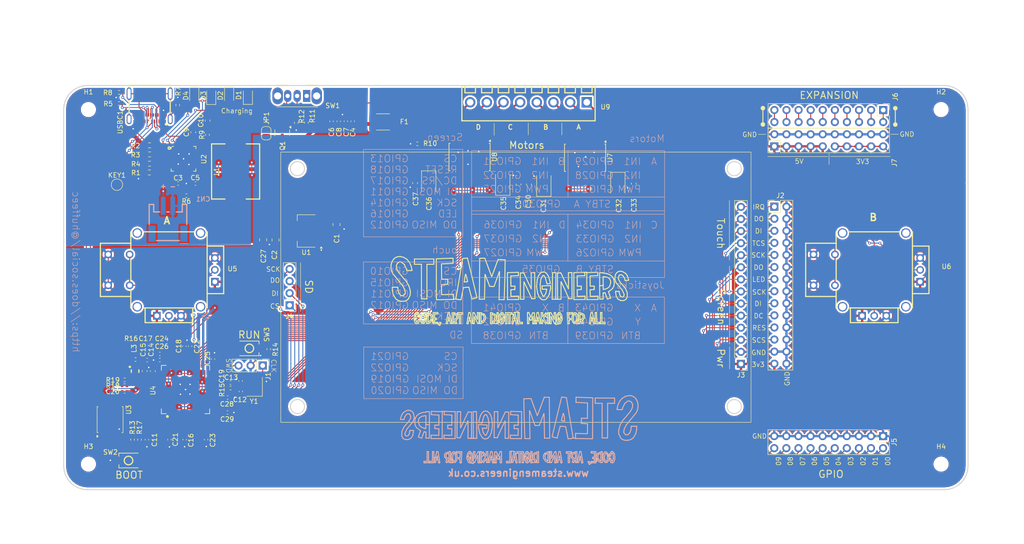
<source format=kicad_pcb>
(kicad_pcb (version 20240108) (generator "pcbnew") (generator_version "8.0")
  (layers (0 "F.Cu" signal) (31 "B.Cu" signal) (34 "B.Paste" user) (35 "F.Paste" user) (36 "B.SilkS" user "B.Silkscreen") (37 "F.SilkS" user "F.Silkscreen") (38 "B.Mask" user) (39 "F.Mask" user) (44 "Edge.Cuts" user))
  (net 0 "")
  (net 1 "GND")
  (net 2 "ABUTTON")
  (net 3 "BBUTTON")
  (net 4 "-BATT")
  (net 5 "/Power/VBUS")
  (net 6 "+BATT")
  (net 7 "+5V")
  (net 8 "Net-(Q1-G)")
  (net 9 "Net-(USBC1-25)")
  (net 10 "CC2")
  (net 11 "CC1")
  (net 24 "+3V3")
  (net 25 "Net-(U2-BAT)")
  (net 26 "Net-(C4-Pad1)")
  (net 27 "Net-(C10-Pad1)")
  (net 28 "/Controller/XIN")
  (net 29 "+1V1")
  (net 30 "/Controller/VREG_AVDD")
  (net 31 "Net-(D1-A)")
  (net 32 "Net-(D1-K)")
  (net 33 "Net-(D3-K)")
  (net 34 "/Controller/GPIO23")
  (net 35 "/Controller/GPIO45_ADC5")
  (net 36 "/Controller/RUN")
  (net 37 "/Controller/GPIO47_ADC7")
  (net 38 "/Controller/GPIO46_ADC6")
  (net 39 "Net-(U2-KEY)")
  (net 40 "Net-(L1-Pad1)")
  (net 41 "Net-(U2-NTC)")
  (net 42 "Net-(U2-VSET)")
  (net 43 "Net-(U2-VTHS)")
  (net 44 "Net-(U2-RSET)")
  (net 45 "Net-(SW1-B)")
  (net 46 "/Controller/FLASH_SS")
  (net 47 "/Controller/QSPI_SS")
  (net 48 "Net-(C13-Pad1)")
  (net 49 "/Controller/XOUT")
  (net 50 "/Controller/~{USB_BOOT}")
  (net 51 "Net-(R14-Pad1)")
  (net 52 "Net-(U4-USB_DP)")
  (net 64 "/Controller/QSPI_SD1")
  (net 65 "/Controller/QSPI_SD0")
  (net 66 "/Controller/QSPI_SD2")
  (net 67 "/Controller/QSPI_SD3")
  (net 68 "/Controller/QSPI_SCLK")
  (net 73 "Net-(U4-USB_DM)")
  (net 77 "/Controller/VREG_LX")
  (net 78 "D+")
  (net 79 "D-")
  (net 80 "AY")
  (net 81 "BY")
  (net 82 "BX")
  (net 83 "AX")
  (net 84 "BIN1")
  (net 85 "DIN2")
  (net 86 "PWMD")
  (net 87 "BIN2")
  (net 88 "DIN1")
  (net 89 "AIN2")
  (net 90 "CIN1")
  (net 91 "CIN2")
  (net 92 "PWMA")
  (net 93 "AIN1")
  (net 94 "PWMC")
  (net 95 "PWMB")
  (net 96 "B2")
  (net 97 "B1")
  (net 98 "A1")
  (net 99 "A2")
  (net 100 "C1")
  (net 101 "D2")
  (net 102 "C2")
  (net 103 "D1")
  (net 104 "/Controller/GPIO40_ADC0")
  (net 105 "GPIO_7")
  (net 106 "GPIO_8")
  (net 107 "GPIO_1")
  (net 108 "GPIO_3")
  (net 109 "GPIO_2")
  (net 110 "GPIO_5")
  (net 111 "GPIO_0")
  (net 112 "GPIO_9")
  (net 113 "GPIO_4")
  (net 114 "GPIO_6")
  (net 115 "SD_MISO")
  (net 116 "SD_SCK")
  (net 117 "SD_MOSI")
  (net 118 "SD_CS")
  (net 119 "SC_CS")
  (net 120 "SC_DC_RS")
  (net 121 "SC_SDI_MOSI")
  (net 122 "SC_TS_IRQ")
  (net 123 "SC_SDO_MISO")
  (net 124 "SC_SCK")
  (net 125 "SC_TS_CS")
  (net 126 "SC_RESET")
  (net 127 "SC_LED")
  (net 128 "STBY_A")
  (net 129 "STBY_B")
  (net 130 "SWD")
  (net 131 "SWCLK")
  (net 132 "Net-(J6-Pin_19)")
  (net 133 "Net-(J6-Pin_15)")
  (net 134 "Net-(J6-Pin_3)")
  (net 135 "Net-(J6-Pin_10)")
  (net 136 "Net-(J6-Pin_1)")
  (net 137 "Net-(J6-Pin_11)")
  (net 138 "Net-(J6-Pin_17)")
  (net 139 "Net-(J6-Pin_5)")
  (net 140 "Net-(J6-Pin_7)")
  (net 141 "Net-(J6-Pin_13)")
  (footprint "easyeda2kicad:QFN-80_L10.0-W10.0-P0.40-TL-EP3.4" (layer "F.Cu") (at 107.825 114.64 90)
    (property "Reference" "U4")
    (property "Value" "RP2350_80QFN")
  )
  (footprint "easyeda2kicad:SW-SMD_L3.9-W3.0-P4.45" (layer "F.Cu") (at 121.24 105.98 180)
    (property "Reference" "SW3")
    (property "Value" "SW_Push")
  )
  (footprint "Capacitor_SMD:C_0402_1005Metric" (layer "F.Cu") (at 116.67 116.31)
    (property "Reference" "C28")
    (property "Value" "100n")
  )
  (footprint "Capacitor_SMD:C_0805_2012Metric" (layer "F.Cu") (at 126.74 83.18 -90)
    (property "Reference" "C2")
    (property "Value" "10u")
  )
  (footprint "Fuse:Fuse_1812_4532Metric_Pad1.30x3.40mm_HandSolder" (layer "F.Cu") (at 149.32 58.36 180)
    (property "Reference" "F1")
    (property "Value" "Polyfuse")
  )
  (footprint "Capacitor_SMD:C_0603_1608Metric_Pad1.08x0.95mm_HandSolder" (layer "F.Cu") (at 156.06 71.23 -90)
    (property "Reference" "C37")
    (property "Value" "0.1uF")
  )
  (footprint "Connector_PinHeader_2.54mm:PinHeader_2x10_P2.54mm_Vertical" (layer "F.Cu") (at 254.41 55.85 -90)
    (property "Reference" "J6")
    (property "Value" "Conn_02x10_Odd_Even")
  )
  (footprint "Capacitor_SMD:C_0402_1005Metric_Pad0.74x0.62mm_HandSolder" (layer "F.Cu") (at 109.9075 71.32 180)
    (property "Reference" "C5")
    (property "Value" "22uF")
  )
  (footprint "Capacitor_SMD:C_0402_1005Metric_Pad0.74x0.62mm_HandSolder" (layer "F.Cu") (at 106.2675 71.31)
    (property "Reference" "C3")
    (property "Value" "22uF")
  )
  (footprint "Resistor_SMD:R_0402_1005Metric_Pad0.72x0.64mm_HandSolder" (layer "F.Cu") (at 106.19 54.82 90)
    (property "Reference" "R7")
    (property "Value" "1M")
  )
  (footprint "Resistor_SMD:R_0402_1005Metric" (layer "F.Cu") (at 95.04 112.6)
    (property "Reference" "R19")
    (property "Value" "27")
  )
  (footprint "Capacitor_SMD:C_0603_1608Metric_Pad1.08x0.95mm_HandSolder" (layer "F.Cu") (at 179.97 71.5175 90)
    (property "Reference" "C30")
    (property "Value" "0.1uF")
  )
  (footprint "Capacitor_SMD:C_0603_1608Metric_Pad1.08x0.95mm_HandSolder" (layer "F.Cu") (at 177.78 71.5175 90)
    (property "Reference" "C34")
    (property "Value" "0.1uF")
  )
  (footprint "Package_SO:SSOP-24_5.3x8.2mm_P0.65mm" (layer "F.Cu") (at 191.775 65.9 -90)
    (property "Reference" "U7")
    (property "Value" "TB6612FNG")
  )
  (footprint "Capacitor_SMD:C_0402_1005Metric" (layer "F.Cu") (at 107.63 125.17 -90)
    (property "Reference" "C16")
    (property "Value" "100n")
  )
  (footprint "Capacitor_SMD:C_0402_1005Metric" (layer "F.Cu") (at 113.6 108.23 90)
    (property "Reference" "C25")
    (property "Value" "100n")
  )
  (footprint "Resistor_SMD:R_0603_1608Metric_Pad0.98x0.95mm_HandSolder" (layer "F.Cu") (at 100.2625 67.14)
    (property "Reference" "R4")
    (property "Value" "0")
  )
  (footprint "Capacitor_SMD:C_0402_1005Metric" (layer "F.Cu") (at 102.42 107.15 180)
    (property "Reference" "C24")
    (property "Value" "100n")
  )
  (footprint "Capacitor_SMD:C_0402_1005Metric" (layer "F.Cu") (at 104.45 125.17 -90)
    (property "Reference" "C21")
    (property "Value" "100n")
  )
  (footprint "Capacitor_SMD:C_0402_1005Metric" (layer "F.Cu") (at 99.71 125.17 -90)
    (property "Reference" "C11")
    (property "Value" "100n" (hide yes))
  )
  (footprint "Capacitor_SMD:C_0402_1005Metric" (layer "F.Cu") (at 116.65 119.47)
    (property "Reference" "C29")
    (property "Value" "100n")
  )
  (footprint "MountingHole:MountingHole_2.7mm_M2.5" (layer "F.Cu") (at 87.43 55.76)
    (property "Reference" "H1")
    (property "Value" "MountingHole")
  )
  (footprint "Capacitor_SMD:C_0603_1608Metric_Pad1.08x0.95mm_HandSolder" (layer "F.Cu") (at 109.465625 60.524375 90)
    (property "Reference" "C9")
    (property "Value" "10uF")
  )
  (footprint "Connector_PinHeader_2.54mm:PinHeader_1x14_P2.54mm_Vertical" (layer "F.Cu") (at 224.52 109.25 180)
    (property "Reference" "J3")
    (property "Value" "Conn_01x14_Socket")
  )
  (footprint "Capacitor_SMD:C_0402_1005Metric" (layer "F.Cu") (at 102.43 108.44 180)
    (property "Reference" "C26")
    (property "Value" "100n")
  )
  (footprint "MountingHole:MountingHole_2.7mm_M2.5" (layer "F.Cu") (at 266.57 55.76)
    (property "Reference" "H2")
    (property "Value" "MountingHole")
  )
  (footprint "Capacitor_SMD:C_0402_1005Metric_Pad0.74x0.62mm_HandSolder" (layer "F.Cu") (at 141.51 58.2175 90)
    (property "Reference" "C7")
    (property "Value" "22uF")
  )
  (footprint "Package_SO:SOIC-8_5.23x5.23mm_P1.27mm" (layer "F.Cu") (at 91.98 120.96 90)
    (property "Reference" "U3")
    (property "Value" "W25Q128JVS")
  )
  (footprint "easyeda2kicad:IND-SMD_L11.6-W10.1" (layer "F.Cu") (at 118.35 68.78 90)
    (property "Reference" "L1")
    (property "Value" "MHCC10040-1R0M-R7")
  )
  (footprint "Resistor_SMD:R_0402_1005Metric" (layer "F.Cu") (at 98.15 125.17 -90)
    (property "Reference" "R17")
    (property "Value" "1k")
  )
  (footprint "Resistor_SMD:R_0402_1005Metric_Pad0.72x0.64mm_HandSolder" (layer "F.Cu") (at 93.8625 52.15 180)
    (property "Reference" "R8")
    (property "Value" "5.1K")
  )
  (footprint "Resistor_SMD:R_0402_1005Metric" (layer "F.Cu") (at 112.445625 61.066875 90)
    (property "Reference" "R9")
    (property "Value" "2R")
  )
  (footprint "easyeda2kicad:CONN-TH_8P-P3.50_DORABO_DB125-3.5-8P-GN-S" (layer "F.Cu") (at 179.88 54.23 180)
    (property "Reference" "U9")
    (property "Value" "DB125-3.5-8P-GN-S")
  )
  (footprint "Connector_PinHeader_2.54mm:PinHeader_1x03_P2.54mm_Vertical" (layer "F.Cu") (at 124.045 109.59 -90)
    (property "Reference" "J1")
    (property "Value" "Conn_01x03_Pin")
  )
  (footprint "easyeda2kicad:IND-SMD_L2.0-W1.6_AOTA-B201610S3R3-101-T" (layer "F.Cu") (at 97.23 110.765 90)
    (property "Reference" "L3")
    (property "Value" "3.3u")
  )
  (footprint "Resistor_SMD:R_0402_1005Metric" (layer "F.Cu") (at 117.28 114.32)
    (property "Reference" "R15")
    (property "Value" "1k")
  )
  (footprint "Package_TO_SOT_SMD:SOT-23" (layer "F.Cu") (at 128.15 60.6275 -90)
    (property "Reference" "Q1")
    (property "Value" "JSM2302")
  )
  (footprint "Capacitor_Tantalum_SMD:CP_EIA-3528-21_Kemet-B_Pad1.50x2.35mm_HandSolder" (layer "F.Cu") (at 198.66 71.585 -90)
    (property "Reference" "C32")
    (property "Value" "10uF")
  )
  (footprint "Resistor_SMD:R_0402_1005Metric" (layer "F.Cu") (at 156.52 62.96)
    (property "Reference" "R10")
    (property "Value" "R120")
  )
  (footprint "Jumper:SolderJumper-2_P1.3mm_Open_RoundedPad1.0x1.5mm" (layer "F.Cu") (at 124.78 60.74 -90)
    (property "Reference" "JP1")
    (property "Value" "Jumper_on")
  )
  (footprint "MountingHole:MountingHole_2.7mm_M2.5" (layer "F.Cu") (at 87.43 130.32)
    (property "Reference" "H3")
    (property "Value" "MountingHole")
  )
  (footprint "Resistor_SMD:R_0402_1005Metric" (layer "F.Cu") (at 131.09 58.55 -90)
    (property "Reference" "R12")
    (property "Value" "100K")
  )
  (footprint "Resistor_SMD:R_0402_1005Metric" (layer "F.Cu") (at 133.21 58.51 90)
    (property "Reference" "R11")
    (property "Value" "10K")
  )
  (footprint "Resistor_SMD:R_0402_1005Metric" (layer "F.Cu") (at 125.32 106.15 -90)
    (property "Reference" "R14")
    (property "Value" "1k")
  )
  (footprint "Button_Switch_THT:SW_Slide_SPDT_Angled_CK_OS102011MA1Q" (layer "F.Cu") (at 133.28 52.89 180)
    (property "Reference" "SW1")
    (property "Value" "ON/OFF")
  )
  (footprint "Capacitor_SMD:C_0603_1608Metric" (layer "F.Cu") (at 100.96 110.765 90)
    (property "Reference" "C14")
    (property "Value" "4.7u")
  )
  (footprint "Capacitor_SMD:C_0402_1005Metric" (layer "F.Cu") (at 119.44 115.04 -90)
    (property "Reference" "C12")
    (property "Value" "15p")
  )
  (footprint "easyeda2kicad:QFN-32_L5.0-W5.0-P0.50-BL-EP3.4" (layer "F.Cu") (at 107.41 66.11 -90)
    (property "Reference" "U2")
    (property "Value" "IP5310")
  )
  (footprint "Capacitor_SMD:C_0805_2012Metric" (layer "F.Cu") (at 124.14 83.15 -90)
    (property "Reference" "C27")
    (property "Value" "10u")
  )
  (footprint "easyeda2kicad:JOYTICK-TH_YF16S-FL7.2-B5KB-45-10-Y_1" (layer "F.Cu") (at 250.97 90.42)
    (property "Reference" "U6")
    (property "Value" "YF16S-FL7.2-B5KB(45-10)-Y")
  )
  (footprint "Capacitor_SMD:C_0402_1005Metric_Pad0.74x0.62mm_HandSolder" (layer "F.Cu") (at 138.5 58.2425 90)
    (property "Reference" "C6")
    (property "Value" "22uF")
  )
  (footprint "Connector_PinHeader_2.54mm:PinHeader_1x04_P2.54mm_Vertical" (layer "F.Cu") (at 129.7 96.915 180)
    (property "Reference" "J4")
    (property "Value" "Conn_01x04_Socket")
  )
  (footprint "Capacitor_SMD:C_0402_1005Metric" (layer "F.Cu") (at 117.26 113.18)
    (property "Reference" "C19")
    (property "Value" "100n")
  )
  (footprint "LED_SMD:LED_0805_2012Metric_Pad1.15x1.40mm_HandSolder" (layer "F.Cu") (at 116.98 52.86 -90)
    (property "Reference" "D2")
    (property "Value" "LED")
  )
  (footprint "Package_SO:SSOP-24_5.3x8.2mm_P0.65mm" (layer "F.Cu") (at 167.505 65.74 -90)
    (property "Reference" "U8")
    (property "Value" "TB6612FNG")
  )
  (footprint "Capacitor_SMD:C_0805_2012Metric" (layer "F.Cu") (at 139.55 79.94 -90)
    (property "Reference" "C1")
    (property "Value" "10u")
  )
  (footprint "easyeda2kicad:SW-SMD_L3.9-W3.0-P4.45" (layer "F.Cu") (at 95.85 129.56)
    (property "Reference" "SW2")
    (property "Value" "SW_Push")
  )
  (footprint "Capacitor_SMD:C_0402_1005Metric" (layer "F.Cu") (at 107.56 105.52 90)
    (property "Reference" "C18")
    (property "Value" "4.7u")
  )
  (footprint "easyeda2kicad:USB-C-SMD_TYPE-C-USB-18" (layer "F.Cu") (at 100.29 55.33 180)
    (property "Reference" "USBC1")
    (property "Value" "105450-0101")
  )
  (footprint "Resistor_SMD:R_0402_1005Metric_Pad0.72x0.64mm_HandSolder" (layer "F.Cu") (at 93.8325 54.49 180)
    (property "Reference" "R5")
    (property "Value" "5.1K")
  )
  (footprint "Connector_PinHeader_2.54mm:PinHeader_2x10_P2.54mm_Vertical" (layer "F.Cu") (at 231.54 63.5 90)
    (property "Reference" "J7")
    (property "Value" "Conn_02x10_Odd_Even")
  )
  (footprint "Capacitor_SMD:C_0603_1608Metric_Pad1.08x0.95mm_HandSolder" (layer "F.Cu") (at 201.99 71.3375 -90)
    (property "Reference" "C33")
    (property "Value" "0.1uF")
  )
  (footprint "Capacitor_SMD:C_0603_1608Metric" (layer "F.Cu") (at 99.25 110.76 90)
    (property "Reference" "C15")
    (property "Value" "4.7u")
  )
  (footprint "Resistor_SMD:R_0402_1005Metric" (layer "F.Cu") (at 97.32 108.33)
    (property "Reference" "R16")
    (property "Value" "33")
  )
  (footprint "Package_TO_SOT_SMD:SOT-223-3_TabPin2" (layer "F.Cu") (at 133.21 81.29 180)
    (property "Reference" "U1")
    (property "Value" "NCP1117-3.3_SOT223")
  )
  (footprint "Capacitor_SMD:C_0603_1608Metric_Pad1.08x0.95mm_HandSolder" (layer "F.Cu") (at 112.475625 58.076875 90)
    (property "Reference" "C10")
    (property "Value" "10uF")
  )
  (footprint "Connector_PinHeader_2.54mm:PinHeader_2x14_P2.54mm_Vertical" (layer "F.Cu") (at 231.54 76.18)
    (property "Reference" "J2")
    (property "Value" "Conn_02x14_Odd_Even")
  )
  (footprint "Capacitor_Tantalum_SMD:CP_EIA-3528-21_Kemet-B_Pad1.50x2.35mm_HandSolder" (layer "F.Cu") (at 174.48 71.155 90)
    (property "Reference" "C35")
    (property "Value" "10uF")
  )
  (footprint "LED_SMD:LED_0805_2012Metric_Pad1.15x1.40mm_HandSolder" (layer "F.Cu") (at 120.93 52.815 90)
    (property "Reference" "D1")
    (property "Value" "LED")
  )
  (footprint "Resistor_SMD:R_0603_1608Metric_Pad0.98x0.95mm_HandSolder" (layer "F.Cu") (at 100.2625 63.28)
    (property "Reference" "R2")
    (property "Value" "0")
  )
  (footprint "Capacitor_Tantalum_SMD:CP_EIA-3528-21_Kemet-B_Pad1.50x2.35mm_HandSolder" (layer "F.Cu") (at 183.11 71.385 90)
    (property "Reference" "C31")
    (property "Value" "10uF")
  )
  (footprint "Connector_PinHeader_2.54mm:PinHeader_2x10_P2.54mm_Vertical" (layer "F.Cu") (at 254.38 124.43 -90)
    (property "Reference" "J5")
    (property "Value" "Conn_02x10_Odd_Even")
  )
  (footprint "Resistor_SMD:R_0402_1005Metric" (layer "F.Cu") (at 95.01 113.82)
    (property "Reference" "R18")
    (property "Value" "27")
  )
  (footprint "Crystal:Crystal_SMD_3225-4Pin_3.2x2.5mm" (layer "F.Cu") (at 122.32 114.04 90)
    (property "Reference" "Y1")
    (property "Value" "ABM8-272-T3")
  )
  (footprint "Capacitor_SMD:C_0402_1005Metric" (layer "F.Cu") (at 95.01 115.05 180)
    (property "Reference" "C20")
    (property "Value" "100n")
  )
  (footprint "Capacitor_SMD:C_0402_1005Metric" (layer "F.Cu") (at 112.15 125.17 -90)
    (property "Reference" "C23")
    (property "Value" "100n")
  )
  (footprint "Resistor_SMD:R_0603_1608Metric_Pad0.98x0.95mm_HandSolder" (layer "F.Cu") (at 100.23 68.98)
    (property "Reference" "R1")
    (property "Value" "51K")
  )
  (footprint "LED_SMD:LED_0805_2012Metric_Pad1.15x1.40mm_HandSolder" (layer "F.Cu") (at 109.67 52.9 -90)
    (property "Reference" "D4")
    (property "Value" "LED")
  )
  (footprint "Capacitor_SMD:C_0402_1005Metric" (layer "F.Cu") (at 99.76 108.44)
    (property "Reference" "C17")
    (property "Value" "4.7u")
  )
  (footprint "Resistor_SMD:R_0603_1608Metric_Pad0.98x0.95mm_HandSolder" (layer "F.Cu") (at 100.2725 65.1875)
    (property "Reference" "R3")
    (property "Value" "0")
  )
  (footprint "Capacitor_Tantalum_SMD:CP_EIA-3528-21_Kemet-B_Pad1.50x2.35mm_HandSolder" (layer "F.Cu") (at 158.92 71.285 -90)
    (property "Reference" "C36")
    (property "Value" "10uF")
  )
  (footprint "Capacitor_SMD:C_0402_1005Metric_Pad0.74x0.62mm_HandSolder" (layer "F.Cu") (at 142.95 58.2325 90)
    (property "Reference" "C4")
    (property "Value" "22uF")
  )
  (footprint "Capacitor_SMD:C_0402_1005Metric_Pad0.74x0.62mm_HandSolder" (layer "F.Cu") (at 140.02 58.23 90)
    (property "Reference" "C8")
    (property "Value" "22uF")
  )
  (footprint "MountingHole:MountingHole_2.7mm_M2.5" (layer "F.Cu") (at 266.57 130.32)
    (property "Reference" "H4")
    (property "Value" "MountingHole")
  )
  (footprint "Capacitor_SMD:C_0402_1005Metric" (layer "F.Cu") (at 108.8 105.54 90)
    (property "Reference" "C22")
    (property "Value" "100n")
  )
  (footprint "TestPoint:TestPoint_Pad_D2.0mm" (layer "F.Cu") (at 93.42 71.56)
    (property "Reference" "KEY1")
    (property "Value" "TestPoint")
  )
  (footprint "LED_SMD:LED_0805_2012Metric_Pad1.15x1.40mm_HandSolder" (layer "F.Cu") (at 113.23 52.84 90)
    (property "Reference" "D3")
    (property "Value" "LED")
  )
  (footprint "Resistor_SMD:R_0402_1005Metric" (layer "F.Cu") (at 96.69 125.17 -90)
    (property "Reference" "R13")
    (property "Value" "0")
  )
  (footprint "easyeda2kicad:JOYTICK-TH_YF16S-FL7.2-B5KB-45-10-Y_1" (layer "F.Cu") (at 102.79 90.42)
    (property "Reference" "U5")
    (property "Value" "YF16S-FL7.2-B5KB(45-10)-Y")
  )
  (footprint "Resistor_SMD:R_0402_1005Metric_Pad0.72x0.64mm_HandSolder" (layer "F.Cu") (at 108.0075 73.87 180)
    (property "Reference" "R6")
    (property "Value" "0")
  )
  (footprint "Capacitor_SMD:C_0402_1005Metric" (layer "F.Cu") (at 119.39 112.84 90)
    (property "Reference" "C13")
    (property "Value" "15p")
  )
  (footprint "easyeda2kicad:CONN-SMD_P2.00_S2B-PH-SM4-TB-LF-SN" (layer "B.Cu") (at 104.14 78.93 180)
    (property "Reference" "CN1")
    (property "Value" "S2B-PH-SM4-TB(LF)(SN)")
  )
  (gr_line (start 157.912284 129.750569) (end 157.917284 129.895678) (stroke (width 0.2)) (layer "B.SilkS"))
  (gr_line (start 190.849523 129.037436) (end 190.758543 129.037436) (stroke (width 0.2)) (layer "B.SilkS"))
  (gr_line (start 188.755639 124.94982) (end 188.755646 124.949848) (stroke (width 0.2)) (layer "B.SilkS"))
  (gr_line (start 171.695894 130.002591) (end 171.782194 129.677498) (stroke (width 0.2)) (layer "B.SilkS"))
  (gr_line (start 172.962484 127.758103) (end 172.753034 127.774683) (stroke (width 0.2)) (layer "B.SilkS"))
  (gr_line (start 172.038604 129.344872) (end 172.783651 129.403167) (stroke (width 0.2)) (layer "B.SilkS"))
  (gr_line (start 180.409924 116.537401) (end 179.741226 116.555791) (stroke (width 0.2)) (layer "B.SilkS"))
  (gr_line (start 167.796444 119.36707) (end 167.437944 119.35464) (stroke (width 0.2)) (layer "B.SilkS"))
  (gr_line (start 189.840513 129.999445) (end 189.989771 130.009905) (stroke (width 0.2)) (layer "B.SilkS"))
  (gr_line (start 190.930218 127.705303) (end 190.657305 127.663703) (stroke (width 0.2)) (layer "B.SilkS"))
  (gr_line (start 164.47516 129.576224) (end 164.341788 129.706306) (stroke (width 0.2)) (layer "B.SilkS"))
  (gr_line (start 163.774964 122.893097) (end 163.768964 123.573037) (stroke (width 0.2)) (layer "B.SilkS"))
  (gr_line (start 162.531164 128.573086) (end 162.575964 128.330635) (stroke (width 0.2)) (layer "B.SilkS"))
  (gr_line (start 202.907971 118.247335) (end 202.858588 117.547799) (stroke (width 0.2)) (layer "B.SilkS"))
  (gr_line (start 160.845044 129.356592) (end 160.881444 129.557714) (stroke (width 0.2)) (layer "B.SilkS"))
  (gr_line (start 198.721173 118.843941) (end 199.274852 118.865401) (stroke (width 0.2)) (layer "B.SilkS"))
  (gr_line (start 185.551481 127.727311) (end 185.396419 127.748041) (stroke (width 0.2)) (layer "B.SilkS"))
  (gr_line (start 186.487973 129.037436) (end 186.396993 129.037436) (stroke (width 0.2)) (layer "B.SilkS"))
  (gr_line (start 180.195229 124.961701) (end 180.140659 122.040321) (stroke (width 0.2)) (layer "B.SilkS"))
  (gr_line (start 179.006154 116.583181) (end 178.903014 116.603661) (stroke (width 0.2)) (layer "B.SilkS"))
  (gr_line (start 170.375034 127.739374) (end 170.161864 127.914945) (stroke (width 0.2)) (layer "B.SilkS"))
  (gr_line (start 195.354652 121.17257) (end 195.358852 124.808577) (stroke (width 0.2)) (layer "B.SilkS"))
  (gr_line (start 195.805387 127.870222) (end 195.580608 128.266475) (stroke (width 0.2)) (layer "B.SilkS"))
  (gr_line (start 184.454538 127.714873) (end 184.419478 129.960797) (stroke (width 0.2)) (layer "B.SilkS"))
  (gr_line (start 172.081664 123.678665) (end 172.312604 122.226739) (stroke (width 0.2)) (layer "B.SilkS"))
  (gr_line (start 198.476562 118.779851) (end 198.476562 118.833431) (stroke (width 0.2)) (layer "B.SilkS"))
  (gr_line (start 173.082564 119.290096) (end 172.722264 119.285596) (stroke (width 0.2)) (layer "B.SilkS"))
  (gr_line (start 194.990343 128.081622) (end 195.093448 128.070842) (stroke (width 0.2)) (layer "B.SilkS"))
  (gr_line (start 177.133604 129.557714) (end 177.257684 130.059523) (stroke (width 0.2)) (layer "B.SilkS"))
  (gr_line (start 163.100054 129.161367) (end 162.928314 129.120067) (stroke (width 0.2)) (layer "B.SilkS"))
  (gr_line (start 160.084204 124.944144) (end 161.751954 124.949544) (stroke (width 0.2)) (layer "B.SilkS"))
  (gr_line (start 162.228304 124.228824) (end 162.124324 124.228151) (stroke (width 0.2)) (layer "B.SilkS"))
  (gr_line (start 170.574124 125.001558) (end 171.015054 125.006758) (stroke (width 0.2)) (layer "B.SilkS"))
  (gr_line (start 172.142904 129.037436) (end 172.051904 129.037436) (stroke (width 0.2)) (layer "B.SilkS"))
  (gr_line (start 189.782519 124.930216) (end 191.246043 124.955886) (stroke (width 0.2)) (layer "B.SilkS"))
  (gr_line (start 173.940964 130.024171) (end 174.086074 130.028971) (stroke (width 0.2)) (layer "B.SilkS"))
  (gr_line (start 202.333681 116.439212) (end 201.936933 116.116566) (stroke (width 0.2)) (layer "B.SilkS"))
  (gr_line (start 160.764984 122.873187) (end 161.055204 122.893097) (stroke (width 0.2)) (layer "B.SilkS"))
  (gr_line (start 163.081004 127.760487) (end 162.439974 128.002467) (stroke (width 0.2)) (layer "B.SilkS"))
  (gr_line (start 159.059524 122.080672) (end 159.065524 119.31117) (stroke (width 0.2)) (layer "B.SilkS"))
  (gr_line (start 164.848964 124.754762) (end 165.208234 124.775482) (stroke (width 0.2)) (layer "B.SilkS"))
  (gr_line (start 171.171264 122.091573) (end 169.402884 122.004103) (stroke (width 0.2)) (layer "B.SilkS"))
  (gr_line (start 189.589133 129.476684) (end 189.677593 129.465914) (stroke (width 0.2)) (layer "B.SilkS"))
  (gr_line (start 201.469691 115.934076) (end 200.952934 115.904006) (stroke (width 0.2)) (layer "B.SilkS"))
  (gr_line (start 193.542854 130.049046) (end 194.032077 130.049046) (stroke (width 0.2)) (layer "B.SilkS"))
  (gr_line (start 171.950864 129.021166) (end 172.038604 129.344872) (stroke (width 0.2)) (layer "B.SilkS"))
  (gr_line (start 197.245441 117.532244) (end 197.979496 117.527944) (stroke (width 0.2)) (layer "B.SilkS"))
  (gr_line (start 159.696324 129.725639) (end 159.430984 129.735829) (stroke (width 0.2)) (layer "B.SilkS"))
  (gr_line (start 199.56415 116.481516) (end 199.054684 117.076944) (stroke (width 0.2)) (layer "B.SilkS"))
  (gr_line (start 160.881444 129.557714) (end 161.005524 130.059523) (stroke (width 0.2)) (layer "B.SilkS"))
  (gr_line (start 154.849563 123.936987) (end 154.639434 124.291592) (stroke (width 0.2)) (layer "B.SilkS"))
  (gr_line (start 192.507846 130.118339) (end 192.651575 130.379742) (stroke (width 0.2)) (layer "B.SilkS"))
  (gr_line (start 196.936198 129.081629) (end 196.846948 129.092349) (stroke (width 0.2)) (layer "B.SilkS"))
  (gr_line (start 189.753453 129.735585) (end 189.753453 129.999256) (stroke (width 0.2)) (layer "B.SilkS"))
  (gr_line (start 165.333544 128.937926) (end 165.159734 128.937926) (stroke (width 0.2)) (layer "B.SilkS"))
  (gr_line (start 161.262554 130.001502) (end 160.880304 127.705303) (stroke (width 0.2)) (layer "B.SilkS"))
  (gr_line (start 194.945231 129.601808) (end 194.577524 129.264473) (stroke (width 0.2)) (layer "B.SilkS"))
  (gr_line (start 163.104054 128.058987) (end 163.186154 128.058987) (stroke (width 0.2)) (layer "B.SilkS"))
  (gr_line (start 192.235953 121.832701) (end 192.288923 121.841201) (stroke (width 0.2)) (layer "B.SilkS"))
  (gr_line (start 186.533419 129.356592) (end 186.569829 129.557714) (stroke (width 0.2)) (layer "B.SilkS"))
  (gr_line (start 177.699354 124.263764) (end 176.984094 124.252074) (stroke (width 0.2)) (layer "B.SilkS"))
  (gr_line (start 160.621294 122.129669) (end 160.201134 122.117579) (stroke (width 0.2)) (layer "B.SilkS"))
  (gr_line (start 170.651294 122.773919) (end 171.114864 122.787899) (stroke (width 0.2)) (layer "B.SilkS"))
  (gr_line (start 153.412274 120.935616) (end 153.713014 120.944916) (stroke (width 0.2)) (layer "B.SilkS"))
  (gr_line (start 186.568671 127.705303) (end 186.295755 127.663703) (stroke (width 0.2)) (layer "B.SilkS"))
  (gr_line (start 159.404564 124.228151) (end 159.408564 124.580559) (stroke (width 0.2)) (layer "B.SilkS"))
  (gr_line (start 167.664184 129.082887) (end 167.674484 128.933856) (stroke (width 0.2)) (layer "B.SilkS"))
  (gr_line (start 178.990314 120.783136) (end 179.115154 124.958117) (stroke (width 0.2)) (layer "B.SilkS"))
  (gr_line (start 183.349126 116.262065) (end 183.188603 116.272715) (stroke (width 0.2)) (layer "B.SilkS"))
  (gr_line (start 187.400847 120.415435) (end 187.493897 121.248687) (stroke (width 0.2)) (layer "B.SilkS"))
  (gr_line (start 180.192869 128.846719) (end 180.091135 128.109371) (stroke (width 0.2)) (layer "B.SilkS"))
  (gr_line (start 196.739774 128.365789) (end 196.478126 127.987641) (stroke (width 0.2)) (layer "B.SilkS"))
  (gr_line (start 171.248675 119.216379) (end 170.888664 119.153873) (stroke (width 0.2)) (layer "B.SilkS"))
  (gr_line (start 195.068118 129.651031) (end 194.945251 129.601801) (stroke (width 0.2)) (layer "B.SilkS"))
  (gr_line (start 154.203114 119.921512) (end 154.487087 119.742587) (stroke (width 0.2)) (layer "B.SilkS"))
  (gr_line (start 182.480004 118.164995) (end 181.75698 120.073484) (stroke (width 0.2)) (layer "B.SilkS"))
  (gr_line (start 192.651575 130.379742) (end 192.784148 130.318072) (stroke (width 0.2)) (layer "B.SilkS"))
  (gr_line (start 168.606014 128.398956) (end 168.613014 127.694143) (stroke (width 0.2)) (layer "B.SilkS"))
  (gr_line (start 184.742486 128.398956) (end 184.748986 127.694143) (stroke (width 0.2)) (layer "B.SilkS"))
  (gr_line (start 168.259194 120.098753) (end 168.278194 122.652662) (stroke (width 0.2)) (layer "B.SilkS"))
  (gr_line (start 201.684325 118.502997) (end 201.287363 119.252923) (stroke (width 0.2)) (layer "B.SilkS"))
  (gr_line (start 176.952314 128.615651) (end 177.007614 128.772276) (stroke (width 0.2)) (layer "B.SilkS"))
  (gr_line (start 153.254024 124.409479) (end 153.529373 124.907419) (stroke (width 0.2)) (layer "B.SilkS"))
  (gr_line (start 177.887644 130.00768) (end 178.032614 130.01248) (stroke (width 0.2)) (layer "B.SilkS"))
  (gr_line (start 159.994294 127.685847) (end 159.849304 127.681047) (stroke (width 0.2)) (layer "B.SilkS"))
  (gr_line (start 181.562075 129.601808) (end 181.194371 129.264473) (stroke (width 0.2)) (layer "B.SilkS"))
  (gr_line (start 163.186154 128.058987) (end 163.186154 128.616101) (stroke (width 0.2)) (layer "B.SilkS"))
  (gr_line (start 194.429376 128.610529) (end 194.624707 128.250756) (stroke (width 0.2)) (layer "B.SilkS"))
  (gr_line (start 188.381087 127.714541) (end 187.829675 127.710141) (stroke (width 0.2)) (layer "B.SilkS"))
  (gr_line (start 163.783214 119.999222) (end 163.783214 120.29501) (stroke (width 0.2)) (layer "B.SilkS"))
  (gr_line (start 184.746086 129.103769) (end 184.742486 128.398956) (stroke (width 0.2)) (layer "B.SilkS"))
  (gr_line (start 177.086984 128.025911) (end 177.680764 128.025911) (stroke (width 0.2)) (layer "B.SilkS"))
  (gr_line (start 153.253644 119.946961) (end 152.996004 120.745399) (stroke (width 0.2)) (layer "B.SilkS"))
  (gr_line (start 186.443853 128.772276) (end 186.478973 128.983536) (stroke (width 0.2)) (layer "B.SilkS"))
  (gr_line (start 185.690412 128.879887) (end 185.690412 127.727311) (stroke (width 0.2)) (layer "B.SilkS"))
  (gr_line (start 173.081054 128.4728) (end 173.234404 128.855899) (stroke (width 0.2)) (layer "B.SilkS"))
  (gr_line (start 173.524054 128.701006) (end 173.334464 128.229371) (stroke (width 0.2)) (layer "B.SilkS"))
  (gr_line (start 160.002294 130.015876) (end 159.998542 128.923106) (stroke (width 0.2)) (layer "B.SilkS"))
  (gr_line (start 164.151595 127.716634) (end 163.898094 127.870221) (stroke (width 0.2)) (layer "B.SilkS"))
  (gr_line (start 188.381005 130.01225) (end 188.525984 130.01705) (stroke (width 0.2)) (layer "B.SilkS"))
  (gr_line (start 164.092374 129.965769) (end 164.434114 129.993089) (stroke (width 0.2)) (layer "B.SilkS"))
  (gr_line (start 189.8781 116.253819) (end 189.84744 117.330345) (stroke (width 0.2)) (layer "B.SilkS"))
  (gr_line (start 171.038594 129.163093) (end 171.042594 129.581194) (stroke (width 0.2)) (layer "B.SilkS"))
  (gr_line (start 187.493897 121.248687) (end 187.10888 121.242187) (stroke (width 0.2)) (layer "B.SilkS"))
  (gr_line (start 194.032082 127.699417) (end 193.681147 127.688487) (stroke (width 0.2)) (layer "B.SilkS"))
  (gr_line (start 201.474518 122.486794) (end 201.387568 123.178822) (stroke (width 0.2)) (layer "B.SilkS"))
  (gr_line (start 163.761214 122.141769) (end 163.341054 122.129669) (stroke (width 0.2)) (layer "B.SilkS"))
  (gr_line (start 195.028825 127.777071) (end 194.388249 128.061829) (stroke (width 0.2)) (layer "B.SilkS"))
  (gr_line (start 158.593194 127.676247) (end 158.589194 128.700943) (stroke (width 0.2)) (layer "B.SilkS"))
  (gr_line (start 196.431131 128.368697) (end 196.507706 128.93793) (stroke (width 0.2)) (layer "B.SilkS"))
  (gr_line (start 177.288054 122.129669) (end 176.867894 122.117579) (stroke (width 0.2)) (layer "B.SilkS"))
  (gr_line (start 181.639617 129.957744) (end 180.649152 130.014316) (stroke (width 0.2)) (layer "B.SilkS"))
  (gr_line (start 192.293558 117.459005) (end 192.254218 120.688121) (stroke (width 0.2)) (layer "B.SilkS"))
  (gr_line (start 175.275574 129.750569) (end 175.280574 129.895678) (stroke (width 0.2)) (layer "B.SilkS"))
  (gr_line (start 193.3785 116.373203) (end 189.8781 116.253819) (stroke (width 0.2)) (layer "B.SilkS"))
  (gr_line (start 190.402459 130.002591) (end 190.488759 129.677498) (stroke (width 0.2)) (layer "B.SilkS"))
  (gr_line (start 169.899054 130.020598) (end 169.898574 130.020516) (stroke (width 0.2)) (layer "B.SilkS"))
  (gr_line (start 186.545187 122.360413) (end 187.122887 122.382243) (stroke (width 0.2)) (layer "B.SilkS"))
  (gr_line (start 169.028244 124.891481) (end 169.017614 124.422983) (stroke (width 0.2)) (layer "B.SilkS"))
  (gr_line (start 193.401897 127.983948) (end 193.733572 127.996058) (stroke (width 0.2)) (layer "B.SilkS"))
  (gr_line (start 168.255194 119.294436) (end 168.259194 120.098753) (stroke (width 0.2)) (layer "B.SilkS"))
  (gr_line (start 178.837514 128.866681) (end 178.833514 127.719044) (stroke (width 0.2)) (layer "B.SilkS"))
  (gr_line (start 168.039095 77.055199) (end 208.469095 77.055199) (stroke (width 0.1)) (layer "B.SilkS"))
  (gr_line (start 187.349076 116.26079) (end 186.84328 116.22475) (stroke (width 0.2)) (layer "B.SilkS"))
  (gr_line (start 164.471714 124.949544) (end 164.472474 124.949518) (stroke (width 0.2)) (layer "B.SilkS"))
  (gr_line (start 193.070218 127.824698) (end 193.070218 127.971838) (stroke (width 0.2)) (layer "B.SilkS"))
  (gr_line (start 181.75698 120.073484) (end 181.7166 120.073295) (stroke (width 0.2)) (layer "B.SilkS"))
  (gr_line (start 194.032077 130.049046) (end 194.032082 128.874232) (stroke (width 0.2)) (layer "B.SilkS"))
  (gr_line (start 202.050359 122.352031) (end 201.486508 122.345831) (stroke (width 0.2)) (layer "B.SilkS"))
  (gr_line (start 173.997724 121.520939) (end 173.437144 122.66937) (stroke (width 0.2)) (layer "B.SilkS"))
  (gr_line (start 155.233834 124.849813) (end 155.581506 124.259278) (stroke (width 0.2)) (layer "B.SilkS"))
  (gr_line (start 166.959324 129.23648) (end 167.288054 129.982348) (stroke (width 0.2)) (layer "B.SilkS"))
  (gr_line (start 201.486508 122.345831) (end 201.474518 122.486794) (stroke (width 0.2)) (layer "B.SilkS"))
  (gr_line (start 160.984664 119.998885) (end 161.063464 119.999222) (stroke (width 0.2)) (layer "B.SilkS"))
  (gr_line (start 202.858588 117.547799) (end 202.638956 116.889748) (stroke (width 0.2)) (layer "B.SilkS"))
  (gr_line (start 181.710291 128.070842) (end 181.710291 128.860937) (stroke (width 0.2)) (layer "B.SilkS"))
  (gr_line (start 193.393597 129.758236) (end 193.05363 129.746146) (stroke (width 0.2)) (layer "B.SilkS"))
  (gr_line (start 172.224794 129.557714) (end 172.348864 130.059523) (stroke (width 0.2)) (layer "B.SilkS"))
  (gr_line (start 173.645714 129.283331) (end 173.758524 128.982105) (stroke (width 0.2)) (layer "B.SilkS"))
  (gr_line (start 174.149784 122.934677) (end 174.937314 121.280441) (stroke (width 0.2)) (layer "B.SilkS"))
  (gr_line (start 193.733567 129.478502) (end 193.733567 129.770316) (stroke (width 0.2)) (layer "B.SilkS"))
  (gr_line (start 186.84328 116.22475) (end 185.849174 120.299612) (stroke (width 0.2)) (layer "B.SilkS"))
  (gr_line (start 173.758524 128.982105) (end 173.889564 128.647713) (stroke (width 0.2)) (layer "B.SilkS"))
  (gr_line (start 172.954174 130.049064) (end 173.103424 130.049064) (stroke (width 0.2)) (layer "B.SilkS"))
  (gr_line (start 159.023414 129.750569) (end 159.028414 129.895678) (stroke (width 0.2)) (layer "B.SilkS"))
  (gr_line (start 172.223654 127.705303) (end 171.950744 127.663703) (stroke (width 0.2)) (layer "B.SilkS"))
  (gr_line (start 192.636566 129.733961) (end 192.499734 129.794951) (stroke (width 0.2)) (layer "B.SilkS"))
  (gr_line (start 174.065524 127.677576) (end 173.921884 127.677576) (stroke (width 0.2)) (layer "B.SilkS"))
  (gr_line (start 181.867318 127.727311) (end 181.716288 127.752191) (stroke (width 0.2)) (layer "B.SilkS"))
  (gr_line (start 193.3732 120.670889) (end 193.3785 116.373203) (stroke (width 0.2)) (layer "B.SilkS"))
  (gr_line (start 196.502986 124.808577) (end 196.507181 121.172549) (stroke (width 0.2)) (layer "B.SilkS"))
  (gr_line (start 178.736754 130.02071) (end 178.737754 130.020516) (stroke (width 0.2)) (layer "B.SilkS"))
  (gr_line (start 190.657503 129.021166) (end 190.657463 129.021161) (stroke (width 0.2)) (layer "B.SilkS"))
  (gr_line (start 158.316074 121.960283) (end 158.305074 122.818497) (stroke (width 0.2)) (layer "B.SilkS"))
  (gr_line (start 163.273314 129.999445) (end 163.87786 130.041814) (stroke (width 0.2)) (layer "B.SilkS"))
  (gr_line (start 196.507706 128.93793) (end 196.382572 129.576225) (stroke (width 0.2)) (layer "B.SilkS"))
  (gr_line (start 178.066124 127.707944) (end 177.481894 127.713444) (stroke (width 0.2)) (layer "B.SilkS"))
  (gr_line (start 186.29595 129.021166) (end 186.295913 129.021161) (stroke (width 0.2)) (layer "B.SilkS"))
  (gr_line (start 161.150484 130.045142) (end 161.262554 130.001502) (stroke (width 0.2)) (layer "B.SilkS"))
  (gr_line (start 164.322124 128.042387) (end 164.523833 128.368696) (stroke (width 0.2)) (layer "B.SilkS"))
  (gr_line (start 162.667644 129.965664) (end 162.823314 129.995974) (stroke (width 0.2)) (layer "B.SilkS"))
  (gr_line (start 176.859714 129.021161) (end 177.086984 128.025911) (stroke (width 0.2)) (layer "B.SilkS"))
  (gr_line (start 183.917655 127.777071) (end 183.277076 128.061829) (stroke (width 0.2)) (layer "B.SilkS"))
  (gr_line (start 166.338784 122.934677) (end 167.126324 121.280441) (stroke (width 0.2)) (layer "B.SilkS"))
  (gr_line (start 154.75699 121.298237) (end 154.065104 122.107006) (stroke (width 0.2)) (layer "B.SilkS"))
  (gr_line (start 175.948484 129.725639) (end 175.683144 129.735829) (stroke (width 0.2)) (layer "B.SilkS"))
  (gr_line (start 188.810486 128.344224) (end 188.791932 128.773911) (stroke (width 0.2)) (layer "B.SilkS"))
  (gr_line (start 164.772084 129.623138) (end 164.907565 129.015113) (stroke (width 0.2)) (layer "B.SilkS"))
  (gr_line (start 177.730204 119.999222) (end 177.730204 120.29501) (stroke (width 0.2)) (layer "B.SilkS"))
  (gr_line (start 169.405084 130.032459) (end 169.554334 130.032459) (stroke (width 0.2)) (layer "B.SilkS"))
  (gr_line (start 195.69359 129.637875) (end 195.999668 129.96577) (stroke (width 0.2)) (layer "B.SilkS"))
  (gr_line (start 167.385674 127.683985) (end 167.072754 128.125414) (stroke (width 0.2)) (layer "B.SilkS"))
  (gr_line (start 164.114864 128.088007) (end 164.322124 128.042387) (stroke (width 0.2)) (layer "B.SilkS"))
  (gr_line (start 189.770089 124.392964) (end 189.782519 124.930216) (stroke (width 0.2)) (layer "B.SilkS"))
  (gr_line (start 179.741247 128.858776) (end 179.453184 128.846276) (stroke (width 0.2)) (layer "B.SilkS"))
  (gr_line (start 177.715954 123.573037) (end 177.699354 124.263764) (stroke (width 0.2)) (layer "B.SilkS"))
  (gr_line (start 163.110314 129.465914) (end 163.186214 129.471914) (stroke (width 0.2)) (layer "B.SilkS"))
  (gr_line (start 191.055454 130.059523) (end 191.200389 130.045143) (stroke (width 0.2)) (layer "B.SilkS"))
  (gr_line (start 172.493824 130.045142) (end 172.605894 130.001502) (stroke (width 0.2)) (layer "B.SilkS"))
  (gr_line (start 195.250474 127.727311) (end 195.099445 127.752191) (stroke (width 0.2)) (layer "B.SilkS"))
  (gr_line (start 154.703554 118.995811) (end 154.331524 119.034021) (stroke (width 0.2)) (layer "B.SilkS"))
  (gr_line (start 161.150464 130.045143) (end 161.150484 130.045142) (stroke (width 0.2)) (layer "B.SilkS"))
  (gr_line (start 163.991129 129.350381) (end 163.916434 128.805259) (stroke (width 0.2)) (layer "B.SilkS"))
  (gr_line (start 170.126844 121.673911) (end 170.181944 121.451455) (stroke (width 0.2)) (layer "B.SilkS"))
  (gr_line (start 170.505144 120.276457) (end 170.733734 119.950704) (stroke (width 0.2)) (layer "B.SilkS"))
  (gr_line (start 167.469314 129.151037) (end 167.664184 129.156837) (stroke (width 0.2)) (layer "B.SilkS"))
  (gr_line (start 176.146414 119.223581) (end 176.121514 119.921275) (stroke (width 0.2)) (layer "B.SilkS"))
  (gr_line (start 173.921884 127.677576) (end 173.731264 128.186524) (stroke (width 0.2)) (layer "B.SilkS"))
  (gr_line (start 179.115154 124.958117) (end 180.195254 124.961617) (stroke (width 0.2)) (layer "B.SilkS"))
  (gr_line (start 183.982279 128.860937) (end 183.956939 129.651031) (stroke (width 0.2)) (layer "B.SilkS"))
  (gr_line (start 171.029444 128.141906) (end 171.017044 128.572183) (stroke (width 0.2)) (layer "B.SilkS"))
  (gr_line (start 157.426354 124.874983) (end 157.663084 124.26553) (stroke (width 0.2)) (layer "B.SilkS"))
  (gr_line (start 159.605564 130.031947) (end 159.604044 130.031966) (stroke (width 0.2)) (layer "B.SilkS"))
  (gr_line (start 156.398062 120.140943) (end 156.080014 120.715588) (stroke (width 0.2)) (layer "B.SilkS"))
  (gr_line (start 184.70833 129.986977) (end 184.72022 129.930947) (stroke (width 0.2)) (layer "B.SilkS"))
  (gr_line (start 195.022777 129.957744) (end 195.085937 129.983994) (stroke (width 0.2)) (layer "B.SilkS"))
  (gr_line (start 193.393597 129.758236) (end 192.904381 130.242282) (stroke (width 0.2)) (layer "B.SilkS"))
  (gr_line (start 176.075314 124.580559) (end 176.079314 124.932964) (stroke (width 0.2)) (layer "B.SilkS"))
  (gr_line (start 164.964784 127.981718) (end 165.381744 127.992588) (stroke (width 0.2)) (layer "B.SilkS"))
  (gr_line (start 202.79 118.93) (end 202.907971 118.247335) (stroke (width 0.2)) (layer "B.SilkS"))
  (gr_line (start 200.727578 125.320643) (end 200.727566 125.320698) (stroke (width 0.2)) (layer "B.SilkS"))
  (gr_line (start 164.523833 128.368696) (end 164.600404 128.937929) (stroke (width 0.2)) (layer "B.SilkS"))
  (gr_line (start 171.950904 129.021161) (end 172.043504 128.615651) (stroke (width 0.2)) (layer "B.SilkS"))
  (gr_line (start 163.341054 122.129669) (end 162.920894 122.117579) (stroke (width 0.2)) (layer "B.SilkS"))
  (gr_line (start 165.563374 124.663543) (end 166.338784 122.934677) (stroke (width 0.2)) (layer "B.SilkS"))
  (gr_line (start 183.112852 119.701408) (end 183.152992 119.694008) (stroke (width 0.2)) (layer "B.SilkS"))
  (gr_line (start 179.129234 128.125414) (end 179.019934 128.64108) (stroke (width 0.2)) (layer "B.SilkS"))
  (gr_line (start 189.648311 127.760487) (end 188.942171 128.027043) (stroke (width 0.2)) (layer "B.SilkS"))
  (gr_line (start 183.466355 129.264473) (end 183.318206 128.610529) (stroke (width 0.2)) (layer "B.SilkS"))
  (gr_line (start 163.673314 128.266474) (end 163.599464 128.813551) (stroke (width 0.2)) (layer "B.SilkS"))
  (gr_line (start 187.10888 121.242187) (end 187.108888 121.242091) (stroke (width 0.2)) (layer "B.SilkS"))
  (gr_line (start 174.937314 121.280441) (end 174.979514 121.243131) (stroke (width 0.2)) (layer "B.SilkS"))
  (gr_line (start 197.007689 128.67091) (end 197.166171 128.61286) (stroke (width 0.2)) (layer "B.SilkS"))
  (gr_line (start 167.529344 124.891576) (end 167.900594 124.879146) (stroke (width 0.2)) (layer "B.SilkS"))
  (gr_line (start 167.684784 128.858776) (end 167.396704 128.846276) (stroke (width 0.2)) (layer "B.SilkS"))
  (gr_line (start 169.712334 130.024198) (end 169.753834 130.025498) (stroke (width 0.2)) (layer "B.SilkS"))
  (gr_line (start 189.902708 127.710727) (end 189.753451 127.735607) (stroke (width 0.2)) (layer "B.SilkS"))
  (gr_line (start 170.745324 124.246418) (end 170.363164 123.65598) (stroke (width 0.2)) (layer "B.SilkS"))
  (gr_line (start 192.288923 121.841201) (end 192.279523 122.872969) (stroke (width 0.2)) (layer "B.SilkS"))
  (gr_line (start 193.38531 129.016993) (end 193.38531 129.165589) (stroke (width 0.2)) (layer "B.SilkS"))
  (gr_line (start 185.391856 130.032459) (end 185.54117 130.032459) (stroke (width 0.2)) (layer "B.SilkS"))
  (gr_line (start 176.175304 124.228824) (end 176.071314 124.228151) (stroke (width 0.2)) (layer "B.SilkS"))
  (gr_line (start 160.530044 129.348572) (end 160.695254 129.344872) (stroke (width 0.2)) (layer "B.SilkS"))
  (gr_line (start 164.744654 127.686103) (end 164.728454 127.833505) (stroke (width 0.2)) (layer "B.SilkS"))
  (gr_line (start 195.506765 128.813552) (end 195.69359 129.637875) (stroke (width 0.2)) (layer "B.SilkS"))
  (gr_line (start 193.34298 124.970922) (end 193.3732 120.670889) (stroke (width 0.2)) (layer "B.SilkS"))
  (gr_line (start 169.998334 128.866681) (end 169.994334 127.719044) (stroke (width 0.2)) (layer "B.SilkS"))
  (gr_line (start 180.350444 127.705514) (end 180.348444 128.871622) (stroke (width 0.2)) (layer "B.SilkS"))
  (gr_line (start 158.072064 123.541626) (end 158.271784 123.563896) (stroke (width 0.2)) (layer "B.SilkS"))
  (gr_line (start 200.727566 125.320698) (end 201.351677 125.166288) (stroke (width 0.2)) (layer "B.SilkS"))
  (gr_line (start 198.855661 123.067205) (end 198.834001 123.539846) (stroke (width 0.2)) (layer "B.SilkS"))
  (gr_line (start 177.132464 127.705303) (end 176.246047 127.570185) (stroke (width 0.2)) (layer "B.SilkS"))
  (gr_line (start 168.429184 129.975367) (end 168.572304 129.986977) (stroke (width 0.2)) (layer "B.SilkS"))
  (gr_line (start 162.920894 122.474819) (end 162.920894 122.832057) (stroke (width 0.2)) (layer "B.SilkS"))
  (gr_line (start 189.495576 129.120069) (end 189.136566 128.813552) (stroke (width 0.2)) (layer "B.SilkS"))
  (gr_line (start 167.901424 124.879035) (end 167.914824 122.121975) (stroke (width 0.2)) (layer "B.SilkS"))
  (gr_line (start 159.604044 130.031966) (end 159.931694 130.018076) (stroke (width 0.2)) (layer "B.SilkS"))
  (gr_line (start 197.970696 116.425463) (end 195.935031 116.421263) (stroke (width 0.2)) (layer "B.SilkS"))
  (gr_line (start 165.271564 119.290096) (end 164.911264 119.285596) (stroke (width 0.2)) (layer "B.SilkS"))
  (gr_line (start 172.180964 120.779698) (end 171.929625 119.980736) (stroke (width 0.2)) (layer "B.SilkS"))
  (gr_line (start 175.248934 119.35464) (end 175.014804 119.35264) (stroke (width 0.2)) (layer "B.SilkS"))
  (gr_line (start 183.956939 129.651031) (end 183.834072 129.601801) (stroke (width 0.2)) (layer "B.SilkS"))
  (gr_line (start 165.870974 127.719993) (end 164.744654 127.686103) (stroke (width 0.2)) (layer "B.SilkS"))
  (gr_line (start 177.402644 130.045142) (end 177.514714 130.001502) (stroke (width 0.2)) (layer "B.SilkS"))
  (gr_line (start 183.917655 127.777071) (end 184.454538 127.714873) (stroke (width 0.2)) (layer "B.SilkS"))
  (gr_line (start 201.864252 124.84262) (end 202.431168 123.908347) (stroke (width 0.2)) (layer "B.SilkS"))
  (gr_line (start 190.978204 121.739301) (end 191.016744 121.747201) (stroke (width 0.2)) (layer "B.SilkS"))
  (gr_line (start 194.624908 117.532262) (end 195.350452 117.536562) (stroke (width 0.2)) (layer "B.SilkS"))
  (gr_line (start 181.562094 129.601801) (end 181.562075 129.601808) (stroke (width 0.2)) (layer "B.SilkS"))
  (gr_line (start 167.025724 128.831976) (end 166.942824 128.830176) (stroke (width 0.2)) (layer "B.SilkS"))
  (gr_line (start 170.830544 128.848571) (end 170.529004 129.346085) (stroke (width 0.2)) (layer "B.SilkS"))
  (gr_line (start 177.883644 129.016795) (end 177.887644 130.00768) (stroke (width 0.2)) (layer "B.SilkS"))
  (gr_line (start 186.388533 128.615651) (end 186.443853 128.772276) (stroke (width 0.2)) (layer "B.SilkS"))
  (gr_line (start 165.159734 128.937926) (end 165.157734 129.062306) (stroke (width 0.2)) (layer "B.SilkS"))
  (gr_line (start 185.391856 129.274578) (end 185.391856 130.032459) (stroke (width 0.2)) (layer "B.SilkS"))
  (gr_line (start 189.770089 123.863258) (end 189.770089 124.392964) (stroke (width 0.2)) (layer "B.SilkS"))
  (gr_line (start 162.199424 119.223581) (end 162.174524 119.921275) (stroke (width 0.2)) (layer "B.SilkS"))
  (gr_line (start 190.745172 129.344872) (end 190.894964 129.356592) (stroke (width 0.2)) (layer "B.SilkS"))
  (gr_line (start 172.493804 130.045143) (end 172.493824 130.045142) (stroke (width 0.2)) (layer "B.SilkS"))
  (gr_line (start 178.443484 119.297491) (end 176.146414 119.223581) (stroke (width 0.2)) (layer "B.SilkS"))
  (gr_line (start 169.994334 127.719044) (end 169.855304 127.705514) (stroke (width 0.2)) (layer "B.SilkS"))
  (gr_line (start 173.374374 124.663543) (end 174.149784 122.934677) (stroke (width 0.2)) (layer "B.SilkS"))
  (gr_line (start 181.562094 129.601801) (end 181.639617 129.957744) (stroke (width 0.2)) (layer "B.SilkS"))
  (gr_line (start 178.185594 128.034224) (end 178.355584 128.029524) (stroke (width 0.2)) (layer "B.SilkS"))
  (gr_line (start 153.713014 120.944916) (end 153.724814 120.866616) (stroke (width 0.2)) (layer "B.SilkS"))
  (gr_line (start 156.797918 120.913657) (end 157.011834 120.563371) (stroke (width 0.2)) (layer "B.SilkS"))
  (gr_line (start 194.155231 129.078901) (end 194.557847 129.709356) (stroke (width 0.2)) (layer "B.SilkS"))
  (gr_line (start 176.101454 127.681047) (end 175.956484 127.676247) (stroke (width 0.2)) (layer "B.SilkS"))
  (gr_line (start 193.46225 129.176139) (end 193.636377 129.186689) (stroke (width 0.2)) (layer "B.SilkS"))
  (gr_line (start 171.950864 129.021166) (end 171.950904 129.021161) (stroke (width 0.2)) (layer "B.SilkS"))
  (gr_line (start 167.176524 123.067354) (end 167.165524 124.891576) (stroke (width 0.2)) (layer "B.SilkS"))
  (gr_line (start 178.841514 130.014316) (end 178.837514 128.866681) (stroke (width 0.2)) (layer "B.SilkS"))
  (gr_line (start 171.015174 125.006714) (end 171.414256 124.811728) (stroke (width 0.2)) (layer "B.SilkS"))
  (gr_line (start 174.220164 128.36166) (end 174.209164 127.677576) (stroke (width 0.2)) (layer "B.SilkS"))
  (gr_line (start 191.016744 121.747201) (end 191.619136 121.789641) (stroke (width 0.2)) (layer "B.SilkS"))
  (gr_line (start 181.639617 129.957744) (end 181.702787 129.983994) (stroke (width 0.2)) (layer "B.SilkS"))
  (gr_line (start 197.822304 129.832506) (end 197.998236 129.352526) (stroke (width 0.2)) (layer "B.SilkS"))
  (gr_line (start 168.469564 127.694143) (end 168.318564 127.714873) (stroke (width 0.2)) (layer "B.SilkS"))
  (gr_line (start 196.507181 121.172549) (end 196.511381 117.536544) (stroke (width 0.2)) (layer "B.SilkS"))
  (gr_line (start 195.898428 129.350382) (end 195.823737 128.80526) (stroke (width 0.2)) (layer "B.SilkS"))
  (gr_line (start 198.681442 117.865645) (end 198.476562 118.779851) (stroke (width 0.2)) (layer "B.SilkS"))
  (gr_line (start 193.070218 127.971838) (end 193.401897 127.983948) (stroke (width 0.2)) (layer "B.SilkS"))
  (gr_line (start 186.478973 128.983536) (end 186.487973 129.037436) (stroke (width 0.2)) (layer "B.SilkS"))
  (gr_line (start 168.932164 128.43627) (end 168.610014 129.103769) (stroke (width 0.2)) (layer "B.SilkS"))
  (gr_line (start 163.599464 128.813551) (end 163.87786 130.041814) (stroke (width 0.2)) (layer "B.SilkS"))
  (gr_line (start 178.541034 129.02928) (end 178.550034 130.02431) (stroke (width 0.2)) (layer "B.SilkS"))
  (gr_line (start 162.803964 124.944144) (end 164.471714 124.949544) (stroke (width 0.2)) (layer "B.SilkS"))
  (gr_line (start 167.274454 129.145237) (end 167.469314 129.151037) (stroke (width 0.2)) (layer "B.SilkS"))
  (gr_line (start 190.657305 127.663703) (end 190.118297 129.931761) (stroke (width 0.2)) (layer "B.SilkS"))
  (gr_line (start 194.945251 129.601801) (end 194.945231 129.601808) (stroke (width 0.2)) (layer "B.SilkS"))
  (gr_line (start 183.446675 129.709356) (end 183.911604 129.957744) (stroke (width 0.2)) (layer "B.SilkS"))
  (gr_line (start 177.481894 127.713444) (end 177.481894 127.869677) (stroke (width 0.2)) (layer "B.SilkS"))
  (gr_line (start 165.484174 129.6656) (end 165.471974 130.032458) (stroke (width 0.2)) (layer "B.SilkS"))
  (gr_line (start 189.098486 128.573086) (end 189.143266 128.330635) (stroke (width 0.2)) (layer "B.SilkS"))
  (gr_line (start 159.454774 119.921275) (end 160.984664 119.998885) (stroke (width 0.2)) (layer "B.SilkS"))
  (gr_line (start 164.600404 128.937929) (end 164.47516 129.576224) (stroke (width 0.2)) (layer "B.SilkS"))
  (gr_line (start 183.019798 128.518023) (end 183.044058 129.078901) (stroke (width 0.2)) (layer "B.SilkS"))
  (gr_line (start 175.956484 127.676247) (end 175.952484 128.700943) (stroke (width 0.2)) (layer "B.SilkS"))
  (gr_line (start 188.942098 128.024711) (end 188.932498 127.718941) (stroke (width 0.2)) (layer "B.SilkS"))
  (gr_line (start 189.753454 128.058987) (end 189.753454 128.616101) (stroke (width 0.2)) (layer "B.SilkS"))
  (gr_line (start 195.093448 128.070842) (end 195.093448 128.860937) (stroke (width 0.2)) (layer "B.SilkS"))
  (gr_line (start 160.799554 129.037436) (end 160.708554 129.037436) (stroke (width 0.2)) (layer "B.SilkS"))
  (gr_line (start 179.344524 129.982348) (end 179.705953 130.059358) (stroke (width 0.2)) (layer "B.SilkS"))
  (gr_line (start 163.991129 129.350381) (end 163.186154 129.173217) (stroke (width 0.2)) (layer "B.SilkS"))
  (gr_line (start 158.316074 121.960283) (end 159.059524 122.080672) (stroke (width 0.2)) (layer "B.SilkS"))
  (gr_line (start 165.626154 122.66937) (end 165.617154 121.098088) (stroke (width 0.2)) (layer "B.SilkS"))
  (gr_line (start 183.974774 129.983994) (end 184.132511 129.999304) (stroke (width 0.2)) (layer "B.SilkS"))
  (gr_line (start 179.015794 129.23648) (end 179.344524 129.982348) (stroke (width 0.2)) (layer "B.SilkS"))
  (gr_line (start 195.093448 128.860937) (end 195.068118 129.651031) (stroke (width 0.2)) (layer "B.SilkS"))
  (gr_line (start 174.209164 127.677576) (end 174.065524 127.677576) (stroke (width 0.2)) (layer "B.SilkS"))
  (gr_line (start 165.768994 130.053053) (end 165.778274 129.930832) (stroke (width 0.2)) (layer "B.SilkS"))
  (gr_line (start 163.752364 124.263764) (end 163.037084 124.252074) (stroke (width 0.2)) (layer "B.SilkS"))
  (gr_line (start 189.143266 128.330635) (end 189.349433 128.129839) (stroke (width 0.2)) (layer "B.SilkS"))
  (gr_line (start 201.351677 125.166288) (end 201.864252 124.84262) (stroke (width 0.2)) (layer "B.SilkS"))
  (gr_line (start 196.846948 129.092349) (end 196.856348 129.204724) (stroke (width 0.2)) (layer "B.SilkS"))
  (gr_line (start 163.057714 122.842667) (end 163.484744 122.873187) (stroke (width 0.2)) (layer "B.SilkS"))
  (gr_line (start 187.829675 127.867911) (end 187.829675 128.025682) (stroke (width 0.2)) (layer "B.SilkS"))
  (gr_line (start 159.028414 129.895678) (end 159.033414 130.040787) (stroke (width 0.2)) (layer "B.SilkS"))
  (gr_line (start 163.898094 127.870221) (end 163.673314 128.266474) (stroke (width 0.2)) (layer "B.SilkS"))
  (gr_line (start 159.704324 127.676247) (end 159.700324 128.700943) (stroke (width 0.2)) (layer "B.SilkS"))
  (gr_line (start 189.349433 128.129839) (end 189.671354 128.058987) (stroke (width 0.2)) (layer "B.SilkS"))
  (gr_line (start 173.889564 128.647713) (end 173.924364 129.319358) (stroke (width 0.2)) (layer "B.SilkS"))
  (gr_line (start 160.708554 129.037436) (end 159.998542 128.923106) (stroke (width 0.2)) (layer "B.SilkS"))
  (gr_line (start 176.960714 129.037436) (end 176.859674 129.021166) (stroke (width 0.2)) (layer "B.SilkS"))
  (gr_line (start 177.051714 129.037436) (end 176.960714 129.037436) (stroke (width 0.2)) (layer "B.SilkS"))
  (gr_line (start 154.3539 122.91764) (end 155.368114 121.688606) (stroke (width 0.2)) (layer "B.SilkS"))
  (gr_line (start 199.657563 125.154901) (end 200.101778 125.296183) (stroke (width 0.2)) (layer "B.SilkS"))
  (gr_line (start 184.25666 116.272105) (end 183.349126 116.262065) (stroke (width 0.2)) (layer "B.SilkS"))
  (gr_line (start 160.607514 129.021166) (end 160.695254 129.344872) (stroke (width 0.2)) (layer "B.SilkS"))
  (gr_line (start 179.598114 129.767131) (end 179.334934 129.228077) (stroke (width 0.2)) (layer "B.SilkS"))
  (gr_line (start 193.38531 129.165589) (end 193.46225 129.176139) (stroke (width 0.2)) (layer "B.SilkS"))
  (gr_line (start 187.122887 122.382243) (end 187.692003 122.445653) (stroke (width 0.2)) (layer "B.SilkS"))
  (gr_line (start 160.201134 122.474819) (end 160.201134 122.832057) (stroke (width 0.2)) (layer "B.SilkS"))
  (gr_line (start 168.597054 119.296436) (end 168.255194 119.294436) (stroke (width 0.2)) (layer "B.SilkS"))
  (gr_line (start 161.005524 130.059523) (end 161.150464 130.045143) (stroke (width 0.2)) (layer "B.SilkS"))
  (gr_line (start 170.194964 129.827416) (end 170.300344 129.931064) (stroke (width 0.2)) (layer "B.SilkS"))
  (gr_line (start 189.130598 129.811589) (end 189.092438 129.914094) (stroke (width 0.2)) (layer "B.SilkS"))
  (gr_line (start 162.224634 128.773911) (end 162.622954 129.30947) (stroke (width 0.2)) (layer "B.SilkS"))
  (gr_line (start 184.34489 124.867849) (end 184.25666 116.272105) (stroke (width 0.2)) (layer "B.SilkS"))
  (gr_line (start 195.935031 116.421263) (end 193.899366 116.417063) (stroke (width 0.2)) (layer "B.SilkS"))
  (gr_line (start 180.772075 129.078901) (end 181.174692 129.709356) (stroke (width 0.2)) (layer "B.SilkS"))
  (gr_line (start 167.884095 87.595199) (end 208.434095 87.595199) (stroke (width 0.1)) (layer "B.SilkS"))
  (gr_line (start 155.329564 123.236867) (end 154.952284 123.241267) (stroke (width 0.2)) (layer "B.SilkS"))
  (gr_line (start 201.136277 117.039162) (end 201.572662 117.347954) (stroke (width 0.2)) (layer "B.SilkS"))
  (gr_line (start 171.562774 121.798592) (end 171.452804 123.158465) (stroke (width 0.2)) (layer "B.SilkS"))
  (gr_line (start 162.782117 128.129839) (end 163.104054 128.058987) (stroke (width 0.2)) (layer "B.SilkS"))
  (gr_line (start 156.920322 119.723406) (end 156.398062 120.140943) (stroke (width 0.2)) (layer "B.SilkS"))
  (gr_line (start 161.049204 123.573037) (end 161.032604 124.263764) (stroke (width 0.2)) (layer "B.SilkS"))
  (gr_line (start 175.340344 124.891576) (end 175.711594 124.879146) (stroke (width 0.2)) (layer "B.SilkS"))
  (gr_line (start 160.695254 129.344872) (end 160.845044 129.356592) (stroke (width 0.2)) (layer "B.SilkS"))
  (gr_line (start 181.005093 128.061829) (end 180.747815 128.518023) (stroke (width 0.2)) (layer "B.SilkS"))
  (gr_line (start 153.590094 119.472527) (end 153.253644 119.946961) (stroke (width 0.2)) (layer "B.SilkS"))
  (gr_line (start 159.931694 130.018076) (end 160.002294 130.015876) (stroke (width 0.2)) (layer "B.SilkS"))
  (gr_line (start 167.437944 119.35464) (end 167.203824 119.35264) (stroke (width 0.2)) (layer "B.SilkS"))
  (gr_line (start 158.319864 129.735829) (end 157.983384 129.748269) (stroke (width 0.2)) (layer "B.SilkS"))
  (gr_line (start 171.452804 123.158465) (end 170.997174 124.181548) (stroke (width 0.2)) (layer "B.SilkS"))
  (gr_line (start 196.087156 129.677436) (end 195.898428 129.350382) (stroke (width 0.2)) (layer "B.SilkS"))
  (gr_line (start 157.640274 119.47068) (end 156.920322 119.723406) (stroke (width 0.2)) (layer "B.SilkS"))
  (gr_line (start 190.579959 129.348572) (end 190.745172 129.344872) (stroke (width 0.2)) (layer "B.SilkS"))
  (gr_line (start 197.935342 128.109371) (end 197.535919 127.650905) (stroke (width 0.2)) (layer "B.SilkS"))
  (gr_line (start 199.961562 123.810357) (end 199.890532 123.536727) (stroke (width 0.2)) (layer "B.SilkS"))
  (gr_line (start 176.604704 130.002591) (end 176.691004 129.677498) (stroke (width 0.2)) (layer "B.SilkS"))
  (gr_line (start 173.019244 124.775482) (end 173.363174 124.775482) (stroke (width 0.2)) (layer "B.SilkS"))
  (gr_line (start 168.283464 129.960797) (end 168.429184 129.975367) (stroke (width 0.2)) (layer "B.SilkS"))
  (gr_line (start 183.879174 128.081622) (end 183.982279 128.070842) (stroke (width 0.2)) (layer "B.SilkS"))
  (gr_line (start 157.011834 120.563371) (end 157.486757 120.253593) (stroke (width 0.2)) (layer "B.SilkS"))
  (gr_line (start 172.312604 122.226739) (end 172.180964 120.779698) (stroke (width 0.2)) (layer "B.SilkS"))
  (gr_line (start 171.090244 120.002474) (end 171.401374 120.64319) (stroke (width 0.2)) (layer "B.SilkS"))
  (gr_line (start 189.753453 129.999256) (end 189.840513 129.999445) (stroke (width 0.2)) (layer "B.SilkS"))
  (gr_line (start 170.180754 122.765919) (end 170.651294 122.773919) (stroke (width 0.2)) (layer "B.SilkS"))
  (gr_line (start 185.861787 124.821913) (end 185.913477 124.816813) (stroke (width 0.2)) (layer "B.SilkS"))
  (gr_line (start 177.097204 129.356592) (end 177.133604 129.557714) (stroke (width 0.2)) (layer "B.SilkS"))
  (gr_line (start 171.344544 128.855011) (end 171.344544 127.710727) (stroke (width 0.2)) (layer "B.SilkS"))
  (gr_line (start 178.833514 127.719044) (end 178.741914 127.710744) (stroke (width 0.2)) (layer "B.SilkS"))
  (gr_line (start 174.231164 129.539757) (end 174.220164 128.36166) (stroke (width 0.2)) (layer "B.SilkS"))
  (gr_line (start 190.931374 129.557714) (end 191.055454 130.059523) (stroke (width 0.2)) (layer "B.SilkS"))
  (gr_line (start 181.607186 128.081622) (end 181.710291 128.070842) (stroke (width 0.2)) (layer "B.SilkS"))
  (gr_line (start 152.996004 120.745399) (end 152.976904 120.864456) (stroke (width 0.2)) (layer "B.SilkS"))
  (gr_line (start 199.297307 124.88477) (end 199.657563 125.154901) (stroke (width 0.2)) (layer "B.SilkS"))
  (gr_line (start 157.941454 123.520236) (end 158.072064 123.541626) (stroke (width 0.2)) (layer "B.SilkS"))
  (gr_line (start 183.911604 129.957744) (end 183.974774 129.983994) (stroke (width 0.2)) (layer "B.SilkS"))
  (gr_line (start 167.649484 130.059358) (end 167.649154 130.05932) (stroke (width 0.2)) (layer "B.SilkS"))
  (gr_line (start 189.865439 123.863215) (end 189.770089 123.863258) (stroke (width 0.2)) (layer "B.SilkS"))
  (gr_line (start 200.952934 115.904006) (end 200.200135 116.087743) (stroke (width 0.2)) (layer "B.SilkS"))
  (gr_line (start 188.73833 128.029411) (end 188.942098 128.024711) (stroke (width 0.2)) (layer "B.SilkS"))
  (gr_line (start 167.126324 121.280441) (end 167.168524 121.243131) (stroke (width 0.2)) (layer "B.SilkS"))
  (gr_line (start 193.05363 129.897596) (end 193.05363 130.049046) (stroke (width 0.2)) (layer "B.SilkS"))
  (gr_line (start 196.249129 129.706307) (end 196.087156 129.677436) (stroke (width 0.2)) (layer "B.SilkS"))
  (gr_line (start 176.079314 124.932964) (end 176.750974 124.944144) (stroke (width 0.2)) (layer "B.SilkS"))
  (gr_line (start 157.922284 130.040787) (end 158.079824 130.042187) (stroke (width 0.2)) (layer "B.SilkS"))
  (gr_line (start 184.903738 124.576292) (end 185.356386 124.710426) (stroke (width 0.2)) (layer "B.SilkS"))
  (gr_line (start 188.236026 130.00745) (end 188.381005 130.01225) (stroke (width 0.2)) (layer "B.SilkS"))
  (gr_line (start 160.352544 130.002591) (end 160.438844 129.677498) (stroke (width 0.2)) (layer "B.SilkS"))
  (gr_line (start 200.448419 122.04393) (end 202.17203 119.927153) (stroke (width 0.2)) (layer "B.SilkS"))
  (gr_line (start 175.856194 130.031966) (end 176.183844 130.018076) (stroke (width 0.2)) (layer "B.SilkS"))
  (gr_line (start 172.188394 129.356592) (end 172.224794 129.557714) (stroke (width 0.2)) (layer "B.SilkS"))
  (gr_line (start 155.706854 123.232467) (end 155.329564 123.236867) (stroke (width 0.2)) (layer "B.SilkS"))
  (gr_line (start 189.671354 128.058987) (end 189.753454 128.058987) (stroke (width 0.2)) (layer "B.SilkS"))
  (gr_line (start 158.344124 119.35225) (end 158.298524 119.40236) (stroke (width 0.2)) (layer "B.SilkS"))
  (gr_line (start 190.118297 129.931761) (end 190.402459 130.002591) (stroke (width 0.2)) (layer "B.SilkS"))
  (gr_line (start 159.412564 124.932964) (end 160.084204 124.944144) (stroke (width 0.2)) (layer "B.SilkS"))
  (gr_line (start 166.186734 121.520939) (end 165.626154 122.66937) (stroke (width 0.2)) (layer "B.SilkS"))
  (gr_line (start 171.344544 127.710727) (end 171.186994 127.710727) (stroke (width 0.2)) (layer "B.SilkS"))
  (gr_line (start 196.058889 127.716635) (end 195.805387 127.870222) (stroke (width 0.2)) (layer "B.SilkS"))
  (gr_line (start 183.203272 122.27996) (end 183.248862 124.860249) (stroke (width 0.2)) (layer "B.SilkS"))
  (gr_line (start 175.725814 122.121975) (end 175.731814 119.37735) (stroke (width 0.2)) (layer "B.SilkS"))
  (gr_line (start 169.260354 127.748041) (end 168.932164 128.43627) (stroke (width 0.2)) (layer "B.SilkS"))
  (gr_line (start 165.778274 129.930832) (end 165.870974 127.719993) (stroke (width 0.2)) (layer "B.SilkS"))
  (gr_line (start 176.984094 124.252074) (end 176.175304 124.228824) (stroke (width 0.2)) (layer "B.SilkS"))
  (gr_line (start 181.7166 120.073295) (end 181.054902 118.301781) (stroke (width 0.2)) (layer "B.SilkS"))
  (gr_line (start 163.186214 129.999256) (end 163.273314 129.999445) (stroke (width 0.2)) (layer "B.SilkS"))
  (gr_line (start 190.840523 128.983536) (end 190.849523 129.037436) (stroke (width 0.2)) (layer "B.SilkS"))
  (gr_line (start 185.54117 130.032459) (end 185.690424 130.032459) (stroke (width 0.2)) (layer "B.SilkS"))
  (gr_line (start 189.495577 129.120067) (end 189.495576 129.120069) (stroke (width 0.2)) (layer "B.SilkS"))
  (gr_line (start 181.684961 129.651031) (end 181.562094 129.601801) (stroke (width 0.2)) (layer "B.SilkS"))
  (gr_line (start 163.768964 123.573037) (end 163.752364 124.263764) (stroke (width 0.2)) (layer "B.SilkS"))
  (gr_line (start 155.098724 120.683689) (end 154.75699 121.298237) (stroke (width 0.2)) (layer "B.SilkS"))
  (gr_line (start 174.775214 119.862593) (end 173.997724 121.520939) (stroke (width 0.2)) (layer "B.SilkS"))
  (gr_line (start 165.153734 129.207414) (end 165.326204 129.236434) (stroke (width 0.2)) (layer "B.SilkS"))
  (gr_line (start 193.899366 116.972511) (end 193.899366 117.527962) (stroke (width 0.2)) (layer "B.SilkS"))
  (gr_line (start 180.545435 130.020598) (end 180.545389 130.020516) (stroke (width 0.2)) (layer "B.SilkS"))
  (gr_line (start 180.640752 127.719044) (end 180.501712 127.705514) (stroke (width 0.2)) (layer "B.SilkS"))
  (gr_line (start 158.820564 130.018076) (end 158.891164 130.015876) (stroke (width 0.2)) (layer "B.SilkS"))
  (gr_line (start 185.849174 120.299612) (end 184.868075 124.439575) (stroke (width 0.2)) (layer "B.SilkS"))
  (gr_line (start 170.363164 123.65598) (end 170.180754 122.765919) (stroke (width 0.2)) (layer "B.SilkS"))
  (gr_line (start 193.343024 124.970946) (end 193.34298 124.970922) (stroke (width 0.2)) (layer "B.SilkS"))
  (gr_line (start 177.708204 122.141769) (end 177.288054 122.129669) (stroke (width 0.2)) (layer "B.SilkS"))
  (gr_line (start 183.834072 129.601801) (end 183.834062 129.601808) (stroke (width 0.2)) (layer "B.SilkS"))
  (gr_line (start 162.920894 122.117579) (end 162.920894 122.474819) (stroke (width 0.2)) (layer "B.SilkS"))
  (gr_line (start 186.295913 129.021161) (end 186.388533 128.615651) (stroke (width 0.2)) (layer "B.SilkS"))
  (gr_line (start 189.190264 129.30947) (end 189.287044 129.36269) (stroke (width 0.2)) (layer "B.SilkS"))
  (gr_line (start 162.128324 124.580559) (end 162.132324 124.932964) (stroke (width 0.2)) (layer "B.SilkS"))
  (gr_line (start 179.741226 116.555791) (end 179.006154 116.583181) (stroke (width 0.2)) (layer "B.SilkS"))
  (gr_line (start 196.319999 127.759107) (end 196.058889 127.716635) (stroke (width 0.2)) (layer "B.SilkS"))
  (gr_line (start 180.134629 119.096893) (end 180.691371 120.646771) (stroke (width 0.2)) (layer "B.SilkS"))
  (gr_line (start 170.758044 129.560465) (end 171.038594 129.163093) (stroke (width 0.2)) (layer "B.SilkS"))
  (gr_line (start 167.396704 128.846276) (end 167.025724 128.831976) (stroke (width 0.2)) (layer "B.SilkS"))
  (gr_line (start 169.795161 120.087356) (end 169.497714 121.135237) (stroke (width 0.2)) (layer "B.SilkS"))
  (gr_line (start 167.921646 129.832506) (end 168.097584 129.352526) (stroke (width 0.2)) (layer "B.SilkS"))
  (gr_line (start 196.341415 129.993096) (end 196.679384 129.623139) (stroke (width 0.2)) (layer "B.SilkS"))
  (gr_line (start 200.77102 117.048762) (end 201.136277 117.039162) (stroke (width 0.2)) (layer "B.SilkS"))
  (gr_line (start 196.856348 129.204724) (end 197.18835 129.982333) (stroke (width 0.2)) (layer "B.SilkS"))
  (gr_line (start 185.756747 129.931761) (end 186.04091 130.002591) (stroke (width 0.2)) (layer "B.SilkS"))
  (gr_line (start 166.932324 128.971139) (end 166.934324 129.120393) (stroke (width 0.2)) (layer "B.SilkS"))
  (gr_line (start 168.278194 122.652662) (end 168.293894 124.646868) (stroke (width 0.2)) (layer "B.SilkS"))
  (gr_line (start 170.421954 130.015874) (end 170.452054 129.986854) (stroke (width 0.2)) (layer "B.SilkS"))
  (gr_line (start 195.391955 127.727311) (end 195.250474 127.727311) (stroke (width 0.2)) (layer "B.SilkS"))
  (gr_line (start 193.733567 129.186689) (end 193.733567 129.478502) (stroke (width 0.2)) (layer "B.SilkS"))
  (gr_line (start 163.186154 128.616101) (end 163.186154 129.173217) (stroke (width 0.2)) (layer "B.SilkS"))
  (gr_line (start 196.341409 129.99309) (end 196.341415 129.993096) (stroke (width 0.2)) (layer "B.SilkS"))
  (gr_line (start 199.663563 118.504486) (end 200.107457 117.566727) (stroke (width 0.2)) (layer "B.SilkS"))
  (gr_line (start 189.677593 129.465914) (end 189.753453 129.471914) (stroke (width 0.2)) (layer "B.SilkS"))
  (gr_line (start 179.453184 128.846276) (end 179.082194 128.831976) (stroke (width 0.2)) (layer "B.SilkS"))
  (gr_line (start 189.753454 128.616101) (end 189.753454 129.173217) (stroke (width 0.2)) (layer "B.SilkS"))
  (gr_line (start 180.747815 128.518023) (end 180.772075 129.078901) (stroke (width 0.2)) (layer "B.SilkS"))
  (gr_line (start 183.277076 128.061829) (end 183.019798 128.518023) (stroke (width 0.2)) (layer "B.SilkS"))
  (gr_line (start 179.019934 128.64108) (end 179.163484 128.67091) (stroke (width 0.2)) (layer "B.SilkS"))
  (gr_line (start 162.622954 129.30947) (end 162.719754 129.36269) (stroke (width 0.2)) (layer "B.SilkS"))
  (gr_line (start 171.029444 127.710727) (end 171.029444 128.141906) (stroke (width 0.2)) (layer "B.SilkS"))
  (gr_line (start 171.195564 129.999296) (end 171.344544 129.999296) (stroke (width 0.2)) (layer "B.SilkS"))
  (gr_line (start 182.160713 122.173737) (end 182.630542 120.944484) (stroke (width 0.2)) (layer "B.SilkS"))
  (gr_line (start 171.782194 129.677498) (end 171.873394 129.348572) (stroke (width 0.2)) (layer "B.SilkS"))
  (gr_line (start 197.54978 130.059343) (end 197.549807 130.05932) (stroke (width 0.2)) (layer "B.SilkS"))
  (gr_line (start 158.026254 122.792857) (end 158.026264 122.792873) (stroke (width 0.2)) (layer "B.SilkS"))
  (gr_line (start 162.563304 129.811589) (end 162.525104 129.914094) (stroke (width 0.2)) (layer "B.SilkS"))
  (gr_line (start 158.494424 130.031947) (end 158.492924 130.031966) (stroke (width 0.2)) (layer "B.SilkS"))
  (gr_line (start 172.714264 119.323236) (end 172.659964 124.754762) (stroke (width 0.2)) (layer "B.SilkS"))
  (gr_line (start 169.427084 122.890262) (end 169.669201 123.932984) (stroke (width 0.2)) (layer "B.SilkS"))
  (gr_line (start 168.136384 128.846719) (end 168.034644 128.109371) (stroke (width 0.2)) (layer "B.SilkS"))
  (gr_line (start 202.60606 123.083237) (end 202.6225 122.365841) (stroke (width 0.2)) (layer "B.SilkS"))
  (gr_line (start 155.368114 121.688606) (end 155.630834 121.384914) (stroke (width 0.2)) (layer "B.SilkS"))
  (gr_line (start 187.692003 122.445653) (end 187.940141 123.71456) (stroke (width 0.2)) (layer "B.SilkS"))
  (gr_line (start 169.497714 121.135237) (end 169.440114 121.567564) (stroke (width 0.2)) (layer "B.SilkS"))
  (gr_line (start 170.300344 129.931064) (end 170.421954 130.015874) (stroke (width 0.2)) (layer "B.SilkS"))
  (gr_line (start 170.733734 119.950704) (end 170.907249 119.89584) (stroke (width 0.2)) (layer "B.SilkS"))
  (gr_line (start 186.838841 130.045143) (end 186.838842 130.045142) (stroke (width 0.2)) (layer "B.SilkS"))
  (gr_line (start 158.079824 130.042187) (end 158.494424 130.031947) (stroke (width 0.2)) (layer "B.SilkS"))
  (gr_line (start 171.114864 122.787899) (end 171.171264 122.091573) (stroke (width 0.2)) (layer "B.SilkS"))
  (gr_line (start 168.293894 124.646868) (end 168.294224 124.891576) (stroke (width 0.2)) (layer "B.SilkS"))
  (gr_line (start 162.174524 119.921275) (end 163.704414 119.998885) (stroke (width 0.2)) (layer "B.SilkS"))
  (gr_line (start 160.790554 128.983536) (end 160.799554 129.037436) (stroke (width 0.2)) (layer "B.SilkS"))
  (gr_line (start 153.724814 120.866616) (end 153.883494 120.366665) (stroke (width 0.2)) (layer "B.SilkS"))
  (gr_line (start 163.786304 129.637874) (end 163.991129 129.350381) (stroke (width 0.2)) (layer "B.SilkS"))
  (gr_line (start 195.391955 128.863304) (end 195.391955 127.727311) (stroke (width 0.2)) (layer "B.SilkS"))
  (gr_line (start 199.612813 118.738842) (end 199.663563 118.504486) (stroke (width 0.2)) (layer "B.SilkS"))
  (gr_line (start 168.996614 121.6355) (end 168.962414 119.307486) (stroke (width 0.2)) (layer "B.SilkS"))
  (gr_line (start 167.823574 129.153528) (end 167.541624 129.767131) (stroke (width 0.2)) (layer "B.SilkS"))
  (gr_line (start 157.397683 122.568087) (end 156.967454 122.18831) (stroke (width 0.2)) (layer "B.SilkS"))
  (gr_line (start 169.239534 128.53299) (end 169.255834 129.274578) (stroke (width 0.2)) (layer "B.SilkS"))
  (gr_line (start 198.872391 124.045228) (end 199.297307 124.88477) (stroke (width 0.2)) (layer "B.SilkS"))
  (gr_line (start 163.021814 129.476684) (end 163.110314 129.465914) (stroke (width 0.2)) (layer "B.SilkS"))
  (gr_line (start 176.859674 129.021166) (end 176.859714 129.021161) (stroke (width 0.2)) (layer "B.SilkS"))
  (gr_line (start 155.150424 120.36398) (end 155.098724 120.683689) (stroke (width 0.2)) (layer "B.SilkS"))
  (gr_line (start 198.037076 128.846719) (end 197.935342 128.109371) (stroke (width 0.2)) (layer "B.SilkS"))
  (gr_line (start 189.234974 129.965664) (end 189.390653 129.995974) (stroke (width 0.2)) (layer "B.SilkS"))
  (gr_line (start 188.189312 124.99431) (end 188.755639 124.94982) (stroke (width 0.2)) (layer "B.SilkS"))
  (gr_line (start 194.185832 129.786386) (end 193.393597 129.758236) (stroke (width 0.2)) (layer "B.SilkS"))
  (gr_line (start 164.907565 129.015113) (end 164.832484 128.365787) (stroke (width 0.2)) (layer "B.SilkS"))
  (gr_line (start 172.722264 119.285596) (end 172.714264 119.323236) (stroke (width 0.2)) (layer "B.SilkS"))
  (gr_line (start 185.913477 124.816813) (end 186.100427 124.053955) (stroke (width 0.2)) (layer "B.SilkS"))
  (gr_line (start 194.130971 128.518023) (end 194.185832 129.786386) (stroke (width 0.2)) (layer "B.SilkS"))
  (gr_line (start 196.229413 128.042388) (end 196.603414 128.647391) (stroke (width 0.2)) (layer "B.SilkS"))
  (gr_line (start 189.989771 130.009905) (end 190.051961 130.020185) (stroke (width 0.2)) (layer "B.SilkS"))
  (gr_line (start 172.348864 130.059523) (end 172.493804 130.045143) (stroke (width 0.2)) (layer "B.SilkS"))
  (gr_line (start 171.046594 129.999296) (end 171.195564 129.999296) (stroke (width 0.2)) (layer "B.SilkS"))
  (gr_line (start 159.998294 128.850862) (end 159.994294 127.685847) (stroke (width 0.2)) (layer "B.SilkS"))
  (gr_line (start 196.022165 128.088008) (end 196.478126 127.987641) (stroke (width 0.2)) (layer "B.SilkS"))
  (gr_line (start 169.669201 123.932984) (end 170.200984 124.775808) (stroke (width 0.2)) (layer "B.SilkS"))
  (gr_line (start 154.639434 124.291592) (end 154.261008 124.441786) (stroke (width 0.2)) (layer "B.SilkS"))
  (gr_line (start 158.138544 120.148499) (end 158.327084 120.148499) (stroke (width 0.2)) (layer "B.SilkS"))
  (gr_line (start 163.916434 128.805259) (end 164.114864 128.088007) (stroke (width 0.2)) (layer "B.SilkS"))
  (gr_line (start 191.246043 124.955886) (end 193.016628 124.983176) (stroke (width 0.2)) (layer "B.SilkS"))
  (gr_line (start 172.051904 129.037436) (end 171.950864 129.021166) (stroke (width 0.2)) (layer "B.SilkS"))
  (gr_line (start 168.572304 129.986977) (end 168.584204 129.930947) (stroke (width 0.2)) (layer "B.SilkS"))
  (gr_line (start 175.731814 119.37735) (end 175.607424 119.36707) (stroke (width 0.2)) (layer "B.SilkS"))
  (gr_line (start 176.867894 122.117579) (end 176.867894 122.474819) (stroke (width 0.2)) (layer "B.SilkS"))
  (gr_line (start 178.355584 128.029524) (end 178.528634 128.029524) (stroke (width 0.2)) (layer "B.SilkS"))
  (gr_line (start 188.164095 95.195199) (end 188.154095 104.955199) (stroke (width 0.1)) (layer "B.SilkS"))
  (gr_line (start 160.337954 122.842667) (end 160.764984 122.873187) (stroke (width 0.2)) (layer "B.SilkS"))
  (gr_line (start 174.086074 130.028971) (end 174.231184 130.033771) (stroke (width 0.2)) (layer "B.SilkS"))
  (gr_line (start 199.274852 118.865401) (end 199.566212 118.863441) (stroke (width 0.2)) (layer "B.SilkS"))
  (gr_line (start 199.054684 117.076944) (end 198.681442 117.865645) (stroke (width 0.2)) (layer "B.SilkS"))
  (gr_line (start 162.928314 129.120067) (end 162.928274 129.120069) (stroke (width 0.2)) (layer "B.SilkS"))
  (gr_line (start 176.246444 127.685847) (end 176.101454 127.681047) (stroke (width 0.2)) (layer "B.SilkS"))
  (gr_line (start 176.859554 127.663703) (end 176.320554 129.931761) (stroke (width 0.2)) (layer "B.SilkS"))
  (gr_line (start 187.108888 121.242091) (end 186.801531 121.154691) (stroke (width 0.2)) (layer "B.SilkS"))
  (gr_line (start 193.636377 129.186689) (end 193.733567 129.186689) (stroke (width 0.2)) (layer "B.SilkS"))
  (gr_line (start 173.428144 121.098088) (end 173.442544 119.410681) (stroke (width 0.2)) (layer "B.SilkS"))
  (gr_line (start 162.928274 129.120069) (end 162.569264 128.813552) (stroke (width 0.2)) (layer "B.SilkS"))
  (gr_line (start 179.720657 129.082887) (end 179.730967 128.933856) (stroke (width 0.2)) (layer "B.SilkS"))
  (gr_line (start 188.932498 127.718941) (end 188.381087 127.714541) (stroke (width 0.2)) (layer "B.SilkS"))
  (gr_line (start 175.712414 124.879035) (end 175.725814 122.121975) (stroke (width 0.2)) (layer "B.SilkS"))
  (gr_line (start 158.891164 130.015876) (end 158.887164 128.850862) (stroke (width 0.2)) (layer "B.SilkS"))
  (gr_line (start 165.684394 130.042893) (end 165.768994 130.053053) (stroke (width 0.2)) (layer "B.SilkS"))
  (gr_line (start 180.348444 128.871622) (end 180.358754 130.024198) (stroke (width 0.2)) (layer "B.SilkS"))
  (gr_line (start 161.032604 124.263764) (end 160.317324 124.252074) (stroke (width 0.2)) (layer "B.SilkS"))
  (gr_line (start 176.250444 128.850862) (end 176.246047 127.570185) (stroke (width 0.2)) (layer "B.SilkS"))
  (gr_line (start 190.983604 121.210603) (end 190.978204 121.739301) (stroke (width 0.2)) (layer "B.SilkS"))
  (gr_line (start 179.705601 130.05932) (end 180.646451 129.276203) (stroke (width 0.2)) (layer "B.SilkS"))
  (gr_line (start 197.549807 130.05932) (end 197.822304 129.832506) (stroke (width 0.2)) (layer "B.SilkS"))
  (gr_line (start 197.724267 129.153528) (end 197.438453 129.767131) (stroke (width 0.2)) (layer "B.SilkS"))
  (gr_line (start 170.200984 124.775808) (end 170.574124 125.001558) (stroke (width 0.2)) (layer "B.SilkS"))
  (gr_line (start 169.440114 121.567564) (end 170.126844 121.673911) (stroke (width 0.2)) (layer "B.SilkS"))
  (gr_line (start 163.484764 130.020185) (end 163.484654 128.865473) (stroke (width 0.2)) (layer "B.SilkS"))
  (gr_line (start 180.649152 130.014316) (end 180.646451 129.276203) (stroke (width 0.2)) (layer "B.SilkS"))
  (gr_line (start 184.748986 127.694143) (end 184.605543 127.694143) (stroke (width 0.2)) (layer "B.SilkS"))
  (gr_line (start 171.560964 119.451788) (end 171.248675 119.216379) (stroke (width 0.2)) (layer "B.SilkS"))
  (gr_line (start 188.530263 129.025639) (end 188.534563 128.034111) (stroke (width 0.2)) (layer "B.SilkS"))
  (gr_line (start 189.753453 129.471914) (end 189.753453 129.735585) (stroke (width 0.2)) (layer "B.SilkS"))
  (gr_line (start 167.393004 128.14201) (end 167.581229 127.963678) (stroke (width 0.2)) (layer "B.SilkS"))
  (gr_line (start 164.341788 129.706306) (end 164.179854 129.677435) (stroke (width 0.2)) (layer "B.SilkS"))
  (gr_line (start 181.716288 127.752191) (end 181.645668 127.777071) (stroke (width 0.2)) (layer "B.SilkS"))
  (gr_line (start 155.581506 124.259278) (end 155.706534 123.444223) (stroke (width 0.2)) (layer "B.SilkS"))
  (gr_line (start 178.419484 124.949518) (end 178.443484 119.297491) (stroke (width 0.2)) (layer "B.SilkS"))
  (gr_line (start 178.737754 130.020516) (end 178.841514 130.014316) (stroke (width 0.2)) (layer "B.SilkS"))
  (gr_line (start 190.488759 129.677498) (end 190.579959 129.348572) (stroke (width 0.2)) (layer "B.SilkS"))
  (gr_line (start 187.168378 119.696592) (end 187.256818 119.689892) (stroke (width 0.2)) (layer "B.SilkS"))
  (gr_line (start 162.719754 129.36269) (end 162.563304 129.811589) (stroke (width 0.2)) (layer "B.SilkS"))
  (gr_line (start 160.317324 124.252074) (end 159.508534 124.228824) (stroke (width 0.2)) (layer "B.SilkS"))
  (gr_line (start 154.952284 123.241267) (end 154.941184 123.431983) (stroke (width 0.2)) (layer "B.SilkS"))
  (gr_line (start 158.331884 124.201261) (end 158.322884 124.837625) (stroke (width 0.2)) (layer "B.SilkS"))
  (gr_line (start 156.080014 120.715588) (end 155.972704 121.43964) (stroke (width 0.2)) (layer "B.SilkS"))
  (gr_line (start 154.962214 119.881512) (end 155.150424 120.36398) (stroke (width 0.2)) (layer "B.SilkS"))
  (gr_line (start 175.857714 130.031947) (end 175.856194 130.031966) (stroke (width 0.2)) (layer "B.SilkS"))
  (gr_line (start 195.243674 129.999304) (end 195.39195 129.999304) (stroke (width 0.2)) (layer "B.SilkS"))
  (gr_line (start 195.823737 128.80526) (end 196.022165 128.088008) (stroke (width 0.2)) (layer "B.SilkS"))
  (gr_line (start 164.832484 128.365787) (end 164.412704 127.759106) (stroke (width 0.2)) (layer "B.SilkS"))
  (gr_line (start 172.659964 124.754762) (end 173.019244 124.775482) (stroke (width 0.2)) (layer "B.SilkS"))
  (gr_line (start 180.501712 127.705514) (end 180.350444 127.705514) (stroke (width 0.2)) (layer "B.SilkS"))
  (gr_line (start 180.400214 130.025498) (end 180.545435 130.020598) (stroke (width 0.2)) (layer "B.SilkS"))
  (gr_line (start 200.107457 117.566727) (end 200.77102 117.048762) (stroke (width 0.2)) (layer "B.SilkS"))
  (gr_line (start 192.784148 130.318072) (end 192.904381 130.242282) (stroke (width 0.2)) (layer "B.SilkS"))
  (gr_line (start 154.261008 124.441786) (end 153.951094 124.187055) (stroke (width 0.2)) (layer "B.SilkS"))
  (gr_line (start 163.422564 130.009905) (end 163.484764 130.020185) (stroke (width 0.2)) (layer "B.SilkS"))
  (gr_line (start 173.334464 128.229371) (end 173.161494 127.752203) (stroke (width 0.2)) (layer "B.SilkS"))
  (gr_line (start 154.487087 119.742587) (end 154.763574 119.742607) (stroke (width 0.2)) (layer "B.SilkS"))
  (gr_line (start 163.786304 129.637874) (end 164.092374 129.965769) (stroke (width 0.2)) (layer "B.SilkS"))
  (gr_line (start 165.471974 130.032458) (end 165.535874 130.032583) (stroke (width 0.2)) (layer "B.SilkS"))
  (gr_line (start 171.950744 127.663703) (end 171.411734 129.931761) (stroke (width 0.2)) (layer "B.SilkS"))
  (gr_rect (start 145.209095 87.805199) (end 166.074095 100.835199) (stroke (width 0.1)) (fill none) (layer "B.SilkS"))
  (gr_line (start 184.280786 127.727311) (end 184.139304 127.727311) (stroke (width 0.2)) (layer "B.SilkS"))
  (gr_line (start 181.194371 129.264473) (end 181.046222 128.610529) (stroke (width 0.2)) (layer "B.SilkS"))
  (gr_line (start 198.834001 123.539846) (end 198.872391 124.045228) (stroke (width 0.2)) (layer "B.SilkS"))
  (gr_line (start 194.388249 128.061829) (end 194.130971 128.518023) (stroke (width 0.2)) (layer "B.SilkS"))
  (gr_line (start 158.322884 124.837625) (end 158.682874 124.849885) (stroke (width 0.2)) (layer "B.SilkS"))
  (gr_line (start 178.988794 128.971139) (end 178.990794 129.120393) (stroke (width 0.2)) (layer "B.SilkS"))
  (gr_line (start 190.657503 129.021166) (end 190.745172 129.344872) (stroke (width 0.2)) (layer "B.SilkS"))
  (gr_line (start 167.914824 122.121975) (end 167.920824 119.37735) (stroke (width 0.2)) (layer "B.SilkS"))
  (gr_line (start 200.101778 125.296183) (end 200.727578 125.320643) (stroke (width 0.2)) (layer "B.SilkS"))
  (gr_line (start 156.340484 122.637406) (end 157.091034 123.244797) (stroke (width 0.2)) (layer "B.SilkS"))
  (gr_line (start 188.534563 128.034111) (end 188.73833 128.029411) (stroke (width 0.2)) (layer "B.SilkS"))
  (gr_line (start 153.916294 123.858893) (end 154.3539 122.91764) (stroke (width 0.2)) (layer "B.SilkS"))
  (gr_line (start 173.363174 124.775482) (end 173.374374 124.663543) (stroke (width 0.2)) (layer "B.SilkS"))
  (gr_line (start 167.649154 130.05932) (end 167.921646 129.832506) (stroke (width 0.2)) (layer "B.SilkS"))
  (gr_line (start 189.753454 129.173217) (end 189.667324 129.161367) (stroke (width 0.2)) (layer "B.SilkS"))
  (gr_line (start 193.016628 124.983176) (end 193.343024 124.970946) (stroke (width 0.2)) (layer "B.SilkS"))
  (gr_line (start 159.094514 129.748269) (end 159.023414 129.750569) (stroke (width 0.2)) (layer "B.SilkS"))
  (gr_line (start 153.729514 122.488435) (end 153.281585 123.45244) (stroke (width 0.2)) (layer "B.SilkS"))
  (gr_line (start 179.637714 127.963678) (end 179.810159 128.20825) (stroke (width 0.2)) (layer "B.SilkS"))
  (gr_line (start 192.904381 130.242282) (end 192.636566 129.733961) (stroke (width 0.2)) (layer "B.SilkS"))
  (gr_line (start 164.472474 124.949518) (end 164.496474 119.297491) (stroke (width 0.2)) (layer "B.SilkS"))
  (gr_line (start 180.091135 128.109371) (end 179.691711 127.650905) (stroke (width 0.2)) (layer "B.SilkS"))
  (gr_line (start 171.748254 124.442223) (end 172.081664 123.678665) (stroke (width 0.2)) (layer "B.SilkS"))
  (gr_line (start 174.976514 124.891576) (end 175.340344 124.891576) (stroke (width 0.2)) (layer "B.SilkS"))
  (gr_line (start 176.121514 119.921275) (end 177.651404 119.998885) (stroke (width 0.2)) (layer "B.SilkS"))
  (gr_line (start 157.211294 123.306007) (end 156.975514 123.962973) (stroke (width 0.2)) (layer "B.SilkS"))
  (gr_line (start 193.05363 129.746146) (end 193.05363 129.897596) (stroke (width 0.2)) (layer "B.SilkS"))
  (gr_line (start 197.149833 129.076729) (end 196.936198 129.081629) (stroke (width 0.2)) (layer "B.SilkS"))
  (gr_line (start 197.438453 129.767131) (end 197.174933 129.23013) (stroke (width 0.2)) (layer "B.SilkS"))
  (gr_line (start 197.18835 129.982333) (end 197.54978 130.059343) (stroke (width 0.2)) (layer "B.SilkS"))
  (gr_line (start 179.525796 129.151037) (end 179.720657 129.156837) (stroke (width 0.2)) (layer "B.SilkS"))
  (gr_line (start 173.234404 128.855899) (end 173.393154 129.279951) (stroke (width 0.2)) (layer "B.SilkS"))
  (gr_line (start 164.728454 127.833505) (end 164.728454 127.970908) (stroke (width 0.2)) (layer "B.SilkS"))
  (gr_line (start 183.277076 128.061829) (end 183.513537 128.250756) (stroke (width 0.2)) (layer "B.SilkS"))
  (gr_line (start 180.545389 130.020516) (end 180.649152 130.014316) (stroke (width 0.2)) (layer "B.SilkS"))
  (gr_line (start 177.730204 120.29501) (end 177.719204 121.36628) (stroke (width 0.2)) (layer "B.SilkS"))
  (gr_line (start 195.930918 124.808577) (end 196.502986 124.808577) (stroke (width 0.2)) (layer "B.SilkS"))
  (gr_line (start 164.903264 119.323236) (end 164.848964 124.754762) (stroke (width 0.2)) (layer "B.SilkS"))
  (gr_line (start 188.755646 124.949848) (end 189.243434 124.860868) (stroke (width 0.2)) (layer "B.SilkS"))
  (gr_line (start 169.753834 130.025498) (end 169.899054 130.020598) (stroke (width 0.2)) (layer "B.SilkS"))
  (gr_line (start 161.776724 119.297491) (end 159.479674 119.223581) (stroke (width 0.2)) (layer "B.SilkS"))
  (gr_line (start 157.917284 129.895678) (end 157.922284 130.040787) (stroke (width 0.2)) (layer "B.SilkS"))
  (gr_line (start 159.849304 127.681047) (end 159.704324 127.676247) (stroke (width 0.2)) (layer "B.SilkS"))
  (gr_line (start 168.962414 119.307486) (end 168.597054 119.296436) (stroke (width 0.2)) (layer "B.SilkS"))
  (gr_line (start 201.287363 119.252923) (end 200.066628 120.704008) (stroke (width 0.2)) (layer "B.SilkS"))
  (gr_line (start 195.580608 128.266475) (end 195.506765 128.813552) (stroke (width 0.2)) (layer "B.SilkS"))
  (gr_line (start 165.535874 130.032583) (end 165.684394 130.042893) (stroke (width 0.2)) (layer "B.SilkS"))
  (gr_line (start 156.748474 124.628248) (end 157.426354 124.874983) (stroke (width 0.2)) (layer "B.SilkS"))
  (gr_line (start 189.753451 127.735607) (end 189.648311 127.760487) (stroke (width 0.2)) (layer "B.SilkS"))
  (gr_line (start 168.584204 129.930947) (end 169.239534 128.53299) (stroke (width 0.2)) (layer "B.SilkS"))
  (gr_line (start 165.532074 128.60625) (end 165.505195 128.909769) (stroke (width 0.2)) (layer "B.SilkS"))
  (gr_rect (start 167.919095 64.395199) (end 208.469095 91.075199) (stroke (width 0.1)) (fill none) (layer "B.SilkS"))
  (gr_line (start 161.751954 124.949544) (end 161.752724 124.949518) (stroke (width 0.2)) (layer "B.SilkS"))
  (gr_line (start 187.843973 116.34136) (end 187.349076 116.26079) (stroke (width 0.2)) (layer "B.SilkS"))
  (gr_line (start 167.541624 129.767131) (end 167.278454 129.228077) (stroke (width 0.2)) (layer "B.SilkS"))
  (gr_line (start 190.805403 128.772276) (end 190.840523 128.983536) (stroke (width 0.2)) (layer "B.SilkS"))
  (gr_line (start 158.298524 119.40236) (end 157.640274 119.47068) (stroke (width 0.2)) (layer "B.SilkS"))
  (gr_line (start 185.690412 127.727311) (end 185.551481 127.727311) (stroke (width 0.2)) (layer "B.SilkS"))
  (gr_line (start 158.026264 122.792873) (end 157.397683 122.568087) (stroke (width 0.2)) (layer "B.SilkS"))
  (gr_line (start 177.257684 130.059523) (end 177.402624 130.045143) (stroke (width 0.2)) (layer "B.SilkS"))
  (gr_line (start 167.635224 127.650905) (end 167.385674 127.683985) (stroke (width 0.2)) (layer "B.SilkS"))
  (gr_line (start 181.710291 128.860937) (end 181.684961 129.651031) (stroke (width 0.2)) (layer "B.SilkS"))
  (gr_line (start 170.225134 119.426638) (end 169.795161 120.087356) (stroke (width 0.2)) (layer "B.SilkS"))
  (gr_line (start 162.243185 128.344224) (end 162.224634 128.773911) (stroke (width 0.2)) (layer "B.SilkS"))
  (gr_line (start 197.975096 116.976704) (end 197.970696 116.425463) (stroke (width 0.2)) (layer "B.SilkS"))
  (gr_line (start 181.710297 122.201257) (end 182.160713 122.173737) (stroke (width 0.2)) (layer "B.SilkS"))
  (gr_line (start 177.431744 122.873187) (end 177.721954 122.893097) (stroke (width 0.2)) (layer "B.SilkS"))
  (gr_line (start 186.383626 129.344872) (end 186.533419 129.356592) (stroke (width 0.2)) (layer "B.SilkS"))
  (gr_line (start 172.133904 128.983536) (end 172.142904 129.037436) (stroke (width 0.2)) (layer "B.SilkS"))
  (gr_line (start 178.181594 129.025752) (end 178.185594 128.034224) (stroke (width 0.2)) (layer "B.SilkS"))
  (gr_line (start 168.034644 128.109371) (end 167.635224 127.650905) (stroke (width 0.2)) (layer "B.SilkS"))
  (gr_line (start 167.909095 74.155199) (end 208.459095 74.155199) (stroke (width 0.1)) (layer "B.SilkS"))
  (gr_line (start 168.318564 127.714873) (end 168.279825 130.193665) (stroke (width 0.2)) (layer "B.SilkS"))
  (gr_line (start 164.434114 129.993089) (end 164.434114 129.993095) (stroke (width 0.2)) (layer "B.SilkS"))
  (gr_line (start 172.098804 128.772276) (end 172.133904 128.983536) (stroke (width 0.2)) (layer "B.SilkS"))
  (gr_line (start 183.044058 129.078901) (end 183.446675 129.709356) (stroke (width 0.2)) (layer "B.SilkS"))
  (gr_line (start 158.327074 120.625284) (end 158.316074 121.960283) (stroke (width 0.2)) (layer "B.SilkS"))
  (gr_line (start 192.254218 120.688121) (end 191.630245 120.676401) (stroke (width 0.2)) (layer "B.SilkS"))
  (gr_line (start 167.753674 128.20825) (end 167.823574 129.153528) (stroke (width 0.2)) (layer "B.SilkS"))
  (gr_line (start 169.385984 122.713538) (end 169.427084 122.890262) (stroke (width 0.2)) (layer "B.SilkS"))
  (gr_line (start 170.997174 124.181548) (end 170.745324 124.246418) (stroke (width 0.2)) (layer "B.SilkS"))
  (gr_line (start 175.607424 119.36707) (end 175.248934 119.35464) (stroke (width 0.2)) (layer "B.SilkS"))
  (gr_line (start 195.999668 129.96577) (end 196.341409 129.99309) (stroke (width 0.2)) (layer "B.SilkS"))
  (gr_line (start 184.605543 127.694143) (end 184.454538 127.714873) (stroke (width 0.2)) (layer "B.SilkS"))
  (gr_line (start 158.682874 124.849885) (end 159.048024 124.856185) (stroke (width 0.2)) (layer "B.SilkS"))
  (gr_line (start 178.999294 128.830176) (end 178.988794 128.971139) (stroke (width 0.2)) (layer "B.SilkS"))
  (gr_line (start 176.254444 130.015876) (end 176.250444 128.850862) (stroke (width 0.2)) (layer "B.SilkS"))
  (gr_line (start 179.082194 128.831976) (end 178.999294 128.830176) (stroke (width 0.2)) (layer "B.SilkS"))
  (gr_line (start 169.898574 130.020516) (end 170.002334 130.014316) (stroke (width 0.2)) (layer "B.SilkS"))
  (gr_line (start 158.344124 119.30217) (end 158.344124 119.35225) (stroke (width 0.2)) (layer "B.SilkS"))
  (gr_line (start 179.720657 129.156837) (end 179.720657 129.082887) (stroke (width 0.2)) (layer "B.SilkS"))
  (gr_line (start 194.577524 129.264473) (end 194.429376 128.610529) (stroke (width 0.2)) (layer "B.SilkS"))
  (gr_line (start 171.042594 129.581194) (end 171.046594 129.999296) (stroke (width 0.2)) (layer "B.SilkS"))
  (gr_line (start 186.569829 129.557714) (end 186.693907 130.059523) (stroke (width 0.2)) (layer "B.SilkS"))
  (gr_line (start 200.066628 120.704008) (end 199.685105 121.126896) (stroke (width 0.2)) (layer "B.SilkS"))
  (gr_line (start 176.071314 124.228151) (end 176.075314 124.580559) (stroke (width 0.2)) (layer "B.SilkS"))
  (gr_line (start 163.186214 129.471914) (end 163.186214 129.735585) (stroke (width 0.2)) (layer "B.SilkS"))
  (gr_line (start 173.437144 122.66937) (end 173.428144 121.098088) (stroke (width 0.2)) (layer "B.SilkS"))
  (gr_line (start 159.065524 119.31117) (end 158.704814 119.30667) (stroke (width 0.2)) (layer "B.SilkS"))
  (gr_line (start 189.287044 129.36269) (end 189.130598 129.811589) (stroke (width 0.2)) (layer "B.SilkS"))
  (gr_line (start 158.585194 129.725639) (end 158.319864 129.735829) (stroke (width 0.2)) (layer "B.SilkS"))
  (gr_line (start 162.922814 129.734098) (end 163.021814 129.476684) (stroke (width 0.2)) (layer "B.SilkS"))
  (gr_line (start 175.683144 129.735829) (end 175.346674 129.748269) (stroke (width 0.2)) (layer "B.SilkS"))
  (gr_line (start 189.258764 124.788438) (end 189.782519 124.930216) (stroke (width 0.2)) (layer "B.SilkS"))
  (gr_line (start 176.867894 122.832057) (end 177.004704 122.842667) (stroke (width 0.2)) (layer "B.SilkS"))
  (gr_line (start 167.900594 124.879146) (end 167.901424 124.879035) (stroke (width 0.2)) (layer "B.SilkS"))
  (gr_line (start 176.691004 129.677498) (end 176.782204 129.348572) (stroke (width 0.2)) (layer "B.SilkS"))
  (gr_line (start 182.008802 127.727311) (end 181.867318 127.727311) (stroke (width 0.2)) (layer "B.SilkS"))
  (gr_line (start 184.72022 129.930947) (end 185.375546 128.53299) (stroke (width 0.2)) (layer "B.SilkS"))
  (gr_line (start 200.016661 122.879558) (end 200.448419 122.04393) (stroke (width 0.2)) (layer "B.SilkS"))
  (gr_line (start 155.895881 120.551003) (end 155.732244 119.672347) (stroke (width 0.2)) (layer "B.SilkS"))
  (gr_line (start 181.702787 129.983994) (end 181.860524 129.999304) (stroke (width 0.2)) (layer "B.SilkS"))
  (gr_line (start 183.318206 128.610529) (end 183.513537 128.250756) (stroke (width 0.2)) (layer "B.SilkS"))
  (gr_line (start 159.430984 129.735829) (end 159.094514 129.748269) (stroke (width 0.2)) (layer "B.SilkS"))
  (gr_line (start 156.975514 123.962973) (end 156.748474 124.628248) (stroke (width 0.2)) (layer "B.SilkS"))
  (gr_line (start 179.810159 128.20825) (end 179.880069 129.153528) (stroke (width 0.2)) (layer "B.SilkS"))
  (gr_line (start 186.12722 129.677498) (end 186.21841 129.348572) (stroke (width 0.2)) (layer "B.SilkS"))
  (gr_line (start 201.786914 117.888903) (end 201.684325 118.502997) (stroke (width 0.2)) (layer "B.SilkS"))
  (gr_line (start 167.072754 128.125414) (end 166.963444 128.64108) (stroke (width 0.2)) (layer "B.SilkS"))
  (gr_line (start 165.498374 129.271734) (end 165.484174 129.6656) (stroke (width 0.2)) (layer "B.SilkS"))
  (gr_line (start 172.804234 129.970294) (end 172.804914 130.049064) (stroke (width 0.2)) (layer "B.SilkS"))
  (gr_line (start 170.907249 119.89584) (end 171.090244 120.002474) (stroke (width 0.2)) (layer "B.SilkS"))
  (gr_line (start 157.663084 124.26553) (end 157.662624 124.265435) (stroke (width 0.2)) (layer "B.SilkS"))
  (gr_line (start 176.867894 122.474819) (end 176.867894 122.832057) (stroke (width 0.2)) (layer "B.SilkS"))
  (gr_line (start 168.613014 127.694143) (end 168.469564 127.694143) (stroke (width 0.2)) (layer "B.SilkS"))
  (gr_line (start 173.924364 129.319358) (end 173.940964 130.024171) (stroke (width 0.2)) (layer "B.SilkS"))
  (gr_line (start 184.139304 127.727311) (end 183.988275 127.752191) (stroke (width 0.2)) (layer "B.SilkS"))
  (gr_line (start 193.733572 128.892137) (end 193.559442 128.880267) (stroke (width 0.2)) (layer "B.SilkS"))
  (gr_line (start 197.174933 129.23013) (end 197.149833 129.076729) (stroke (width 0.2)) (layer "B.SilkS"))
  (gr_line (start 167.168524 121.243131) (end 167.176524 123.067354) (stroke (width 0.2)) (layer "B.SilkS"))
  (gr_line (start 164.179854 129.677435) (end 163.991129 129.350381) (stroke (width 0.2)) (layer "B.SilkS"))
  (gr_line (start 196.814861 129.015114) (end 196.739774 128.365789) (stroke (width 0.2)) (layer "B.SilkS"))
  (gr_line (start 188.169095 77.835199) (end 188.159095 87.595199) (stroke (width 0.1)) (layer "B.SilkS"))
  (gr_line (start 177.481894 127.869677) (end 177.481894 128.025911) (stroke (width 0.2)) (layer "B.SilkS"))
  (gr_line (start 163.772214 121.36628) (end 163.761214 122.141769) (stroke (width 0.2)) (layer "B.SilkS"))
  (gr_line (start 163.186214 129.735585) (end 163.186214 129.999256) (stroke (width 0.2)) (layer "B.SilkS"))
  (gr_line (start 177.402624 130.045143) (end 177.402644 130.045142) (stroke (width 0.2)) (layer "B.SilkS"))
  (gr_line (start 161.063464 119.999222) (end 161.063464 120.29501) (stroke (width 0.2)) (layer "B.SilkS"))
  (gr_line (start 202.17203 119.927153) (end 202.507572 119.537433) (stroke (width 0.2)) (layer "B.SilkS"))
  (gr_line (start 168.661244 124.891481) (end 169.028244 124.891481) (stroke (width 0.2)) (layer "B.SilkS"))
  (gr_line (start 162.920894 122.832057) (end 163.057714 122.842667) (stroke (width 0.2)) (layer "B.SilkS"))
  (gr_line (start 170.161864 127.914945) (end 170.491364 128.37408) (stroke (width 0.2)) (layer "B.SilkS"))
  (gr_line (start 171.186994 127.710727) (end 171.029444 127.710727) (stroke (width 0.2)) (layer "B.SilkS"))
  (gr_line (start 185.068241 128.43627) (end 184.746086 129.103769) (stroke (width 0.2)) (layer "B.SilkS"))
  (gr_line (start 182.008802 128.863304) (end 182.008802 127.727311) (stroke (width 0.2)) (layer "B.SilkS"))
  (gr_line (start 189.136566 128.813552) (end 189.098486 128.573086) (stroke (width 0.2)) (layer "B.SilkS"))
  (gr_line (start 177.514714 130.001502) (end 177.185836 128.025911) (stroke (width 0.2)) (layer "B.SilkS"))
  (gr_line (start 197.535919 127.650905) (end 197.286373 127.683985) (stroke (width 0.2)) (layer "B.SilkS"))
  (gr_line (start 164.412704 127.759106) (end 164.151595 127.716634) (stroke (width 0.2)) (layer "B.SilkS"))
  (gr_line (start 161.052464 121.36628) (end 161.041464 122.141769) (stroke (width 0.2)) (layer "B.SilkS"))
  (gr_line (start 201.572662 117.347954) (end 201.786914 117.888903) (stroke (width 0.2)) (layer "B.SilkS"))
  (gr_line (start 186.04091 130.002591) (end 186.12722 129.677498) (stroke (width 0.2)) (layer "B.SilkS"))
  (gr_line (start 173.393154 129.279951) (end 173.529224 129.295031) (stroke (width 0.2)) (layer "B.SilkS"))
  (gr_line (start 165.157734 129.062306) (end 165.153734 129.207414) (stroke (width 0.2)) (layer "B.SilkS"))
  (gr_line (start 165.505195 128.909769) (end 165.333544 128.937926) (stroke (width 0.2)) (layer "B.SilkS"))
  (gr_line (start 171.401374 120.64319) (end 171.562774 121.798592) (stroke (width 0.2)) (layer "B.SilkS"))
  (gr_line (start 166.942824 128.830176) (end 166.932324 128.971139) (stroke (width 0.2)) (layer "B.SilkS"))
  (gr_line (start 184.280786 128.863304) (end 184.280786 127.727311) (stroke (width 0.2)) (layer "B.SilkS"))
  (gr_line (start 161.055204 122.893097) (end 161.049204 123.573037) (stroke (width 0.2)) (layer "B.SilkS"))
  (gr_line (start 167.107004 128.67091) (end 167.265474 128.61286) (stroke (width 0.2)) (layer "B.SilkS"))
  (gr_line (start 187.829675 128.025682) (end 188.02855 128.025682) (stroke (width 0.2)) (layer "B.SilkS"))
  (gr_line (start 173.161494 127.752203) (end 172.962484 127.758103) (stroke (width 0.2)) (layer "B.SilkS"))
  (gr_line (start 188.791932 128.773911) (end 189.190264 129.30947) (stroke (width 0.2)) (layer "B.SilkS"))
  (gr_line (start 181.054902 118.301781) (end 180.409924 116.537401) (stroke (width 0.2)) (layer "B.SilkS"))
  (gr_line (start 167.265474 128.61286) (end 167.393004 128.14201) (stroke (width 0.2)) (layer "B.SilkS"))
  (gr_line (start 170.888664 119.153873) (end 170.525752 119.215413) (stroke (width 0.2)) (layer "B.SilkS"))
  (gr_line (start 173.085054 129.15607) (end 173.081054 128.4728) (stroke (width 0.2)) (layer "B.SilkS"))
  (gr_line (start 181.046222 128.610529) (end 181.241551 128.250756) (stroke (width 0.2)) (layer "B.SilkS"))
  (gr_line (start 177.680764 128.025911) (end 177.879644 128.025911) (stroke (width 0.2)) (layer "B.SilkS"))
  (gr_line (start 170.491364 128.37408) (end 170.830544 128.848571) (stroke (width 0.2)) (layer "B.SilkS"))
  (gr_line (start 178.032614 130.01248) (end 178.177594 130.01728) (stroke (width 0.2)) (layer "B.SilkS"))
  (gr_line (start 186.396993 129.037436) (end 186.29595 129.021166) (stroke (width 0.2)) (layer "B.SilkS"))
  (gr_line (start 202.431168 123.908347) (end 202.60606 123.083237) (stroke (width 0.2)) (layer "B.SilkS"))
  (gr_line (start 159.479674 119.223581) (end 159.454774 119.921275) (stroke (width 0.2)) (layer "B.SilkS"))
  (gr_line (start 158.883164 127.685847) (end 158.738174 127.681047) (stroke (width 0.2)) (layer "B.SilkS"))
  (gr_line (start 155.732244 119.672347) (end 155.445725 119.266773) (stroke (width 0.2)) (layer "B.SilkS"))
  (gr_line (start 202.6225 122.365841) (end 202.050359 122.352031) (stroke (width 0.2)) (layer "B.SilkS"))
  (gr_line (start 185.356386 124.710426) (end 185.861787 124.821913) (stroke (width 0.2)) (layer "B.SilkS"))
  (gr_line (start 189.667324 129.161367) (end 189.495577 129.120067) (stroke (width 0.2)) (layer "B.SilkS"))
  (gr_line (start 183.248862 124.860249) (end 184.34489 124.867849) (stroke (width 0.2)) (layer "B.SilkS"))
  (gr_line (start 172.804914 130.049064) (end 172.954174 130.049064) (stroke (width 0.2)) (layer "B.SilkS"))
  (gr_line (start 186.21841 129.348572) (end 186.383626 129.344872) (stroke (width 0.2)) (layer "B.SilkS"))
  (gr_line (start 188.02855 128.025682) (end 188.227426 128.025682) (stroke (width 0.2)) (layer "B.SilkS"))
  (gr_line (start 171.344544 129.999296) (end 171.344544 128.855011) (stroke (width 0.2)) (layer "B.SilkS"))
  (gr_line (start 195.350452 117.536562) (end 195.354652 121.17257) (stroke (width 0.2)) (layer "B.SilkS"))
  (gr_line (start 179.163484 128.67091) (end 179.321964 128.61286) (stroke (width 0.2)) (layer "B.SilkS"))
  (gr_line (start 156.732674 121.375702) (end 156.797918 120.913657) (stroke (width 0.2)) (layer "B.SilkS"))
  (gr_line (start 167.664184 129.156837) (end 167.664184 129.082887) (stroke (width 0.2)) (layer "B.SilkS"))
  (gr_line (start 169.998334 128.866681) (end 170.491364 128.37408) (stroke (width 0.2)) (layer "B.SilkS"))
  (gr_line (start 191.312462 130.001502) (end 190.930218 127.705303) (stroke (width 0.2)) (layer "B.SilkS"))
  (gr_line (start 158.327084 120.148499) (end 158.327074 120.625284) (stroke (width 0.2)) (layer "B.SilkS"))
  (gr_line (start 189.092438 129.914094) (end 189.234974 129.965664) (stroke (width 0.2)) (layer "B.SilkS"))
  (gr_line (start 169.554334 130.032459) (end 169.554344 128.879887) (stroke (width 0.2)) (layer "B.SilkS"))
  (gr_line (start 158.589194 128.700943) (end 158.585194 129.725639) (stroke (width 0.2)) (layer "B.SilkS"))
  (gr_line (start 163.335404 127.710727) (end 163.186154 127.735607) (stroke (width 0.2)) (layer "B.SilkS"))
  (gr_line (start 184.868075 124.439575) (end 184.903738 124.576292) (stroke (width 0.2)) (layer "B.SilkS"))
  (gr_line (start 179.978099 129.832506) (end 180.154029 129.352526) (stroke (width 0.2)) (layer "B.SilkS"))
  (gr_line (start 157.662624 124.265435) (end 157.912554 123.588106) (stroke (width 0.2)) (layer "B.SilkS"))
  (gr_line (start 186.295755 127.663703) (end 185.756747 129.931761) (stroke (width 0.2)) (layer "B.SilkS"))
  (gr_line (start 177.879644 128.025911) (end 177.883644 129.016795) (stroke (width 0.2)) (layer "B.SilkS"))
  (gr_line (start 157.912554 123.588106) (end 157.941454 123.520236) (stroke (width 0.2)) (layer "B.SilkS"))
  (gr_line (start 167.581229 127.963678) (end 167.753674 128.20825) (stroke (width 0.2)) (layer "B.SilkS"))
  (gr_line (start 178.903014 116.603661) (end 178.990314 120.783136) (stroke (width 0.2)) (layer "B.SilkS"))
  (gr_line (start 158.305074 122.818497) (end 158.234974 122.818497) (stroke (width 0.2)) (layer "B.SilkS"))
  (gr_line (start 199.890532 123.536727) (end 200.016661 122.879558) (stroke (width 0.2)) (layer "B.SilkS"))
  (gr_line (start 188.525984 130.01705) (end 188.530263 129.025639) (stroke (width 0.2)) (layer "B.SilkS"))
  (gr_line (start 162.525104 129.914094) (end 162.667644 129.965664) (stroke (width 0.2)) (layer "B.SilkS"))
  (gr_line (start 189.258764 124.788438) (end 187.843973 116.34136) (stroke (width 0.2)) (layer "B.SilkS"))
  (gr_line (start 162.124324 124.228151) (end 162.128324 124.580559) (stroke (width 0.2)) (layer "B.SilkS"))
  (gr_line (start 160.607394 127.663703) (end 160.068394 129.931761) (stroke (width 0.2)) (layer "B.SilkS"))
  (gr_line (start 188.231726 129.016566) (end 188.236026 130.00745) (stroke (width 0.2)) (layer "B.SilkS"))
  (gr_line (start 197.293705 128.14201) (end 197.481919 127.963678) (stroke (width 0.2)) (layer "B.SilkS"))
  (gr_line (start 165.617154 121.098088) (end 165.631554 119.410681) (stroke (width 0.2)) (layer "B.SilkS"))
  (gr_line (start 181.645668 127.777071) (end 181.005093 128.061829) (stroke (width 0.2)) (layer "B.SilkS"))
  (gr_line (start 200.311932 124.161695) (end 199.961562 123.810357) (stroke (width 0.2)) (layer "B.SilkS"))
  (gr_line (start 154.331524 119.034021) (end 153.590094 119.472527) (stroke (width 0.2)) (layer "B.SilkS"))
  (gr_line (start 154.012344 125.164865) (end 154.637294 125.162465) (stroke (width 0.2)) (layer "B.SilkS"))
  (gr_line (start 169.355284 122.633798) (end 169.385984 122.713538) (stroke (width 0.2)) (layer "B.SilkS"))
  (gr_line (start 169.017614 124.422983) (end 168.996614 121.6355) (stroke (width 0.2)) (layer "B.SilkS"))
  (gr_line (start 159.048024 124.856185) (end 159.059524 122.080672) (stroke (width 0.2)) (layer "B.SilkS"))
  (gr_line (start 176.183844 130.018076) (end 176.254444 130.015876) (stroke (width 0.2)) (layer "B.SilkS"))
  (gr_line (start 173.529224 129.295031) (end 173.645714 129.283331) (stroke (width 0.2)) (layer "B.SilkS"))
  (gr_line (start 193.733572 128.444098) (end 193.733572 128.892137) (stroke (width 0.2)) (layer "B.SilkS"))
  (gr_line (start 167.203824 119.35264) (end 166.964224 119.862593) (stroke (width 0.2)) (layer "B.SilkS"))
  (gr_line (start 183.188603 116.272715) (end 182.480004 118.164995) (stroke (width 0.2)) (layer "B.SilkS"))
  (gr_line (start 179.330934 129.145237) (end 179.525796 129.151037) (stroke (width 0.2)) (layer "B.SilkS"))
  (gr_line (start 165.551974 128.170924) (end 165.532074 128.60625) (stroke (width 0.2)) (layer "B.SilkS"))
  (gr_line (start 196.973444 128.125414) (end 196.864136 128.64108) (stroke (width 0.2)) (layer "B.SilkS"))
  (gr_line (start 169.402884 122.004103) (end 169.355284 122.633798) (stroke (width 0.2)) (layer "B.SilkS"))
  (gr_line (start 196.864136 128.64108) (end 197.007689 128.67091) (stroke (width 0.2)) (layer "B.SilkS"))
  (gr_line (start 160.068394 129.931761) (end 160.352544 130.002591) (stroke (width 0.2)) (layer "B.SilkS"))
  (gr_line (start 163.037084 124.252074) (end 162.228304 124.228824) (stroke (width 0.2)) (layer "B.SilkS"))
  (gr_line (start 155.057244 119.035611) (end 154.703554 118.995811) (stroke (width 0.2)) (layer "B.SilkS"))
  (gr_line (start 191.10302 123.897615) (end 189.865439 123.863215) (stroke (width 0.2)) (layer "B.SilkS"))
  (gr_line (start 173.442544 119.410681) (end 173.442864 119.294596) (stroke (width 0.2)) (layer "B.SilkS"))
  (gr_line (start 158.340884 123.564896) (end 158.331884 124.201261) (stroke (width 0.2)) (layer "B.SilkS"))
  (gr_line (start 164.728454 127.970908) (end 164.964784 127.981718) (stroke (width 0.2)) (layer "B.SilkS"))
  (gr_line (start 157.486757 120.253593) (end 158.138544 120.148499) (stroke (width 0.2)) (layer "B.SilkS"))
  (gr_line (start 159.508534 124.228824) (end 159.404564 124.228151) (stroke (width 0.2)) (layer "B.SilkS"))
  (gr_line (start 173.731264 128.186524) (end 173.524054 128.701006) (stroke (width 0.2)) (layer "B.SilkS"))
  (gr_line (start 175.443124 130.042187) (end 175.857714 130.031947) (stroke (width 0.2)) (layer "B.SilkS"))
  (gr_line (start 161.752724 124.949518) (end 161.777096 119.209992) (stroke (width 0.2)) (layer "B.SilkS"))
  (gr_line (start 201.936933 116.116566) (end 201.469691 115.934076) (stroke (width 0.2)) (layer "B.SilkS"))
  (gr_line (start 165.552174 124.775482) (end 165.563374 124.663543) (stroke (width 0.2)) (layer "B.SilkS"))
  (gr_line (start 196.679384 129.623139) (end 196.814861 129.015114) (stroke (width 0.2)) (layer "B.SilkS"))
  (gr_line (start 202.507572 119.537433) (end 202.79 118.93) (stroke (width 0.2)) (layer "B.SilkS"))
  (gr_line (start 162.132324 124.932964) (end 162.803964 124.944144) (stroke (width 0.2)) (layer "B.SilkS"))
  (gr_line (start 175.014804 119.35264) (end 174.775214 119.862593) (stroke (width 0.2)) (layer "B.SilkS"))
  (gr_line (start 168.610014 129.103769) (end 168.606014 128.398956) (stroke (width 0.2)) (layer "B.SilkS"))
  (gr_line (start 184.565204 129.975367) (end 184.70833 129.986977) (stroke (width 0.2)) (layer "B.SilkS"))
  (gr_line (start 189.390653 129.995974) (end 189.490163 129.734098) (stroke (width 0.2)) (layer "B.SilkS"))
  (gr_line (start 179.334934 129.228077) (end 179.330934 129.145237) (stroke (width 0.2)) (layer "B.SilkS"))
  (gr_line (start 202.638956 116.889748) (end 202.333681 116.439212) (stroke (width 0.2)) (layer "B.SilkS"))
  (gr_line (start 154.941184 123.431983) (end 154.849563 123.936987) (stroke (width 0.2)) (layer "B.SilkS"))
  (gr_rect (start 167.889095 95.195199) (end 208.439095 104.955199) (stroke (width 0.1)) (fill none) (layer "B.SilkS"))
  (gr_line (start 175.952484 128.700943) (end 175.948484 129.725639) (stroke (width 0.2)) (layer "B.SilkS"))
  (gr_line (start 163.186154 127.735607) (end 163.081004 127.760487) (stroke (width 0.2)) (layer "B.SilkS"))
  (gr_line (start 160.607554 129.021161) (end 160.700154 128.615651) (stroke (width 0.2)) (layer "B.SilkS"))
  (gr_line (start 175.285574 130.040787) (end 175.443124 130.042187) (stroke (width 0.2)) (layer "B.SilkS"))
  (gr_line (start 196.382572 129.576225) (end 196.249129 129.706307) (stroke (width 0.2)) (layer "B.SilkS"))
  (gr_line (start 180.140659 122.040321) (end 180.092579 119.105693) (stroke (width 0.2)) (layer "B.SilkS"))
  (gr_line (start 171.017044 128.572183) (end 170.698414 128.150501) (stroke (width 0.2)) (layer "B.SilkS"))
  (gr_line (start 154.637294 125.162465) (end 154.637184 125.162567) (stroke (width 0.2)) (layer "B.SilkS"))
  (gr_line (start 189.007276 128.002467) (end 188.810486 128.344224) (stroke (width 0.2)) (layer "B.SilkS"))
  (gr_line (start 177.007614 128.772276) (end 177.042714 128.983536) (stroke (width 0.2)) (layer "B.SilkS"))
  (gr_line (start 153.529373 124.907419) (end 154.012344 125.164865) (stroke (width 0.2)) (layer "B.SilkS"))
  (gr_rect (start 145.276595 105.705199) (end 166.141595 116.555199) (stroke (width 0.1)) (fill none) (layer "B.SilkS"))
  (gr_line (start 165.631554 119.410681) (end 165.631864 119.294596) (stroke (width 0.2)) (layer "B.SilkS"))
  (gr_line (start 177.721954 122.893097) (end 177.715954 123.573037) (stroke (width 0.2)) (layer "B.SilkS"))
  (gr_line (start 177.719204 121.36628) (end 177.708204 122.141769) (stroke (width 0.2)) (layer "B.SilkS"))
  (gr_line (start 158.704814 119.30667) (end 158.344124 119.30217) (stroke (width 0.2)) (layer "B.SilkS"))
  (gr_line (start 186.967535 120.420501) (end 187.168378 119.696592) (stroke (width 0.2)) (layer "B.SilkS"))
  (gr_line (start 170.452054 129.986854) (end 170.452814 129.986859) (stroke (width 0.2)) (layer "B.SilkS"))
  (gr_line (start 186.100427 124.053955) (end 186.545187 122.360413) (stroke (width 0.2)) (layer "B.SilkS"))
  (gr_line (start 195.358852 124.808577) (end 195.930918 124.808577) (stroke (width 0.2)) (layer "B.SilkS"))
  (gr_line (start 159.033414 130.040787) (end 159.190964 130.042187) (stroke (width 0.2)) (layer "B.SilkS"))
  (gr_line (start 164.911264 119.285596) (end 164.903264 119.323236) (stroke (width 0.2)) (layer "B.SilkS"))
  (gr_line (start 160.880304 127.705303) (end 160.607394 127.663703) (stroke (width 0.2)) (layer "B.SilkS"))
  (gr_line (start 159.700324 128.700943) (end 159.696324 129.725639) (stroke (width 0.2)) (layer "B.SilkS"))
  (gr_line (start 190.051961 130.020185) (end 190.051962 128.865473) (stroke (width 0.2)) (layer "B.SilkS"))
  (gr_line (start 201.146436 123.77294) (end 200.78171 124.127635) (stroke (width 0.2)) (layer "B.SilkS"))
  (gr_line (start 191.630245 120.676401) (end 191.001594 120.669301) (stroke (width 0.2)) (layer "B.SilkS"))
  (gr_line (start 190.051962 127.710727) (end 189.902708 127.710727) (stroke (width 0.2)) (layer "B.SilkS"))
  (gr_line (start 193.899366 117.527962) (end 194.624908 117.532262) (stroke (width 0.2)) (layer "B.SilkS"))
  (gr_line (start 153.951094 124.187055) (end 153.916294 123.858893) (stroke (width 0.2)) (layer "B.SilkS"))
  (gr_line (start 193.200218 127.677557) (end 193.070218 127.677557) (stroke (width 0.2)) (layer "B.SilkS"))
  (gr_line (start 170.525752 119.215413) (end 170.225134 119.426638) (stroke (width 0.2)) (layer "B.SilkS"))
  (gr_line (start 171.414256 124.811728) (end 171.748254 124.442223) (stroke (width 0.2)) (layer "B.SilkS"))
  (gr_line (start 153.281585 123.45244) (end 153.254024 124.409479) (stroke (width 0.2)) (layer "B.SilkS"))
  (gr_line (start 155.706534 123.444223) (end 155.706854 123.232467) (stroke (width 0.2)) (layer "B.SilkS"))
  (gr_line (start 170.529004 129.346085) (end 170.194964 129.827416) (stroke (width 0.2)) (layer "B.SilkS"))
  (gr_line (start 153.040004 120.917596) (end 153.412274 120.935616) (stroke (width 0.2)) (layer "B.SilkS"))
  (gr_line (start 185.396419 127.748041) (end 185.068241 128.43627) (stroke (width 0.2)) (layer "B.SilkS"))
  (gr_line (start 159.190964 130.042187) (end 159.605564 130.031947) (stroke (width 0.2)) (layer "B.SilkS"))
  (gr_line (start 167.674484 128.933856) (end 167.684784 128.858776) (stroke (width 0.2)) (layer "B.SilkS"))
  (gr_line (start 195.099445 127.752191) (end 195.028825 127.777071) (stroke (width 0.2)) (layer "B.SilkS"))
  (gr_line (start 179.691711 127.650905) (end 179.442174 127.683985) (stroke (width 0.2)) (layer "B.SilkS"))
  (gr_line (start 169.415404 127.727311) (end 169.260354 127.748041) (stroke (width 0.2)) (layer "B.SilkS"))
  (gr_line (start 183.988275 127.752191) (end 183.917655 127.777071) (stroke (width 0.2)) (layer "B.SilkS"))
  (gr_line (start 163.783214 120.29501) (end 163.772214 121.36628) (stroke (width 0.2)) (layer "B.SilkS"))
  (gr_line (start 182.630542 120.944484) (end 183.112852 119.701408) (stroke (width 0.2)) (layer "B.SilkS"))
  (gr_line (start 179.880069 129.153528) (end 179.598114 129.767131) (stroke (width 0.2)) (layer "B.SilkS"))
  (gr_line (start 167.288054 129.982348) (end 168.279825 130.193665) (stroke (width 0.2)) (layer "B.SilkS"))
  (gr_line (start 165.381744 127.992588) (end 165.562374 127.992648) (stroke (width 0.2)) (layer "B.SilkS"))
  (gr_line (start 160.700154 128.615651) (end 160.755454 128.772276) (stroke (width 0.2)) (layer "B.SilkS"))
  (gr_line (start 158.738174 127.681047) (end 158.593194 127.676247) (stroke (width 0.2)) (layer "B.SilkS"))
  (gr_line (start 181.860524 129.999304) (end 182.008801 129.999304) (stroke (width 0.2)) (layer "B.SilkS"))
  (gr_line (start 177.042714 128.983536) (end 177.051714 129.037436) (stroke (width 0.2)) (layer "B.SilkS"))
  (gr_line (start 180.154029 129.352526) (end 180.192869 128.846719) (stroke (width 0.2)) (layer "B.SilkS"))
  (gr_line (start 172.043504 128.615651) (end 172.098804 128.772276) (stroke (width 0.2)) (layer "B.SilkS"))
  (gr_line (start 179.705953 130.059358) (end 179.705601 130.05932) (stroke (width 0.2)) (layer "B.SilkS"))
  (gr_line (start 194.624707 128.250756) (end 194.990343 128.081622) (stroke (width 0.2)) (layer "B.SilkS"))
  (gr_line (start 169.704034 127.705514) (end 169.702034 128.871622) (stroke (width 0.2)) (layer "B.SilkS"))
  (gr_line (start 175.280574 129.895678) (end 175.285574 130.040787) (stroke (width 0.2)) (layer "B.SilkS"))
  (gr_line (start 162.569264 128.813552) (end 162.531164 128.573086) (stroke (width 0.2)) (layer "B.SilkS"))
  (gr_line (start 166.964224 119.862593) (end 166.186734 121.520939) (stroke (width 0.2)) (layer "B.SilkS"))
  (gr_line (start 178.741914 127.710744) (end 178.066124 127.707944) (stroke (width 0.2)) (layer "B.SilkS"))
  (gr_line (start 181.241551 128.250756) (end 181.607186 128.081622) (stroke (width 0.2)) (layer "B.SilkS"))
  (gr_line (start 165.631864 119.294596) (end 165.271564 119.290096) (stroke (width 0.2)) (layer "B.SilkS"))
  (gr_line (start 168.097584 129.352526) (end 168.136384 128.846719) (stroke (width 0.2)) (layer "B.SilkS"))
  (gr_line (start 201.387568 123.178822) (end 201.146436 123.77294) (stroke (width 0.2)) (layer "B.SilkS"))
  (gr_line (start 173.103424 130.049064) (end 173.103354 129.937107) (stroke (width 0.2)) (layer "B.SilkS"))
  (gr_line (start 178.550034 130.02431) (end 178.591534 130.02561) (stroke (width 0.2)) (layer "B.SilkS"))
  (gr_line (start 178.418724 124.949544) (end 178.419484 124.949518) (stroke (width 0.2)) (layer "B.SilkS"))
  (gr_line (start 200.78171 124.127635) (end 200.311932 124.161695) (stroke (width 0.2)) (layer "B.SilkS"))
  (gr_line (start 175.346674 129.748269) (end 175.275574 129.750569) (stroke (width 0.2)) (layer "B.SilkS"))
  (gr_line (start 176.320554 129.931761) (end 176.604704 130.002591) (stroke (width 0.2)) (layer "B.SilkS"))
  (gr_line (start 180.092579 119.105693) (end 180.134629 119.096893) (stroke (width 0.2)) (layer "B.SilkS"))
  (gr_line (start 172.773034 128.838448) (end 172.804234 129.970294) (stroke (width 0.2)) (layer "B.SilkS"))
  (gr_line (start 197.166171 128.61286) (end 197.293705 128.14201) (stroke (width 0.2)) (layer "B.SilkS"))
  (gr_line (start 187.940141 123.71456) (end 188.189312 124.99431) (stroke (width 0.2)) (layer "B.SilkS"))
  (gr_line (start 171.929625 119.980736) (end 171.560964 119.451788) (stroke (width 0.2)) (layer "B.SilkS"))
  (gr_line (start 189.490163 129.734098) (end 189.589133 129.476684) (stroke (width 0.2)) (layer "B.SilkS"))
  (gr_line (start 197.481919 127.963678) (end 197.654367 128.20825) (stroke (width 0.2)) (layer "B.SilkS"))
  (gr_line (start 180.644952 128.866681) (end 180.640752 127.719044) (stroke (width 0.2)) (layer "B.SilkS"))
  (gr_line (start 191.001594 120.669301) (end 190.983604 121.210603) (stroke (width 0.2)) (layer "B.SilkS"))
  (gr_line (start 188.227426 128.025682) (end 188.231726 129.016566) (stroke (width 0.2)) (layer "B.SilkS"))
  (gr_line (start 186.693907 130.059523) (end 186.838841 130.045143) (stroke (width 0.2)) (layer "B.SilkS"))
  (gr_line (start 169.554344 127.727311) (end 169.415404 127.727311) (stroke (width 0.2)) (layer "B.SilkS"))
  (gr_line (start 160.755454 128.772276) (end 160.790554 128.983536) (stroke (width 0.2)) (layer "B.SilkS"))
  (gr_line (start 188.942098 128.024711) (end 188.932498 127.718941) (stroke (width 0.2)) (layer "B.SilkS"))
  (gr_line (start 182.008801 129.999304) (end 182.008802 128.863304) (stroke (width 0.2)) (layer "B.SilkS"))
  (gr_line (start 162.439974 128.002467) (end 162.243185 128.344224) (stroke (width 0.2)) (layer "B.SilkS"))
  (gr_line (start 184.28078 129.999304) (end 184.280786 128.863304) (stroke (width 0.2)) (layer "B.SilkS"))
  (gr_line (start 179.442174 127.683985) (end 179.129234 128.125414) (stroke (width 0.2)) (layer "B.SilkS"))
  (gr_line (start 155.445725 119.266773) (end 155.057244 119.035611) (stroke (width 0.2)) (layer "B.SilkS"))
  (gr_line (start 165.208234 124.775482) (end 165.552174 124.775482) (stroke (width 0.2)) (layer "B.SilkS"))
  (gr_line (start 165.326204 129.236434) (end 165.498374 129.271734) (stroke (width 0.2)) (layer "B.SilkS"))
  (gr_line (start 158.271784 123.563896) (end 158.340884 123.564896) (stroke (width 0.2)) (layer "B.SilkS"))
  (gr_line (start 192.279523 122.872969) (end 192.257663 123.918405) (stroke (width 0.2)) (layer "B.SilkS"))
  (gr_line (start 167.165524 124.891576) (end 168.294224 124.891576) (stroke (width 0.2)) (layer "B.SilkS"))
  (gr_line (start 194.032082 128.874232) (end 194.032082 127.699417) (stroke (width 0.2)) (layer "B.SilkS"))
  (gr_line (start 174.979514 121.243131) (end 174.987514 123.067354) (stroke (width 0.2)) (layer "B.SilkS"))
  (gr_line (start 176.782204 129.348572) (end 176.947414 129.344872) (stroke (width 0.2)) (layer "B.SilkS"))
  (gr_line (start 170.452814 129.986859) (end 170.758044 129.560465) (stroke (width 0.2)) (layer "B.SilkS"))
  (gr_line (start 193.05363 130.049046) (end 193.542854 130.049046) (stroke (width 0.2)) (layer "B.SilkS"))
  (gr_line (start 197.979496 117.527944) (end 197.975096 116.976704) (stroke (width 0.2)) (layer "B.SilkS"))
  (gr_line (start 196.511381 117.536544) (end 197.245441 117.532244) (stroke (width 0.2)) (layer "B.SilkS"))
  (gr_line (start 176.947414 129.344872) (end 177.097204 129.356592) (stroke (width 0.2)) (layer "B.SilkS"))
  (gr_line (start 178.591534 130.02561) (end 178.736754 130.02071) (stroke (width 0.2)) (layer "B.SilkS"))
  (gr_line (start 175.711594 124.879146) (end 175.712414 124.879035) (stroke (width 0.2)) (layer "B.SilkS"))
  (gr_line (start 176.750974 124.944144) (end 178.418724 124.949544) (stroke (width 0.2)) (layer "B.SilkS"))
  (gr_line (start 194.557847 129.709356) (end 195.022777 129.957744) (stroke (width 0.2)) (layer "B.SilkS"))
  (gr_line (start 178.177594 130.01728) (end 178.181594 129.025752) (stroke (width 0.2)) (layer "B.SilkS"))
  (gr_line (start 164.434114 129.993095) (end 164.772084 129.623138) (stroke (width 0.2)) (layer "B.SilkS"))
  (gr_line (start 178.528634 128.029524) (end 178.541034 129.02928) (stroke (width 0.2)) (layer "B.SilkS"))
  (gr_line (start 197.998236 129.352526) (end 198.037076 128.846719) (stroke (width 0.2)) (layer "B.SilkS"))
  (gr_line (start 184.419478 129.960797) (end 184.565204 129.975367) (stroke (width 0.2)) (layer "B.SilkS"))
  (gr_line (start 157.091034 123.244797) (end 157.211294 123.306007) (stroke (width 0.2)) (layer "B.SilkS"))
  (gr_line (start 159.408564 124.580559) (end 159.412564 124.932964) (stroke (width 0.2)) (layer "B.SilkS"))
  (gr_rect (start 145.219095 64.135199) (end 166.084095 82.525199) (stroke (width 0.1)) (fill none) (layer "B.SilkS"))
  (gr_line (start 155.630834 121.384914) (end 155.895881 120.551003) (stroke (width 0.2)) (layer "B.SilkS"))
  (gr_line (start 190.051962 128.865473) (end 190.051962 127.710727) (stroke (width 0.2)) (layer "B.SilkS"))
  (gr_line (start 167.884095 77.775199) (end 208.314095 77.775199) (stroke (width 0.1)) (layer "B.SilkS"))
  (gr_line (start 158.492924 130.031966) (end 158.820564 130.018076) (stroke (width 0.2)) (layer "B.SilkS"))
  (gr_line (start 169.702034 128.871622) (end 169.712334 130.024198) (stroke (width 0.2)) (layer "B.SilkS"))
  (gr_line (start 179.449504 128.14201) (end 179.637714 127.963678) (stroke (width 0.2)) (layer "B.SilkS"))
  (gr_line (start 167.278454 129.228077) (end 167.274454 129.145237) (stroke (width 0.2)) (layer "B.SilkS"))
  (gr_line (start 193.681147 127.688487) (end 193.200218 127.677557) (stroke (width 0.2)) (layer "B.SilkS"))
  (gr_line (start 193.559442 128.880267) (end 193.38531 128.868397) (stroke (width 0.2)) (layer "B.SilkS"))
  (gr_line (start 162.575964 128.330635) (end 162.782117 128.129839) (stroke (width 0.2)) (layer "B.SilkS"))
  (gr_line (start 161.063464 120.29501) (end 161.052464 121.36628) (stroke (width 0.2)) (layer "B.SilkS"))
  (gr_line (start 190.894964 129.356592) (end 190.931374 129.557714) (stroke (width 0.2)) (layer "B.SilkS"))
  (gr_line (start 186.801531 121.154691) (end 186.967535 120.420501) (stroke (width 0.2)) (layer "B.SilkS"))
  (gr_line (start 156.967454 122.18831) (end 156.732674 121.375702) (stroke (width 0.2)) (layer "B.SilkS"))
  (gr_line (start 163.484654 127.710727) (end 163.335404 127.710727) (stroke (width 0.2)) (layer "B.SilkS"))
  (gr_line (start 171.411734 129.931761) (end 171.695894 130.002591) (stroke (width 0.2)) (layer "B.SilkS"))
  (gr_line (start 186.950912 130.001502) (end 186.568671 127.705303) (stroke (width 0.2)) (layer "B.SilkS"))
  (gr_line (start 171.015054 125.006758) (end 171.015174 125.006714) (stroke (width 0.2)) (layer "B.SilkS"))
  (gr_line (start 177.651404 119.998885) (end 177.730204 119.999222) (stroke (width 0.2)) (layer "B.SilkS"))
  (gr_line (start 173.103354 129.937107) (end 173.085054 129.15607) (stroke (width 0.2)) (layer "B.SilkS"))
  (gr_line (start 187.256818 119.689892) (end 187.400847 120.415435) (stroke (width 0.2)) (layer "B.SilkS"))
  (gr_line (start 190.750083 128.615651) (end 190.805403 128.772276) (stroke (width 0.2)) (layer "B.SilkS"))
  (gr_line (start 162.823314 129.995974) (end 162.922814 129.734098) (stroke (width 0.2)) (layer "B.SilkS"))
  (gr_line (start 160.201134 122.832057) (end 160.337954 122.842667) (stroke (width 0.2)) (layer "B.SilkS"))
  (gr_line (start 154.637184 125.162567) (end 155.233834 124.849813) (stroke (width 0.2)) (layer "B.SilkS"))
  (gr_line (start 161.041464 122.141769) (end 160.621294 122.129669) (stroke (width 0.2)) (layer "B.SilkS"))
  (gr_line (start 170.002334 130.014316) (end 169.998334 128.866681) (stroke (width 0.2)) (layer "B.SilkS"))
  (gr_line (start 191.072078 117.396185) (end 192.293558 117.459005) (stroke (width 0.2)) (layer "B.SilkS"))
  (gr_line (start 154.763574 119.742607) (end 154.962214 119.881512) (stroke (width 0.2)) (layer "B.SilkS"))
  (gr_line (start 178.990794 129.120393) (end 179.015794 129.23648) (stroke (width 0.2)) (layer "B.SilkS"))
  (gr_line (start 163.484654 128.865473) (end 163.484654 127.710727) (stroke (width 0.2)) (layer "B.SilkS"))
  (gr_line (start 172.753034 127.774683) (end 172.783651 129.403167) (stroke (width 0.2)) (layer "B.SilkS"))
  (gr_line (start 188.194095 64.395199) (end 188.184095 74.155199) (stroke (width 0.1)) (layer "B.SilkS"))
  (gr_line (start 200.200135 116.087743) (end 199.56415 116.481516) (stroke (width 0.2)) (layer "B.SilkS"))
  (gr_line (start 189.84744 117.330345) (end 191.072078 117.396185) (stroke (width 0.2)) (layer "B.SilkS"))
  (gr_line (start 197.654367 128.20825) (end 197.724267 129.153528) (stroke (width 0.2)) (layer "B.SilkS"))
  (gr_line (start 180.358754 130.024198) (end 180.400214 130.025498) (stroke (width 0.2)) (layer "B.SilkS"))
  (gr_line (start 193.899366 116.417063) (end 193.899366 116.972511) (stroke (width 0.2)) (layer "B.SilkS"))
  (gr_line (start 195.085937 129.983994) (end 195.243674 129.999304) (stroke (width 0.2)) (layer "B.SilkS"))
  (gr_line (start 166.963444 128.64108) (end 167.107004 128.67091) (stroke (width 0.2)) (layer "B.SilkS"))
  (gr_line (start 171.873394 129.348572) (end 172.038604 129.344872) (stroke (width 0.2)) (layer "B.SilkS"))
  (gr_line (start 165.562374 127.992648) (end 165.551974 128.170924) (stroke (width 0.2)) (layer "B.SilkS"))
  (gr_line (start 192.257663 123.918405) (end 191.10302 123.897615) (stroke (width 0.2)) (layer "B.SilkS"))
  (gr_line (start 197.286373 127.683985) (end 196.603414 128.647391) (stroke (width 0.2)) (layer "B.SilkS"))
  (gr_line (start 192.376462 129.855951) (end 192.507846 130.118339) (stroke (width 0.2)) (layer "B.SilkS"))
  (gr_line (start 169.255834 129.274578) (end 169.255834 130.032459) (stroke (width 0.2)) (layer "B.SilkS"))
  (gr_line (start 180.195254 124.961617) (end 180.195229 124.961701) (stroke (width 0.2)) (layer "B.SilkS"))
  (gr_line (start 160.438844 129.677498) (end 160.530044 129.348572) (stroke (width 0.2)) (layer "B.SilkS"))
  (gr_line (start 198.476562 118.833431) (end 198.721173 118.843941) (stroke (width 0.2)) (layer "B.SilkS"))
  (gr_line (start 179.321964 128.61286) (end 179.449504 128.14201) (stroke (width 0.2)) (layer "B.SilkS"))
  (gr_line (start 154.065104 122.107006) (end 153.729514 122.488435) (stroke (width 0.2)) (layer "B.SilkS"))
  (gr_line (start 191.619136 121.789641) (end 192.235953 121.832701) (stroke (width 0.2)) (layer "B.SilkS"))
  (gr_line (start 173.442864 119.294596) (end 173.082564 119.290096) (stroke (width 0.2)) (layer "B.SilkS"))
  (gr_line (start 199.15366 122.03266) (end 198.855661 123.067205) (stroke (width 0.2)) (layer "B.SilkS"))
  (gr_line (start 153.883494 120.366665) (end 154.203114 119.921512) (stroke (width 0.2)) (layer "B.SilkS"))
  (gr_line (start 166.934324 129.120393) (end 166.959324 129.23648) (stroke (width 0.2)) (layer "B.SilkS"))
  (gr_line (start 183.513537 128.250756) (end 183.879174 128.081622) (stroke (width 0.2)) (layer "B.SilkS"))
  (gr_line (start 183.152992 119.694008) (end 183.203272 122.27996) (stroke (width 0.2)) (layer "B.SilkS"))
  (gr_line (start 190.758543 129.037436) (end 190.657503 129.021166) (stroke (width 0.2)) (layer "B.SilkS"))
  (gr_line (start 190.657463 129.021161) (end 190.750083 128.615651) (stroke (width 0.2)) (layer "B.SilkS"))
  (gr_line (start 185.690424 130.032459) (end 185.690412 128.879887) (stroke (width 0.2)) (layer "B.SilkS"))
  (gr_line (start 177.004704 122.842667) (end 177.431744 122.873187) (stroke (width 0.2)) (layer "B.SilkS"))
  (gr_line (start 169.554344 128.879887) (end 169.554344 127.727311) (stroke (width 0.2)) (layer "B.SilkS"))
  (gr_line (start 195.39195 129.999304) (end 195.391955 128.863304) (stroke (width 0.2)) (layer "B.SilkS"))
  (gr_line (start 174.231184 130.033771) (end 174.231164 129.539757) (stroke (width 0.2)) (layer "B.SilkS"))
  (gr_line (start 179.730967 128.933856) (end 179.741247 128.858776) (stroke (width 0.2)) (layer "B.SilkS"))
  (gr_line (start 199.685105 121.126896) (end 199.15366 122.03266) (stroke (width 0.2)) (layer "B.SilkS"))
  (gr_line (start 170.698414 128.150501) (end 170.375034 127.739374) (stroke (width 0.2)) (layer "B.SilkS"))
  (gr_line (start 189.671354 128.058987) (end 189.648311 127.760487) (stroke (width 0.2)) (layer "B.SilkS"))
  (gr_line (start 192.499734 129.794951) (end 192.376462 129.855951) (stroke (width 0.2)) (layer "B.SilkS"))
  (gr_line (start 160.607514 129.021166) (end 160.607554 129.021161) (stroke (width 0.2)) (layer "B.SilkS"))
  (gr_line (start 160.201134 122.117579) (end 160.201134 122.474819) (stroke (width 0.2)) (layer "B.SilkS"))
  (gr_line (start 167.920824 119.37735) (end 167.796444 119.36707) (stroke (width 0.2)) (layer "B.SilkS"))
  (gr_line (start 184.132511 129.999304) (end 184.28078 129.999304) (stroke (width 0.2)) (layer "B.SilkS"))
  (gr_line (start 156.061925 122.09561) (end 156.340484 122.637406) (stroke (width 0.2)) (layer "B.SilkS"))
  (gr_line (start 193.070218 127.677557) (end 193.070218 127.824698) (stroke (width 0.2)) (layer "B.SilkS"))
  (gr_line (start 158.234974 122.818497) (end 158.026254 122.792857) (stroke (width 0.2)) (layer "B.SilkS"))
  (gr_line (start 158.887164 128.850862) (end 158.883164 127.685847) (stroke (width 0.2)) (layer "B.SilkS"))
  (gr_line (start 194.155231 129.078901) (end 194.577524 129.264473) (stroke (width 0.2)) (layer "B.SilkS"))
  (gr_line (start 187.829675 127.710141) (end 187.829675 127.867911) (stroke (width 0.2)) (layer "B.SilkS"))
  (gr_line (start 168.294224 124.891481) (end 168.661244 124.891481) (stroke (width 0.2)) (layer "B.SilkS"))
  (gr_line (start 169.855304 127.705514) (end 169.704034 127.705514) (stroke (width 0.2)) (layer "B.SilkS"))
  (gr_line (start 174.987514 123.067354) (end 174.976514 124.891576) (stroke (width 0.2)) (layer "B.SilkS"))
  (gr_line (start 164.496474 119.297491) (end 161.777096 119.209992) (stroke (width 0.2)) (layer "B.SilkS"))
  (gr_line (start 170.181944 121.451455) (end 170.505144 120.276457) (stroke (width 0.2)) (layer "B.SilkS"))
  (gr_line (start 183.982279 128.070842) (end 183.982279 128.860937) (stroke (width 0.2)) (layer "B.SilkS"))
  (gr_line (start 172.605894 130.001502) (end 172.223654 127.705303) (stroke (width 0.2)) (layer "B.SilkS"))
  (gr_line (start 163.704414 119.998885) (end 163.783214 119.999222) (stroke (width 0.2)) (layer "B.SilkS"))
  (gr_line (start 181.251165 122.199257) (end 181.710297 122.201257) (stroke (width 0.2)) (layer "B.SilkS"))
  (gr_line (start 183.834062 129.601808) (end 183.466355 129.264473) (stroke (width 0.2)) (layer "B.SilkS"))
  (gr_line (start 191.200389 130.045143) (end 191.200392 130.045142) (stroke (width 0.2)) (layer "B.SilkS"))
  (gr_line (start 185.375546 128.53299) (end 185.391856 129.274578) (stroke (width 0.2)) (layer "B.SilkS"))
  (gr_line (start 186.838842 130.045142) (end 186.950912 130.001502) (stroke (width 0.2)) (layer "B.SilkS"))
  (gr_line (start 189.243434 124.860868) (end 189.258764 124.788438) (stroke (width 0.2)) (layer "B.SilkS"))
  (gr_line (start 163.484744 122.873187) (end 163.774964 122.893097) (stroke (width 0.2)) (layer "B.SilkS"))
  (gr_line (start 152.976904 120.864456) (end 153.040004 120.917596) (stroke (width 0.2)) (layer "B.SilkS"))
  (gr_line (start 193.38531 128.868397) (end 193.38531 129.016993) (stroke (width 0.2)) (layer "B.SilkS"))
  (gr_line (start 163.186154 129.173217) (end 163.100054 129.161367) (stroke (width 0.2)) (layer "B.SilkS"))
  (gr_line (start 199.566212 118.863441) (end 199.612813 118.738842) (stroke (width 0.2)) (layer "B.SilkS"))
  (gr_line (start 155.972704 121.43964) (end 156.061925 122.09561) (stroke (width 0.2)) (layer "B.SilkS"))
  (gr_line (start 191.200392 130.045142) (end 191.312462 130.001502) (stroke (width 0.2)) (layer "B.SilkS"))
  (gr_line (start 181.174692 129.709356) (end 181.639617 129.957744) (stroke (width 0.2)) (layer "B.SilkS"))
  (gr_line (start 169.255834 130.032459) (end 169.405084 130.032459) (stroke (width 0.2)) (layer "B.SilkS"))
  (gr_line (start 157.983384 129.748269) (end 157.912284 129.750569) (stroke (width 0.2)) (layer "B.SilkS"))
  (gr_line (start 180.691371 120.646771) (end 181.251165 122.199257) (stroke (width 0.2)) (layer "B.SilkS"))
  (gr_line (start 193.733572 127.996058) (end 193.733572 128.444098) (stroke (width 0.2)) (layer "B.SilkS"))
  (gr_line (start 229.13 55.46) (end 229.13 58.89273) (stroke (width 0.2)) (layer "F.SilkS"))
  (gr_line (start 185.311843 100.690762) (end 184.656513 99.292805) (stroke (width 0.2)) (layer "F.SilkS"))
  (gr_line (start 196.232963 95.025345) (end 196.233423 95.02525) (stroke (width 0.2)) (layer "F.SilkS"))
  (gr_line (start 153.168469 96.080458) (end 153.168481 96.080513) (stroke (width 0.2)) (layer "F.SilkS"))
  (gr_line (start 177.712203 100.777891) (end 177.641603 100.775691) (stroke (width 0.2)) (layer "F.SilkS"))
  (gr_line (start 177.820733 95.340374) (end 177.816733 95.692779) (stroke (width 0.2)) (layer "F.SilkS"))
  (gr_line (start 159.996681 87.732326) (end 159.996681 88.287777) (stroke (width 0.2)) (layer "F.SilkS"))
  (gr_line (start 159.996681 88.287777) (end 159.271139 88.292077) (stroke (width 0.2)) (layer "F.SilkS"))
  (gr_line (start 164.953949 98.784526) (end 164.963549 98.478756) (stroke (width 0.2)) (layer "F.SilkS"))
  (gr_line (start 167.768827 100.437313) (end 167.677637 100.108387) (stroke (width 0.2)) (layer "F.SilkS"))
  (gr_line (start 171.887246 100.759119) (end 171.887245 99.623119) (stroke (width 0.2)) (layer "F.SilkS"))
  (gr_line (start 183.670913 90.186453) (end 184.100886 90.847171) (stroke (width 0.2)) (layer "F.SilkS"))
  (gr_line (start 189.423573 95.709333) (end 189.399573 90.057306) (stroke (width 0.2)) (layer "F.SilkS"))
  (gr_line (start 196.40929 91.013408) (end 195.757503 90.908314) (stroke (width 0.2)) (layer "F.SilkS"))
  (gr_line (start 174.453873 98.4438) (end 174.766813 98.885229) (stroke (width 0.2)) (layer "F.SilkS"))
  (gr_line (start 185.283033 98.453958) (end 185.426483 98.453958) (stroke (width 0.2)) (layer "F.SilkS"))
  (gr_line (start 169.978392 98.536886) (end 170.618971 98.821644) (stroke (width 0.2)) (layer "F.SilkS"))
  (gr_line (start 164.759481 99.573367) (end 164.797561 99.332901) (stroke (width 0.2)) (layer "F.SilkS"))
  (gr_line (start 180.814993 99.232615) (end 180.661643 99.615714) (stroke (width 0.2)) (layer "F.SilkS"))
  (gr_line (start 176.798843 100.116407) (end 176.762443 100.317529) (stroke (width 0.2)) (layer "F.SilkS"))
  (gr_line (start 160.825829 98.584513) (end 160.825829 98.731653) (stroke (width 0.2)) (layer "F.SilkS"))
  (gr_line (start 195.157873 98.440862) (end 195.302853 98.436062) (stroke (width 0.2)) (layer "F.SilkS"))
  (gr_line (start 195.568963 90.908314) (end 195.568973 91.385099) (stroke (width 0.2)) (layer "F.SilkS"))
  (gr_line (start 163.090644 99.532091) (end 163.055524 99.743351) (stroke (width 0.2)) (layer "F.SilkS"))
  (gr_line (start 190.709893 99.375916) (end 190.709893 99.933032) (stroke (width 0.2)) (layer "F.SilkS"))
  (gr_line (start 154.742387 92.792475) (end 155.040386 93.82702) (stroke (width 0.2)) (layer "F.SilkS"))
  (gr_line (start 157.965129 95.568392) (end 157.393061 95.568392) (stroke (width 0.2)) (layer "F.SilkS"))
  (gr_line (start 193.288493 99.780976) (end 193.195893 99.375466) (stroke (width 0.2)) (layer "F.SilkS"))
  (gr_line (start 200.900043 91.505214) (end 200.919143 91.624271) (stroke (width 0.2)) (layer "F.SilkS"))
  (gr_line (start 193.827653 100.691576) (end 193.543503 100.762406) (stroke (width 0.2)) (layer "F.SilkS"))
  (gr_line (start 199.979753 94.618708) (end 199.542147 93.677455) (stroke (width 0.2)) (layer "F.SilkS"))
  (gr_line (start 194.487483 95.340374) (end 194.483483 95.692779) (stroke (width 0.2)) (layer "F.SilkS"))
  (gr_line (start 178.919533 95.651391) (end 178.555703 95.651391) (stroke (width 0.2)) (layer "F.SilkS"))
  (gr_line (start 174.190446 100.819135) (end 173.249596 100.036018) (stroke (width 0.2)) (layer "F.SilkS"))
  (gr_line (start 183.474093 100.775689) (end 183.443993 100.746669) (stroke (width 0.2)) (layer "F.SilkS"))
  (gr_line (start 193.200793 100.104687) (end 193.051003 100.116407) (stroke (width 0.2)) (layer "F.SilkS"))
  (gr_line (start 178.039853 100.791781) (end 177.712203 100.777891) (stroke (width 0.2)) (layer "F.SilkS"))
  (gr_line (start 182.880873 95.766529) (end 182.481791 95.571543) (stroke (width 0.2)) (layer "F.SilkS"))
  (gr_rect (start 127.845 64.7) (end 226.635 121.53) (stroke (width 0.1)) (fill none) (layer "F.SilkS"))
  (gr_line (start 160.16248 100.238317) (end 160.16248 100.530131) (stroke (width 0.2)) (layer "F.SilkS"))
  (gr_line (start 165.955906 94.474375) (end 165.706735 95.754125) (stroke (width 0.2)) (layer "F.SilkS"))
  (gr_line (start 161.111899 101.077887) (end 160.991666 101.002097) (stroke (width 0.2)) (layer "F.SilkS"))
  (gr_line (start 171.887245 98.487126) (end 172.028729 98.487126) (stroke (width 0.2)) (layer "F.SilkS"))
  (gr_line (start 177.036373 99.780981) (end 177.036333 99.780976) (stroke (width 0.2)) (layer "F.SilkS"))
  (gr_line (start 199.883703 95.92468) (end 199.258753 95.92228) (stroke (width 0.2)) (layer "F.SilkS"))
  (gr_line (start 160.825829 98.437372) (end 160.825829 98.584513) (stroke (width 0.2)) (layer "F.SilkS"))
  (gr_line (start 168.046873 91.059427) (end 169.027972 95.19939) (stroke (width 0.2)) (layer "F.SilkS"))
  (gr_line (start 164.142594 100.759071) (end 164.055534 100.75926) (stroke (width 0.2)) (layer "F.SilkS"))
  (gr_line (start 190.785733 100.225729) (end 190.709833 100.231729) (stroke (width 0.2)) (layer "F.SilkS"))
  (gr_line (start 191.11393 98.889654) (end 190.791993 98.818802) (stroke (width 0.2)) (layer "F.SilkS"))
  (gr_line (start 183.443993 100.746669) (end 183.443233 100.746674) (stroke (width 0.2)) (layer "F.SilkS"))
  (gr_line (start 200.166533 93.24825) (end 200.614462 94.212255) (stroke (width 0.2)) (layer "F.SilkS"))
  (gr_line (start 183.715293 93.525734) (end 183.244753 93.533734) (stroke (width 0.2)) (layer "F.SilkS"))
  (gr_line (start 175.476563 95.709333) (end 175.452563 90.057306) (stroke (width 0.2)) (layer "F.SilkS"))
  (gr_line (start 183.897713 99.626496) (end 183.404683 99.133895) (stroke (width 0.2)) (layer "F.SilkS"))
  (gr_line (start 177.645603 99.610677) (end 177.65 98.33) (stroke (width 0.2)) (layer "F.SilkS"))
  (gr_line (start 160.553067 95.730737) (end 160.522847 91.430704) (stroke (width 0.2)) (layer "F.SilkS"))
  (gr_line (start 189.554259 100.466121) (end 189.716193 100.43725) (stroke (width 0.2)) (layer "F.SilkS"))
  (gr_line (start 196.469693 95.634798) (end 196.232963 95.025345) (stroke (width 0.2)) (layer "F.SilkS"))
  (gr_line (start 153.447628 92.803745) (end 151.724017 90.686968) (stroke (width 0.2)) (layer "F.SilkS"))
  (gr_line (start 192.832583 90.759037) (end 192.832583 91.054825) (stroke (width 0.2)) (layer "F.SilkS"))
  (gr_line (start 189.167593 98.59332) (end 189.167593 98.730723) (stroke (width 0.2)) (layer "F.SilkS"))
  (gr_line (start 181.173783 90.045411) (end 181.181783 90.083051) (stroke (width 0.2)) (layer "F.SilkS"))
  (gr_line (start 174.154821 87.315606) (end 174.889893 87.342996) (stroke (width 0.2)) (layer "F.SilkS"))
  (gr_line (start 183.714103 92.21127) (end 183.390903 91.036272) (stroke (width 0.2)) (layer "F.SilkS"))
  (gr_line (start 195.302853 98.436062) (end 195.306853 99.460758) (stroke (width 0.2)) (layer "F.SilkS"))
  (gr_line (start 183.404683 99.133895) (end 183.065503 99.608386) (stroke (width 0.2)) (layer "F.SilkS"))
  (gr_line (start 188.333673 98.752463) (end 188.344073 98.930739) (stroke (width 0.2)) (layer "F.SilkS"))
  (gr_line (start 177.749633 89.983396) (end 177.774533 90.68109) (stroke (width 0.2)) (layer "F.SilkS"))
  (gr_line (start 192.854583 92.901584) (end 193.274753 92.889484) (stroke (width 0.2)) (layer "F.SilkS"))
  (gr_line (start 155.858971 99.606534) (end 155.960705 98.869186) (stroke (width 0.2)) (layer "F.SilkS"))
  (gr_line (start 166.945135 100.761317) (end 167.327376 98.465118) (stroke (width 0.2)) (layer "F.SilkS"))
  (gr_line (start 182.551503 99.614826) (end 182.551503 98.470542) (stroke (width 0.2)) (layer "F.SilkS"))
  (gr_line (start 174.370251 99.910852) (end 174.17539 99.916652) (stroke (width 0.2)) (layer "F.SilkS"))
  (gr_line (start 190.975153 93.591872) (end 190.838333 93.602482) (stroke (width 0.2)) (layer "F.SilkS"))
  (gr_line (start 158.504092 99.623119) (end 158.504092 98.487126) (stroke (width 0.2)) (layer "F.SilkS"))
  (gr_line (start 197.098129 91.673472) (end 196.884213 91.323186) (stroke (width 0.2)) (layer "F.SilkS"))
  (gr_line (start 195.075483 100.777891) (end 195.004883 100.775691) (stroke (width 0.2)) (layer "F.SilkS"))
  (gr_line (start 157.513475 100.33604) (end 157.646918 100.466122) (stroke (width 0.2)) (layer "F.SilkS"))
  (gr_line (start 166.787159 92.001906) (end 167.094516 91.914506) (stroke (width 0.2)) (layer "F.SilkS"))
  (gr_line (start 188.332673 95.423358) (end 187.557263 93.694492) (stroke (width 0.2)) (layer "F.SilkS"))
  (gr_line (start 190.858963 95.011889) (end 191.667743 94.988639) (stroke (width 0.2)) (layer "F.SilkS"))
  (gr_line (start 186.231863 99.842702) (end 186.221563 99.693671) (stroke (width 0.2)) (layer "F.SilkS"))
  (gr_line (start 159.863965 99.634047) (end 159.863965 98.459232) (stroke (width 0.2)) (layer "F.SilkS"))
  (gr_line (start 189.295643 99.697744) (end 189.420887 100.336039) (stroke (width 0.2)) (layer "F.SilkS"))
  (gr_line (start 175.154133 98.470559) (end 175.829923 98.467759) (stroke (width 0.2)) (layer "F.SilkS"))
  (gr_line (start 157.388341 99.697745) (end 157.513475 100.33604) (stroke (width 0.2)) (layer "F.SilkS"))
  (gr_line (start 185.234803 95.651296) (end 184.867803 95.651296) (stroke (width 0.2)) (layer "F.SilkS"))
  (gr_line (start 179.955083 100.783986) (end 179.809973 100.788786) (stroke (width 0.2)) (layer "F.SilkS"))
  (gr_line (start 174.876113 99.400895) (end 174.732563 99.430725) (stroke (width 0.2)) (layer "F.SilkS"))
  (gr_line (start 158.867222 98.536886) (end 159.507798 98.821644) (stroke (width 0.2)) (layer "F.SilkS"))
  (gr_line (start 181.290153 100.761317) (end 181.672393 98.465118) (stroke (width 0.2)) (layer "F.SilkS"))
  (gr_line (start 178.184453 95.638961) (end 178.183633 95.63885) (stroke (width 0.2)) (layer "F.SilkS"))
  (gr_line (start 191.370943 100.673909) (end 191.228403 100.725479) (stroke (width 0.2)) (layer "F.SilkS"))
  (gr_line (start 170.449372 100.469171) (end 169.984443 100.717559) (stroke (width 0.2)) (layer "F.SilkS"))
  (gr_line (start 160.842417 100.808861) (end 160.353193 100.808861) (stroke (width 0.2)) (layer "F.SilkS"))
  (gr_line (start 165.668621 98.785497) (end 165.664321 99.776381) (stroke (width 0.2)) (layer "F.SilkS"))
  (gr_line (start 191.767723 95.340374) (end 191.763723 95.692779) (stroke (width 0.2)) (layer "F.SilkS"))
  (gr_line (start 173.547603 99.631437) (end 173.537293 100.784013) (stroke (width 0.2)) (layer "F.SilkS"))
  (gr_line (start 178.881243 90.112455) (end 179.120833 90.622408) (stroke (width 0.2)) (layer "F.SilkS"))
  (gr_line (start 190.838333 93.602482) (end 190.411303 93.633002) (stroke (width 0.2)) (layer "F.SilkS"))
  (gr_line (start 164.609003 100.122505) (end 164.765449 100.571404) (stroke (width 0.2)) (layer "F.SilkS"))
  (gr_line (start 158.202457 100.39769) (end 157.896379 100.725585) (stroke (width 0.2)) (layer "F.SilkS"))
  (gr_line (start 186.366703 95.651391) (end 185.995453 95.638961) (stroke (width 0.2)) (layer "F.SilkS"))
  (gr_line (start 162.840593 100.819338) (end 162.695658 100.804958) (stroke (width 0.2)) (layer "F.SilkS"))
  (gr_line (start 164.247736 98.520302) (end 164.953876 98.786858) (stroke (width 0.2)) (layer "F.SilkS"))
  (gr_line (start 178.615473 100.655493) (end 178.610473 100.800602) (stroke (width 0.2)) (layer "F.SilkS"))
  (gr_line (start 169.147061 98.453958) (end 169.290504 98.453958) (stroke (width 0.2)) (layer "F.SilkS"))
  (gr_line (start 157.393061 95.568392) (end 157.388866 91.932364) (stroke (width 0.2)) (layer "F.SilkS"))
  (gr_line (start 171.887245 99.623119) (end 171.887245 98.487126) (stroke (width 0.2)) (layer "F.SilkS"))
  (gr_line (start 176.180093 94.332852) (end 176.196693 95.023579) (stroke (width 0.2)) (layer "F.SilkS"))
  (gr_line (start 174.880253 99.996295) (end 174.551523 100.742163) (stroke (width 0.2)) (layer "F.SilkS"))
  (gr_line (start 163.993339 98.470542) (end 164.142596 98.495422) (stroke (width 0.2)) (layer "F.SilkS"))
  (gr_line (start 184.867803 95.651296) (end 184.878433 95.182798) (stroke (width 0.2)) (layer "F.SilkS"))
  (gr_line (start 168.499628 98.507856) (end 168.827806 99.196085) (stroke (width 0.2)) (layer "F.SilkS"))
  (gr_line (start 178.183633 95.63885) (end 178.170233 92.88179) (stroke (width 0.2)) (layer "F.SilkS"))
  (gr_line (start 174.17539 99.842702) (end 174.16508 99.693671) (stroke (width 0.2)) (layer "F.SilkS"))
  (gr_line (start 188.211653 100.802708) (end 188.127053 100.812868) (stroke (width 0.2)) (layer "F.SilkS"))
  (gr_line (start 180.453183 90.054411) (end 180.813483 90.049911) (stroke (width 0.2)) (layer "F.SilkS"))
  (gr_line (start 173.761418 89.856708) (end 173.204676 91.406586) (stroke (width 0.2)) (layer "F.SilkS"))
  (gr_line (start 180.933563 98.517918) (end 181.143013 98.534498) (stroke (width 0.2)) (layer "F.SilkS"))
  (gr_line (start 151.273547 93.125656) (end 151.845688 93.111846) (stroke (width 0.2)) (layer "F.SilkS"))
  (gr_line (start 200.483773 91.695431) (end 200.183033 91.704731) (stroke (width 0.2)) (layer "F.SilkS"))
  (gr_line (start 185.975223 90.137165) (end 186.099603 90.126885) (stroke (width 0.2)) (layer "F.SilkS"))
  (gr_line (start 179.971683 100.079173) (end 179.955083 100.783986) (stroke (width 0.2)) (layer "F.SilkS"))
  (gr_line (start 152.749611 94.532755) (end 153.114337 94.88745) (stroke (width 0.2)) (layer "F.SilkS"))
  (gr_line (start 176.008403 100.767495) (end 175.863433 100.772295) (stroke (width 0.2)) (layer "F.SilkS"))
  (gr_line (start 169.187717 100.746792) (end 169.175827 100.690762) (stroke (width 0.2)) (layer "F.SilkS"))
  (gr_line (start 181.181783 90.083051) (end 181.236083 95.514577) (stroke (width 0.2)) (layer "F.SilkS"))
  (gr_line (start 170.743055 90.453823) (end 170.692775 93.039775) (stroke (width 0.2)) (layer "F.SilkS"))
  (gr_line (start 182.898873 94.941363) (end 183.150723 95.006233) (stroke (width 0.2)) (layer "F.SilkS"))
  (gr_line (start 195.973763 100.800602) (end 195.816223 100.802002) (stroke (width 0.2)) (layer "F.SilkS"))
  (gr_line (start 156.721114 99.989945) (end 156.746214 99.836544) (stroke (width 0.2)) (layer "F.SilkS"))
  (gr_line (start 162.917843 92.499116) (end 162.879303 92.507016) (stroke (width 0.2)) (layer "F.SilkS"))
  (gr_line (start 180.250333 100.043146) (end 180.137523 99.74192) (stroke (width 0.2)) (layer "F.SilkS"))
  (gr_line (start 165.365784 99.785454) (end 165.361484 98.793926) (stroke (width 0.2)) (layer "F.SilkS"))
  (gr_line (start 173.486123 87.297216) (end 174.154821 87.315606) (stroke (width 0.2)) (layer "F.SilkS"))
  (gr_line (start 165.085561 99.104039) (end 165.104115 99.533726) (stroke (width 0.2)) (layer "F.SilkS"))
  (gr_line (start 183.893713 100.774131) (end 183.897713 99.626496) (stroke (width 0.2)) (layer "F.SilkS"))
  (gr_line (start 188.687813 95.535297) (end 188.343873 95.535297) (stroke (width 0.2)) (layer "F.SilkS"))
  (gr_line (start 194.862633 100.800602) (end 194.705083 100.802002) (stroke (width 0.2)) (layer "F.SilkS"))
  (gr_line (start 168.03426 95.581728) (end 167.98257 95.576628) (stroke (width 0.2)) (layer "F.SilkS"))
  (gr_line (start 176.464303 93.633002) (end 176.174093 93.652912) (stroke (width 0.2)) (layer "F.SilkS"))
  (gr_line (start 156.34624 100.819135) (end 156.073743 100.592321) (stroke (width 0.2)) (layer "F.SilkS"))
  (gr_line (start 184.640213 100.034393) (end 184.640213 100.792274) (stroke (width 0.2)) (layer "F.SilkS"))
  (gr_line (start 163.493588 100.762406) (end 163.407288 100.437313) (stroke (width 0.2)) (layer "F.SilkS"))
  (gr_line (start 176.853333 99.743351) (end 176.844333 99.797251) (stroke (width 0.2)) (layer "F.SilkS"))
  (gr_line (start 169.476569 100.720612) (end 169.330843 100.735182) (stroke (width 0.2)) (layer "F.SilkS"))
  (gr_line (start 174.16508 99.693671) (end 174.1548 99.618591) (stroke (width 0.2)) (layer "F.SilkS"))
  (gr_line (start 163.238544 99.780981) (end 163.150875 100.104687) (stroke (width 0.2)) (layer "F.SilkS"))
  (gr_line (start 195.912663 100.508084) (end 195.983763 100.510384) (stroke (width 0.2)) (layer "F.SilkS"))
  (gr_line (start 173.123972 99.838716) (end 172.721355 100.469171) (stroke (width 0.2)) (layer "F.SilkS"))
  (gr_line (start 158.81011 100.743809) (end 158.652373 100.759119) (stroke (width 0.2)) (layer "F.SilkS"))
  (gr_line (start 178.610473 100.800602) (end 178.452923 100.802002) (stroke (width 0.2)) (layer "F.SilkS"))
  (gr_line (start 181.583443 92.986554) (end 181.715083 91.539513) (stroke (width 0.2)) (layer "F.SilkS"))
  (gr_line (start 180.467903 91.857903) (end 180.453503 90.170496) (stroke (width 0.2)) (layer "F.SilkS"))
  (gr_line (start 196.684753 94.065822) (end 196.920533 94.722788) (stroke (width 0.2)) (layer "F.SilkS"))
  (gr_line (start 191.072733 100.755789) (end 190.973233 100.493913) (stroke (width 0.2)) (layer "F.SilkS"))
  (gr_line (start 164.125958 94.623073) (end 164.125958 95.152779) (stroke (width 0.2)) (layer "F.SilkS"))
  (gr_line (start 166.066372 98.627726) (end 166.066372 98.785497) (stroke (width 0.2)) (layer "F.SilkS"))
  (gr_line (start 160.510737 99.628212) (end 160.510737 99.776808) (stroke (width 0.2)) (layer "F.SilkS"))
  (gr_line (start 160.25967 99.946504) (end 160.16248 99.946504) (stroke (width 0.2)) (layer "F.SilkS"))
  (gr_line (start 191.763723 95.692779) (end 191.092083 95.703959) (stroke (width 0.2)) (layer "F.SilkS"))
  (gr_line (start 155.214605 88.62546) (end 155.419485 89.539666) (stroke (width 0.2)) (layer "F.SilkS"))
  (gr_line (start 180.792693 100.696922) (end 180.810993 99.915885) (stroke (width 0.2)) (layer "F.SilkS"))
  (gr_line (start 182.551503 98.470542) (end 182.709053 98.470542) (stroke (width 0.2)) (layer "F.SilkS"))
  (gr_line (start 165.140408 95.709635) (end 165.140401 95.709663) (stroke (width 0.2)) (layer "F.SilkS"))
  (gr_line (start 156.707697 100.742148) (end 156.346267 100.819158) (stroke (width 0.2)) (layer "F.SilkS"))
  (gr_line (start 196.498364 93.327902) (end 196.928593 92.948125) (stroke (width 0.2)) (layer "F.SilkS"))
  (gr_line (start 198.189193 93.992282) (end 198.566483 93.996682) (stroke (width 0.2)) (layer "F.SilkS"))
  (gr_line (start 186.246563 100.819173) (end 186.246893 100.819135) (stroke (width 0.2)) (layer "F.SilkS"))
  (gr_line (start 184.933633 90.067301) (end 185.298993 90.056251) (stroke (width 0.2)) (layer "F.SilkS"))
  (gr_line (start 163.150875 100.104687) (end 163.001083 100.116407) (stroke (width 0.2)) (layer "F.SilkS"))
  (gr_line (start 162.265802 91.436216) (end 162.894453 91.429116) (stroke (width 0.2)) (layer "F.SilkS"))
  (gr_line (start 151.388475 90.297248) (end 151.106047 89.689815) (stroke (width 0.2)) (layer "F.SilkS"))
  (gr_line (start 181.753143 99.797251) (end 181.844143 99.797251) (stroke (width 0.2)) (layer "F.SilkS"))
  (gr_line (start 192.143323 95.709333) (end 192.118951 89.969807) (stroke (width 0.2)) (layer "F.SilkS"))
  (gr_line (start 164.224693 98.818802) (end 164.247736 98.520302) (stroke (width 0.2)) (layer "F.SilkS"))
  (gr_line (start 169.441509 98.474688) (end 169.476569 100.720612) (stroke (width 0.2)) (layer "F.SilkS"))
  (gr_line (start 156.24168 98.968065) (end 156.17178 99.913343) (stroke (width 0.2)) (layer "F.SilkS"))
  (gr_line (start 160.991666 101.002097) (end 161.259481 100.493776) (stroke (width 0.2)) (layer "F.SilkS"))
  (gr_line (start 189.151393 98.445918) (end 189.167593 98.59332) (stroke (width 0.2)) (layer "F.SilkS"))
  (gr_line (start 153.78859 88.326542) (end 153.125027 87.808577) (stroke (width 0.2)) (layer "F.SilkS"))
  (gr_line (start 193.288653 98.423518) (end 193.827653 100.691576) (stroke (width 0.2)) (layer "F.SilkS"))
  (gr_line (start 174.565113 99.905052) (end 174.370251 99.910852) (stroke (width 0.2)) (layer "F.SilkS"))
  (gr_line (start 192.843583 92.126095) (end 192.854583 92.901584) (stroke (width 0.2)) (layer "F.SilkS"))
  (gr_line (start 170.692775 93.039775) (end 170.647185 95.620064) (stroke (width 0.2)) (layer "F.SilkS"))
  (gr_line (start 190.709893 99.933032) (end 190.795993 99.921182) (stroke (width 0.2)) (layer "F.SilkS"))
  (gr_line (start 175.714453 99.785567) (end 175.710453 98.794039) (stroke (width 0.2)) (layer "F.SilkS"))
  (gr_line (start 183.769203 92.433726) (end 183.714103 92.21127) (stroke (width 0.2)) (layer "F.SilkS"))
  (gr_line (start 155.960705 98.869186) (end 156.360128 98.41072) (stroke (width 0.2)) (layer "F.SilkS"))
  (gr_line (start 190.975153 93.234634) (end 190.975153 93.591872) (stroke (width 0.2)) (layer "F.SilkS"))
  (gr_line (start 199.635039 95.201601) (end 199.944953 94.94687) (stroke (width 0.2)) (layer "F.SilkS"))
  (gr_line (start 172.035523 100.759119) (end 171.887246 100.759119) (stroke (width 0.2)) (layer "F.SilkS"))
  (gr_line (start 176.911953 95.011889) (end 177.720743 94.988639) (stroke (width 0.2)) (layer "F.SilkS"))
  (gr_line (start 152.031795 95.602435) (end 151.464879 94.668162) (stroke (width 0.2)) (layer "F.SilkS"))
  (gr_line (start 180.458903 93.429185) (end 180.467903 91.857903) (stroke (width 0.2)) (layer "F.SilkS"))
  (gr_line (start 186.617593 99.987892) (end 186.621593 99.905052) (stroke (width 0.2)) (layer "F.SilkS"))
  (gr_line (start 167.20214 100.819338) (end 167.057206 100.804958) (stroke (width 0.2)) (layer "F.SilkS"))
  (gr_line (start 156.602342 98.901825) (end 156.414128 98.723493) (stroke (width 0.2)) (layer "F.SilkS"))
  (gr_line (start 198.954863 94.191798) (end 199.046484 94.696802) (stroke (width 0.2)) (layer "F.SilkS"))
  (gr_line (start 180.006483 99.407528) (end 179.971683 100.079173) (stroke (width 0.2)) (layer "F.SilkS"))
  (gr_line (start 173.917948 100.592321) (end 173.742018 100.112341) (stroke (width 0.2)) (layer "F.SilkS"))
  (gr_line (start 184.540763 93.393613) (end 184.510063 93.473353) (stroke (width 0.2)) (layer "F.SilkS"))
  (gr_line (start 175.304513 100.785425) (end 175.159293 100.780525) (stroke (width 0.2)) (layer "F.SilkS"))
  (gr_line (start 195.954593 94.280051) (end 195.823983 94.301441) (stroke (width 0.2)) (layer "F.SilkS"))
  (gr_line (start 154.329835 89.623256) (end 154.283234 89.498657) (stroke (width 0.2)) (layer "F.SilkS"))
  (gr_line (start 176.809063 98.785726) (end 176.215283 98.785726) (stroke (width 0.2)) (layer "F.SilkS"))
  (gr_line (start 162.276911 92.549456) (end 161.660094 92.592516) (stroke (width 0.2)) (layer "F.SilkS"))
  (gr_line (start 178.288623 90.126885) (end 178.647113 90.114455) (stroke (width 0.2)) (layer "F.SilkS"))
  (gr_line (start 195.579973 92.720098) (end 195.590973 93.578312) (stroke (width 0.2)) (layer "F.SilkS"))
  (gr_line (start 194.465063 100.495644) (end 194.801533 100.508084) (stroke (width 0.2)) (layer "F.SilkS"))
  (gr_line (start 198.450322 90.026588) (end 198.838803 89.795426) (stroke (width 0.2)) (layer "F.SilkS"))
  (gr_line (start 188.269893 93.429185) (end 188.278893 91.857903) (stroke (width 0.2)) (layer "F.SilkS"))
  (gr_line (start 169.763536 100.759119) (end 169.615267 100.759119) (stroke (width 0.2)) (layer "F.SilkS"))
  (gr_line (start 186.260823 98.41072) (end 186.510373 98.4438) (stroke (width 0.2)) (layer "F.SilkS"))
  (gr_line (start 159.86397 100.808861) (end 159.863965 99.634047) (stroke (width 0.2)) (layer "F.SilkS"))
  (gr_line (start 193.288533 99.780981) (end 193.200793 100.104687) (stroke (width 0.2)) (layer "F.SilkS"))
  (gr_line (start 167.362628 100.116407) (end 167.326218 100.317529) (stroke (width 0.2)) (layer "F.SilkS"))
  (gr_line (start 198.265213 92.144729) (end 198.000166 91.310818) (stroke (width 0.2)) (layer "F.SilkS"))
  (gr_line (start 181.945303 98.423518) (end 182.484313 100.691576) (stroke (width 0.2)) (layer "F.SilkS"))
  (gr_line (start 195.579973 92.720098) (end 194.836523 92.840487) (stroke (width 0.2)) (layer "F.SilkS"))
  (gr_line (start 195.624263 94.323711) (end 195.555163 94.324711) (stroke (width 0.2)) (layer "F.SilkS"))
  (gr_line (start 154.232484 89.264301) (end 153.78859 88.326542) (stroke (width 0.2)) (layer "F.SilkS"))
  (gr_line (start 156.746214 99.836544) (end 156.959849 99.841444) (stroke (width 0.2)) (layer "F.SilkS"))
  (gr_line (start 165.104115 99.533726) (end 164.705783 100.069285) (stroke (width 0.2)) (layer "F.SilkS"))
  (gr_line (start 164.228723 99.921182) (end 164.40047 99.879882) (stroke (width 0.2)) (layer "F.SilkS"))
  (gr_line (start 195.310853 100.485454) (end 195.576183 100.495644) (stroke (width 0.2)) (layer "F.SilkS"))
  (gr_line (start 175.863433 100.772295) (end 175.718453 100.777095) (stroke (width 0.2)) (layer "F.SilkS"))
  (gr_line (start 195.564163 94.961076) (end 195.573163 95.59744) (stroke (width 0.2)) (layer "F.SilkS"))
  (gr_line (start 193.901753 98.445662) (end 194.046743 98.440862) (stroke (width 0.2)) (layer "F.SilkS"))
  (gr_line (start 185.426483 98.453958) (end 185.577483 98.474688) (stroke (width 0.2)) (layer "F.SilkS"))
  (gr_line (start 191.671413 99.533726) (end 191.273093 100.069285) (stroke (width 0.2)) (layer "F.SilkS"))
  (gr_line (start 151.845688 93.111846) (end 152.409539 93.105646) (stroke (width 0.2)) (layer "F.SilkS"))
  (gr_line (start 198.314541 95.019093) (end 198.189513 94.204038) (stroke (width 0.2)) (layer "F.SilkS"))
  (gr_line (start 198.566483 93.996682) (end 198.943763 94.001082) (stroke (width 0.2)) (layer "F.SilkS"))
  (gr_line (start 195.576183 100.495644) (end 195.912663 100.508084) (stroke (width 0.2)) (layer "F.SilkS"))
  (gr_line (start 168.354877 100.792274) (end 168.205623 100.792274) (stroke (width 0.2)) (layer "F.SilkS"))
  (gr_line (start 177.036493 98.423518) (end 177.575493 100.691576) (stroke (width 0.2)) (layer "F.SilkS"))
  (gr_line (start 169.153561 99.158771) (end 169.147061 98.453958) (stroke (width 0.2)) (layer "F.SilkS"))
  (gr_line (start 160.433797 99.935954) (end 160.25967 99.946504) (stroke (width 0.2)) (layer "F.SilkS"))
  (gr_line (start 164.765449 100.571404) (end 164.803609 100.673909) (stroke (width 0.2)) (layer "F.SilkS"))
  (gr_line (start 191.326783 99.573367) (end 191.364883 99.332901) (stroke (width 0.2)) (layer "F.SilkS"))
  (gr_line (start 173.537293 100.784013) (end 173.495833 100.785313) (stroke (width 0.2)) (layer "F.SilkS"))
  (gr_line (start 182.484313 100.691576) (end 182.200153 100.762406) (stroke (width 0.2)) (layer "F.SilkS"))
  (gr_line (start 188.397673 100.031549) (end 188.411873 100.425415) (stroke (width 0.2)) (layer "F.SilkS"))
  (gr_line (start 182.880993 95.766573) (end 182.880873 95.766529) (stroke (width 0.2)) (layer "F.SilkS"))
  (gr_line (start 152.323385 88.107769) (end 152.109133 88.648718) (stroke (width 0.2)) (layer "F.SilkS"))
  (gr_line (start 169.913768 98.830657) (end 169.913768 99.620752) (stroke (width 0.2)) (layer "F.SilkS"))
  (gr_line (start 177.113843 100.108387) (end 176.948633 100.104687) (stroke (width 0.2)) (layer "F.SilkS"))
  (gr_line (start 174.907253 99.730954) (end 174.905253 99.880208) (stroke (width 0.2)) (layer "F.SilkS"))
  (gr_line (start 175.367413 98.789339) (end 175.355013 99.789095) (stroke (width 0.2)) (layer "F.SilkS"))
  (gr_line (start 190.411303 93.633002) (end 190.121083 93.652912) (stroke (width 0.2)) (layer "F.SilkS"))
  (gr_line (start 195.012883 98.445662) (end 195.157873 98.440862) (stroke (width 0.2)) (layer "F.SilkS"))
  (gr_line (start 192.633493 100.761317) (end 193.015743 98.465118) (stroke (width 0.2)) (layer "F.SilkS"))
  (gr_line (start 176.762443 100.317529) (end 176.638363 100.819338) (stroke (width 0.2)) (layer "F.SilkS"))
  (gr_line (start 158.315439 99.02629) (end 158.389282 99.573367) (stroke (width 0.2)) (layer "F.SilkS"))
  (gr_line (start 194.848023 95.616) (end 194.836523 92.840487) (stroke (width 0.2)) (layer "F.SilkS"))
  (gr_line (start 155.174874 89.603756) (end 154.621195 89.625216) (stroke (width 0.2)) (layer "F.SilkS"))
  (gr_line (start 158.827929 100.410846) (end 158.950796 100.361616) (stroke (width 0.2)) (layer "F.SilkS"))
  (gr_line (start 181.671253 100.317529) (end 181.547183 100.819338) (stroke (width 0.2)) (layer "F.SilkS"))
  (gr_line (start 167.600292 98.423518) (end 168.1393 100.691576) (stroke (width 0.2)) (layer "F.SilkS"))
  (gr_line (start 178.038333 100.791762) (end 178.039853 100.791781) (stroke (width 0.2)) (layer "F.SilkS"))
  (gr_line (start 178.908533 93.827169) (end 178.919533 95.651391) (stroke (width 0.2)) (layer "F.SilkS"))
  (gr_line (start 195.978763 100.655493) (end 195.973763 100.800602) (stroke (width 0.2)) (layer "F.SilkS"))
  (gr_line (start 198.797323 91.443504) (end 199.139057 92.058052) (stroke (width 0.2)) (layer "F.SilkS"))
  (gr_line (start 200.305953 90.232342) (end 200.642403 90.706776) (stroke (width 0.2)) (layer "F.SilkS"))
  (gr_line (start 168.520501 99.292805) (end 168.504191 100.034393) (stroke (width 0.2)) (layer "F.SilkS"))
  (gr_line (start 174.889893 87.342996) (end 174.993033 87.363476) (stroke (width 0.2)) (layer "F.SilkS"))
  (gr_line (start 172.028729 98.487126) (end 172.179759 98.512006) (stroke (width 0.2)) (layer "F.SilkS"))
  (gr_line (start 176.016403 98.785726) (end 176.012403 99.77661) (stroke (width 0.2)) (layer "F.SilkS"))
  (gr_line (start 158.537195 95.568392) (end 157.965129 95.568392) (stroke (width 0.2)) (layer "F.SilkS"))
  (gr_line (start 193.274753 92.889484) (end 193.694913 92.877394) (stroke (width 0.2)) (layer "F.SilkS"))
  (gr_line (start 159.318523 100.024288) (end 159.466671 99.370344) (stroke (width 0.2)) (layer "F.SilkS"))
  (gr_line (start 152.211722 89.262812) (end 152.608684 90.012738) (stroke (width 0.2)) (layer "F.SilkS"))
  (gr_line (start 158.645573 98.487126) (end 158.796602 98.512006) (stroke (width 0.2)) (layer "F.SilkS"))
  (gr_line (start 200.642023 95.169294) (end 200.366674 95.667234) (stroke (width 0.2)) (layer "F.SilkS"))
  (gr_line (start 183.390903 91.036272) (end 183.162313 90.710519) (stroke (width 0.2)) (layer "F.SilkS"))
  (gr_line (start 196.884213 91.323186) (end 196.40929 91.013408) (stroke (width 0.2)) (layer "F.SilkS"))
  (gr_line (start 176.638363 100.819338) (end 176.493423 100.804958) (stroke (width 0.2)) (layer "F.SilkS"))
  (gr_line (start 177.816733 95.692779) (end 177.145073 95.703959) (stroke (width 0.2)) (layer "F.SilkS"))
  (gr_line (start 173.204676 91.406586) (end 172.644882 92.959072) (stroke (width 0.2)) (layer "F.SilkS"))
  (gr_line (start 162.793027 94.65743) (end 164.030608 94.62303) (stroke (width 0.2)) (layer "F.SilkS"))
  (gr_line (start 199.132473 90.502422) (end 198.933833 90.641327) (stroke (width 0.2)) (layer "F.SilkS"))
  (gr_line (start 189.573923 98.802202) (end 189.372214 99.128511) (stroke (width 0.2)) (layer "F.SilkS"))
  (gr_line (start 193.457203 100.437313) (end 193.366003 100.108387) (stroke (width 0.2)) (layer "F.SilkS"))
  (gr_line (start 188.411873 100.425415) (end 188.424073 100.792273) (stroke (width 0.2)) (layer "F.SilkS"))
  (gr_line (start 194.872633 100.510384) (end 194.867633 100.655493) (stroke (width 0.2)) (layer "F.SilkS"))
  (gr_line (start 166.727669 90.456407) (end 166.639229 90.449707) (stroke (width 0.2)) (layer "F.SilkS"))
  (gr_line (start 200.183033 91.704731) (end 200.171233 91.626431) (stroke (width 0.2)) (layer "F.SilkS"))
  (gr_line (start 193.014603 100.317529) (end 192.890523 100.819338) (stroke (width 0.2)) (layer "F.SilkS"))
  (gr_line (start 157.873882 98.847823) (end 157.417921 98.747456) (stroke (width 0.2)) (layer "F.SilkS"))
  (gr_line (start 167.417074 99.743351) (end 167.408074 99.797251) (stroke (width 0.2)) (layer "F.SilkS"))
  (gr_line (start 179.664863 100.793586) (end 179.664883 100.299572) (stroke (width 0.2)) (layer "F.SilkS"))
  (gr_line (start 158.504092 98.487126) (end 158.645573 98.487126) (stroke (width 0.2)) (layer "F.SilkS"))
  (gr_line (start 194.801533 100.508084) (end 194.872633 100.510384) (stroke (width 0.2)) (layer "F.SilkS"))
  (gr_line (start 164.752781 99.09045) (end 164.546614 98.889654) (stroke (width 0.2)) (layer "F.SilkS"))
  (gr_line (start 188.736313 99.697741) (end 188.738313 99.822121) (stroke (width 0.2)) (layer "F.SilkS"))
  (gr_line (start 160.336605 99.640082) (end 160.510737 99.628212) (stroke (width 0.2)) (layer "F.SilkS"))
  (gr_line (start 173.148232 99.277838) (end 173.123972 99.838716) (stroke (width 0.2)) (layer "F.SilkS"))
  (gr_line (start 173.255295 98.478859) (end 173.394335 98.465329) (stroke (width 0.2)) (layer "F.SilkS"))
  (gr_line (start 177.774533 90.68109) (end 176.244643 90.7587) (stroke (width 0.2)) (layer "F.SilkS"))
  (gr_line (start 154.005515 94.296542) (end 153.879386 93.639373) (stroke (width 0.2)) (layer "F.SilkS"))
  (gr_line (start 191.332743 100.571404) (end 191.370943 100.673909) (stroke (width 0.2)) (layer "F.SilkS"))
  (gr_line (start 181.123013 99.598263) (end 181.091813 100.730109) (stroke (width 0.2)) (layer "F.SilkS"))
  (gr_line (start 167.499054 99.797251) (end 167.600097 99.780981) (stroke (width 0.2)) (layer "F.SilkS"))
  (gr_line (start 175.346013 100.784125) (end 175.304513 100.785425) (stroke (width 0.2)) (layer "F.SilkS"))
  (gr_line (start 174.896753 99.589991) (end 174.907253 99.730954) (stroke (width 0.2)) (layer "F.SilkS"))
  (gr_line (start 176.381333 100.761317) (end 176.710211 98.785726) (stroke (width 0.2)) (layer "F.SilkS"))
  (gr_line (start 155.419485 89.593246) (end 155.174874 89.603756) (stroke (width 0.2)) (layer "F.SilkS"))
  (gr_line (start 153.695912 86.847558) (end 154.331897 87.241331) (stroke (width 0.2)) (layer "F.SilkS"))
  (gr_line (start 198.745623 91.123795) (end 198.797323 91.443504) (stroke (width 0.2)) (layer "F.SilkS"))
  (gr_line (start 163.145964 99.375466) (end 163.090644 99.532091) (stroke (width 0.2)) (layer "F.SilkS"))
  (gr_line (start 195.573163 95.59744) (end 195.213173 95.6097) (stroke (width 0.2)) (layer "F.SilkS"))
  (gr_line (start 181.857443 100.104687) (end 181.112396 100.162982) (stroke (width 0.2)) (layer "F.SilkS"))
  (gr_line (start 186.142373 98.968065) (end 186.072473 99.913343) (stroke (width 0.2)) (layer "F.SilkS"))
  (gr_line (start 257.605 60.95) (end 256.035 60.95) (stroke (width 0.1)) (layer "F.SilkS"))
  (gr_line (start 186.499343 99.606091) (end 186.870323 99.591791) (stroke (width 0.2)) (layer "F.SilkS"))
  (gr_line (start 172.644882 92.959072) (end 172.18575 92.961072) (stroke (width 0.2)) (layer "F.SilkS"))
  (gr_line (start 185.798463 100.112341) (end 185.759663 99.606534) (stroke (width 0.2)) (layer "F.SilkS"))
  (gr_line (start 176.215283 98.785726) (end 176.016403 98.785726) (stroke (width 0.2)) (layer "F.SilkS"))
  (gr_line (start 188.984783 90.045411) (end 188.992783 90.083051) (stroke (width 0.2)) (layer "F.SilkS"))
  (gr_line (start 173.703178 99.606534) (end 173.804912 98.869186) (stroke (width 0.2)) (layer "F.SilkS"))
  (gr_line (start 186.221563 99.693671) (end 186.211263 99.618591) (stroke (width 0.2)) (layer "F.SilkS"))
  (gr_line (start 170.429692 100.024288) (end 170.577841 99.370344) (stroke (width 0.2)) (layer "F.SilkS"))
  (gr_line (start 167.057206 100.804958) (end 167.057205 100.804957) (stroke (width 0.2)) (layer "F.SilkS"))
  (gr_line (start 157.156273 99.125604) (end 157.417921 98.747456) (stroke (width 0.2)) (layer "F.SilkS"))
  (gr_line (start 186.692223 90.112455) (end 186.931823 90.622408) (stroke (width 0.2)) (layer "F.SilkS"))
  (gr_line (start 169.939108 100.410846) (end 170.061975 100.361616) (stroke (width 0.2)) (layer "F.SilkS"))
  (gr_line (start 175.159293 100.780525) (end 175.158293 100.780331) (stroke (width 0.2)) (layer "F.SilkS"))
  (gr_line (start 184.455933 92.327379) (end 183.769203 92.433726) (stroke (width 0.2)) (layer "F.SilkS"))
  (gr_line (start 200.919143 91.624271) (end 200.856043 91.677411) (stroke (width 0.2)) (layer "F.SilkS"))
  (gr_line (start 172.18575 92.961072) (end 171.735334 92.933552) (stroke (width 0.2)) (layer "F.SilkS"))
  (gr_line (start 194.195723 99.460758) (end 194.199723 100.485454) (stroke (width 0.2)) (layer "F.SilkS"))
  (gr_line (start 184.040743 98.465329) (end 184.192013 98.465329) (stroke (width 0.2)) (layer "F.SilkS"))
  (gr_line (start 154.283234 89.498657) (end 154.232484 89.264301) (stroke (width 0.2)) (layer "F.SilkS"))
  (gr_line (start 155.925351 87.185278) (end 157.961016 87.181078) (stroke (width 0.2)) (layer "F.SilkS"))
  (gr_line (start 184.635693 98.507856) (end 184.963883 99.196085) (stroke (width 0.2)) (layer "F.SilkS"))
  (gr_line (start 158.950796 100.361616) (end 158.950816 100.361623) (stroke (width 0.2)) (layer "F.SilkS"))
  (gr_line (start 186.354423 100.526946) (end 186.617593 99.987892) (stroke (width 0.2)) (layer "F.SilkS"))
  (gr_line (start 183.244753 93.533734) (end 182.781183 93.547714) (stroke (width 0.2)) (layer "F.SilkS"))
  (gr_line (start 180.532873 95.535297) (end 180.521673 95.423358) (stroke (width 0.2)) (layer "F.SilkS"))
  (gr_line (start 164.705783 100.069285) (end 164.609003 100.122505) (stroke (width 0.2)) (layer "F.SilkS"))
  (gr_line (start 199.258753 95.92228) (end 199.258863 95.922382) (stroke (width 0.2)) (layer "F.SilkS"))
  (gr_line (start 158.504097 100.759119) (end 158.504092 99.623119) (stroke (width 0.2)) (layer "F.SilkS"))
  (gr_line (start 176.187843 92.901584) (end 176.607993 92.889484) (stroke (width 0.2)) (layer "F.SilkS"))
  (gr_line (start 164.637283 95.548253) (end 166.052074 87.101175) (stroke (width 0.2)) (layer "F.SilkS"))
  (gr_line (start 185.617853 93.412477) (end 185.602153 95.406683) (stroke (width 0.2)) (layer "F.SilkS"))
  (gr_line (start 190.123833 92.126095) (end 190.134833 92.901584) (stroke (width 0.2)) (layer "F.SilkS"))
  (gr_line (start 159.27134 99.010571) (end 158.905704 98.841437) (stroke (width 0.2)) (layer "F.SilkS"))
  (gr_line (start 186.727523 92.002946) (end 186.719523 93.827169) (stroke (width 0.2)) (layer "F.SilkS"))
  (gr_line (start 188.117773 100.690647) (end 188.025073 98.479808) (stroke (width 0.2)) (layer "F.SilkS"))
  (gr_line (start 189.063563 99.125602) (end 189.483343 98.518921) (stroke (width 0.2)) (layer "F.SilkS"))
  (gr_line (start 192.832583 91.054825) (end 192.843583 92.126095) (stroke (width 0.2)) (layer "F.SilkS"))
  (gr_line (start 174.574083 99.372675) (end 174.446543 98.901825) (stroke (width 0.2)) (layer "F.SilkS"))
  (gr_line (start 190.975153 92.877394) (end 190.975153 93.234634) (stroke (width 0.2)) (layer "F.SilkS"))
  (gr_line (start 172.288861 98.841437) (end 172.185756 98.830657) (stroke (width 0.2)) (layer "F.SilkS"))
  (gr_line (start 166.204044 93.205468) (end 165.955906 94.474375) (stroke (width 0.2)) (layer "F.SilkS"))
  (gr_line (start 152.421529 93.246609) (end 152.508479 93.938637) (stroke (width 0.2)) (layer "F.SilkS"))
  (gr_line (start 165.51496 98.474356) (end 166.066372 98.469956) (stroke (width 0.2)) (layer "F.SilkS"))
  (gr_line (start 199.139057 92.058052) (end 199.830943 92.866821) (stroke (width 0.2)) (layer "F.SilkS"))
  (gr_line (start 186.719523 93.827169) (end 186.730523 95.651391) (stroke (width 0.2)) (layer "F.SilkS"))
  (gr_line (start 162.964673 100.317529) (end 162.840593 100.819338) (stroke (width 0.2)) (layer "F.SilkS"))
  (gr_line (start 189.716193 100.43725) (end 189.904918 100.110196) (stroke (width 0.2)) (layer "F.SilkS"))
  (gr_line (start 160.353193 100.808861) (end 159.86397 100.808861) (stroke (width 0.2)) (layer "F.SilkS"))
  (gr_line (start 164.652613 95.620683) (end 164.637283 95.548253) (stroke (width 0.2)) (layer "F.SilkS"))
  (gr_line (start 185.861403 98.869186) (end 186.260823 98.41072) (stroke (width 0.2)) (layer "F.SilkS"))
  (gr_line (start 194.199723 100.485454) (end 194.465063 100.495644) (stroke (width 0.2)) (layer "F.SilkS"))
  (gr_line (start 195.551923 90.112065) (end 195.597523 90.162175) (stroke (width 0.2)) (layer "F.SilkS"))
  (gr_line (start 186.963723 99.730954) (end 186.961723 99.880208) (stroke (width 0.2)) (layer "F.SilkS"))
  (gr_line (start 189.461933 100.75291) (end 189.123963 100.382953) (stroke (width 0.2)) (layer "F.SilkS"))
  (gr_line (start 157.896379 100.725585) (end 157.554638 100.752905) (stroke (width 0.2)) (layer "F.SilkS"))
  (gr_line (start 173.350612 100.780413) (end 173.350658 100.780331) (stroke (width 0.2)) (layer "F.SilkS"))
  (gr_line (start 186.89 58.59) (end 186.89 61.1) (stroke (width 0.1)) (layer "F.SilkS"))
  (gr_line (start 189.047083 95.514577) (end 188.687813 95.535297) (stroke (width 0.2)) (layer "F.SilkS"))
  (gr_line (start 182.335083 90.211603) (end 182.647372 89.976194) (stroke (width 0.2)) (layer "F.SilkS"))
  (gr_line (start 155.062046 94.299661) (end 155.023656 94.805043) (stroke (width 0.2)) (layer "F.SilkS"))
  (gr_line (start 178.452923 100.802002) (end 178.038333 100.791762) (stroke (width 0.2)) (layer "F.SilkS"))
  (gr_line (start 174.732563 99.430725) (end 174.574083 99.372675) (stroke (width 0.2)) (layer "F.SilkS"))
  (gr_line (start 166.4952 91.17525) (end 166.40215 92.008502) (stroke (width 0.2)) (layer "F.SilkS"))
  (gr_line (start 164.218454 100.225729) (end 164.142594 100.231729) (stroke (width 0.2)) (layer "F.SilkS"))
  (gr_line (start 166.639229 90.449707) (end 166.4952 91.17525) (stroke (width 0.2)) (layer "F.SilkS"))
  (gr_line (start 158.905704 98.841437) (end 158.802599 98.830657) (stroke (width 0.2)) (layer "F.SilkS"))
  (gr_line (start 230.17 65.64) (end 242.76 65.64) (stroke (width 0.1)) (layer "F.SilkS"))
  (gr_line (start 157.576048 98.518922) (end 157.837158 98.47645) (stroke (width 0.2)) (layer "F.SilkS"))
  (gr_line (start 160.50245 100.518051) (end 160.842417 100.505961) (stroke (width 0.2)) (layer "F.SilkS"))
  (gr_line (start 173.700793 95.721432) (end 173.700818 95.721516) (stroke (width 0.2)) (layer "F.SilkS"))
  (gr_line (start 189.420887 100.336039) (end 189.554259 100.466121) (stroke (width 0.2)) (layer "F.SilkS"))
  (gr_line (start 174.813853 99.591791) (end 174.896753 99.589991) (stroke (width 0.2)) (layer "F.SilkS"))
  (gr_line (start 200.614462 94.212255) (end 200.642023 95.169294) (stroke (width 0.2)) (layer "F.SilkS"))
  (gr_line (start 172.179759 98.512006) (end 172.250379 98.536886) (stroke (width 0.2)) (layer "F.SilkS"))
  (gr_line (start 151.289987 93.843052) (end 151.273547 93.125656) (stroke (width 0.2)) (layer "F.SilkS"))
  (gr_line (start 185.612583 100.720612) (end 185.466863 100.735182) (stroke (width 0.2)) (layer "F.SilkS"))
  (gr_line (start 182.781183 93.547714) (end 182.724783 92.851388) (stroke (width 0.2)) (layer "F.SilkS"))
  (gr_line (start 152.54437 95.926103) (end 152.031795 95.602435) (stroke (width 0.2)) (layer "F.SilkS"))
  (gr_line (start 191.176293 100.122505) (end 191.332743 100.571404) (stroke (width 0.2)) (layer "F.SilkS"))
  (gr_line (start 181.814383 94.43848) (end 181.583443 92.986554) (stroke (width 0.2)) (layer "F.SilkS"))
  (gr_line (start 181.945183 99.780981) (end 181.857443 100.104687) (stroke (width 0.2)) (layer "F.SilkS"))
  (gr_line (start 175.355013 99.789095) (end 175.346013 100.784125) (stroke (width 0.2)) (layer "F.SilkS"))
  (gr_line (start 190.709833 100.231729) (end 190.709833 100.4954) (stroke (width 0.2)) (layer "F.SilkS"))
  (gr_line (start 181.402223 100.804957) (end 181.290153 100.761317) (stroke (width 0.2)) (layer "F.SilkS"))
  (gr_line (start 183.150723 95.006233) (end 183.532883 94.415795) (stroke (width 0.2)) (layer "F.SilkS"))
  (gr_line (start 182.481791 95.571543) (end 182.147793 95.202038) (stroke (width 0.2)) (layer "F.SilkS"))
  (gr_line (start 164.142593 99.933032) (end 164.228723 99.921182) (stroke (width 0.2)) (layer "F.SilkS"))
  (gr_line (start 182.805803 90.762289) (end 182.494673 91.403005) (stroke (width 0.2)) (layer "F.SilkS"))
  (gr_line (start 155.419485 89.539666) (end 155.419485 89.593246) (stroke (width 0.2)) (layer "F.SilkS"))
  (gr_line (start 157.808891 100.437251) (end 157.997619 100.110197) (stroke (width 0.2)) (layer "F.SilkS"))
  (gr_line (start 163.238584 99.780976) (end 163.145964 99.375466) (stroke (width 0.2)) (layer "F.SilkS"))
  (gr_line (start 172.841145 89.061596) (end 173.486123 87.297216) (stroke (width 0.2)) (layer "F.SilkS"))
  (gr_line (start 156.360128 98.41072) (end 156.609674 98.4438) (stroke (width 0.2)) (layer "F.SilkS"))
  (gr_line (start 172.721355 100.469171) (end 172.25643 100.717559) (stroke (width 0.2)) (layer "F.SilkS"))
  (gr_line (start 198.163803 90.432162) (end 198.450322 90.026588) (stroke (width 0.2)) (layer "F.SilkS"))
  (gr_line (start 188.363973 99.366065) (end 188.390852 99.669584) (stroke (width 0.2)) (layer "F.SilkS"))
  (gr_line (start 184.192013 98.465329) (end 184.194013 99.631437) (stroke (width 0.2)) (layer "F.SilkS"))
  (gr_line (start 194.387513 94.988639) (end 194.491483 94.987966) (stroke (width 0.2)) (layer "F.SilkS"))
  (gr_line (start 174.297933 100.526946) (end 174.561113 99.987892) (stroke (width 0.2)) (layer "F.SilkS"))
  (gr_line (start 185.995453 95.638961) (end 185.994623 95.63885) (stroke (width 0.2)) (layer "F.SilkS"))
  (gr_line (start 194.483483 95.692779) (end 193.811843 95.703959) (stroke (width 0.2)) (layer "F.SilkS"))
  (gr_line (start 172.19326 100.743809) (end 172.035523 100.759119) (stroke (width 0.2)) (layer "F.SilkS"))
  (gr_line (start 173.755388 92.800136) (end 173.803468 89.865508) (stroke (width 0.2)) (layer "F.SilkS"))
  (gr_line (start 169.330843 100.735182) (end 169.187717 100.746792) (stroke (width 0.2)) (layer "F.SilkS"))
  (gr_line (start 182.709053 98.470542) (end 182.866603 98.470542) (stroke (width 0.2)) (layer "F.SilkS"))
  (gr_line (start 195.555163 94.324711) (end 195.564163 94.961076) (stroke (width 0.2)) (layer "F.SilkS"))
  (gr_line (start 172.185756 98.830657) (end 172.185756 99.620752) (stroke (width 0.2)) (layer "F.SilkS"))
  (gr_line (start 176.414153 98.629492) (end 176.414153 98.785726) (stroke (width 0.2)) (layer "F.SilkS"))
  (gr_line (start 174.442863 99.606091) (end 174.813853 99.591791) (stroke (width 0.2)) (layer "F.SilkS"))
  (gr_line (start 191.721523 90.68109) (end 190.191633 90.7587) (stroke (width 0.2)) (layer "F.SilkS"))
  (gr_line (start 194.867633 100.655493) (end 194.862633 100.800602) (stroke (width 0.2)) (layer "F.SilkS"))
  (gr_line (start 196.255773 90.230495) (end 196.975725 90.483221) (stroke (width 0.2)) (layer "F.SilkS"))
  (gr_line (start 180.810993 99.915885) (end 180.814993 99.232615) (stroke (width 0.2)) (layer "F.SilkS"))
  (gr_line (start 243.31 65.62) (end 255.9 65.62) (stroke (width 0.1)) (layer "F.SilkS"))
  (gr_line (start 164.405884 100.493913) (end 164.306914 100.236499) (stroke (width 0.2)) (layer "F.SilkS"))
  (gr_line (start 195.816223 100.802002) (end 195.401623 100.791762) (stroke (width 0.2)) (layer "F.SilkS"))
  (gr_line (start 162.583585 100.761317) (end 162.965829 98.465118) (stroke (width 0.2)) (layer "F.SilkS"))
  (gr_line (start 192.745563 100.804957) (end 192.633493 100.761317) (stroke (width 0.2)) (layer "F.SilkS"))
  (gr_line (start 179.898323 92.280754) (end 180.458903 93.429185) (stroke (width 0.2)) (layer "F.SilkS"))
  (gr_line (start 200.366674 95.667234) (end 199.883703 95.92468) (stroke (width 0.2)) (layer "F.SilkS"))
  (gr_line (start 199.944953 94.94687) (end 199.979753 94.618708) (stroke (width 0.2)) (layer "F.SilkS"))
  (gr_line (start 189.483343 98.518921) (end 189.744452 98.476449) (stroke (width 0.2)) (layer "F.SilkS"))
  (gr_line (start 157.039699 99.964539) (end 156.707697 100.742148) (stroke (width 0.2)) (layer "F.SilkS"))
  (gr_line (start 177.824733 94.987966) (end 177.820733 95.340374) (stroke (width 0.2)) (layer "F.SilkS"))
  (gr_line (start 183.443233 100.746674) (end 183.138003 100.32028) (stroke (width 0.2)) (layer "F.SilkS"))
  (gr_line (start 156.17178 99.913343) (end 156.457594 100.526946) (stroke (width 0.2)) (layer "F.SilkS"))
  (gr_line (start 157.554632 100.752911) (end 157.216663 100.382954) (stroke (width 0.2)) (layer "F.SilkS"))
  (gr_line (start 161.607124 92.601016) (end 161.616524 93.632784) (stroke (width 0.2)) (layer "F.SilkS"))
  (gr_line (start 167.052767 86.984565) (end 168.046873 91.059427) (stroke (width 0.2)) (layer "F.SilkS"))
  (gr_line (start 197.555563 93.397221) (end 196.805013 94.004612) (stroke (width 0.2)) (layer "F.SilkS"))
  (gr_line (start 177.028153 93.234634) (end 177.028153 93.591872) (stroke (width 0.2)) (layer "F.SilkS"))
  (gr_line (start 170.577841 99.370344) (end 170.38251 99.010571) (stroke (width 0.2)) (layer "F.SilkS"))
  (gr_line (start 153.934485 94.570172) (end 154.005515 94.296542) (stroke (width 0.2)) (layer "F.SilkS"))
  (gr_line (start 188.264493 90.170496) (end 188.264183 90.054411) (stroke (width 0.2)) (layer "F.SilkS"))
  (gr_line (start 159.271139 88.292077) (end 158.545595 88.296377) (stroke (width 0.2)) (layer "F.SilkS"))
  (gr_line (start 153.829419 91.463823) (end 154.210942 91.886711) (stroke (width 0.2)) (layer "F.SilkS"))
  (gr_line (start 178.916533 92.002946) (end 178.908533 93.827169) (stroke (width 0.2)) (layer "F.SilkS"))
  (gr_line (start 164.017947 87.013634) (end 164.048607 88.09016) (stroke (width 0.2)) (layer "F.SilkS"))
  (gr_line (start 158.07231 99.565075) (end 157.873882 98.847823) (stroke (width 0.2)) (layer "F.SilkS"))
  (gr_line (start 157.081186 99.774929) (end 157.156273 99.125604) (stroke (width 0.2)) (layer "F.SilkS"))
  (gr_line (start 174.766813 98.885229) (end 174.876113 99.400895) (stroke (width 0.2)) (layer "F.SilkS"))
  (gr_line (start 185.286033 99.863584) (end 185.290033 99.158771) (stroke (width 0.2)) (layer "F.SilkS"))
  (gr_line (start 169.639387 87.03192) (end 170.546921 87.02188) (stroke (width 0.2)) (layer "F.SilkS"))
  (gr_line (start 186.932603 99.400895) (end 186.789043 99.430725) (stroke (width 0.2)) (layer "F.SilkS"))
  (gr_line (start 190.473483 100.76972) (end 190.411283 100.78) (stroke (width 0.2)) (layer "F.SilkS"))
  (gr_line (start 173.251095 99.626496) (end 173.255295 98.478859) (stroke (width 0.2)) (layer "F.SilkS"))
  (gr_line (start 183.897713 99.626496) (end 183.901713 98.478859) (stroke (width 0.2)) (layer "F.SilkS"))
  (gr_line (start 152.109133 88.648718) (end 152.211722 89.262812) (stroke (width 0.2)) (layer "F.SilkS"))
  (gr_line (start 174.085888 98.968065) (end 174.015978 99.913343) (stroke (width 0.2)) (layer "F.SilkS"))
  (gr_line (start 181.715083 91.539513) (end 181.966422 90.740551) (stroke (width 0.2)) (layer "F.SilkS"))
  (gr_line (start 176.935333 99.797251) (end 177.036373 99.780981) (stroke (width 0.2)) (layer "F.SilkS"))
  (gr_line (start 182.853453 100.341009) (end 182.849453 100.759111) (stroke (width 0.2)) (layer "F.SilkS"))
  (gr_line (start 184.341703 99.639702) (end 184.341703 98.487126) (stroke (width 0.2)) (layer "F.SilkS"))
  (gr_line (start 174.17539 99.916652) (end 174.17539 99.842702) (stroke (width 0.2)) (layer "F.SilkS"))
  (gr_line (start 193.015743 98.465118) (end 193.288653 98.423518) (stroke (width 0.2)) (layer "F.SilkS"))
  (gr_line (start 181.852543 99.375466) (end 181.797243 99.532091) (stroke (width 0.2)) (layer "F.SilkS"))
  (gr_line (start 160.16248 99.946504) (end 160.16248 100.238317) (stroke (width 0.2)) (layer "F.SilkS"))
  (gr_line (start 195.191233 90.066485) (end 195.551923 90.061985) (stroke (width 0.2)) (layer "F.SilkS"))
  (gr_line (start 179.120833 90.622408) (end 179.898323 92.280754) (stroke (width 0.2)) (layer "F.SilkS"))
  (gr_line (start 181.945143 99.780976) (end 181.852543 99.375466) (stroke (width 0.2)) (layer "F.SilkS"))
  (gr_line (start 163.844085 98.470542) (end 163.993339 98.470542) (stroke (width 0.2)) (layer "F.SilkS"))
  (gr_line (start 199.40896 90.502402) (end 199.132473 90.502422) (stroke (width 0.2)) (layer "F.SilkS"))
  (gr_line (start 157.666634 98.802203) (end 157.292633 99.407206) (stroke (width 0.2)) (layer "F.SilkS"))
  (gr_line (start 163.844085 99.625288) (end 163.844085 98.470542) (stroke (width 0.2)) (layer "F.SilkS"))
  (gr_line (start 198.527933 92.448421) (end 198.265213 92.144729) (stroke (width 0.2)) (layer "F.SilkS"))
  (gr_line (start 193.187493 99.797251) (end 193.897505 99.682921) (stroke (width 0.2)) (layer "F.SilkS"))
  (gr_line (start 157.216663 100.382954) (end 157.081186 99.774929) (stroke (width 0.2)) (layer "F.SilkS"))
  (gr_line (start 154.238484 95.914716) (end 153.794269 96.055998) (stroke (width 0.2)) (layer "F.SilkS"))
  (gr_line (start 160.517547 87.133018) (end 164.017947 87.013634) (stroke (width 0.2)) (layer "F.SilkS"))
  (gr_line (start 164.142594 100.4954) (end 164.142594 100.759071) (stroke (width 0.2)) (layer "F.SilkS"))
  (gr_line (start 163.001083 100.116407) (end 162.964673 100.317529) (stroke (width 0.2)) (layer "F.SilkS"))
  (gr_line (start 177.720743 94.988639) (end 177.824733 94.987966) (stroke (width 0.2)) (layer "F.SilkS"))
  (gr_line (start 186.961723 99.880208) (end 186.936723 99.996295) (stroke (width 0.2)) (layer "F.SilkS"))
  (gr_line (start 172.333972 100.361623) (end 172.701676 100.024288) (stroke (width 0.2)) (layer "F.SilkS"))
  (gr_line (start 169.615261 99.623119) (end 169.615261 98.487126) (stroke (width 0.2)) (layer "F.SilkS"))
  (gr_circle (center 256.95 58.91) (end 257.37 58.88) (stroke (width 0.1)) (fill solid) (layer "F.SilkS"))
  (gr_line (start 175.718453 100.777095) (end 175.714453 99.785567) (stroke (width 0.2)) (layer "F.SilkS"))
  (gr_line (start 176.888433 99.532091) (end 176.853333 99.743351) (stroke (width 0.2)) (layer "F.SilkS"))
  (gr_line (start 177.943563 99.460758) (end 177.947563 100.485454) (stroke (width 0.2)) (layer "F.SilkS"))
  (gr_line (start 194.191723 98.436062) (end 194.195723 99.460758) (stroke (width 0.2)) (layer "F.SilkS"))
  (gr_line (start 180.813483 90.049911) (end 181.173783 90.045411) (stroke (width 0.2)) (layer "F.SilkS"))
  (gr_line (start 186.231863 99.916652) (end 186.231863 99.842702) (stroke (width 0.2)) (layer "F.SilkS"))
  (gr_line (start 181.707653 100.116407) (end 181.671253 100.317529) (stroke (width 0.2)) (layer "F.SilkS"))
  (gr_line (start 183.701083 100.587231) (end 183.595703 100.690879) (stroke (width 0.2)) (layer "F.SilkS"))
  (gr_line (start 199.830943 92.866821) (end 200.166533 93.24825) (stroke (width 0.2)) (layer "F.SilkS"))
  (gr_line (start 180.366823 100.054846) (end 180.250333 100.043146) (stroke (width 0.2)) (layer "F.SilkS"))
  (gr_line (start 195.823983 94.301441) (end 195.624263 94.323711) (stroke (width 0.2)) (layer "F.SilkS"))
  (gr_line (start 177.028153 92.877394) (end 177.028153 93.234634) (stroke (width 0.2)) (layer "F.SilkS"))
  (gr_line (start 168.205635 99.639702) (end 168.205635 98.487126) (stroke (width 0.2)) (layer "F.SilkS"))
  (gr_line (start 172.849825 99.370344) (end 172.654496 99.010571) (stroke (width 0.2)) (layer "F.SilkS"))
  (gr_line (start 160.162475 98.755873) (end 160.162475 99.203913) (stroke (width 0.2)) (layer "F.SilkS"))
  (gr_line (start 193.366003 100.108387) (end 193.200793 100.104687) (stroke (width 0.2)) (layer "F.SilkS"))
  (gr_line (start 175.540463 98.789339) (end 175.367413 98.789339) (stroke (width 0.2)) (layer "F.SilkS"))
  (gr_line (start 173.545603 98.465329) (end 173.547603 99.631437) (stroke (width 0.2)) (layer "F.SilkS"))
  (gr_line (start 159.3382 100.469171) (end 158.87327 100.717559) (stroke (width 0.2)) (layer "F.SilkS"))
  (gr_line (start 179.809973 100.788786) (end 179.664863 100.793586) (stroke (width 0.2)) (layer "F.SilkS"))
  (gr_line (start 181.844143 99.797251) (end 181.945183 99.780981) (stroke (width 0.2)) (layer "F.SilkS"))
  (gr_line (start 159.863965 98.459232) (end 160.2149 98.448302) (stroke (width 0.2)) (layer "F.SilkS"))
  (gr_line (start 193.811843 95.703959) (end 192.144093 95.709359) (stroke (width 0.2)) (layer "F.SilkS"))
  (gr_line (start 172.211086 100.410846) (end 172.333953 100.361616) (stroke (width 0.2)) (layer "F.SilkS"))
  (gr_line (start 191.652862 99.104039) (end 191.671413 99.533726) (stroke (width 0.2)) (layer "F.SilkS"))
  (gr_line (start 181.547183 100.819338) (end 181.402243 100.804958) (stroke (width 0.2)) (layer "F.SilkS"))
  (gr_line (start 194.491483 94.987966) (end 194.487483 95.340374) (stroke (width 0.2)) (layer "F.SilkS"))
  (gr_line (start 161.616524 93.632784) (end 161.638384 94.67822) (stroke (width 0.2)) (layer "F.SilkS"))
  (gr_line (start 164.048607 88.09016) (end 162.823969 88.156) (stroke (width 0.2)) (layer "F.SilkS"))
  (gr_line (start 178.958733 92.040256) (end 178.916533 92.002946) (stroke (width 0.2)) (layer "F.SilkS"))
  (gr_line (start 193.051003 100.116407) (end 193.014603 100.317529) (stroke (width 0.2)) (layer "F.SilkS"))
  (gr_line (start 195.213173 95.6097) (end 194.848023 95.616) (stroke (width 0.2)) (layer "F.SilkS"))
  (gr_line (start 173.803468 89.865508) (end 173.761418 89.856708) (stroke (width 0.2)) (layer "F.SilkS"))
  (gr_line (start 190.967773 99.879884) (end 191.326783 99.573367) (stroke (width 0.2)) (layer "F.SilkS"))
  (gr_line (start 186.953223 99.589991) (end 186.963723 99.730954) (stroke (width 0.2)) (layer "F.SilkS"))
  (gr_line (start 158.950816 100.361623) (end 159.318523 100.024288) (stroke (width 0.2)) (layer "F.SilkS"))
  (gr_line (start 170.647185 95.620064) (end 169.551157 95.627664) (stroke (width 0.2)) (layer "F.SilkS"))
  (gr_line (start 175.710453 98.794039) (end 175.540463 98.789339) (stroke (width 0.2)) (layer "F.SilkS"))
  (gr_line (start 162.695658 100.804958) (end 162.695655 100.804957) (stroke (width 0.2)) (layer "F.SilkS"))
  (gr_line (start 195.757503 90.908314) (end 195.568963 90.908314) (stroke (width 0.2)) (layer "F.SilkS"))
  (gr_line (start 190.112833 90.759037) (end 190.112833 91.054825) (stroke (width 0.2)) (layer "F.SilkS"))
  (gr_line (start 191.092083 95.703959) (end 189.424333 95.709359) (stroke (width 0.2)) (layer "F.SilkS"))
  (gr_line (start 170.618971 98.821644) (end 170.876249 99.277838) (stroke (width 0.2)) (layer "F.SilkS"))
  (gr_line (start 194.705083 100.802002) (end 194.290483 100.791762) (stroke (width 0.2)) (layer "F.SilkS"))
  (gr_line (start 167.512421 100.104687) (end 167.362628 100.116407) (stroke (width 0.2)) (layer "F.SilkS"))
  (gr_line (start 186.211263 99.618591) (end 186.499343 99.606091) (stroke (width 0.2)) (layer "F.SilkS"))
  (gr_line (start 156.922603 98.885229) (end 157.031911 99.400895) (stroke (width 0.2)) (layer "F.SilkS"))
  (gr_line (start 190.709893 98.818802) (end 190.709893 99.375916) (stroke (width 0.2)) (layer "F.SilkS"))
  (gr_line (start 184.226846 94.692799) (end 183.695063 95.535623) (stroke (width 0.2)) (layer "F.SilkS"))
  (gr_line (start 198.933833 90.641327) (end 198.745623 91.123795) (stroke (width 0.2)) (layer "F.SilkS"))
  (gr_line (start 194.416373 89.983396) (end 194.441273 90.68109) (stroke (width 0.2)) (layer "F.SilkS"))
  (gr_line (start 156.414128 98.723493) (end 156.24168 98.968065) (stroke (width 0.2)) (layer "F.SilkS"))
  (gr_line (start 195.983763 100.510384) (end 195.978763 100.655493) (stroke (width 0.2)) (layer "F.SilkS"))
  (gr_line (start 185.759663 99.606534) (end 185.861403 98.869186) (stroke (width 0.2)) (layer "F.SilkS"))
  (gr_line (start 195.306853 99.460758) (end 195.310853 100.485454) (stroke (width 0.2)) (layer "F.SilkS"))
  (gr_line (start 174.015978 99.913343) (end 174.297933 100.526946) (stroke (width 0.2)) (layer "F.SilkS"))
  (gr_line (start 199.046484 94.696802) (end 199.256613 95.051407) (stroke (width 0.2)) (layer "F.SilkS"))
  (gr_line (start 176.244643 90.7587) (end 176.165843 90.759037) (stroke (width 0.2)) (layer "F.SilkS"))
  (gr_line (start 165.370063 100.776865) (end 165.365784 99.785454) (stroke (width 0.2)) (layer "F.SilkS"))
  (gr_line (start 178.170233 92.88179) (end 178.164233 90.137165) (stroke (width 0.2)) (layer "F.SilkS"))
  (gr_line (start 198.000166 91.310818) (end 198.163803 90.432162) (stroke (width 0.2)) (layer "F.SilkS"))
  (gr_line (start 161.259481 100.493776) (end 161.396313 100.554766) (stroke (width 0.2)) (layer "F.SilkS"))
  (gr_line (start 200.856043 91.677411) (end 200.483773 91.695431) (stroke (width 0.2)) (layer "F.SilkS"))
  (gr_line (start 167.855137 100.762406) (end 167.768827 100.437313) (stroke (width 0.2)) (layer "F.SilkS"))
  (gr_line (start 158.87327 100.717559) (end 158.81011 100.743809) (stroke (width 0.2)) (layer "F.SilkS"))
  (gr_line (start 193.578723 95.011889) (end 194.387513 94.988639) (stroke (width 0.2)) (layer "F.SilkS"))
  (gr_line (start 182.849453 100.759111) (end 182.700483 100.759111) (stroke (width 0.2)) (layer "F.SilkS"))
  (gr_line (start 193.195893 99.375466) (end 193.140593 99.532091) (stroke (width 0.2)) (layer "F.SilkS"))
  (gr_line (start 195.983493 94.347921) (end 195.954593 94.280051) (stroke (width 0.2)) (layer "F.SilkS"))
  (gr_line (start 172.67 58.665) (end 172.67 61.175) (stroke (width 0.1)) (layer "F.SilkS"))
  (gr_line (start 173.804912 98.869186) (end 174.204336 98.41072) (stroke (width 0.2)) (layer "F.SilkS"))
  (gr_line (start 192.745583 100.804958) (end 192.745563 100.804957) (stroke (width 0.2)) (layer "F.SilkS"))
  (gr_line (start 181.236083 95.514577) (end 180.876803 95.535297) (stroke (width 0.2)) (layer "F.SilkS"))
  (gr_line (start 172.185756 99.620752) (end 172.211086 100.410846) (stroke (width 0.2)) (layer "F.SilkS"))
  (gr_line (start 176.493403 100.804957) (end 176.381333 100.761317) (stroke (width 0.2)) (layer "F.SilkS"))
  (gr_line (start 161.602489 88.21882) (end 161.641829 91.447936) (stroke (width 0.2)) (layer "F.SilkS"))
  (gr_line (start 186.072473 99.913343) (end 186.354423 100.526946) (stroke (width 0.2)) (layer "F.SilkS"))
  (gr_line (start 168.827806 99.196085) (end 169.149961 99.863584) (stroke (width 0.2)) (layer "F.SilkS"))
  (gr_line (start 161.388201 100.878154) (end 161.244472 101.139557) (stroke (width 0.2)) (layer "F.SilkS"))
  (gr_line (start 184.398333 91.895052) (end 184.455933 92.327379) (stroke (width 0.2)) (layer "F.SilkS"))
  (gr_line (start 154.59874 95.644585) (end 154.238484 95.914716) (stroke (width 0.2)) (layer "F.SilkS"))
  (gr_line (start 177.291343 100.762406) (end 177.205043 100.437313) (stroke (width 0.2)) (layer "F.SilkS"))
  (gr_line (start 182.333273 92.558407) (end 182.443243 93.91828) (stroke (width 0.2)) (layer "F.SilkS"))
  (gr_line (start 182.879003 99.331998) (end 183.197633 98.910316) (stroke (width 0.2)) (layer "F.SilkS"))
  (gr_line (start 165.515042 100.772065) (end 165.370063 100.776865) (stroke (width 0.2)) (layer "F.SilkS"))
  (gr_line (start 189.399573 90.057306) (end 192.118951 89.969807) (stroke (width 0.2)) (layer "F.SilkS"))
  (gr_line (start 162.879303 92.507016) (end 162.276911 92.549456) (stroke (width 0.2)) (layer "F.SilkS"))
  (gr_line (start 166.066372 98.469956) (end 166.066372 98.627726) (stroke (width 0.2)) (layer "F.SilkS"))
  (gr_line (start 188.738313 99.822121) (end 188.742313 99.967229) (stroke (width 0.2)) (layer "F.SilkS"))
  (gr_line (start 179.664883 100.299572) (end 179.675883 99.121475) (stroke (width 0.2)) (layer "F.SilkS"))
  (gr_line (start 190.296583 99.573366) (end 190.018187 100.801629) (stroke (width 0.2)) (layer "F.SilkS"))
  (gr_line (start 167.094516 91.914506) (end 166.928512 91.180316) (stroke (width 0.2)) (layer "F.SilkS"))
  (gr_line (start 185.577483 98.474688) (end 185.616222 100.95348) (stroke (width 0.2)) (layer "F.SilkS"))
  (gr_line (start 196.233423 95.02525) (end 195.983493 94.347921) (stroke (width 0.2)) (layer "F.SilkS"))
  (gr_line (start 175.062533 98.478859) (end 175.154133 98.470559) (stroke (width 0.2)) (layer "F.SilkS"))
  (gr_line (start 186.607993 100.742163) (end 185.616222 100.95348) (stroke (width 0.2)) (layer "F.SilkS"))
  (gr_line (start 177.036333 99.780976) (end 176.809063 98.785726) (stroke (width 0.2)) (layer "F.SilkS"))
  (gr_line (start 193.096493 99.797251) (end 193.187493 99.797251) (stroke (width 0.2)) (layer "F.SilkS"))
  (gr_line (start 166.928512 91.180316) (end 166.727669 90.456407) (stroke (width 0.2)) (layer "F.SilkS"))
  (gr_line (start 159.710215 100.546201) (end 160.50245 100.518051) (stroke (width 0.2)) (layer "F.SilkS"))
  (gr_line (start 188.569843 99.996249) (end 188.397673 100.031549) (stroke (width 0.2)) (layer "F.SilkS"))
  (gr_line (start 190.109743 100.397689) (end 189.803673 100.725584) (stroke (width 0.2)) (layer "F.SilkS"))
  (gr_line (start 188.992783 90.083051) (end 189.047083 95.514577) (stroke (width 0.2)) (layer "F.SilkS"))
  (gr_line (start 177.939563 98.436062) (end 177.943563 99.460758) (stroke (width 0.2)) (layer "F.SilkS"))
  (gr_line (start 164.055534 100.75926) (end 163.906276 100.76972) (stroke (width 0.2)) (layer "F.SilkS"))
  (gr_line (start 152.426356 86.693891) (end 152.943113 86.663821) (stroke (width 0.2)) (layer "F.SilkS"))
  (gr_line (start 164.953949 98.784526) (end 164.963549 98.478756) (stroke (width 0.2)) (layer "F.SilkS"))
  (gr_line (start 164.306914 100.236499) (end 164.218454 100.225729) (stroke (width 0.2)) (layer "F.SilkS"))
  (gr_line (start 171.416043 88.92481) (end 172.139067 90.833299) (stroke (width 0.2)) (layer "F.SilkS"))
  (gr_line (start 182.022653 100.108387) (end 181.857443 100.104687) (stroke (width 0.2)) (layer "F.SilkS"))
  (gr_line (start 197.163373 92.135517) (end 197.098129 91.673472) (stroke (width 0.2)) (layer "F.SilkS"))
  (gr_line (start 161.660094 92.592516) (end 161.607124 92.601016) (stroke (width 0.2)) (layer "F.SilkS"))
  (gr_line (start 173.700818 95.721516) (end 173.755388 92.800136) (stroke (width 0.2)) (layer "F.SilkS"))
  (gr_line (start 176.196693 95.023579) (end 176.911953 95.011889) (stroke (width 0.2)) (layer "F.SilkS"))
  (gr_line (start 170.016873 98.841437) (end 169.913768 98.830657) (stroke (width 0.2)) (layer "F.SilkS"))
  (gr_line (start 184.640213 100.792274) (end 184.490963 100.792274) (stroke (width 0.2)) (layer "F.SilkS"))
  (gr_line (start 167.452194 99.532091) (end 167.417074 99.743351) (stroke (width 0.2)) (layer "F.SilkS"))
  (gr_line (start 182.647372 89.976194) (end 183.007383 89.913688) (stroke (width 0.2)) (layer "F.SilkS"))
  (gr_line (start 162.650004 95.715701) (end 160.879419 95.742991) (stroke (width 0.2)) (layer "F.SilkS"))
  (gr_line (start 160.879419 95.742991) (end 160.553023 95.730761) (stroke (width 0.2)) (layer "F.SilkS"))
  (gr_line (start 175.452563 90.057306) (end 177.749633 89.983396) (stroke (width 0.2)) (layer "F.SilkS"))
  (gr_line (start 152.943113 86.663821) (end 153.695912 86.847558) (stroke (width 0.2)) (layer "F.SilkS"))
  (gr_line (start 189.997953 98.630036) (end 190.222733 99.026289) (stroke (width 0.2)) (layer "F.SilkS"))
  (gr_line (start 195.401623 100.791762) (end 195.403123 100.791781) (stroke (width 0.2)) (layer "F.SilkS"))
  (gr_line (start 190.411393 98.470542) (end 190.560643 98.470542) (stroke (width 0.2)) (layer "F.SilkS"))
  (gr_line (start 189.167593 98.730723) (end 188.931263 98.741533) (stroke (width 0.2)) (layer "F.SilkS"))
  (gr_line (start 183.997473 100.780331) (end 183.893713 100.774131) (stroke (width 0.2)) (layer "F.SilkS"))
  (gr_line (start 195.597523 90.162175) (end 196.255773 90.230495) (stroke (width 0.2)) (layer "F.SilkS"))
  (gr_line (start 153.584115 94.92151) (end 153.934485 94.570172) (stroke (width 0.2)) (layer "F.SilkS"))
  (gr_line (start 164.505394 100.755789) (end 164.405884 100.493913) (stroke (width 0.2)) (layer "F.SilkS"))
  (gr_line (start 192.119323 90.057306) (end 194.416373 89.983396) (stroke (width 0.2)) (layer "F.SilkS"))
  (gr_line (start 181.091133 100.808879) (end 180.941873 100.808879) (stroke (width 0.2)) (layer "F.SilkS"))
  (gr_line (start 161.519585 100.615766) (end 161.388201 100.878154) (stroke (width 0.2)) (layer "F.SilkS"))
  (gr_line (start 169.551157 95.627664) (end 169.639387 87.03192) (stroke (width 0.2)) (layer "F.SilkS"))
  (gr_line (start 172.179447 90.83311) (end 172.841145 89.061596) (stroke (width 0.2)) (layer "F.SilkS"))
  (gr_line (start 190.411393 99.625288) (end 190.411393 98.470542) (stroke (width 0.2)) (layer "F.SilkS"))
  (gr_line (start 190.973233 100.493913) (end 190.874233 100.236499) (stroke (width 0.2)) (layer "F.SilkS"))
  (gr_line (start 190.815043 98.520302) (end 191.456073 98.762282) (stroke (width 0.2)) (layer "F.SilkS"))
  (gr_line (start 183.367043 100.1059) (end 183.701083 100.587231) (stroke (width 0.2)) (layer "F.SilkS"))
  (gr_line (start 156.888358 99.430725) (end 156.729876 99.372675) (stroke (width 0.2)) (layer "F.SilkS"))
  (gr_line (start 196.805013 94.004612) (end 196.684753 94.065822) (stroke (width 0.2)) (layer "F.SilkS"))
  (gr_line (start 164.142594 100.231729) (end 164.142594 100.4954) (stroke (width 0.2)) (layer "F.SilkS"))
  (gr_line (start 198.838803 89.795426) (end 199.192493 89.755626) (stroke (width 0.2)) (layer "F.SilkS"))
  (gr_line (start 200.171233 91.626431) (end 200.012553 91.12648) (stroke (width 0.2)) (layer "F.SilkS"))
  (gr_line (start 167.326218 100.317529) (end 167.20214 100.819338) (stroke (width 0.2)) (layer "F.SilkS"))
  (gr_line (start 172.333953 100.361616) (end 172.25643 100.717559) (stroke (width 0.2)) (layer "F.SilkS"))
  (gr_line (start 169.615261 98.487126) (end 169.756743 98.487126) (stroke (width 0.2)) (layer "F.SilkS"))
  (gr_line (start 185.981223 92.88179) (end 185.975223 90.137165) (stroke (width 0.2)) (layer "F.SilkS"))
  (gr_line (start 195.661073 93.578312) (end 195.869793 93.552672) (stroke (width 0.2)) (layer "F.SilkS"))
  (gr_line (start 151.106047 89.689815) (end 150.988076 89.00715) (stroke (width 0.2)) (layer "F.SilkS"))
  (gr_line (start 184.656513 99.292805) (end 184.640213 100.034393) (stroke (width 0.2)) (layer "F.SilkS"))
  (gr_line (start 184.194013 99.631437) (end 184.183713 100.784013) (stroke (width 0.2)) (layer "F.SilkS"))
  (gr_line (start 153.114337 94.88745) (end 153.584115 94.92151) (stroke (width 0.2)) (layer "F.SilkS"))
  (gr_line (start 190.622733 100.75926) (end 190.018187 100.801629) (stroke (width 0.2)) (layer "F.SilkS"))
  (gr_line (start 170.876249 99.277838) (end 170.851989 99.838716) (stroke (width 0.2)) (layer "F.SilkS"))
  (gr_line (start 165.867497 98.785497) (end 165.668621 98.785497) (stroke (width 0.2)) (layer "F.SilkS"))
  (gr_line (start 178.555703 95.651391) (end 178.184453 95.638961) (stroke (width 0.2)) (layer "F.SilkS"))
  (gr_line (start 158.541395 91.932385) (end 158.537195 95.568392) (stroke (width 0.2)) (layer "F.SilkS"))
  (gr_line (start 165.706735 95.754125) (end 165.140408 95.709635) (stroke (width 0.2)) (layer "F.SilkS"))
  (gr_line (start 190.222733 99.026289) (end 190.296583 99.573366) (stroke (width 0.2)) (layer "F.SilkS"))
  (gr_line (start 184.142213 100.785313) (end 183.996993 100.780413) (stroke (width 0.2)) (layer "F.SilkS"))
  (gr_line (start 229.75 60.97) (end 228.18 60.97) (stroke (width 0.1)) (layer "F.SilkS"))
  (gr_line (start 188.424073 100.792273) (end 188.360173 100.792398) (stroke (width 0.2)) (layer "F.SilkS"))
  (gr_line (start 180.941873 100.808879) (end 180.792623 100.808879) (stroke (width 0.2)) (layer "F.SilkS"))
  (gr_line (start 184.100886 90.847171) (end 184.398333 91.895052) (stroke (width 0.2)) (layer "F.SilkS"))
  (gr_line (start 158.652373 100.759119) (end 158.504097 100.759119) (stroke (width 0.2)) (layer "F.SilkS"))
  (gr_line (start 179.686883 98.437391) (end 179.830523 98.437391) (stroke (width 0.2)) (layer "F.SilkS"))
  (gr_line (start 156.650606 88.292059) (end 155.916551 88.287759) (stroke (width 0.2)) (layer "F.SilkS"))
  (gr_line (start 195.869793 93.552672) (end 195.869783 93.552688) (stroke (width 0.2)) (layer "F.SilkS"))
  (gr_line (start 153.125027 87.808577) (end 152.75977 87.798977) (stroke (width 0.2)) (layer "F.SilkS"))
  (gr_line (start 183.532883 94.415795) (end 183.715293 93.525734) (stroke (width 0.2)) (layer "F.SilkS"))
  (gr_line (start 188.127053 100.812868) (end 188.117773 100.690647) (stroke (width 0.2)) (layer "F.SilkS"))
  (gr_line (start 167.677637 100.108387) (end 167.512421 100.104687) (stroke (width 0.2)) (layer "F.SilkS"))
  (gr_line (start 167.057205 100.804957) (end 166.945135 100.761317) (stroke (width 0.2)) (layer "F.SilkS"))
  (gr_line (start 167.35086 93.120228) (end 166.77316 93.142058) (stroke (width 0.2)) (layer "F.SilkS"))
  (gr_line (start 188.742313 99.967229) (end 188.569843 99.996249) (stroke (width 0.2)) (layer "F.SilkS"))
  (gr_line (start 160.695829 98.437372) (end 160.825829 98.437372) (stroke (width 0.2)) (layer "F.SilkS"))
  (gr_line (start 193.897753 99.610677) (end 193.901753 98.445662) (stroke (width 0.2)) (layer "F.SilkS"))
  (gr_line (start 164.400471 99.879884) (end 164.759481 99.573367) (stroke (width 0.2)) (layer "F.SilkS"))
  (gr_line (start 164.546614 98.889654) (end 164.224693 98.818802) (stroke (width 0.2)) (layer "F.SilkS"))
  (gr_line (start 184.183713 100.784013) (end 184.142213 100.785313) (stroke (width 0.2)) (layer "F.SilkS"))
  (gr_line (start 196.928593 92.948125) (end 197.163373 92.135517) (stroke (width 0.2)) (layer "F.SilkS"))
  (gr_line (start 243.03 65) (end 243.03 67.31) (stroke (width 0.1)) (layer "F.SilkS"))
  (gr_line (start 190.709833 100.4954) (end 190.709833 100.759071) (stroke (width 0.2)) (layer "F.SilkS"))
  (gr_line (start 183.734183 98.67476) (end 183.404683 99.133895) (stroke (width 0.2)) (layer "F.SilkS"))
  (gr_line (start 183.521013 98.499189) (end 183.734183 98.67476) (stroke (width 0.2)) (layer "F.SilkS"))
  (gr_line (start 194.441273 90.68109) (end 192.911383 90.7587) (stroke (width 0.2)) (layer "F.SilkS"))
  (gr_line (start 157.031911 99.400895) (end 156.888358 99.430725) (stroke (width 0.2)) (layer "F.SilkS"))
  (gr_line (start 162.965829 98.465118) (end 163.238742 98.423518) (stroke (width 0.2)) (layer "F.SilkS"))
  (gr_line (start 190.411283 100.78) (end 190.411393 99.625288) (stroke (width 0.2)) (layer "F.SilkS"))
  (gr_line (start 186.769723 92.040256) (end 186.727523 92.002946) (stroke (width 0.2)) (layer "F.SilkS"))
  (gr_line (start 194.046743 98.440862) (end 194.191723 98.436062) (stroke (width 0.2)) (layer "F.SilkS"))
  (gr_line (start 156.457594 100.526946) (end 156.721114 99.989945) (stroke (width 0.2)) (layer "F.SilkS"))
  (gr_line (start 195.551923 90.061985) (end 195.551923 90.112065) (stroke (width 0.2)) (layer "F.SilkS"))
  (gr_line (start 181.797243 99.532091) (end 181.762143 99.743351) (stroke (width 0.2)) (layer "F.SilkS"))
  (gr_line (start 192.144093 95.709359) (end 192.143323 95.709333) (stroke (width 0.2)) (layer "F.SilkS"))
  (gr_line (start 179.746263 93.694492) (end 178.958733 92.040256) (stroke (width 0.2)) (layer "F.SilkS"))
  (gr_line (start 163.316088 100.108387) (end 163.150875 100.104687) (stroke (width 0.2)) (layer "F.SilkS"))
  (gr_line (start 189.424333 95.709359) (end 189.423573 95.709333) (stroke (width 0.2)) (layer "F.SilkS"))
  (gr_line (start 164.113528 95.690031) (end 162.650004 95.715701) (stroke (width 0.2)) (layer "F.SilkS"))
  (gr_line (start 154.210942 91.886711) (end 154.742387 92.792475) (stroke (width 0.2)) (layer "F.SilkS"))
  (gr_line (start 182.866603 98.470542) (end 182.866603 98.901721) (stroke (width 0.2)) (layer "F.SilkS"))
  (gr_line (start 164.797561 99.332901) (end 164.752781 99.09045) (stroke (width 0.2)) (layer "F.SilkS"))
  (gr_line (start 183.162313 90.710519) (end 182.988798 90.655655) (stroke (width 0.2)) (layer "F.SilkS"))
  (gr_line (start 176.943733 99.375466) (end 176.888433 99.532091) (stroke (width 0.2)) (layer "F.SilkS"))
  (gr_line (start 167.98257 95.576628) (end 167.79562 94.81377) (stroke (width 0.2)) (layer "F.SilkS"))
  (gr_circle (center 229.13 58.89273) (end 229.55 58.86273) (stroke (width 0.1)) (fill solid) (layer "F.SilkS"))
  (gr_line (start 193.893753 100.775691) (end 193.897505 99.682921) (stroke (width 0.2)) (layer "F.SilkS"))
  (gr_line (start 169.907772 98.512006) (end 169.978392 98.536886) (stroke (width 0.2)) (layer "F.SilkS"))
  (gr_line (start 166.052074 87.101175) (end 166.546971 87.020605) (stroke (width 0.2)) (layer "F.SilkS"))
  (gr_line (start 198.189513 94.204038) (end 198.189193 93.992282) (stroke (width 0.2)) (layer "F.SilkS"))
  (gr_line (start 159.765076 99.277838) (end 159.710215 100.546201) (stroke (width 0.2)) (layer "F.SilkS"))
  (gr_line (start 192.890523 100.819338) (end 192.745583 100.804958) (stroke (width 0.2)) (layer "F.SilkS"))
  (gr_line (start 165.157717 98.789226) (end 164.953949 98.784526) (stroke (width 0.2)) (layer "F.SilkS"))
  (gr_line (start 189.803673 100.725584) (end 189.461933 100.752904) (stroke (width 0.2)) (layer "F.SilkS"))
  (gr_line (start 193.694913 93.591872) (end 193.558093 93.602482) (stroke (width 0.2)) (layer "F.SilkS"))
  (gr_line (start 189.744452 98.476449) (end 189.997953 98.630036) (stroke (width 0.2)) (layer "F.SilkS"))
  (gr_line (start 190.109743 100.397689) (end 189.904918 100.110196) (stroke (width 0.2)) (layer "F.SilkS"))
  (gr_line (start 174.905253 99.880208) (end 174.880253 99.996295) (stroke (width 0.2)) (layer "F.SilkS"))
  (gr_line (start 185.994623 95.63885) (end 185.981223 92.88179) (stroke (width 0.2)) (layer "F.SilkS"))
  (gr_line (start 163.844086 100.78) (end 163.844085 99.625288) (stroke (width 0.2)) (layer "F.SilkS"))
  (gr_line (start 176.012403 99.77661) (end 176.008403 100.767495) (stroke (width 0.2)) (layer "F.SilkS"))
  (gr_line (start 195.008883 99.610677) (end 195.012883 98.445662) (stroke (width 0.2)) (layer "F.SilkS"))
  (gr_line (start 180.502893 100.039766) (end 180.366823 100.054846) (stroke (width 0.2)) (layer "F.SilkS"))
  (gr_line (start 190.112833 91.054825) (end 190.123833 92.126095) (stroke (width 0.2)) (layer "F.SilkS"))
  (gr_line (start 165.361484 98.793926) (end 165.157717 98.789226) (stroke (width 0.2)) (layer "F.SilkS"))
  (gr_line (start 171.735334 92.933552) (end 171.265505 91.704299) (stroke (width 0.2)) (layer "F.SilkS"))
  (gr_line (start 197.147573 95.388063) (end 196.469693 95.634798) (stroke (width 0.2)) (layer "F.SilkS"))
  (gr_line (start 178.620473 100.510384) (end 178.615473 100.655493) (stroke (width 0.2)) (layer "F.SilkS"))
  (gr_line (start 151.257091 87.649563) (end 151.562366 87.199027) (stroke (width 0.2)) (layer "F.SilkS"))
  (gr_line (start 155.040386 93.82702) (end 155.062046 94.299661) (stroke (width 0.2)) (layer "F.SilkS"))
  (gr_line (start 173.394335 98.465329) (end 173.545603 98.465329) (stroke (width 0.2)) (layer "F.SilkS"))
  (gr_line (start 186.931823 90.622408) (end 187.709313 92.280754) (stroke (width 0.2)) (layer "F.SilkS"))
  (gr_line (start 170.707444 87.03253) (end 171.416043 88.92481) (stroke (width 0.2)) (layer "F.SilkS"))
  (gr_line (start 188.343873 95.535297) (end 188.332673 95.423358) (stroke (width 0.2)) (layer "F.SilkS"))
  (gr_line (start 188.562503 99.697741) (end 188.736313 99.697741) (stroke (width 0.2)) (layer "F.SilkS"))
  (gr_line (start 177.575493 100.691576) (end 177.291343 100.762406) (stroke (width 0.2)) (layer "F.SilkS"))
  (gr_line (start 159.996681 87.176878) (end 159.996681 87.732326) (stroke (width 0.2)) (layer "F.SilkS"))
  (gr_line (start 159.740816 99.838716) (end 159.3382 100.469171) (stroke (width 0.2)) (layer "F.SilkS"))
  (gr_line (start 198.662213 95.609628) (end 198.314541 95.019093) (stroke (width 0.2)) (layer "F.SilkS"))
  (gr_line (start 164.803609 100.673909) (end 164.661073 100.725479) (stroke (width 0.2)) (layer "F.SilkS"))
  (gr_line (start 170.38251 99.010571) (end 170.016873 98.841437) (stroke (width 0.2)) (layer "F.SilkS"))
  (gr_line (start 155.916551 88.287759) (end 155.920951 87.736519) (stroke (width 0.2)) (layer "F.SilkS"))
  (gr_line (start 172.654496 99.010571) (end 172.288861 98.841437) (stroke (width 0.2)) (layer "F.SilkS"))
  (gr_line (start 183.996993 100.780413) (end 183.997473 100.780331) (stroke (width 0.2)) (layer "F.SilkS"))
  (gr_line (start 164.888771 98.762282) (end 165.085561 99.104039) (stroke (width 0.2)) (layer "F.SilkS"))
  (gr_line (start 190.143683 95.023579) (end 190.858963 95.011889) (stroke (width 0.2)) (layer "F.SilkS"))
  (gr_line (start 174.561113 99.987892) (end 174.565113 99.905052) (stroke (width 0.2)) (layer "F.SilkS"))
  (gr_line (start 192.840843 93.652912) (end 192.846843 94.332852) (stroke (width 0.2)) (layer "F.SilkS"))
  (gr_line (start 180.876803 95.535297) (end 180.532873 95.535297) (stroke (width 0.2)) (layer "F.SilkS"))
  (gr_line (start 197.497985 90.900758) (end 197.816033 91.475403) (stroke (width 0.2)) (layer "F.SilkS"))
  (gr_line (start 166.787167 92.002002) (end 166.787159 92.001906) (stroke (width 0.2)) (layer "F.SilkS"))
  (gr_line (start 193.543503 100.762406) (end 193.457203 100.437313) (stroke (width 0.2)) (layer "F.SilkS"))
  (gr_line (start 197.816033 91.475403) (end 197.923343 92.199455) (stroke (width 0.2)) (layer "F.SilkS"))
  (gr_line (start 183.138003 100.32028) (end 182.857453 99.922908) (stroke (width 0.2)) (layer "F.SilkS"))
  (gr_line (start 199.192493 89.755626) (end 199.564523 89.793836) (stroke (width 0.2)) (layer "F.SilkS"))
  (gr_line (start 188.278893 91.857903) (end 188.264493 90.170496) (stroke (width 0.2)) (layer "F.SilkS"))
  (gr_line (start 164.142593 98.818802) (end 164.142593 99.375916) (stroke (width 0.2)) (layer "F.SilkS"))
  (gr_line (start 184.480643 98.487126) (end 184.635693 98.507856) (stroke (width 0.2)) (layer "F.SilkS"))
  (gr_line (start 157.554638 100.752905) (end 157.554632 100.752911) (stroke (width 0.2)) (layer "F.SilkS"))
  (gr_line (start 158.09066 98.630037) (end 158.315439 99.02629) (stroke (width 0.2)) (layer "F.SilkS"))
  (gr_line (start 150.988076 89.00715) (end 151.037459 88.307614) (stroke (width 0.2)) (layer "F.SilkS"))
  (gr_line (start 164.224693 98.818802) (end 164.142593 98.818802) (stroke (width 0.2)) (layer "F.SilkS"))
  (gr_line (start 186.936723 99.996295) (end 186.607993 100.742163) (stroke (width 0.2)) (layer "F.SilkS"))
  (gr_line (start 194.836523 92.840487) (end 194.830523 90.070985) (stroke (width 0.2)) (layer "F.SilkS"))
  (gr_line (start 160.825829 98.731653) (end 160.49415 98.743763) (stroke (width 0.2)) (layer "F.SilkS"))
  (gr_line (start 159.466671 99.370344) (end 159.27134 99.010571) (stroke (width 0.2)) (layer "F.SilkS"))
  (gr_line (start 256.95 55.47727) (end 256.95 58.91) (stroke (width 0.2)) (layer "F.SilkS"))
  (gr_line (start 188.344073 98.930739) (end 188.363973 99.366065) (stroke (width 0.2)) (layer "F.SilkS"))
  (gr_line (start 163.046524 99.797251) (end 163.137504 99.797251) (stroke (width 0.2)) (layer "F.SilkS"))
  (gr_line (start 167.600134 99.780976) (end 167.507514 99.375466) (stroke (width 0.2)) (layer "F.SilkS"))
  (gr_line (start 177.794593 98.440862) (end 177.939563 98.436062) (stroke (width 0.2)) (layer "F.SilkS"))
  (gr_line (start 161.638384 94.67822) (end 162.793027 94.65743) (stroke (width 0.2)) (layer "F.SilkS"))
  (gr_line (start 182.494673 91.403005) (end 182.333273 92.558407) (stroke (width 0.2)) (layer "F.SilkS"))
  (gr_line (start 177.947563 100.485454) (end 178.212903 100.495644) (stroke (width 0.2)) (layer "F.SilkS"))
  (gr_line (start 185.323743 100.746792) (end 185.311843 100.690762) (stroke (width 0.2)) (layer "F.SilkS"))
  (gr_line (start 155.023656 94.805043) (end 154.59874 95.644585) (stroke (width 0.2)) (layer "F.SilkS"))
  (gr_line (start 184.963883 99.196085) (end 185.286033 99.863584) (stroke (width 0.2)) (layer "F.SilkS"))
  (gr_line (start 168.992309 95.336107) (end 168.539661 95.470241) (stroke (width 0.2)) (layer "F.SilkS"))
  (gr_line (start 166.546971 87.020605) (end 167.052767 86.984565) (stroke (width 0.2)) (layer "F.SilkS"))
  (gr_line (start 163.77775 100.691576) (end 163.493588 100.762406) (stroke (width 0.2)) (layer "F.SilkS"))
  (gr_line (start 194.292003 100.791781) (end 193.964353 100.777891) (stroke (width 0.2)) (layer "F.SilkS"))
  (gr_line (start 160.522847 91.430704) (end 160.517547 87.133018) (stroke (width 0.2)) (layer "F.SilkS"))
  (gr_line (start 193.694913 93.234634) (end 193.694913 93.591872) (stroke (width 0.2)) (layer "F.SilkS"))
  (gr_line (start 177.205043 100.437313) (end 177.113843 100.108387) (stroke (width 0.2)) (layer "F.SilkS"))
  (gr_line (start 160.2149 98.448302) (end 160.695829 98.437372) (stroke (width 0.2)) (layer "F.SilkS"))
  (gr_line (start 193.140593 99.532091) (end 193.105493 99.743351) (stroke (width 0.2)) (layer "F.SilkS"))
  (gr_line (start 162.695655 100.804957) (end 162.583585 100.761317) (stroke (width 0.2)) (layer "F.SilkS"))
  (gr_line (start 160.510737 99.776808) (end 160.510737 99.925404) (stroke (width 0.2)) (layer "F.SilkS"))
  (gr_line (start 197.834122 92.855425) (end 197.555563 93.397221) (stroke (width 0.2)) (layer "F.SilkS"))
  (gr_line (start 182.200153 100.762406) (end 182.113853 100.437313) (stroke (width 0.2)) (layer "F.SilkS"))
  (gr_line (start 182.700483 100.759111) (end 182.551503 100.759111) (stroke (width 0.2)) (layer "F.SilkS"))
  (gr_line (start 169.615267 100.759119) (end 169.615261 99.623119) (stroke (width 0.2)) (layer "F.SilkS"))
  (gr_line (start 186.730523 95.651391) (end 185.601823 95.651391) (stroke (width 0.2)) (layer "F.SilkS"))
  (gr_line (start 186.789043 99.430725) (end 186.630573 99.372675) (stroke (width 0.2)) (layer "F.SilkS"))
  (gr_line (start 175.158293 100.780331) (end 175.054533 100.774131) (stroke (width 0.2)) (layer "F.SilkS"))
  (gr_line (start 185.636853 90.858568) (end 185.617853 93.412477) (stroke (width 0.2)) (layer "F.SilkS"))
  (gr_line (start 151.037459 88.307614) (end 151.257091 87.649563) (stroke (width 0.2)) (layer "F.SilkS"))
  (gr_line (start 162.894453 91.429116) (end 162.912443 91.970418) (stroke (width 0.2)) (layer "F.SilkS"))
  (gr_line (start 166.40215 92.008502) (end 166.787167 92.002002) (stroke (width 0.2)) (layer "F.SilkS"))
  (gr_line (start 184.510063 93.473353) (end 184.468963 93.650077) (stroke (width 0.2)) (layer "F.SilkS"))
  (gr_line (start 192.846843 94.332852) (end 192.863443 95.023579) (stroke (width 0.2)) (layer "F.SilkS"))
  (gr_line (start 185.290033 99.158771) (end 185.283033 98.453958) (stroke (width 0.2)) (layer "F.SilkS"))
  (gr_line (start 195.403123 100.791781) (end 195.075483 100.777891) (stroke (width 0.2)) (layer "F.SilkS"))
  (gr_line (start 189.461933 100.752904) (end 189.461933 100.75291) (stroke (width 0.2)) (layer "F.SilkS"))
  (gr_line (start 167.79562 94.81377) (end 167.35086 93.120228) (stroke (width 0.2)) (layer "F.SilkS"))
  (gr_line (start 164.637283 95.548253) (end 164.113528 95.690031) (stroke (width 0.2)) (layer "F.SilkS"))
  (gr_line (start 156.729876 99.372675) (end 156.602342 98.901825) (stroke (width 0.2)) (layer "F.SilkS"))
  (gr_line (start 174.905733 91.542951) (end 174.780893 95.717932) (stroke (width 0.2)) (layer "F.SilkS"))
  (gr_line (start 175.054533 100.774131) (end 175.058533 99.626496) (stroke (width 0.2)) (layer "F.SilkS"))
  (gr_line (start 160.553023 95.730761) (end 160.553067 95.730737) (stroke (width 0.2)) (layer "F.SilkS"))
  (gr_line (start 160.842417 100.657411) (end 160.842417 100.808861) (stroke (width 0.2)) (layer "F.SilkS"))
  (gr_line (start 176.891343 93.602482) (end 176.464303 93.633002) (stroke (width 0.2)) (layer "F.SilkS"))
  (gr_line (start 160.842417 100.505961) (end 160.842417 100.657411) (stroke (width 0.2)) (layer "F.SilkS"))
  (gr_line (start 168.205635 98.487126) (end 168.344566 98.487126) (stroke (width 0.2)) (layer "F.SilkS"))
  (gr_line (start 151.724017 90.686968) (end 151.388475 90.297248) (stroke (width 0.2)) (layer "F.SilkS"))
  (gr_line (start 170.546921 87.02188) (end 170.707444 87.03253) (stroke (width 0.2)) (layer "F.SilkS"))
  (gr_line (start 132 87.95) (end 132 98.25) (stroke (width 0.1)) (layer "F.SilkS"))
  (gr_line (start 162.912443 91.970418) (end 162.917843 92.499116) (stroke (width 0.2)) (layer "F.SilkS"))
  (gr_line (start 174.446543 98.901825) (end 174.258333 98.723493) (stroke (width 0.2)) (layer "F.SilkS"))
  (gr_line (start 167.600097 99.780981) (end 167.600134 99.780976) (stroke (width 0.2)) (layer "F.SilkS"))
  (gr_line (start 153.879386 93.639373) (end 153.447628 92.803745) (stroke (width 0.2)) (layer "F.SilkS"))
  (gr_line (start 199.258863 95.922382) (end 198.662213 95.609628) (stroke (width 0.2)) (layer "F.SilkS"))
  (gr_line (start 188.025073 98.479808) (end 189.151393 98.445918) (stroke (width 0.2)) (layer "F.SilkS"))
  (gr_line (start 151.464879 94.668162) (end 151.289987 93.843052) (stroke (width 0.2)) (layer "F.SilkS"))
  (gr_line (start 160.162475 99.651952) (end 160.336605 99.640082) (stroke (width 0.2)) (layer "F.SilkS"))
  (gr_line (start 184.899433 92.395315) (end 184.933633 90.067301) (stroke (width 0.2)) (layer "F.SilkS"))
  (gr_line (start 163.238544 99.780981) (end 163.238584 99.780976) (stroke (width 0.2)) (layer "F.SilkS"))
  (gr_line (start 190.191633 90.7587) (end 190.112833 90.759037) (stroke (width 0.2)) (layer "F.SilkS"))
  (gr_line (start 153.794269 96.055998) (end 153.168469 96.080458) (stroke (width 0.2)) (layer "F.SilkS"))
  (gr_line (start 180.137523 99.74192) (end 180.006483 99.407528) (stroke (width 0.2)) (layer "F.SilkS"))
  (gr_line (start 188.514303 98.752403) (end 188.333673 98.752463) (stroke (width 0.2)) (layer "F.SilkS"))
  (gr_line (start 186.099603 90.126885) (end 186.458103 90.114455) (stroke (width 0.2)) (layer "F.SilkS"))
  (gr_line (start 181.966422 90.740551) (end 182.335083 90.211603) (stroke (width 0.2)) (layer "F.SilkS"))
  (gr_line (start 164.142596 98.495422) (end 164.247736 98.520302) (stroke (width 0.2)) (layer "F.SilkS"))
  (gr_line (start 182.147793 95.202038) (end 181.814383 94.43848) (stroke (width 0.2)) (layer "F.SilkS"))
  (gr_line (start 169.978392 98.536886) (end 169.441509 98.474688) (stroke (width 0.2)) (layer "F.SilkS"))
  (gr_line (start 189.123963 100.382953) (end 188.988482 99.774928) (stroke (width 0.2)) (layer "F.SilkS"))
  (gr_line (start 181.143013 98.534498) (end 181.112396 100.162982) (stroke (width 0.2)) (layer "F.SilkS"))
  (gr_line (start 156.346267 100.819158) (end 156.34624 100.819135) (stroke (width 0.2)) (layer "F.SilkS"))
  (gr_line (start 163.906276 100.76972) (end 163.844086 100.78) (stroke (width 0.2)) (layer "F.SilkS"))
  (gr_line (start 156.073743 100.592321) (end 155.897811 100.112341) (stroke (width 0.2)) (layer "F.SilkS"))
  (gr_line (start 179.675883 99.121475) (end 179.686883 98.437391) (stroke (width 0.2)) (layer "F.SilkS"))
  (gr_line (start 222.13 105.67) (end 222.13 110.29) (stroke (width 0.1)) (layer "F.SilkS"))
  (gr_line (start 193.694913 92.877394) (end 193.694913 93.234634) (stroke (width 0.2)) (layer "F.SilkS"))
  (gr_line (start 174.993033 87.363476) (end 174.905733 91.542951) (stroke (width 0.2)) (layer "F.SilkS"))
  (gr_line (start 169.175827 100.690762) (end 168.520501 99.292805) (stroke (width 0.2)) (layer "F.SilkS"))
  (gr_line (start 183.321923 95.761373) (end 182.880993 95.766573) (stroke (width 0.2)) (layer "F.SilkS"))
  (gr_line (start 167.408074 99.797251) (end 167.499054 99.797251) (stroke (width 0.2)) (layer "F.SilkS"))
  (gr_line (start 175.058533 99.626496) (end 175.062533 98.478859) (stroke (width 0.2)) (layer "F.SilkS"))
  (gr_line (start 182.866603 98.901721) (end 182.879003 99.331998) (stroke (width 0.2)) (layer "F.SilkS"))
  (gr_line (start 164.125958 95.152779) (end 164.113528 95.690031) (stroke (width 0.2)) (layer "F.SilkS"))
  (gr_line (start 191.696623 89.983396) (end 191.721523 90.68109) (stroke (width 0.2)) (layer "F.SilkS"))
  (gr_line (start 184.493163 92.763918) (end 184.540763 93.393613) (stroke (width 0.2)) (layer "F.SilkS"))
  (gr_line (start 157.464916 99.128512) (end 157.388341 99.697745) (stroke (width 0.2)) (layer "F.SilkS"))
  (gr_line (start 183.065503 99.608386) (end 183.367043 100.1059) (stroke (width 0.2)) (layer "F.SilkS"))
  (gr_line (start 185.974401 100.592321) (end 185.798463 100.112341) (stroke (width 0.2)) (layer "F.SilkS"))
  (gr_line (start 178.549373 100.508084) (end 178.620473 100.510384) (stroke (width 0.2)) (layer "F.SilkS"))
  (gr_line (start 190.967733 99.879882) (end 190.967773 99.879884) (stroke (width 0.2)) (layer "F.SilkS"))
  (gr_line (start 174.1548 99.618591) (end 174.442863 99.606091) (stroke (width 0.2)) (layer "F.SilkS"))
  (gr_line (start 184.490963 100.792274) (end 184.341713 100.792274) (stroke (width 0.2)) (layer "F.SilkS"))
  (gr_line (start 161.641829 91.447936) (end 162.265802 91.436216) (stroke (width 0.2)) (layer "F.SilkS"))
  (gr_line (start 155.897811 100.112341) (end 155.858971 99.606534) (stroke (width 0.2)) (layer "F.SilkS"))
  (gr_line (start 177.649603 98.445662) (end 177.794593 98.440862) (stroke (width 0.2)) (layer "F.SilkS"))
  (gr_line (start 180.371993 99.460821) (end 180.561583 98.989186) (stroke (width 0.2)) (layer "F.SilkS"))
  (gr_line (start 163.407288 100.437313) (end 163.316088 100.108387) (stroke (width 0.2)) (layer "F.SilkS"))
  (gr_line (start 195.568973 91.385099) (end 195.579973 92.720098) (stroke (width 0.2)) (layer "F.SilkS"))
  (gr_line (start 155.920951 87.736519) (end 155.925351 87.185278) (stroke (width 0.2)) (layer "F.SilkS"))
  (gr_line (start 178.212903 100.495644) (end 178.549373 100.508084) (stroke (width 0.2)) (layer "F.SilkS"))
  (gr_line (start 157.997619 100.110197) (end 158.07231 99.565075) (stroke (width 0.2)) (layer "F.SilkS"))
  (gr_line (start 176.165843 90.759037) (end 176.165843 91.054825) (stroke (width 0.2)) (layer "F.SilkS"))
  (gr_line (start 154.841363 87.836759) (end 155.214605 88.62546) (stroke (width 0.2)) (layer "F.SilkS"))
  (gr_line (start 173.350658 100.780331) (end 173.246895 100.774131) (stroke (width 0.2)) (layer "F.SilkS"))
  (gr_line (start 191.320083 99.09045) (end 191.11393 98.889654) (stroke (width 0.2)) (layer "F.SilkS"))
  (gr_line (start 158.545595 88.296377) (end 158.541395 91.932385) (stroke (width 0.2)) (layer "F.SilkS"))
  (gr_line (start 191.667743 94.988639) (end 191.771723 94.987966) (stroke (width 0.2)) (layer "F.SilkS"))
  (gr_line (start 180.561583 98.989186) (end 180.734553 98.512018) (stroke (width 0.2)) (layer "F.SilkS"))
  (gr_line (start 189.979613 99.565074) (end 189.781183 98.847822) (stroke (width 0.2)) (layer "F.SilkS"))
  (gr_line (start 157.049099 99.852164) (end 157.039699 99.964539) (stroke (width 0.2)) (layer "F.SilkS"))
  (gr_line (start 156.959849 99.841444) (end 157.049099 99.852164) (stroke (width 0.2)) (layer "F.SilkS"))
  (gr_line (start 175.829923 98.467759) (end 176.414153 98.473259) (stroke (width 0.2)) (layer "F.SilkS"))
  (gr_line (start 199.564523 89.793836) (end 200.305953 90.232342) (stroke (width 0.2)) (layer "F.SilkS"))
  (gr_line (start 162.823969 88.156) (end 161.602489 88.21882) (stroke (width 0.2)) (layer "F.SilkS"))
  (gr_line (start 182.443243 93.91828) (end 182.898873 94.941363) (stroke (width 0.2)) (layer "F.SilkS"))
  (gr_line (start 190.554993 92.889484) (end 190.975153 92.877394) (stroke (width 0.2)) (layer "F.SilkS"))
  (gr_line (start 166.77316 93.142058) (end 166.204044 93.205468) (stroke (width 0.2)) (layer "F.SilkS"))
  (gr_line (start 180.164783 98.946339) (end 180.371993 99.460821) (stroke (width 0.2)) (layer "F.SilkS"))
  (gr_line (start 174.780893 95.717932) (end 173.700793 95.721432) (stroke (width 0.2)) (layer "F.SilkS"))
  (gr_line (start 197.923343 92.199455) (end 197.834122 92.855425) (stroke (width 0.2)) (layer "F.SilkS"))
  (gr_line (start 184.341703 98.487126) (end 184.480643 98.487126) (stroke (width 0.2)) (layer "F.SilkS"))
  (gr_line (start 192.911383 90.7587) (end 192.832583 90.759037) (stroke (width 0.2)) (layer "F.SilkS"))
  (gr_line (start 176.493423 100.804958) (end 176.493403 100.804957) (stroke (width 0.2)) (layer "F.SilkS"))
  (gr_line (start 157.384666 88.296359) (end 156.650606 88.292059) (stroke (width 0.2)) (layer "F.SilkS"))
  (gr_line (start 191.456073 98.762282) (end 191.652862 99.104039) (stroke (width 0.2)) (layer "F.SilkS"))
  (gr_line (start 183.197633 98.910316) (end 183.521013 98.499189) (stroke (width 0.2)) (layer "F.SilkS"))
  (gr_line (start 186.458103 90.114455) (end 186.692223 90.112455) (stroke (width 0.2)) (layer "F.SilkS"))
  (gr_line (start 173.495833 100.785313) (end 173.350612 100.780413) (stroke (width 0.2)) (layer "F.SilkS"))
  (gr_line (start 169.290504 98.453958) (end 169.441509 98.474688) (stroke (width 0.2)) (layer "F.SilkS"))
  (gr_line (start 157.837158 98.47645) (end 158.09066 98.630037) (stroke (width 0.2)) (layer "F.SilkS"))
  (gr_line (start 182.724783 92.851388) (end 184.493163 92.763918) (stroke (width 0.2)) (layer "F.SilkS"))
  (gr_line (start 161.396313 100.554766) (end 161.519585 100.615766) (stroke (width 0.2)) (layer "F.SilkS"))
  (gr_line (start 180.521673 95.423358) (end 179.746263 93.694492) (stroke (width 0.2)) (layer "F.SilkS"))
  (gr_line (start 174.551523 100.742163) (end 174.190094 100.819173) (stroke (width 0.2)) (layer "F.SilkS"))
  (gr_line (start 181.402243 100.804958) (end 181.402223 100.804957) (stroke (width 0.2)) (layer "F.SilkS"))
  (gr_line (start 176.174093 93.652912) (end 176.180093 94.332852) (stroke (width 0.2)) (layer "F.SilkS"))
  (gr_line (start 222.12 88.68) (end 222.12 105.07) (stroke (width 0.1)) (layer "F.SilkS"))
  (gr_line (start 170.061985 100.361623) (end 170.429692 100.024288) (stroke (width 0.2)) (layer "F.SilkS"))
  (gr_line (start 152.508479 93.938637) (end 152.749611 94.532755) (stroke (width 0.2)) (layer "F.SilkS"))
  (gr_line (start 152.608684 90.012738) (end 153.829419 91.463823) (stroke (width 0.2)) (layer "F.SilkS"))
  (gr_line (start 171.265505 91.704299) (end 170.783195 90.461223) (stroke (width 0.2)) (layer "F.SilkS"))
  (gr_line (start 187.709313 92.280754) (end 188.269893 93.429185) (stroke (width 0.2)) (layer "F.SilkS"))
  (gr_line (start 179.83 58.575) (end 179.83 61.085) (stroke (width 0.1)) (layer "F.SilkS"))
  (gr_line (start 190.874233 100.236499) (end 190.785733 100.225729) (stroke (width 0.2)) (layer "F.SilkS"))
  (gr_line (start 174.190094 100.819173) (end 174.190446 100.819135) (stroke (width 0.2)) (layer "F.SilkS"))
  (gr_line (start 168.344566 98.487126) (end 168.499628 98.507856) (stroke (width 0.2)) (layer "F.SilkS"))
  (gr_line (start 222.1 87.43) (end 222.1 74.88) (stroke (width 0.1)) (layer "F.SilkS"))
  (gr_line (start 182.113853 100.437313) (end 182.022653 100.108387) (stroke (width 0.2)) (layer "F.SilkS"))
  (gr_line (start 184.878433 95.182798) (end 184.899433 92.395315) (stroke (width 0.2)) (layer "F.SilkS"))
  (gr_line (start 189.904918 100.110196) (end 190.709893 99.933032) (stroke (width 0.2)) (layer "F.SilkS"))
  (gr_line (start 200.642403 90.706776) (end 200.900043 91.505214) (stroke (width 0.2)) (layer "F.SilkS"))
  (gr_line (start 189.372214 99.128511) (end 189.295643 99.697744) (stroke (width 0.2)) (layer "F.SilkS"))
  (gr_line (start 169.149961 99.863584) (end 169.153561 99.158771) (stroke (width 0.2)) (layer "F.SilkS"))
  (gr_line (start 192.863443 95.023579) (end 193.578723 95.011889) (stroke (width 0.2)) (layer "F.SilkS"))
  (gr_line (start 158.802599 99.620752) (end 158.827929 100.410846) (stroke (width 0.2)) (layer "F.SilkS"))
  (gr_line (start 164.030608 94.62303) (end 164.125958 94.623073) (stroke (width 0.2)) (layer "F.SilkS"))
  (gr_line (start 188.931263 98.741533) (end 188.514303 98.752403) (stroke (width 0.2)) (layer "F.SilkS"))
  (gr_line (start 169.984443 100.717559) (end 169.921273 100.743809) (stroke (width 0.2)) (layer "F.SilkS"))
  (gr_line (start 181.762143 99.743351) (end 181.753143 99.797251) (stroke (width 0.2)) (layer "F.SilkS"))
  (gr_line (start 175.477323 95.709359) (end 175.476563 95.709333) (stroke (width 0.2)) (layer "F.SilkS"))
  (gr_line (start 172.139067 90.833299) (end 172.179447 90.83311) (stroke (width 0.2)) (layer "F.SilkS"))
  (gr_line (start 169.027972 95.19939) (end 168.992309 95.336107) (stroke (width 0.2)) (layer "F.SilkS"))
  (gr_line (start 190.795993 99.921182) (end 190.967733 99.879882) (stroke (width 0.2)) (layer "F.SilkS"))
  (gr_line (start 191.771723 94.987966) (end 191.767723 95.340374) (stroke (width 0.2)) (layer "F.SilkS"))
  (gr_line (start 180.661643 99.615714) (end 180.502893 100.039766) (stroke (width 0.2)) (layer "F.SilkS"))
  (gr_line (start 186.503043 98.901825) (end 186.314818 98.723493) (stroke (width 0.2)) (layer "F.SilkS"))
  (gr_line (start 178.164233 90.137165) (end 178.288623 90.126885) (stroke (width 0.2)) (layer "F.SilkS"))
  (gr_line (start 151.959114 86.876381) (end 152.426356 86.693891) (stroke (width 0.2)) (layer "F.SilkS"))
  (gr_line (start 186.510373 98.4438) (end 186.823293 98.885229) (stroke (width 0.2)) (layer "F.SilkS"))
  (gr_line (start 170.618971 98.821644) (end 170.38251 99.010571) (stroke (width 0.2)) (layer "F.SilkS"))
  (gr_line (start 152.409539 93.105646) (end 152.421529 93.246609) (stroke (width 0.2)) (layer "F.SilkS"))
  (gr_line (start 184.468963 93.650077) (end 184.226846 94.692799) (stroke (width 0.2)) (layer "F.SilkS"))
  (gr_line (start 168.205623 100.792274) (end 168.205635 99.639702) (stroke (width 0.2)) (layer "F.SilkS"))
  (gr_line (start 177.145073 95.703959) (end 175.477323 95.709359) (stroke (width 0.2)) (layer "F.SilkS"))
  (gr_line (start 182.551503 100.759111) (end 182.551503 99.614826) (stroke (width 0.2)) (layer "F.SilkS"))
  (gr_line (start 183.695063 95.535623) (end 183.321923 95.761373) (stroke (width 0.2)) (layer "F.SilkS"))
  (gr_line (start 169.913768 99.620752) (end 169.939108 100.410846) (stroke (width 0.2)) (layer "F.SilkS"))
  (gr_line (start 193.131063 93.633002) (end 192.840843 93.652912) (stroke (width 0.2)) (layer "F.SilkS"))
  (gr_line (start 170.783195 90.461223) (end 170.743055 90.453823) (stroke (width 0.2)) (layer "F.SilkS"))
  (gr_line (start 176.176843 92.126095) (end 176.187843 92.901584) (stroke (width 0.2)) (layer "F.SilkS"))
  (gr_line (start 193.558093 93.602482) (end 193.131063 93.633002) (stroke (width 0.2)) (layer "F.SilkS"))
  (gr_line (start 154.331897 87.241331) (end 154.841363 87.836759) (stroke (width 0.2)) (layer "F.SilkS"))
  (gr_line (start 181.945183 99.780981) (end 181.945143 99.780976) (stroke (width 0.2)) (layer "F.SilkS"))
  (gr_line (start 186.630573 99.372675) (end 186.503043 98.901825) (stroke (width 0.2)) (layer "F.SilkS"))
  (gr_line (start 189.781183 98.847822) (end 189.573923 98.802202) (stroke (width 0.2)) (layer "F.SilkS"))
  (gr_line (start 186.870323 99.591791) (end 186.953223 99.589991) (stroke (width 0.2)) (layer "F.SilkS"))
  (gr_line (start 177.028153 93.591872) (end 176.891343 93.602482) (stroke (width 0.2)) (layer "F.SilkS"))
  (gr_line (start 188.988482 99.774928) (end 189.063563 99.125602) (stroke (width 0.2)) (layer "F.SilkS"))
  (gr_line (start 188.390852 99.669584) (end 188.562503 99.697741) (stroke (width 0.2)) (layer "F.SilkS"))
  (gr_line (start 176.165843 91.054825) (end 176.176843 92.126095) (stroke (width 0.2)) (layer "F.SilkS"))
  (gr_line (start 172.890954 98.821644) (end 173.148232 99.277838) (stroke (width 0.2)) (layer "F.SilkS"))
  (gr_line (start 196.920533 94.722788) (end 197.147573 95.388063) (stroke (width 0.2)) (layer "F.SilkS"))
  (gr_line (start 185.466863 100.735182) (end 185.323743 100.746792) (stroke (width 0.2)) (layer "F.SilkS"))
  (gr_line (start 166.066372 98.785497) (end 165.867497 98.785497) (stroke (width 0.2)) (layer "F.SilkS"))
  (gr_line (start 186.246893 100.819135) (end 185.974401 100.592321) (stroke (width 0.2)) (layer "F.SilkS"))
  (gr_line (start 199.542147 93.677455) (end 198.527933 92.448421) (stroke (width 0.2)) (layer "F.SilkS"))
  (gr_line (start 169.921273 100.743809) (end 169.763536 100.759119) (stroke (width 0.2)) (layer "F.SilkS"))
  (gr_line (start 159.507798 98.821644) (end 159.765076 99.277838) (stroke (width 0.2)) (layer "F.SilkS"))
  (gr_line (start 173.742018 100.112341) (end 173.703178 99.606534) (stroke (width 0.2)) (layer "F.SilkS"))
  (gr_line (start 194.290483 100.791762) (end 194.292003 100.791781) (stroke (width 0.2)) (layer "F.SilkS"))
  (gr_line (start 176.844333 99.797251) (end 176.935333 99.797251) (stroke (width 0.2)) (layer "F.SilkS"))
  (gr_line (start 158.802599 98.830657) (end 158.802599 99.620752) (stroke (width 0.2)) (layer "F.SilkS"))
  (gr_line (start 193.105493 99.743351) (end 193.096493 99.797251) (stroke (width 0.2)) (layer "F.SilkS"))
  (gr_line (start 176.414153 98.473259) (end 176.414153 98.629492) (stroke (width 0.2)) (layer "F.SilkS"))
  (gr_line (start 189.904918 100.110196) (end 189.979613 99.565074) (stroke (width 0.2)) (layer "F.SilkS"))
  (gr_line (start 186.314818 98.723493) (end 186.142373 98.968065) (stroke (width 0.2)) (layer "F.SilkS"))
  (gr_line (start 190.127083 94.332852) (end 190.143683 95.023579) (stroke (width 0.2)) (layer "F.SilkS"))
  (gr_line (start 172.333953 100.361616) (end 172.333972 100.361623) (stroke (width 0.2)) (layer "F.SilkS"))
  (gr_line (start 191.364883 99.332901) (end 191.320083 99.09045) (stroke (width 0.2)) (layer "F.SilkS"))
  (gr_line (start 164.40047 99.879882) (end 164.400471 99.879884) (stroke (width 0.2)) (layer "F.SilkS"))
  (gr_line (start 172.701676 100.024288) (end 172.849825 99.370344) (stroke (width 0.2)) (layer "F.SilkS"))
  (gr_line (start 153.168481 96.080513) (end 152.54437 95.926103) (stroke (width 0.2)) (layer "F.SilkS"))
  (gr_line (start 200.012553 91.12648) (end 199.692933 90.681327) (stroke (width 0.2)) (layer "F.SilkS"))
  (gr_line (start 183.007383 89.913688) (end 183.370295 89.975228) (stroke (width 0.2)) (layer "F.SilkS"))
  (gr_line (start 159.740816 99.838716) (end 159.318523 100.024288) (stroke (width 0.2)) (layer "F.SilkS"))
  (gr_line (start 183.595703 100.690879) (end 183.474093 100.775689) (stroke (width 0.2)) (layer "F.SilkS"))
  (gr_line (start 183.901713 98.478859) (end 184.040743 98.465329) (stroke (width 0.2)) (layer "F.SilkS"))
  (gr_line (start 172.250379 98.536886) (end 172.890954 98.821644) (stroke (width 0.2)) (layer "F.SilkS"))
  (gr_line (start 190.709893 98.495422) (end 190.815043 98.520302) (stroke (width 0.2)) (layer "F.SilkS"))
  (gr_line (start 168.539661 95.470241) (end 168.03426 95.581728) (stroke (width 0.2)) (layer "F.SilkS"))
  (gr_line (start 168.1393 100.691576) (end 167.855137 100.762406) (stroke (width 0.2)) (layer "F.SilkS"))
  (gr_line (start 190.560643 98.470542) (end 190.709893 98.495422) (stroke (width 0.2)) (layer "F.SilkS"))
  (gr_line (start 185.602153 95.406683) (end 185.601823 95.651391) (stroke (width 0.2)) (layer "F.SilkS"))
  (gr_line (start 190.709833 100.759071) (end 190.622733 100.75926) (stroke (width 0.2)) (layer "F.SilkS"))
  (gr_line (start 164.963549 98.478756) (end 165.51496 98.474356) (stroke (width 0.2)) (layer "F.SilkS"))
  (gr_line (start 193.964353 100.777891) (end 193.893753 100.775691) (stroke (width 0.2)) (layer "F.SilkS"))
  (gr_line (start 198.943763 94.001082) (end 198.954863 94.191798) (stroke (width 0.2)) (layer "F.SilkS"))
  (gr_line (start 169.756743 98.487126) (end 169.907772 98.512006) (stroke (width 0.2)) (layer "F.SilkS"))
  (gr_line (start 163.055524 99.743351) (end 163.046524 99.797251) (stroke (width 0.2)) (layer "F.SilkS"))
  (gr_line (start 168.504191 100.792274) (end 168.354877 100.792274) (stroke (width 0.2)) (layer "F.SilkS"))
  (gr_line (start 185.601823 95.651296) (end 185.234803 95.651296) (stroke (width 0.2)) (layer "F.SilkS"))
  (gr_line (start 190.121083 93.652912) (end 190.127083 94.332852) (stroke (width 0.2)) (layer "F.SilkS"))
  (gr_line (start 157.961016 87.181078) (end 159.996681 87.176878) (stroke (width 0.2)) (layer "F.SilkS"))
  (gr_line (start 185.640853 90.054251) (end 185.636853 90.858568) (stroke (width 0.2)) (layer "F.SilkS"))
  (gr_line (start 172.25643 100.717559) (end 173.246895 100.774131) (stroke (width 0.2)) (layer "F.SilkS"))
  (gr_line (start 176.948633 100.104687) (end 176.798843 100.116407) (stroke (width 0.2)) (layer "F.SilkS"))
  (gr_line (start 167.327376 98.465118) (end 167.600292 98.423518) (stroke (width 0.2)) (layer "F.SilkS"))
  (gr_line (start 164.142593 99.375916) (end 164.142593 99.933032) (stroke (width 0.2)) (layer "F.SilkS"))
  (gr_line (start 186.426733 99.910852) (end 186.231863 99.916652) (stroke (width 0.2)) (layer "F.SilkS"))
  (gr_line (start 165.660021 100.767265) (end 165.515042 100.772065) (stroke (width 0.2)) (layer "F.SilkS"))
  (gr_line (start 170.061975 100.361616) (end 170.061985 100.361623) (stroke (width 0.2)) (layer "F.SilkS"))
  (gr_line (start 156.609674 98.4438) (end 157.292633 99.407206) (stroke (width 0.2)) (layer "F.SilkS"))
  (gr_line (start 191.228403 100.725479) (end 191.072733 100.755789) (stroke (width 0.2)) (layer "F.SilkS"))
  (gr_line (start 195.590973 93.578312) (end 195.661073 93.578312) (stroke (width 0.2)) (layer "F.SilkS"))
  (gr_circle (center 256.95 55.47727) (end 257.37 55.44727) (stroke (width 0.1)) (fill solid) (layer "F.SilkS"))
  (gr_line (start 186.823293 98.885229) (end 186.932603 99.400895) (stroke (width 0.2)) (layer "F.SilkS"))
  (gr_line (start 165.140401 95.709663) (end 164.652613 95.620683) (stroke (width 0.2)) (layer "F.SilkS"))
  (gr_line (start 182.988798 90.655655) (end 182.805803 90.762289) (stroke (width 0.2)) (layer "F.SilkS"))
  (gr_line (start 160.49415 98.743763) (end 160.162475 98.755873) (stroke (width 0.2)) (layer "F.SilkS"))
  (gr_line (start 186.621593 99.905052) (end 186.426733 99.910852) (stroke (width 0.2)) (layer "F.SilkS"))
  (gr_line (start 185.298993 90.056251) (end 185.640853 90.054251) (stroke (width 0.2)) (layer "F.SilkS"))
  (gr_line (start 188.624483 90.049911) (end 188.984783 90.045411) (stroke (width 0.2)) (layer "F.SilkS"))
  (gr_line (start 181.091813 100.730109) (end 181.091133 100.808879) (stroke (width 0.2)) (layer "F.SilkS"))
  (gr_line (start 154.621195 89.625216) (end 154.329835 89.623256) (stroke (width 0.2)) (layer "F.SilkS"))
  (gr_line (start 191.273093 100.069285) (end 191.176293 100.122505) (stroke (width 0.2)) (layer "F.SilkS"))
  (gr_line (start 180.792623 100.808879) (end 180.792693 100.696922) (stroke (width 0.2)) (layer "F.SilkS"))
  (gr_line (start 176.607993 92.889484) (end 177.028153 92.877394) (stroke (width 0.2)) (layer "F.SilkS"))
  (gr_line (start 160.162475 99.203913) (end 160.162475 99.651952) (stroke (width 0.2)) (layer "F.SilkS"))
  (gr_line (start 199.692933 90.681327) (end 199.40896 90.502402) (stroke (width 0.2)) (layer "F.SilkS"))
  (gr_line (start 173.246895 100.774131) (end 173.249596 100.036018) (stroke (width 0.2)) (layer "F.SilkS"))
  (gr_line (start 190.791993 98.818802) (end 190.709893 98.818802) (stroke (width 0.2)) (layer "F.SilkS"))
  (gr_line (start 174.258333 98.723493) (end 174.085888 98.968065) (stroke (width 0.2)) (layer "F.SilkS"))
  (gr_line (start 188.264183 90.054411) (end 188.624483 90.049911) (stroke (width 0.2)) (layer "F.SilkS"))
  (gr_line (start 176.763583 98.465118) (end 177.65 98.33) (stroke (width 0.2)) (layer "F.SilkS"))
  (gr_line (start 180.734553 98.512018) (end 180.933563 98.517918) (stroke (width 0.2)) (layer "F.SilkS"))
  (gr_line (start 194.830523 90.070985) (end 195.191233 90.066485) (stroke (width 0.2)) (layer "F.SilkS"))
  (gr_line (start 195.869783 93.552688) (end 196.498364 93.327902) (stroke (width 0.2)) (layer "F.SilkS"))
  (gr_line (start 168.504191 100.034393) (end 168.504191 100.792274) (stroke (width 0.2)) (layer "F.SilkS"))
  (gr_line (start 157.646918 100.466122) (end 157.808891 100.437251) (stroke (width 0.2)) (layer "F.SilkS"))
  (gr_line (start 165.664321 99.776381) (end 165.660021 100.767265) (stroke (width 0.2)) (layer "F.SilkS"))
  (gr_line (start 193.288533 99.780981) (end 193.288493 99.780976) (stroke (width 0.2)) (layer "F.SilkS"))
  (gr_line (start 180.453503 90.170496) (end 180.453183 90.054411) (stroke (width 0.2)) (layer "F.SilkS"))
  (gr_line (start 183.370295 89.975228) (end 183.670913 90.186453) (stroke (width 0.2)) (layer "F.SilkS"))
  (gr_line (start 199.256613 95.051407) (end 199.635039 95.201601) (stroke (width 0.2)) (layer "F.SilkS"))
  (gr_line (start 177.641603 100.775691) (end 177.645603 99.610677) (stroke (width 0.2)) (layer "F.SilkS"))
  (gr_line (start 163.137504 99.797251) (end 163.238544 99.780981) (stroke (width 0.2)) (layer "F.SilkS"))
  (gr_line (start 151.562366 87.199027) (end 151.959114 86.876381) (stroke (width 0.2)) (layer "F.SilkS"))
  (gr_line (start 184.341713 100.792274) (end 184.341703 99.639702) (stroke (width 0.2)) (layer "F.SilkS"))
  (gr_line (start 158.389282 99.573367) (end 158.202457 100.39769) (stroke (width 0.2)) (layer "F.SilkS"))
  (gr_line (start 161.244472 101.139557) (end 161.111899 101.077887) (stroke (width 0.2)) (layer "F.SilkS"))
  (gr_line (start 179.974163 98.437391) (end 180.164783 98.946339) (stroke (width 0.2)) (layer "F.SilkS"))
  (gr_line (start 174.204336 98.41072) (end 174.453873 98.4438) (stroke (width 0.2)) (layer "F.SilkS"))
  (gr_line (start 182.857453 99.922908) (end 182.853453 100.341009) (stroke (width 0.2)) (layer "F.SilkS"))
  (gr_line (start 190.134833 92.901584) (end 190.554993 92.889484) (stroke (width 0.2)) (layer "F.SilkS"))
  (gr_line (start 195.004883 100.775691) (end 195.008883 99.610677) (stroke (width 0.2)) (layer "F.SilkS"))
  (gr_line (start 157.388866 91.932364) (end 157.384666 88.296359) (stroke (width 0.2)) (layer "F.SilkS"))
  (gr_line (start 181.672393 98.465118) (end 181.945303 98.423518) (stroke (width 0.2)) (layer "F.SilkS"))
  (gr_line (start 152.75977 87.798977) (end 152.323385 88.107769) (stroke (width 0.2)) (layer "F.SilkS"))
  (gr_line (start 167.507514 99.375466) (end 167.452194 99.532091) (stroke (width 0.2)) (layer "F.SilkS"))
  (gr_line (start 170.851989 99.838716) (end 170.449372 100.469171) (stroke (width 0.2)) (layer "F.SilkS"))
  (gr_line (start 172.25643 100.717559) (end 172.19326 100.743809) (stroke (width 0.2)) (layer "F.SilkS"))
  (gr_line (start 160.510737 99.925404) (end 160.433797 99.935954) (stroke (width 0.2)) (layer "F.SilkS"))
  (gr_line (start 158.796602 98.512006) (end 158.867222 98.536886) (stroke (width 0.2)) (layer "F.SilkS"))
  (gr_line (start 160.50245 100.518051) (end 160.991666 101.002097) (stroke (width 0.2)) (layer "F.SilkS"))
  (gr_line (start 188.360173 100.792398) (end 188.211653 100.802708) (stroke (width 0.2)) (layer "F.SilkS"))
  (gr_line (start 178.647113 90.114455) (end 178.881243 90.112455) (stroke (width 0.2)) (layer "F.SilkS"))
  (gr_line (start 179.830523 98.437391) (end 179.974163 98.437391) (stroke (width 0.2)) (layer "F.SilkS"))
  (gr_circle (center 229.13 55.46) (end 229.55 55.43) (stroke (width 0.1)) (fill solid) (layer "F.SilkS"))
  (gr_line (start 164.661073 100.725479) (end 164.505394 100.755789) (stroke (width 0.2)) (layer "F.SilkS"))
  (gr_line (start 187.557263 93.694492) (end 186.769723 92.040256) (stroke (width 0.2)) (layer "F.SilkS"))
  (gr_line (start 163.238742 98.423518) (end 163.77775 100.691576) (stroke (width 0.2)) (layer "F.SilkS"))
  (gr_line (start 196.975725 90.483221) (end 197.497985 90.900758) (stroke (width 0.2)) (layer "F.SilkS"))
  (gr_line (start 223.114845 69.686317) (end 222.54082 69.572136) (stroke (width 0.2)) (layer "Edge.Cuts"))
  (gr_line (start 221.729026 118.791144) (end 221.614845 118.217119) (stroke (width 0.2)) (layer "Edge.Cuts"))
  (gr_line (start 221.729026 68.760342) (end 221.614845 68.186317) (stroke (width 0.2)) (layer "Edge.Cuts"))
  (gr_line (start 131.344845 119.717119) (end 130.77082 119.602938) (stroke (width 0.2)) (layer "Edge.Cuts"))
  (gr_line (start 223.114845 66.686323) (end 223.698711 66.8042) (stroke (width 0.2)) (layer "Edge.Cuts"))
  (gr_line (start 222.054185 69.246977) (end 221.729026 68.760342) (stroke (width 0.2)) (layer "Edge.Cuts"))
  (gr_line (start 224.496966 67.602451) (end 224.614845 68.186317) (stroke (width 0.2)) (layer "Edge.Cuts"))
  (gr_line (start 83.081504 133.501035) (end 82.621563 132.651563) (stroke (width 0.2)) (layer "Edge.Cuts"))
  (gr_line (start 131.344845 69.686317) (end 130.77082 69.572136) (stroke (width 0.2)) (layer "Edge.Cuts"))
  (gr_line (start 129.844845 68.186317) (end 129.962724 67.602451) (stroke (width 0.2)) (layer "Edge.Cuts"))
  (gr_line (start 130.77082 119.602938) (end 130.284185 119.277779) (stroke (width 0.2)) (layer "Edge.Cuts"))
  (gr_line (start 82.229844 55.70172) (end 82.331074 54.691583) (stroke (width 0.2)) (layer "Edge.Cuts"))
  (gr_line (start 86.219707 50.80295) (end 87.229844 50.70172) (stroke (width 0.2)) (layer "Edge.Cuts"))
  (gr_line (start 130.284187 67.125661) (end 130.760979 66.8042) (stroke (width 0.2)) (layer "Edge.Cuts"))
  (gr_line (start 271.838126 53.751876) (end 272.128615 54.691583) (stroke (width 0.2)) (layer "Edge.Cuts"))
  (gr_line (start 223.114845 119.717119) (end 222.54082 119.602938) (stroke (width 0.2)) (layer "Edge.Cuts"))
  (gr_line (start 224.175505 117.156459) (end 224.500664 117.643094) (stroke (width 0.2)) (layer "Edge.Cuts"))
  (gr_line (start 131.928711 66.8042) (end 132.405503 67.125661) (stroke (width 0.2)) (layer "Edge.Cuts"))
  (gr_line (start 269.179689 135.31) (end 268.239982 135.600489) (stroke (width 0.2)) (layer "Edge.Cuts"))
  (gr_line (start 132.405505 117.156459) (end 132.730664 117.643094) (stroke (width 0.2)) (layer "Edge.Cuts"))
  (gr_line (start 130.284185 69.246977) (end 129.959026 68.760342) (stroke (width 0.2)) (layer "Edge.Cuts"))
  (gr_line (start 270.768595 52.16297) (end 271.378185 52.902404) (stroke (width 0.2)) (layer "Edge.Cuts"))
  (gr_line (start 83.081504 52.902404) (end 83.691094 52.16297) (stroke (width 0.2)) (layer "Edge.Cuts"))
  (gr_line (start 221.732724 67.602451) (end 222.054187 67.125661) (stroke (width 0.2)) (layer "Edge.Cuts"))
  (gr_line (start 87.229844 50.70172) (end 267.229845 50.70172) (stroke (width 0.2)) (layer "Edge.Cuts"))
  (gr_line (start 223.698711 66.8042) (end 224.175503 67.125661) (stroke (width 0.2)) (layer "Edge.Cuts"))
  (gr_line (start 270.029161 134.850059) (end 269.179689 135.31) (stroke (width 0.2)) (layer "Edge.Cuts"))
  (gr_line (start 131.91887 69.572136) (end 131.344845 69.686317) (stroke (width 0.2)) (layer "Edge.Cuts"))
  (gr_line (start 270.029161 51.55338) (end 270.768595 52.16297) (stroke (width 0.2)) (layer "Edge.Cuts"))
  (gr_line (start 129.959026 118.791144) (end 129.844845 118.217119) (stroke (width 0.2)) (layer "Edge.Cuts"))
  (gr_line (start 132.730664 68.760342) (end 132.405505 69.246977) (stroke (width 0.2)) (layer "Edge.Cuts"))
  (gr_line (start 271.378185 133.501035) (end 270.768595 134.240469) (stroke (width 0.2)) (layer "Edge.Cuts"))
  (gr_line (start 224.500664 117.643094) (end 224.614845 118.217119) (stroke (width 0.2)) (layer "Edge.Cuts"))
  (gr_line (start 267.229845 50.70172) (end 268.239982 50.80295) (stroke (width 0.2)) (layer "Edge.Cuts"))
  (gr_line (start 268.239982 135.600489) (end 267.229845 135.701719) (stroke (width 0.2)) (layer "Edge.Cuts"))
  (gr_line (start 222.054185 119.277779) (end 221.729026 118.791144) (stroke (width 0.2)) (layer "Edge.Cuts"))
  (gr_line (start 221.729026 117.643094) (end 222.054185 117.156459) (stroke (width 0.2)) (layer "Edge.Cuts"))
  (gr_line (start 82.621563 132.651563) (end 82.331074 131.711856) (stroke (width 0.2)) (layer "Edge.Cuts"))
  (gr_line (start 132.844845 118.217119) (end 132.730664 118.791144) (stroke (width 0.2)) (layer "Edge.Cuts"))
  (gr_line (start 129.962724 67.602451) (end 130.284187 67.125661) (stroke (width 0.2)) (layer "Edge.Cuts"))
  (gr_line (start 224.614845 118.217119) (end 224.500664 118.791144) (stroke (width 0.2)) (layer "Edge.Cuts"))
  (gr_line (start 132.405503 67.125661) (end 132.726966 67.602451) (stroke (width 0.2)) (layer "Edge.Cuts"))
  (gr_line (start 84.430528 51.55338) (end 85.28 51.093439) (stroke (width 0.2)) (layer "Edge.Cuts"))
  (gr_line (start 85.28 51.093439) (end 86.219707 50.80295) (stroke (width 0.2)) (layer "Edge.Cuts"))
  (gr_line (start 132.730664 118.791144) (end 132.405505 119.277779) (stroke (width 0.2)) (layer "Edge.Cuts"))
  (gr_line (start 267.229845 135.701719) (end 87.229844 135.701719) (stroke (width 0.2)) (layer "Edge.Cuts"))
  (gr_line (start 132.405505 69.246977) (end 131.91887 69.572136) (stroke (width 0.2)) (layer "Edge.Cuts"))
  (gr_line (start 221.614845 68.186317) (end 221.732724 67.602451) (stroke (width 0.2)) (layer "Edge.Cuts"))
  (gr_line (start 131.344845 66.686323) (end 131.928711 66.8042) (stroke (width 0.2)) (layer "Edge.Cuts"))
  (gr_line (start 222.054187 67.125661) (end 222.530979 66.8042) (stroke (width 0.2)) (layer "Edge.Cuts"))
  (gr_line (start 83.691094 52.16297) (end 84.430528 51.55338) (stroke (width 0.2)) (layer "Edge.Cuts"))
  (gr_line (start 272.229845 130.701719) (end 272.128615 131.711856) (stroke (width 0.2)) (layer "Edge.Cuts"))
  (gr_line (start 85.28 135.31) (end 84.430528 134.850059) (stroke (width 0.2)) (layer "Edge.Cuts"))
  (gr_line (start 223.68887 119.602938) (end 223.114845 119.717119) (stroke (width 0.2)) (layer "Edge.Cuts"))
  (gr_line (start 270.768595 134.240469) (end 270.029161 134.850059) (stroke (width 0.2)) (layer "Edge.Cuts"))
  (gr_line (start 222.54082 69.572136) (end 222.054185 69.246977) (stroke (width 0.2)) (layer "Edge.Cuts"))
  (gr_line (start 129.844845 118.217119) (end 129.959026 117.643094) (stroke (width 0.2)) (layer "Edge.Cuts"))
  (gr_line (start 130.77082 116.8313) (end 131.344845 116.717119) (stroke (width 0.2)) (layer "Edge.Cuts"))
  (gr_line (start 223.68887 116.8313) (end 224.175505 117.156459) (stroke (width 0.2)) (layer "Edge.Cuts"))
  (gr_line (start 272.229845 55.70172) (end 272.229845 130.701719) (stroke (width 0.2)) (layer "Edge.Cuts"))
  (gr_line (start 272.128615 131.711856) (end 271.838126 132.651563) (stroke (width 0.2)) (layer "Edge.Cuts"))
  (gr_line (start 221.614845 118.217119) (end 221.729026 117.643094) (stroke (width 0.2)) (layer "Edge.Cuts"))
  (gr_line (start 130.77082 69.572136) (end 130.284185 69.246977) (stroke (width 0.2)) (layer "Edge.Cuts"))
  (gr_line (start 86.219707 135.600489) (end 85.28 135.31) (stroke (width 0.2)) (layer "Edge.Cuts"))
  (gr_line (start 271.378185 52.902404) (end 271.838126 53.751876) (stroke (width 0.2)) (layer "Edge.Cuts"))
  (gr_line (start 224.175503 67.125661) (end 224.496966 67.602451) (stroke (width 0.2)) (layer "Edge.Cuts"))
  (gr_line (start 131.344845 116.717119) (end 131.91887 116.8313) (stroke (width 0.2)) (layer "Edge.Cuts"))
  (gr_line (start 130.760979 66.8042) (end 131.344845 66.686323) (stroke (width 0.2)) (layer "Edge.Cuts"))
  (gr_line (start 223.114845 116.717119) (end 223.68887 116.8313) (stroke (width 0.2)) (layer "Edge.Cuts"))
  (gr_line (start 223.68887 69.572136) (end 223.114845 69.686317) (stroke (width 0.2)) (layer "Edge.Cuts"))
  (gr_line (start 224.614845 68.186317) (end 224.500664 68.760342) (stroke (width 0.2)) (layer "Edge.Cuts"))
  (gr_line (start 222.530979 66.8042) (end 223.114845 66.686323) (stroke (width 0.2)) (layer "Edge.Cuts"))
  (gr_line (start 83.691094 134.240469) (end 83.081504 133.501035) (stroke (width 0.2)) (layer "Edge.Cuts"))
  (gr_line (start 130.284185 117.156459) (end 130.77082 116.8313) (stroke (width 0.2)) (layer "Edge.Cuts"))
  (gr_line (start 132.730664 117.643094) (end 132.844845 118.217119) (stroke (width 0.2)) (layer "Edge.Cuts"))
  (gr_line (start 222.54082 119.602938) (end 222.054185 119.277779) (stroke (width 0.2)) (layer "Edge.Cuts"))
  (gr_line (start 222.054185 117.156459) (end 222.54082 116.8313) (stroke (width 0.2)) (layer "Edge.Cuts"))
  (gr_line (start 132.726966 67.602451) (end 132.844845 68.186317) (stroke (width 0.2)) (layer "Edge.Cuts"))
  (gr_line (start 129.959026 68.760342) (end 129.844845 68.186317) (stroke (width 0.2)) (layer "Edge.Cuts"))
  (gr_line (start 82.331074 131.711856) (end 82.229844 130.701719) (stroke (width 0.2)) (layer "Edge.Cuts"))
  (gr_line (start 129.959026 117.643094) (end 130.284185 117.156459) (stroke (width 0.2)) (layer "Edge.Cuts"))
  (gr_line (start 131.91887 119.602938) (end 131.344845 119.717119) (stroke (width 0.2)) (layer "Edge.Cuts"))
  (gr_line (start 132.844845 68.186317) (end 132.730664 68.760342) (stroke (width 0.2)) (layer "Edge.Cuts"))
  (gr_line (start 268.239982 50.80295) (end 269.179689 51.093439) (stroke (width 0.2)) (layer "Edge.Cuts"))
  (gr_line (start 84.430528 134.850059) (end 83.691094 134.240469) (stroke (width 0.2)) (layer "Edge.Cuts"))
  (gr_line (start 271.838126 132.651563) (end 271.378185 133.501035) (stroke (width 0.2)) (layer "Edge.Cuts"))
  (gr_line (start 269.179689 51.093439) (end 270.029161 51.55338) (stroke (width 0.2)) (layer "Edge.Cuts"))
  (gr_line (start 224.175505 119.277779) (end 223.68887 119.602938) (stroke (width 0.2)) (layer "Edge.Cuts"))
  (gr_line (start 82.229844 130.701719) (end 82.229844 55.70172) (stroke (width 0.2)) (layer "Edge.Cuts"))
  (gr_line (start 132.405505 119.277779) (end 131.91887 119.602938) (stroke (width 0.2)) (layer "Edge.Cuts"))
  (gr_line (start 272.128615 54.691583) (end 272.229845 55.70172) (stroke (width 0.2)) (layer "Edge.Cuts"))
  (gr_line (start 130.284185 119.277779) (end 129.959026 118.791144) (stroke (width 0.2)) (layer "Edge.Cuts"))
  (gr_line (start 131.91887 116.8313) (end 132.405505 117.156459) (stroke (width 0.2)) (layer "Edge.Cuts"))
  (gr_line (start 82.331074 54.691583) (end 82.621563 53.751876) (stroke (width 0.2)) (layer "Edge.Cuts"))
  (gr_line (start 224.175505 69.246977) (end 223.68887 69.572136) (stroke (width 0.2)) (layer "Edge.Cuts"))
  (gr_line (start 224.500664 118.791144) (end 224.175505 119.277779) (stroke (width 0.2)) (layer "Edge.Cuts"))
  (gr_line (start 87.229844 135.701719) (end 86.219707 135.600489) (stroke (width 0.2)) (layer "Edge.Cuts"))
  (gr_line (start 224.500664 68.760342) (end 224.175505 69.246977) (stroke (width 0.2)) (layer "Edge.Cuts"))
  (gr_line (start 82.621563 53.751876) (end 83.081504 52.902404) (stroke (width 0.2)) (layer "Edge.Cuts"))
  (gr_line (start 222.54082 116.8313) (end 223.114845 116.717119) (stroke (width 0.2)) (layer "Edge.Cuts"))
  (gr_text "Y" (at 203.579095 101.275199 -0) (layer "B.SilkS") (effects (font (size 1.5 1.5) (thickness 0.1)) (justify left bottom mirror)))
  (gr_text "SD" (at 166.241595 104.045199 -0) (layer "B.SilkS") (effects (font (size 1.5 1.5) (thickness 0.1)) (justify left bottom mirror)))
  (gr_text "IN2" (at 184.249095 70.455199 -0) (layer "B.SilkS") (effects (font (size 1.5 1.5) (thickness 0.1)) (justify left bottom mirror)))
  (gr_text "GPIO32" (at 178.499095 70.455199 -0) (layer "B.SilkS") (effects (font (size 1.5 1.5) (thickness 0.1)) (justify left bottom mirror)))
  (gr_text "DI MOSI" (at 165.009095 73.915199 -0) (layer "B.SilkS") (effects (font (size 1.5 1.5) (thickness 0.1)) (justify left bottom mirror)))
  (gr_text "D" (at 187.759095 80.895199 -0) (layer "B.SilkS") (effects (font (size 1.5 1.5) (thickness 0.1)) (justify left bottom mirror)))
  (gr_text "B" (at 187.579095 98.335199 -0) (layer "B.SilkS") (effects (font (size 1.5 1.5) (thickness 0.1)) (justify left bottom mirror)))
  (gr_text "GPIO31" (at 178.499095 67.505199 -0) (layer "B.SilkS") (effects (font (size 1.5 1.5) (thickness 0.1)) (justify left bottom mirror)))
  (gr_text "GPIO42" (at 178.469095 101.255199 -0) (layer "B.SilkS") (effects (font (size 1.5 1.5) (thickness 0.1)) (justify left bottom mirror)))
  (gr_text "GPIO26" (at 198.009095 86.745199 -0) (layer "B.SilkS") (effects (font (size 1.5 1.5) (thickness 0.1)) (justify left bottom mirror)))
  (gr_text "GPIO33" (at 198.009095 83.835199 0) (layer "B.SilkS") (effects (font (size 1.5 1.5) (thickness 0.1)) (justify left bottom mirror)))
  (gr_text "GPIO15" (at 154.799095 93.025199 -0) (layer "B.SilkS") (effects (font (size 1.5 1.5) (thickness 0.1)) (justify left bottom mirror)))
  (gr_text "Touch" (at 166.174095 86.145199 -0) (layer "B.SilkS") (effects (font (size 1.5 1.5) (thickness 0.1)) (justify left bottom mirror)))
  (gr_text "STBY B" (at 197.879095 90.245199 -0) (layer "B.SilkS") (effects (font (size 1.5 1.5) (thickness 0.1)) (justify left bottom mirror)))
  (gr_text "GPIO19" (at 154.916595 113.295199 -0) (layer "B.SilkS") (effects (font (size 1.5 1.5) (thickness 0.1)) (justify left bottom mirror)))
  (gr_text "GPIO10" (at 154.789095 90.625199 -0) (layer "B.SilkS") (effects (font (size 1.5 1.5) (thickness 0.1)) (justify left bottom mirror)))
  (gr_text "GPIO36" (at 178.649095 80.865199 0) (layer "B.SilkS") (effects (font (size 1.5 1.5) (thickness 0.1)) (justify left bottom mirror)))
  (gr_text "SCK" (at 164.969095 100.085199 -0) (layer "B.SilkS") (effects (font (size 1.5 1.5) (thickness 0.1)) (justify left bottom mirror)))
  (gr_text "GPIO35" (at 186.669095 90.225199 0) (layer "B.SilkS") (effects (font (size 1.5 1.5) (thickness 0.1)) (justify left bottom mirror)))
  (gr_text "IRQ" (at 165.009095 93.025199 -0) (layer "B.SilkS") (effects (font (size 1.5 1.5) (thickness 0.1)) (justify left bottom mirror)))
  (gr_text "C" (at 207.119095 80.915199 -0) (layer "B.SilkS") (effects (font (size 1.5 1.5) (thickness 0.1)) (justify left bottom mirror)))
  (gr_text "SCK" (at 165.009095 76.235199 -0) (layer "B.SilkS") (effects (font (size 1.5 1.5) (thickness 0.1)) (justify left bottom mirror)))
  (gr_text "GPIO21" (at 154.856595 108.525199 -0) (layer "B.SilkS") (effects (font (size 1.5 1.5) (thickness 0.1)) (justify left bottom mirror)))
  (gr_text "RESET" (at 165.009095 69.275199 -0) (layer "B.SilkS") (effects (font (size 1.5 1.5) (thickness 0.1)) (justify left bottom mirror)))
  (gr_text "Y" (at 184.219095 101.255199 -0) (layer "B.SilkS") (effects (font (size 1.5 1.5) (thickness 0.1)) (justify left bottom mirror)))
  (gr_text "GPIO25" (at 178.499095 73.365199 -0) (layer "B.SilkS") (effects (font (size 1.5 1.5) (thickness 0.1)) (justify left bottom mirror)))
  (gr_text "GPIO37" (at 178.649095 83.815199 0) (layer "B.SilkS") (effects (font (size 1.5 1.5) (thickness 0.1)) (justify left bottom mirror)))
  (gr_text "GPIO41" (at 178.469095 98.305199 -0) (layer "B.SilkS") (effects (font (size 1.5 1.5) (thickness 0.1)) (justify left bottom mirror)))
  (gr_text "-" (at 104.41 72.51 0) (layer "B.SilkS") (effects (font (size 1 1) (thickness 0.2) (bold yes)) (justify left bottom)))
  (gr_text "DO MISO" (at 165.126595 115.695199 -0) (layer "B.SilkS") (effects (font (size 1.5 1.5) (thickness 0.1)) (justify left bottom mirror)))
  (gr_text "GPIO39" (at 197.829095 104.185199 0) (layer "B.SilkS") (effects (font (size 1.5 1.5) (thickness 0.1)) (justify left bottom mirror)))
  (gr_text "GPIO34" (at 198.009095 80.885199 0) (layer "B.SilkS") (effects (font (size 1.5 1.5) (thickness 0.1)) (justify left bottom mirror)))
  (gr_text "X" (at 203.579095 98.355199 -0) (layer "B.SilkS") (effects (font (size 1.5 1.5) (thickness 0.1)) (justify left bottom mirror)))
  (gr_text "B" (at 187.609095 67.535199 -0) (layer "B.SilkS") (effects (font (size 1.5 1.5) (thickness 0.1)) (justify left bottom mirror)))
  (gr_text "IN1" (at 184.399095 80.895199 -0) (layer "B.SilkS") (effects (font (size 1.5 1.5) (thickness 0.1)) (justify left bottom mirror)))
  (gr_text "GPIO29" (at 197.859095 67.525199 -0) (layer "B.SilkS") (effects (font (size 1.5 1.5) (thickness 0.1)) (justify left bottom mirror)))
  (gr_text "+" (at 102.41 72.46 0) (layer "B.SilkS") (effects (font (size 1 1) (thickness 0.2) (bold yes)) (justify left bottom)))
  (gr_text "GPIO14" (at 154.799095 76.235199 -0) (layer "B.SilkS") (effects (font (size 1.5 1.5) (thickness 0.1)) (justify left bottom mirror)))
  (gr_text "Motors" (at 208.569095 62.735199 -0) (layer "B.SilkS") (effects (font (size 1.5 1.5) (thickness 0.1)) (justify left bottom mirror)))
  (gr_text "GPIO22" (at 154.866595 110.925199 -0) (layer "B.SilkS") (effects (font (size 1.5 1.5) (thickness 0.1)) (justify left bottom mirror)))
  (gr_text "GPIO18" (at 154.799095 69.275199 -0) (layer "B.SilkS") (effects (font (size 1.5 1.5) (thickness 0.1)) (justify left bottom mirror)))
  (gr_text "GPIO13" (at 154.799095 66.955199 -0) (layer "B.SilkS") (effects (font (size 1.5 1.5) (thickness 0.1)) (justify left bottom mirror)))
  (gr_text "PWM" (at 184.249095 73.365199 -0) (layer "B.SilkS") (effects (font (size 1.5 1.5) (thickness 0.1)) (justify left bottom mirror)))
  (gr_text "A" (at 206.939095 98.355199 -0) (layer "B.SilkS") (effects (font (size 1.5 1.5) (thickness 0.1)) (justify left bottom mirror)))
  (gr_text "PWM" (at 203.609095 73.385199 -0) (layer "B.SilkS") (effects (font (size 1.5 1.5) (thickness 0.1)) (justify left bottom mirror)))
  (gr_text "GPIO27" (at 178.649095 86.725199 -0) (layer "B.SilkS") (effects (font (size 1.5 1.5) (thickness 0.1)) (justify left bottom mirror)))
  (gr_text "CS" (at 165.066595 108.525199 -0) (layer "B.SilkS") (effects (font (size 1.5 1.5) (thickness 0.1)) (justify left bottom mirror)))
  (gr_text "IN2" (at 203.759095 83.835199 -0) (layer "B.SilkS") (effects (font (size 1.5 1.5) (thickness 0.1)) (justify left bottom mirror)))
  (gr_text "DO MISO" (at 165.009095 80.875199 -0) (layer "B.SilkS") (effects (font (size 1.5 1.5) (thickness 0.1)) (justify left bottom mirror)))
  (gr_text "LED" (at 165.009095 78.555199 -0) (layer "B.SilkS") (effects (font (size 1.5 1.5) (thickness 0.1)) (justify left bottom mirror)))
  (gr_text "DC/RS" (at 165.009095 71.595199 -0) (layer "B.SilkS") (effects (font (size 1.5 1.5) (thickness 0.1)) (justify left bottom mirror)))
  (gr_text "GPIO17" (at 154.799095 71.595199 -0) (layer "B.SilkS") (effects (font (size 1.5 1.5) (thickness 0.1)) (justify left bottom mirror)))
  (gr_text "STBY A" (at 197.249095 76.515199 -0) (layer "B.SilkS") (effects (font (size 1.5 1.5) (thickness 0.1)) (justify left bottom mirror)))
  (gr_text "GPIO12" (at 154.799095 80.875199 -0) (layer "B.SilkS") (effects (font (size 1.5 1.5) (thickness 0.1)) (justify left bottom mirror)))
  (gr_text "BTN" (at 184.219095 104.165199 -0) (layer "B.SilkS") (effects (font (size 1.5 1.5) (thickness 0.1)) (justify left bottom mirror)))
  (gr_text "IN1" (at 203.609095 67.555199 -0) (layer "B.SilkS") (effects (font (size 1.5 1.5) (thickness 0.1)) (justify left bottom mirror)))
  (gr_text "BTN" (at 203.579095 104.185199 -0) (layer "B.SilkS") (effects (font (size 1.5 1.5) (thickness 0.1)) (justify left bottom mirror)))
  (gr_text "www.steamengineers.co.uk" (at 192.74 133.06 0) (layer "B.SilkS") (effects (font (size 1.5 1.5) (thickness 0.3) (bold yes)) (justify left bottom mirror)))
  (gr_text "A" (at 206.969095 67.555199 -0) (layer "B.SilkS") (effects (font (size 1.5 1.5) (thickness 0.1)) (justify left bottom mirror)))
  (gr_text "IN1" (at 203.759095 80.915199 -0) (layer "B.SilkS") (effects (font (size 1.5 1.5) (thickness 0.1)) (justify left bottom mirror)))
  (gr_text "IN2" (at 203.609095 70.475199 -0) (layer "B.SilkS") (effects (font (size 1.5 1.5) (thickness 0.1)) (justify left bottom mirror)))
  (gr_text "GPIO28" (at 197.859095 70.475199 0) (layer "B.SilkS") (effects (font (size 1.5 1.5) (thickness 0.1)) (justify left bottom mirror)))
  (gr_text "GPIO43" (at 197.829095 98.325199 -0) (layer "B.SilkS") (effects (font (size 1.5 1.5) (thickness 0.1)) (justify left bottom mirror)))
  (gr_text "IN1" (at 184.249095 67.535199 -0) (layer "B.SilkS") (effects (font (size 1.5 1.5) (thickness 0.1)) (justify left bottom mirror)))
  (gr_text "CS" (at 165.009095 66.955199 -0) (layer "B.SilkS") (effects (font (size 1.5 1.5) (thickness 0.1)) (justify left bottom mirror)))
  (gr_text "PWM" (at 184.399095 86.725199 -0) (layer "B.SilkS") (effects (font (size 1.5 1.5) (thickness 0.1)) (justify left bottom mirror)))
  (gr_text "CS" (at 164.999095 90.625199 -0) (layer "B.SilkS") (effects (font (size 1.5 1.5) (thickness 0.1)) (justify left bottom mirror)))
  (gr_text "DI MOSI" (at 165.126595 113.295199 -0) (layer "B.SilkS") (effects (font (size 1.5 1.5) (thickness 0.1)) (justify left bottom mirror)))
  (gr_text "X" (at 184.219095 98.335199 -0) (layer "B.SilkS") (effects (font (size 1.5 1.5) (thickness 0.1)) (justify left bottom mirror)))
  (gr_text "GPIO20" (at 154.916595 115.695199 -0) (layer "B.SilkS") (effects (font (size 1.5 1.5) (thickness 0.1)) (justify left bottom mirror)))
  (gr_text "DI MOSI" (at 165.059095 95.395199 -0) (layer "B.SilkS") (effects (font (size 1.5 1.5) (thickness 0.1)) (justify left bottom mirror)))
  (gr_text "PWM" (at 203.759095 86.745199 -0) (layer "B.SilkS") (effects (font (size 1.5 1.5) (thickness 0.1)) (justify left bottom mirror)))
  (gr_text "GPIO12" (at 154.849095 97.795199 -0) (layer "B.SilkS") (effects (font (size 1.5 1.5) (thickness 0.1)) (justify left bottom mirror)))
  (gr_text "Joysticks" (at 208.539095 93.535199 -0) (layer "B.SilkS") (effects (font (size 1.5 1.5) (thickness 0.1)) (justify left bottom mirror)))
  (gr_text "GPIO38" (at 178.469095 104.165199 0) (layer "B.SilkS") (effects (font (size 1.5 1.5) (thickness 0.1)) (justify left bottom mirror)))
  (gr_text "GPIO11" (at 154.799095 73.915199 -0) (layer "B.SilkS") (effects (font (size 1.5 1.5) (thickness 0.1)) (justify left bottom mirror)))
  (gr_text "SCK" (at 165.076595 110.925199 -0) (layer "B.SilkS") (effects (font (size 1.5 1.5) (thickness 0.1)) (justify left bottom mirror)))
  (gr_text "GPIO16" (at 154.799095 78.555199 -0) (layer "B.SilkS") (effects (font (size 1.5 1.5) (thickness 0.1)) (justify left bottom mirror)))
  (gr_text "GPIO30" (at 186.739095 76.485199 0) (layer "B.SilkS") (effects (font (size 1.5 1.5) (thickness 0.1)) (justify left bottom mirror)))
  (gr_text "GPIO24" (at 197.859095 73.385199 -0) (layer "B.SilkS") (effects (font (size 1.5 1.5) (thickness 0.1)) (justify left bottom mirror)))
  (gr_text "GPIO44" (at 197.829095 101.275199 -0) (layer "B.SilkS") (effects (font (size 1.5 1.5) (thickness 0.1)) (justify left bottom mirror)))
  (gr_text "GPIO11" (at 154.849095 95.395199 -0) (layer "B.SilkS") (effects (font (size 1.5 1.5) (thickness 0.1)) (justify left bottom mirror)))
  (gr_text "GPIO14" (at 154.759095 100.085199 -0) (layer "B.SilkS") (effects (font (size 1.5 1.5) (thickness 0.1)) (justify left bottom mirror)))
  (gr_text "IN2" (at 184.399095 83.815199 -0) (layer "B.SilkS") (effects (font (size 1.5 1.5) (thickness 0.1)) (justify left bottom mirror)))
  (gr_text "Screen" (at 166.184095 62.475199 -0) (layer "B.SilkS") (effects (font (size 1.5 1.5) (thickness 0.1)) (justify left bottom mirror)))
  (gr_text "DO MISO" (at 165.059095 97.795199 -0) (layer "B.SilkS") (effects (font (size 1.5 1.5) (thickness 0.1)) (justify left bottom mirror)))
  (gr_text "https://does.social/@huffeec" (at 83.94 106.92 -90) (layer "B.SilkS") (effects (font (size 1.5 1.5) (thickness 0.1)) (justify left bottom mirror)))
  (gr_text "LED" (at 226.82 92.06 0) (layer "F.SilkS") (effects (font (size 1 1) (thickness 0.125)) (justify left bottom)))
  (gr_text "SCK" (at 226.64 86.97 0) (layer "F.SilkS") (effects (font (size 1 1) (thickness 0.125)) (justify left bottom)))
  (gr_text "Screen" (at 219.52 93.35 270) (layer "F.SilkS") (effects (font (size 1.5 1.5) (thickness 0.1875)) (justify left bottom)))
  (gr_text "CLK" (at 125.77 108.19 270) (layer "F.SilkS") (effects (font (size 1 1) (thickness 0.1)) (justify left bottom)))
  (gr_text "DO" (at 125.53 92.26 0) (layer "F.SilkS") (effects (font (size 1 1) (thickness 0.125)) (justify left bottom)))
  (gr_text "DO" (at 227.18 79.33 0) (layer "F.SilkS") (effects (font (size 1 1) (thickness 0.125)) (justify left bottom)))
  (gr_text "A" (at 189.86 60.04 0) (layer "F.SilkS") (effects (font (size 1 1) (thickness 0.2) (bold yes)) (justify left bottom)))
  (gr_text "08" (at 235.49 130.73 90) (layer "F.SilkS") (effects (font (size 1 1) (thickness 0.125)) (justify left bottom)))
  (gr_text "DI" (at 125.82 95.01 0) (layer "F.SilkS") (effects (font (size 1 1) (thickness 0.125)) (justify left bottom)))
  (gr_text "Touch" (at 219.38 78.46 270) (layer "F.SilkS") (effects (font (size 1.5 1.5) (thickness 0.1875)) (justify left bottom)))
  (gr_text "CS" (at 125.54 97.7 0) (layer "F.SilkS") (effects (font (size 1 1) (thickness 0.125)) (justify left bottom)))
  (gr_text "02" (at 250.78 130.73 90) (layer "F.SilkS") (effects (font (size 1 1) (thickness 0.125)) (justify left bottom)))
  (gr_text "07" (at 238.09 130.73 90) (layer "F.SilkS") (effects (font (size 1 1) (thickness 0.125)) (justify left bottom)))
  (gr_text "B" (at 182.88 60.04 0) (layer "F.SilkS") (effects (font (size 1 1) (thickness 0.2) (bold yes)) (justify left bottom)))
  (gr_text "Motors" (at 175.68 64.13 0) (layer "F.SilkS") (effects (font (size 1.5 1.5) (thickness 0.2) (bold yes)) (justify left bottom)))
  (gr_text "SCK" (at 226.8 94.74 0) (layer "F.SilkS") (effects (font (size 1 1) (thickness 0.125)) (justify left bottom)))
  (gr_text "DI" (at 227.29 97.17 0) (layer "F.SilkS") (effects (font (size 1 1) (thickness 0.125)) (justify left bottom)))
  (gr_text "TCS" (at 226.8 84.47 0) (layer "F.SilkS") (effects (font (size 1 1) (thickness 0.125)) (justify left bottom)))
  (gr_text "09" (at 233.04 130.73 90) (layer "F.SilkS") (effects (font (size 1 1) (thickness 0.125)) (justify left bottom)))
  (gr_text "D" (at 168.71 60.04 0) (layer "F.SilkS") (effects (font (size 1 1) (thickness 0.2) (bold yes)) (justify left bottom)))
  (gr_text "IRQ" (at 226.9 76.84 0) (layer "F.SilkS") (effects (font (size 1 1) (thickness 0.125)) (justify left bottom)))
  (gr_text "DO" (at 227.12 89.54 0) (layer "F.SilkS") (effects (font (size 1 1) (thickness 0.125)) (justify left bottom)))
  (gr_text "GND" (at 224.74 61.61 0) (layer "F.SilkS") (effects (font (size 1 1) (thickness 0.125)) (justify left bottom)))
  (gr_text "SWD" (at 116.28 108 -90) (layer "F.SilkS") (effects (font (size 1 1) (thickness 0.1)) (justify left bottom)))
  (gr_text "EXPANSION" (at 236.73 53.63 0) (layer "F.SilkS") (effects (font (size 1.5 1.5) (thickness 0.1875)) (justify left bottom)))
  (gr_text "Charging" (at 115.22 56.62 0) (layer "F.SilkS") (effects (font (size 1 1) (thickness 0.125)) (justify left bottom)))
  (gr_text "GPIO" (at 240.67 133.31 0) (layer "F.SilkS") (effects (font (size 1.5 1.5) (thickness 0.1875)) (justify left bottom)))
  (gr_text "01" (at 253.32 130.73 90) (layer "F.SilkS") (effects (font (size 1 1) (thickness 0.125)) (justify left bottom)))
  (gr_text "SCS" (at 226.74 104.86 0) (layer "F.SilkS") (effects (font (size 1 1) (thickness 0.125)) (justify left bottom)))
  (gr_text "A" (at 103.07 79.99 0) (layer "F.SilkS") (effects (font (size 1.5 1.5) (thickness 0.3) (bold yes)) (justify left bottom)))
  (gr_text "06" (at 240.57 130.73 90) (layer "F.SilkS") (effects (font (size 1 1) (thickness 0.125)) (justify left bottom)))
  (gr_text "GND" (at 234.83 113.96 90) (layer "F.SilkS") (effects (font (size 1 1) (thickness 0.125)) (justify left bottom)))
  (gr_text "SCK" (at 124.7 89.93 0) (layer "F.SilkS") (effects (font (size 1 1) (thickness 0.125)) (justify left bottom)))
  (gr_text "GND" (at 226.81 125.04 0) (layer "F.SilkS") (effects (font (size 1 1) (thickness 0.125)) (justify left bottom)))
  (gr_text "5V" (at 235.77 67.22 0) (layer "F.SilkS") (effects (font (size 1 1) (thickness 0.125)) (justify left bottom)))
  (gr_text "DI" (at 227.4 81.88 0) (layer "F.SilkS") (effects (font (size 1 1) (thickness 0.125)) (justify left bottom)))
  (gr_text "RES" (at 226.83 102.26 0) (layer "F.SilkS") (effects (font (size 1 1) (thickness 0.125)) (justify left bottom)))
  (gr_text "00" (at 255.97 130.73 90) (layer "F.SilkS") (effects (font (size 1 1) (thickness 0.125)) (justify left bottom)))
  (gr_text "3v3" (at 226.71 109.96 0) (layer "F.SilkS") (effects (font (size 1 1) (thickness 0.125)) (justify left bottom)))
  (gr_text "3V3" (at 248.61 67.29 0) (layer "F.SilkS") (effects (font (size 1 1) (thickness 0.125)) (justify left bottom)))
  (gr_text "C" (at 175.44 60.04 0) (layer "F.SilkS") (effects (font (size 1 1) (thickness 0.2) (bold yes)) (justify left bottom)))
  (gr_text "BOOT" (at 92.96 133.49 0) (layer "F.SilkS") (effects (font (size 1.5 1.5) (thickness 0.1875)) (justify left bottom)))
  (gr_text "B" (at 251.37 79.3 0) (layer "F.SilkS") (effects (font (size 1.5 1.5) (thickness 0.3) (bold yes)) (justify left bottom)))
  (gr_text "SD" (at 132.85 91.44 270) (layer "F.SilkS") (effects (font (size 1.5 1.5) (thickness 0.1875)) (justify left bottom)))
  (gr_text "GND" (at 226.65 107.45 0) (layer "F.SilkS") (effects (font (size 1 1) (thickness 0.125)) (justify left bottom)))
  (gr_text "05" (at 243.06 130.73 90) (layer "F.SilkS") (effects (font (size 1 1) (thickness 0.125)) (justify left bottom)))
  (gr_text "RUN\n" (at 118.77 104.01 0) (layer "F.SilkS") (effects (font (size 1.5 1.5) (thickness 0.1875)) (justify left bottom)))
  (gr_text "04" (at 245.58 130.73 90) (layer "F.SilkS") (effects (font (size 1 1) (thickness 0.125)) (justify left bottom)))
  (gr_text "03" (at 248.18 130.73 90) (layer "F.SilkS") (effects (font (size 1 1) (thickness 0.125)) (justify left bottom)))
  (gr_text "Pwr" (at 219.42 105.91 270) (layer "F.SilkS") (effects (font (size 1.5 1.5) (thickness 0.1875)) (justify left bottom)))
  (gr_text "DC" (at 227.14 99.73 0) (layer "F.SilkS") (effects (font (size 1 1) (thickness 0.125)) (justify left bottom)))
  (gr_text "GND" (at 257.8 61.53 0) (layer "F.SilkS") (effects (font (size 1 1) (thickness 0.125)) (justify left bottom)))
  (segment (start 198.66 73.21) (end 198.66 75.85) (width 0.2) (layer "F.Cu") (net 1))
  (segment (start 125.02 106.96) (end 124.135 106.96) (width 0.2) (layer "F.Cu") (net 1))
  (segment (start 191.88 63.73) (end 191.88 65.68) (width 0.2) (layer "F.Cu") (net 1))
  (segment (start 169.13 63.19) (end 169.13 62.14) (width 0.2) (layer "F.Cu") (net 1))
  (segment (start 190.775 67.75) (end 190.38 67.75) (width 0.2) (layer "F.Cu") (net 1))
  (segment (start 126.74 84.13) (end 125.45 84.13) (width 0.2) (layer "F.Cu") (net 1))
  (segment (start 190.505 63.945) (end 189.62 64.83) (width 0.2) (layer "F.Cu") (net 1))
  (segment (start 166.125 63.725) (end 165.115 64.735) (width 0.2) (layer "F.Cu") (net 1))
  (segment (start 200.71 72.2) (end 199.67 72.2) (width 0.2) (layer "F.Cu") (net 1))
  (segment (start 92.08 129.56) (end 92.045 129.525) (width 0.2) (layer "F.Cu") (net 1))
  (segment (start 100.1 109.99) (end 99.305 109.99) (width 0.2) (layer "F.Cu") (net 1))
  (segment (start 124.78 61.39) (end 127.975 61.39) (width 0.2) (layer "F.Cu") (net 1))
  (segment (start 108.15 105.06) (end 108.15 104.28) (width 0.2) (layer "F.Cu") (net 1))
  (segment (start 107.63 125.67) (end 107.63 126.65) (width 0.2) (layer "F.Cu") (net 1))
  (segment (start 123.5975 107.4975) (end 121.505 109.59) (width 0.2) (layer "F.Cu") (net 1))
  (segment (start 190.4375 63.6625) (end 190.505 63.73) (width 0.2) (layer "F.Cu") (net 1))
  (segment (start 167.18 69.34) (end 167.18 67.27) (width 0.2) (layer "F.Cu") (net 1))
  (segment (start 117.13 119.47) (end 117.99 119.47) (width 0.2) (layer "F.Cu") (net 1))
  (segment (start 91.59 92.72) (end 91.59 86.22) (width 0.2) (layer "F.Cu") (net 1))
  (segment (start 193.045 63.73) (end 193.2375 63.5375) (width 0.2) (layer "F.Cu") (net 1))
  (segment (start 193.045 64.115) (end 193.69 64.76) (width 0.2) (layer "F.Cu") (net 1))
  (segment (start 101.95 108.44) (end 101.95 107.16) (width 0.2) (layer "F.Cu") (net 1))
  (segment (start 169.78 62.54) (end 168.86 63.46) (width 0.2) (layer "F.Cu") (net 1))
  (segment (start 118.485 112.435) (end 117.74 113.18) (width 0.2) (layer "F.Cu") (net 1))
  (segment (start 180.865 69.76) (end 179.97 70.655) (width 0.2) (layer "F.Cu") (net 1))
  (segment (start 100.96 109.99) (end 100.1 109.99) (width 0.2) (layer "F.Cu") (net 1))
  (segment (start 94.5175 115.04) (end 93.2025 115.04) (width 0.2) (layer "F.Cu") (net 1))
  (segment (start 194.05 62.3) (end 194.05 62.725) (width 0.2) (layer "F.Cu") (net 1))
  (segment (start 104.45 125.69) (end 104.45 126.7) (width 0.2) (layer "F.Cu") (net 1))
  (segment (start 102.915 111.24) (end 102.449382 111.24) (width 0.2) (layer "F.Cu") (net 1))
  (segment (start 176.7275 69.6025) (end 177.78 70.655) (width 0.2) (layer "F.Cu") (net 1))
  (segment (start 165.23 62.565) (end 166.125 63.46) (width 0.2) (layer "F.Cu") (net 1))
  (segment (start 169.78 62.14) (end 169.78 62.54) (width 0.2) (layer "F.Cu") (net 1))
  (segment (start 108.8 105.06) (end 108.15 105.06) (width 0.2) (layer "F.Cu") (net 1))
  (segment (start 189.5 62.725) (end 190.4375 63.6625) (width 0.2) (layer "F.Cu") (net 1))
  (segment (start 112.15 125.635) (end 112.15 126.565) (width 0.2) (layer "F.Cu") (net 1))
  (segment (start 93.67 129.56) (end 92.08 129.56) (width 0.2) (layer "F.Cu") (net 1))
  (segment (start 118.56 112.36) (end 118.485 112.435) (width 0.2) (layer "F.Cu") (net 1))
  (segment (start 93.89 122.95) (end 93.885 122.955) (width 0.2) (layer "F.Cu") (net 1))
  (segment (start 156.8775 72.91) (end 156.06 72.0925) (width 0.2) (layer "F.Cu") (net 1))
  (segment (start 117.15 116.31) (end 118.16 116.31) (width 0.2) (layer "F.Cu") (net 1))
  (segment (start 165.88 63.215) (end 166.125 63.46) (width 0.2) (layer "F.Cu") (net 1))
  (segment (start 168.86 64.07) (end 169.435 64.645) (width 0.2) (layer "F.Cu") (net 1))
  (segment (start 191.88 63.73) (end 193.045 63.73) (width 0.2) (layer "F.Cu") (net 1))
  (segment (start 101.95 107.16) (end 101.94 107.15) (width 0.2) (layer "F.Cu") (net 1))
  (segment (start 165.88 62.14) (end 165.88 63.215) (width 0.2) (layer "F.Cu") (net 1))
  (segment (start 136.36 83.59) (end 136.36 85.31) (width 0.2) (layer "F.Cu") (net 1))
  (segment (start 167.18 63.48) (end 167.2 63.46) (width 0.2) (layer "F.Cu") (net 1))
  (segment (start 193.4 63.375) (end 193.4 62.3) (width 0.2) (layer "F.Cu") (net 1))
  (segment (start 128.15 61.565) (end 128.15 63.14) (width 0.2) (layer "F.Cu") (net 1))
  (segment (start 113.6 107.75) (end 113.6 107.22) (width 0.2) (layer "F.Cu") (net 1))
  (segment (start 125.32 106.66) (end 125.02 106.96) (width 0.2) (layer "F.Cu") (net 1))
  (segment (start 168.86 63.46) (end 169.13 63.19) (width 0.2) (layer "F.Cu") (net 1))
  (segment (start 176.655 69.53) (end 176.7275 69.6025) (width 0.2) (layer "F.Cu") (net 1))
  (segment (start 101.11 108.44) (end 101.95 108.44) (width 0.2) (layer "F.Cu") (net 1))
  (segment (start 93.885 124.56) (end 93.885 122.955) (width 0.2) (layer "F.Cu") (net 1))
  (segment (start 201.99 72.2) (end 200.71 72.2) (width 0.2) (layer "F.Cu") (net 1))
  (segment (start 190.15 63.375) (end 190.4375 63.6625) (width 0.2) (layer "F.Cu") (net 1))
  (segment (start 119.82 115.14) (end 119.44 115.52) (width 0.2) (layer "F.Cu") (net 1))
  (segment (start 139.55 80.89) (end 141.15 80.89) (width 0.2) (layer "F.Cu") (net 1))
  (segment (start 99.72 125.71) (end 99.72 126.66) (width 0.2) (layer "F.Cu") (net 1))
  (segment (start 167.2 63.46) (end 168.86 63.46) (width 0.2) (layer "F.Cu") (net 1))
  (segment (start 156.01 62.96) (end 155.11 62.96) (width 0.2) (layer "F.Cu") (net 1))
  (segment (start 121.47 115.14) (end 119.82 115.14) (width 0.2) (layer "F.Cu") (net 1))
  (segment (start 183.11 69.76) (end 181.04 69.76) (width 0.2) (layer "F.Cu") (net 1))
  (segment (start 191.45 69.5) (end 191.45 68.425) (width 0.2) (layer "F.Cu") (net 1))
  (segment (start 124.135 106.96) (end 123.5975 107.4975) (width 0.2) (layer "F.Cu") (net 1))
  (segment (start 199.67 72.2) (end 198.66 73.21) (width 0.2) (layer "F.Cu") (net 1))
  (segment (start 126.06 84.09) (end 124.78 84.09) (width 0.2) (layer "F.Cu") (net 1))
  (segment (start 194.05 62.725) (end 193.2375 63.5375) (width 0.2) (layer "F.Cu") (net 1))
  (segment (start 165.23 62.14) (end 165.23 62.565) (width 0.2) (layer "F.Cu") (net 1))
  (segment (start 193.045 63.73) (end 193.045 64.115) (width 0.2) (layer "F.Cu") (net 1))
  (segment (start 100.6075 109.685) (end 100.4775 109.815) (width 0.2) (layer "F.Cu") (net 1))
  (segment (start 102.449382 111.24) (end 101.199382 109.99) (width 0.2) (layer "F.Cu") (net 1))
  (segment (start 193.2375 63.5375) (end 193.4 63.375) (width 0.2) (layer "F.Cu") (net 1))
  (segment (start 166.125 63.46) (end 166.125 63.725) (width 0.2) (layer "F.Cu") (net 1))
  (segment (start 124.78 84.09) (end 124.75 84.06) (width 0.2) (layer "F.Cu") (net 1))
  (segment (start 118.95 115.52) (end 118.16 116.31) (width 0.2) (layer "F.Cu") (net 1))
  (segment (start 189.5 62.3) (end 189.5 62.725) (width 0.2) (layer "F.Cu") (net 1))
  (segment (start 119.44 115.52) (end 118.95 115.52) (width 0.2) (layer "F.Cu") (net 1))
  (segment (start 167.18 64.41) (end 167.18 63.48) (width 0.2) (layer "F.Cu") (net 1))
  (segment (start 181.04 69.76) (end 180.865 69.76) (width 0.2) (layer "F.Cu") (net 1))
  (segment (start 124.82 112.94) (end 124.825 112.935) (width 0.2) (layer "F.Cu") (net 1))
  (segment (start 113.6 107.22) (end 113.92 106.9) (width 0.2) (layer "F.Cu") (net 1))
  (segment (start 158.92 72.91) (end 156.8775 72.91) (width 0.2) (layer "F.Cu") (net 1))
  (segment (start 127.975 61.39) (end 128.15 61.565) (width 0.2) (layer "F.Cu") (net 1))
  (segment (start 167.18 67.27) (end 167.18 64.41) (width 0.2) (layer "F.Cu") (net 1))
  (segment (start 156.06 72.0925) (end 155.03 72.0925) (width 0.2) (layer "F.Cu") (net 1))
  (segment (start 174.48 69.53) (end 176.655 69.53) (width 0.2) (layer "F.Cu") (net 1))
  (segment (start 166.125 63.46) (end 167.2 63.46) (width 0.2) (layer "F.Cu") (net 1))
  (segment (start 108.15 105.06) (end 107.58 105.06) (width 0.2) (layer "F.Cu") (net 1))
  (segment (start 123.17 112.94) (end 124.82 112.94) (width 0.2) (layer "F.Cu") (net 1))
  (segment (start 100.24 108.44) (end 101.11 108.44) (width 0.2) (layer "F.Cu") (net 1))
  (segment (start 190.505 63.73) (end 190.505 63.945) (width 0.2) (layer "F.Cu") (net 1))
  (segment (start 190.505 63.73) (end 191.88 63.73) (width 0.2) (layer "F.Cu") (net 1))
  (segment (start 168.86 63.46) (end 168.86 64.07) (width 0.2) (layer "F.Cu") (net 1))
  (segment (start 190.15 62.3) (end 190.15 63.375) (width 0.2) (layer "F.Cu") (net 1))
  (segment (start 119.39 112.36) (end 118.56 112.36) (width 0.2) (layer "F.Cu") (net 1))
  (segment (start 191.45 68.425) (end 190.775 67.75) (width 0.2) (layer "F.Cu") (net 1))
  (segment (start 101.199382 109.99) (end 100.96 109.99) (width 0.2) (layer "F.Cu") (net 1))
  (via (at 200.71 72.2) (size 0.6) (drill 0.3) (layers "F.Cu" "B.Cu") (net 1))
  (via (at 99.71 126.67) (size 0.6) (drill 0.3) (layers "F.Cu" "B.Cu") (net 1))
  (via (at 118.485 112.435) (size 0.6) (drill 0.3) (layers "F.Cu" "B.Cu") (net 1))
  (via (at 108.78 113.55) (size 0.6) (drill 0.3) (layers "F.Cu" "B.Cu") (net 1))
  (via (at 169.435 64.645) (size 0.6) (drill 0.3) (layers "F.Cu" "B.Cu") (net 1))
  (via (at 125.45 84.13) (size 0.6) (drill 0.3) (layers "F.Cu" "B.Cu") (net 1))
  (via (at 141.15 80.89) (size 0.6) (drill 0.3) (layers "F.Cu" "B.Cu") (net 1))
  (via (at 117.99 119.47) (size 0.6) (drill 0.3) (layers "F.Cu" "B.Cu") (net 1))
  (via (at 165.115 64.735) (size 0.6) (drill 0.3) (layers "F.Cu" "B.Cu") (net 1))
  (via (at 106.72 113.54) (size 0.6) (drill 0.3) (layers "F.Cu" "B.Cu") (net 1))
  (via (at 193.69 64.76) (size 0.6) (drill 0.3) (layers "F.Cu" "B.Cu") (net 1))
  (via (at 155.03 72.0925) (size 0.6) (drill 0.3) (layers "F.Cu" "B.Cu") (net 1))
  (via (at 123.5975 107.4975) (size 0.6) (drill 0.3) (layers "F.Cu" "B.Cu") (net 1))
  (via (at 113.92 106.9) (size 0.6) (drill 0.3) (layers "F.Cu" "B.Cu") (net 1))
  (via (at 167.18 67.27) (size 0.6) (drill 0.3) (layers "F.Cu" "B.Cu") (net 1))
  (via (at 189.62 64.83) (size 0.6) (drill 0.3) (layers "F.Cu" "B.Cu") (net 1))
  (via (at 104.45 126.7) (size 0.6) (drill 0.3) (layers "F.Cu" "B.Cu") (net 1))
  (via (at 155.11 62.96) (size 0.6) (drill 0.3) (layers "F.Cu" "B.Cu") (net 1))
  (via (at 93.89 122.95) (size 0.6) (drill 0.3) (layers "F.Cu" "B.Cu") (net 1))
  (via (at 108.14 104.27) (size 0.6) (drill 0.3) (layers "F.Cu" "B.Cu") (net 1))
  (via (at 118.16 116.31) (size 0.6) (drill 0.3) (layers "F.Cu" "B.Cu") (net 1))
  (via (at 101.11 108.44) (size 0.6) (drill 0.3) (layers "F.Cu" "B.Cu") (net 1))
  (via (at 107.63 126.65) (size 0.6) (drill 0.3) (layers "F.Cu" "B.Cu") (net 1))
  (via (at 106.76 115.64) (size 0.6) (drill 0.3) (layers "F.Cu" "B.Cu") (net 1))
  (via (at 112.19 126.605) (size 0.6) (drill 0.3) (layers "F.Cu" "B.Cu") (net 1))
  (via (at 124.825 112.935) (size 0.6) (drill 0.3) (layers "F.Cu" "B.Cu") (net 1))
  (via (at 181.04 69.76) (size 0.6) (drill 0.3) (layers "F.Cu" "B.Cu") (net 1))
  (via (at 167.18 64.41) (size 0.6) (drill 0.3) (layers "F.Cu" "B.Cu") (net 1))
  (via (at 191.88 65.68) (size 0.6) (drill 0.3) (layers "F.Cu" "B.Cu") (net 1))
  (via (at 136.36 85.31) (size 0.6) (drill 0.3) (layers "F.Cu" "B.Cu") (net 1))
  (via (at 108.75 115.6) (size 0.6) (drill 0.3) (layers "F.Cu" "B.Cu") (net 1))
  (via (at 128.15 63.14) (size 0.6) (drill 0.3) (layers "F.Cu" "B.Cu") (net 1))
  (via (at 190.38 67.75) (size 0.6) (drill 0.3) (layers "F.Cu" "B.Cu") (net 1))
  (via (at 198.66 75.85) (size 0.6) (drill 0.3) (layers "F.Cu" "B.Cu") (net 1))
  (via (at 107.825 114.64) (size 0.6) (drill 0.3) (layers "F.Cu" "B.Cu") (net 1))
  (via (at 176.7275 69.6025) (size 0.6) (drill 0.3) (layers "F.Cu" "B.Cu") (net 1))
  (via (at 93.1875 115.025) (size 0.6) (drill 0.3) (layers "F.Cu" "B.Cu") (net 1))
  (via (at 92.045 129.525) (size 0.6) (drill 0.3) (layers "F.Cu" "B.Cu") (net 1))
  (via (at 100.1 109.99) (size 0.6) (drill 0.3) (layers "F.Cu" "B.Cu") (net 1))
  (segment (start 107.88 97.24) (end 107.87 97.24) (width 0.2) (layer "F.Cu") (net 2))
  (segment (start 108.825 106.995) (end 109.63 106.19) (width 0.2) (layer "F.Cu") (net 2))
  (segment (start 109.61 98.97) (end 107.88 97.24) (width 0.2) (layer "F.Cu") (net 2))
  (segment (start 103.35 92.72) (end 96.09 92.72) (width 0.2) (layer "F.Cu") (net 2))
  (segment (start 108.825 109.73) (end 108.825 106.995) (width 0.2) (layer "F.Cu") (net 2))
  (segment (start 96.09 86.22) (end 96.09 92.72) (width 0.2) (layer "F.Cu") (net 2))
  (segment (start 109.63 106.19) (end 109.63 104.15) (width 0.2) (layer "F.Cu") (net 2))
  (segment (start 107.87 97.24) (end 103.35 92.72) (width 0.2) (layer "F.Cu") (net 2))
  (via (at 109.63 104.15) (size 0.6) (drill 0.3) (layers "F.Cu" "B.Cu") (net 2))
  (via (at 109.61 98.97) (size 0.6) (drill 0.3) (layers "F.Cu" "B.Cu") (net 2))
  (segment (start 109.63 104.15) (end 109.63 98.99) (width 0.2) (layer "B.Cu") (net 2))
  (segment (start 109.63 98.99) (end 109.61 98.97) (width 0.2) (layer "B.Cu") (net 2))
  (segment (start 159.12733 99.456885) (end 170.884215 87.7) (width 0.2) (layer "F.Cu") (net 3))
  (segment (start 170.884215 87.7) (end 188.951372 87.7) (width 0.2) (layer "F.Cu") (net 3))
  (segment (start 158.091471 99.456885) (end 159.12733 99.456885) (width 0.2) (layer "F.Cu") (net 3))
  (segment (start 147.834262 99.456885) (end 147.111147 100.18) (width 0.2) (layer "F.Cu") (net 3))
  (segment (start 157.897293 99.262707) (end 158.091471 99.456885) (width 0.2) (layer "F.Cu") (net 3))
  (segment (start 116.71 100.18) (end 109.225 107.665) (width 0.2) (layer "F.Cu") (net 3))
  (segment (start 244.27 86.22) (end 244.27 92.72) (width 0.2) (layer "F.Cu") (net 3))
  (segment (start 203.731372 72.92) (end 238.22 72.92) (width 0.2) (layer "F.Cu") (net 3))
  (segment (start 157.69 99.47) (end 157.897293 99.262707) (width 0.2) (layer "F.Cu") (net 3))
  (segment (start 244.27 78.97) (end 244.27 86.22) (width 0.2) (layer "F.Cu") (net 3))
  (segment (start 188.951372 87.7) (end 203.731372 72.92) (width 0.2) (layer "F.Cu") (net 3))
  (segment (start 109.225 107.665) (end 109.225 109.73) (width 0.2) (layer "F.Cu") (net 3))
  (segment (start 147.111147 100.18) (end 116.71 100.18) (width 0.2) (layer "F.Cu") (net 3))
  (segment (start 238.22 72.92) (end 244.27 78.97) (width 0.2) (layer "F.Cu") (net 3))
  (via (at 147.834262 99.456885) (size 0.6) (drill 0.3) (layers "F.Cu" "B.Cu") (net 3))
  (via (at 157.69 99.47) (size 0.6) (drill 0.3) (layers "F.Cu" "B.Cu") (net 3))
  (segment (start 147.834262 99.456885) (end 147.847377 99.47) (width 0.2) (layer "B.Cu") (net 3))
  (segment (start 147.847377 99.47) (end 157.69 99.47) (width 0.2) (layer "B.Cu") (net 3))
  (segment (start 124.78 58.22) (end 124.76 58.2) (width 0.2) (layer "F.Cu") (net 4))
  (segment (start 106.39 65.09) (end 107.41 66.11) (width 0.2) (layer "F.Cu") (net 4))
  (segment (start 99.3175 68.98) (end 99.26 68.98) (width 0.2) (layer "F.Cu") (net 4))
  (segment (start 142.95 57.665) (end 140.81 57.665) (width 0.2) (layer "F.Cu") (net 4))
  (segment (start 106.16 67.36) (end 106.3 67.22) (width 0.2) (layer "F.Cu") (net 4))
  (segment (start 126.8 60.09) (end 124.78 60.09) (width 0.2) (layer "F.Cu") (net 4))
  (segment (start 106.19 54.2225) (end 106.19 53.2) (width 0.2) (layer "F.Cu") (net 4))
  (segment (start 106.16 63.61) (end 106.16 64.86) (width 0.2) (layer "F.Cu") (net 4))
  (segment (start 97.29 58.24) (end 97.29 56.99) (width 0.2) (layer "F.Cu") (net 4))
  (segment (start 109.33 71.31) (end 109.34 71.32) (width 0.2) (layer "F.Cu") (net 4))
  (segment (start 99.3175 68.98) (end 99.3175 67.1725) (width 0.2) (layer "F.Cu") (net 4))
  (segment (start 93.265 54.46) (end 93.235 54.49) (width 0.2) (layer "F.Cu") (net 4))
  (segment (start 111.164375 58.525625) (end 112.475625 57.214375) (width 0.2) (layer "F.Cu") (net 4))
  (segment (start 127.2 59.69) (end 126.8 60.09) (width 0.2) (layer "F.Cu") (net 4))
  (segment (start 97.29 59.34) (end 96.83 59.8) (width 0.2) (layer "F.Cu") (net 4))
  (segment (start 140.81 57.665) (end 138.51 57.665) (width 0.2) (layer "F.Cu") (net 4))
  (segment (start 99.26 68.98) (end 97.94 70.3) (width 0.2) (layer "F.Cu") (net 4))
  (segment (start 103.39 56.89) (end 103.39 56.11) (width 0.2) (layer "F.Cu") (net 4))
  (segment (start 103.29 58.24) (end 103.29 56.99) (width 0.2) (layer "F.Cu") (net 4))
  (segment (start 103.29 56.99) (end 103.39 56.89) (width 0.2) (layer "F.Cu") (net 4))
  (segment (start 140.81 57.665) (end 140.81 56.82) (width 0.2) (layer "F.Cu") (net 4))
  (segment (start 124.78 60.09) (end 124.78 58.22) (width 0.2) (layer "F.Cu") (net 4))
  (segment (start 93.265 53.22) (end 93.265 54.46) (width 0.2) (layer "F.Cu") (net 4))
  (segment (start 108 71.31) (end 109.33 71.31) (width 0.2) (layer "F.Cu") (net 4))
  (segment (start 93.265 52.15) (end 93.265 53.22) (width 0.2) (layer "F.Cu") (net 4))
  (segment (start 109.465625 59.661875) (end 110.028125 59.661875) (width 0.2) (layer "F.Cu") (net 4))
  (segment (start 110.028125 59.661875) (end 111.164375 58.525625) (width 0.2) (layer "F.Cu") (net 4))
  (segment (start 138.51 57.665) (end 138.5 57.675) (width 0.2) (layer "F.Cu") (net 4))
  (segment (start 106.16 64.86) (end 106.39 65.09) (width 0.2) (layer "F.Cu") (net 4))
  (segment (start 106.3 67.22) (end 107.41 66.11) (width 0.2) (layer "F.Cu") (net 4))
  (segment (start 131.09 59.06) (end 131.09 60.08) (width 0.2) (layer "F.Cu") (net 4))
  (segment (start 106.835 71.31) (end 108 71.31) (width 0.2) (layer "F.Cu") (net 4))
  (segment (start 97.29 58.24) (end 97.29 59.34) (width 0.2) (layer "F.Cu") (net 4))
  (segment (start 97.29 56.99) (end 97.19 56.89) (width 0.2) (layer "F.Cu") (net 4))
  (segment (start 140.81 56.82) (end 140.8 56.81) (width 0.2) (layer "F.Cu") (net 4))
  (segment (start 99.35 63.28) (end 99.35 62.32) (width 0.2) (layer "F.Cu") (net 4))
  (segment (start 103.39 56.11) (end 103.21 55.93) (width 0.2) (layer "F.Cu") (net 4))
  (segment (start 99.3175 67.1725) (end 99.35 67.14) (width 0.2) (layer "F.Cu") (net 4))
  (segment (start 104.91 67.36) (end 106.16 67.36) (width 0.2) (layer "F.Cu") (net 4))
  (segment (start 99.35 62.32) (end 96.83 59.8) (width 0.2) (layer "F.Cu") (net 4))
  (via (at 106.19 53.2) (size 0.6) (drill 0.3) (layers "F.Cu" "B.Cu") (net 4))
  (via (at 93.265 53.22) (size 0.6) (drill 0.3) (layers "F.Cu" "B.Cu") (net 4))
  (via (at 96.83 59.8) (size 0.6) (drill 0.3) (layers "F.Cu" "B.Cu") (net 4))
  (via (at 140.8 56.81) (size 0.6) (drill 0.3) (layers "F.Cu" "B.Cu") (net 4))
  (via (at 103.21 55.93) (size 0.6) (drill 0.3) (layers "F.Cu" "B.Cu") (net 4))
  (via (at 108.54 67.31) (size 0.6) (drill 0.3) (layers "F.Cu" "B.Cu") (net 4))
  (via (at 106.3 67.22) (size 0.6) (drill 0.3) (layers "F.Cu" "B.Cu") (net 4))
  (via (at 131.09 60.08) (size 0.6) (drill 0.3) (layers "F.Cu" "B.Cu") (net 4))
  (via (at 108 71.31) (size 0.6) (drill 0.3) (layers "F.Cu" "B.Cu") (net 4))
  (via (at 107.41 66.11) (size 0.6) (drill 0.3) (layers "F.Cu" "B.Cu") (net 4))
  (via (at 111.164375 58.525625) (size 0.6) (drill 0.3) (layers "F.Cu" "B.Cu") (net 4))
  (via (at 124.76 58.2) (size 0.6) (drill 0.3) (layers "F.Cu" "B.Cu") (net 4))
  (via (at 108.58 65.09) (size 0.6) (drill 0.3) (layers "F.Cu" "B.Cu") (net 4))
  (via (at 106.39 65.09) (size 0.6) (drill 0.3) (layers "F.Cu" "B.Cu") (net 4))
  (via (at 97.94 70.3) (size 0.6) (drill 0.3) (layers "F.Cu" "B.Cu") (net 4))
  (segment (start 99.04 56.89) (end 99.04 56.29) (width 0.2) (layer "F.Cu") (net 5))
  (segment (start 101.59 56.94) (end 101.59 57.54) (width 0.2) (layer "F.Cu") (net 5))
  (segment (start 99.04 56.29) (end 98.07 55.32) (width 0.2) (layer "F.Cu") (net 5))
  (segment (start 110.98 63.19) (end 110.98 61.56) (width 0.2) (layer "F.Cu") (net 5))
  (segment (start 101.59 57.54) (end 101.79 57.74) (width 0.2) (layer "F.Cu") (net 5))
  (segment (start 109.91 64.26) (end 110.98 63.19) (width 0.2) (layer "F.Cu") (net 5))
  (segment (start 109.91 64.36) (end 109.91 64.26) (width 0.2) (layer "F.Cu") (net 5))
  (segment (start 109.465625 61.386875) (end 109.44875 61.37) (width 0.2) (layer "F.Cu") (net 5))
  (segment (start 98.74 53.43) (end 101.62 53.43) (width 0.2) (layer "F.Cu") (net 5))
  (segment (start 101.62 53.43) (end 102.14 53.95) (width 0.2) (layer "F.Cu") (net 5))
  (segment (start 102.14 55.07) (end 102.16 55.09) (width 0.2) (layer "F.Cu") (net 5))
  (segment (start 101.79 57.74) (end 101.79 58.24) (width 0.2) (layer "F.Cu") (net 5))
  (segment (start 98.79 57.69) (end 99.04 57.44) (width 0.2) (layer "F.Cu") (net 5))
  (segment (start 102.16 55.09) (end 101.59 55.66) (width 0.2) (layer "F.Cu") (net 5))
  (segment (start 101.79 58.89) (end 101.79 58.24) (width 0.2) (layer "F.Cu") (net 5))
  (segment (start 99.04 56.89) (end 99.04 57.44) (width 0.2) (layer "F.Cu") (net 5))
  (segment (start 98.07 54.1) (end 98.74 53.43) (width 0.2) (layer "F.Cu") (net 5))
  (segment (start 109.44875 61.37) (end 104.27 61.37) (width 0.2) (layer "F.Cu") (net 5))
  (segment (start 98.07 55.32) (end 98.07 54.1) (width 0.2) (layer "F.Cu") (net 5))
  (segment (start 98.79 57.69) (end 98.79 58.24) (width 0.2) (layer "F.Cu") (net 5))
  (segment (start 112.445625 61.576875) (end 109.655625 61.576875) (width 0.2) (layer "F.Cu") (net 5))
  (segment (start 102.14 53.95) (end 102.14 55.07) (width 0.2) (layer "F.Cu") (net 5))
  (segment (start 101.59 55.66) (end 101.59 56.53) (width 0.2) (layer "F.Cu") (net 5))
  (segment (start 101.54 56.89) (end 101.59 56.94) (width 0.2) (layer "F.Cu") (net 5))
  (segment (start 109.91 64.86) (end 109.91 64.36) (width 0.2) (layer "F.Cu") (net 5))
  (segment (start 104.27 61.37) (end 101.79 58.89) (width 0.2) (layer "F.Cu") (net 5))
  (segment (start 108.605 73.19) (end 110.475 71.32) (width 0.2) (layer "F.Cu") (net 6))
  (segment (start 108.605 73.87) (end 108.605 73.19) (width 0.2) (layer "F.Cu") (net 6))
  (via (at 121.8 69.57) (size 0.6) (drill 0.3) (layers "F.Cu" "B.Cu") (net 6))
  (via (at 114.79 69.51) (size 0.6) (drill 0.3) (layers "F.Cu" "B.Cu") (net 6))
  (via (at 103.14 72.92) (size 0.6) (drill 0.3) (layers "F.Cu" "B.Cu") (net 6))
  (via (at 121.75 66.87) (size 0.6) (drill 0.3) (layers "F.Cu" "B.Cu") (net 6))
  (via (at 114.79 66.92) (size 0.6) (drill 0.3) (layers "F.Cu" "B.Cu") (net 6))
  (segment (start 103.14 76) (end 103.14 72.92) (width 0.2) (layer "B.Cu") (net 6))
  (segment (start 114.79 66.92) (end 114.79 69.51) (width 0.2) (layer "B.Cu") (net 6))
  (segment (start 121.75 66.87) (end 121.75 69.52) (width 0.2) (layer "B.Cu") (net 6))
  (segment (start 121.75 69.52) (end 121.8 69.57) (width 0.2) (layer "B.Cu") (net 6))
  (segment (start 148.1725 70.3675) (end 139.55 78.99) (width 0.5) (layer "F.Cu") (net 7))
  (segment (start 134.18 59.02) (end 138.83 54.37) (width 0.2) (layer "F.Cu") (net 7))
  (segment (start 139.55 78.99) (end 136.36 78.99) (width 0.2) (layer "F.Cu") (net 7))
  (segment (start 156.06 70.3675) (end 148.1725 70.3675) (width 0.5) (layer "F.Cu") (net 7))
  (segment (start 138.83 54.37) (end 149.61 54.37) (width 0.2) (layer "F.Cu") (net 7))
  (segment (start 151.545 56.305) (end 151.545 58.36) (width 0.2) (layer "F.Cu") (net 7))
  (segment (start 231.54 63.5) (end 241.7 63.5) (width 0.4) (layer "F.Cu") (net 7))
  (segment (start 149.61 54.37) (end 149.61 54.43) (width 0.2) (layer "F.Cu") (net 7))
  (segment (start 149.61 54.37) (end 151.545 56.305) (width 0.2) (layer "F.Cu") (net 7))
  (segment (start 133.21 59.02) (end 134.18 59.02) (width 0.2) (layer "F.Cu") (net 7))
  (segment (start 129.12 57.94) (end 129.12 59.26) (width 0.2) (layer "F.Cu") (net 8))
  (segment (start 131.09 58.04) (end 129.22 58.04) (width 0.2) (layer "F.Cu") (net 8))
  (segment (start 129.08 57.9) (end 129.08 53.09) (width 0.2) (layer "F.Cu") (net 8))
  (segment (start 129.22 58.04) (end 129.12 57.94) (width 0.2) (layer "F.Cu") (net 8))
  (segment (start 129.08 57.9) (end 129.12 57.94) (width 0.2) (layer "F.Cu") (net 8))
  (segment (start 129.08 53.09) (end 129.28 52.89) (width 0.2) (layer "F.Cu") (net 8))
  (segment (start 104.61 56.9975) (end 106.19 55.4175) (width 0.2) (layer "F.Cu") (net 9))
  (segment (start 95.97 57.78) (end 95.97 52.42) (width 0.2) (layer "F.Cu") (net 9))
  (segment (start 95.97 52.42) (end 104.61 52.42) (width 0.2) (layer "F.Cu") (net 9))
  (segment (start 104.61 57.78) (end 104.61 56.9975) (width 0.2) (layer "F.Cu") (net 9))
  (segment (start 104.61 57.78) (end 104.61 52.42) (width 0.2) (layer "F.Cu") (net 9))
  (segment (start 99.15 55.568529) (end 99.501471 55.92) (width 0.2) (layer "F.Cu") (net 10))
  (segment (start 94.54 54.6) (end 94.43 54.49) (width 0.2) (layer "F.Cu") (net 10))
  (segment (start 98.950109 55.333331) (end 99.15 55.533222) (width 0.2) (layer "F.Cu") (net 10))
  (segment (start 99.536778 55.92) (end 99.54 55.923222) (width 0.2) (layer "F.Cu") (net 10))
  (segment (start 99.54 55.923222) (end 99.54 56.89) (width 0.2) (layer "F.Cu") (net 10))
  (segment (start 94.54 55.36) (end 94.54 54.6) (width 0.2) (layer "F.Cu") (net 10))
  (segment (start 99.15 55.533222) (end 99.15 55.568529) (width 0.2) (layer "F.Cu") (net 10))
  (segment (start 99.501471 55.92) (end 99.536778 55.92) (width 0.2) (layer "F.Cu") (net 10))
  (via (at 94.54 55.36) (size 0.6) (drill 0.3) (layers "F.Cu" "B.Cu") (net 10))
  (via (at 98.950109 55.333331) (size 0.6) (drill 0.3) (layers "F.Cu" "B.Cu") (net 10))
  (segment (start 98.950109 55.333331) (end 94.566669 55.333331) (width 0.2) (layer "B.Cu") (net 10))
  (segment (start 94.566669 55.333331) (end 94.54 55.36) (width 0.2) (layer "B.Cu") (net 10))
  (segment (start 94.645 53.215) (end 94.645 52.335) (width 0.2) (layer "F.Cu") (net 11))
  (segment (start 94.645 52.335) (end 94.46 52.15) (width 0.2) (layer "F.Cu") (net 11))
  (segment (start 101.29 59.31) (end 101.82 59.84) (width 0.2) (layer "F.Cu") (net 11))
  (segment (start 101.29 58.24) (end 101.29 59.31) (width 0.2) (layer "F.Cu") (net 11))
  (via (at 94.645 53.215) (size 0.6) (drill 0.3) (layers "F.Cu" "B.Cu") (net 11))
  (via (at 101.82 59.84) (size 0.6) (drill 0.3) (layers "F.Cu" "B.Cu") (net 11))
  (segment (start 101.2 54.7) (end 96.13 54.7) (width 0.2) (layer "B.Cu") (net 11))
  (segment (start 101.82 59.84) (end 101.82 55.34) (width 0.2) (layer "B.Cu") (net 11))
  (segment (start 96.13 54.7) (end 94.645 53.215) (width 0.2) (layer "B.Cu") (net 11))
  (segment (start 101.82 55.34) (end 101.83 55.33) (width 0.2) (layer "B.Cu") (net 11))
  (segment (start 101.83 55.33) (end 101.2 54.7) (width 0.2) (layer "B.Cu") (net 11))
  (segment (start 105.625 119.55) (end 105.625 118.92) (width 0.2) (layer "F.Cu") (net 24))
  (segment (start 136.36 81.29) (end 137.26 82.19) (width 0.2) (layer "F.Cu") (net 24))
  (segment (start 112.645 108.71) (end 111.625 109.73) (width 0.2) (layer "F.Cu") (net 24))
  (segment (start 102.915 112.04) (end 103.545 112.04) (width 0.2) (layer "F.Cu") (net 24))
  (segment (start 102.915 114.04) (end 97.355686 114.04) (width 0.2) (layer "F.Cu") (net 24))
  (segment (start 102.915 114.04) (end 102.915 113.64) (width 0.2) (layer "F.Cu") (net 24))
  (segment (start 108.8 106.02) (end 108.025 106.795) (width 0.2) (layer "F.Cu") (net 24))
  (segment (start 102.9 108.43) (end 102.91 108.44) (width 0.2) (layer "F.Cu") (net 24))
  (segment (start 103.545 114.04) (end 102.915 114.04) (width 0.2) (layer "F.Cu") (net 24))
  (segment (start 102.91 108.44) (end 102.91 108.615) (width 0.2) (layer "F.Cu") (net 24))
  (segment (start 105.625 121.049314) (end 104.45 122.224314) (width 0.2) (layer "F.Cu") (net 24))
  (segment (start 264.87 73.97) (end 264.87 89.27) (width 0.2) (layer "F.Cu") (net 24))
  (segment (start 244.24 63.5) (end 254.4 63.5) (width 0.2) (layer "F.Cu") (net 24))
  (segment (start 110.7125 117.8325) (end 111.305 117.24) (width 0.2) (layer "F.Cu") (net 24))
  (segment (start 104.025 109.73) (end 104.425 109.73) (width 0.2) (layer "F.Cu") (net 24))
  (segment (start 104.1325 117.4275) (end 103.545 116.84) (width 0.2) (layer "F.Cu") (net 24))
  (segment (start 97.355686 114.04) (end 96.345686 115.05) (width 0.2) (layer "F.Cu") (net 24))
  (segment (start 102.9 107.15) (end 102.9 108.43) (width 0.2) (layer "F.Cu") (net 24))
  (segment (start 96.345686 115.05) (end 95.49 115.05) (width 0.2) (layer "F.Cu") (net 24))
  (segment (start 114.6 115.24) (end 115.67 116.31) (width 0.2) (layer "F.Cu") (net 24))
  (segment (start 102.915 116.84) (end 101.499999 116.84) (width 0.2) (layer "F.Cu") (net 24))
  (segment (start 168.48 69.34) (end 168.48 70.91) (width 0.2) (layer "F.Cu") (net 24))
  (segment (start 126.74 82.23) (end 124.17 82.23) (width 0.2) (layer "F.Cu") (net 24))
  (segment (start 101.499999 116.84) (end 99.71 118.629999) (width 0.2) (layer "F.Cu") (net 24))
  (segment (start 177.78 72.38) (end 178.91 72.38) (width 0.2) (layer "F.Cu") (net 24))
  (segment (start 108.025 109.73) (end 108.025 110.245) (width 0.2) (layer "F.Cu") (net 24))
  (segment (start 111.305 116.04) (end 112.105 115.24) (width 0.2) (layer "F.Cu") (net 24))
  (segment (start 254.4 63.5) (end 264.87 73.97) (width 0.2) (layer "F.Cu") (net 24))
  (segment (start 101.46 112.04) (end 100.96 111.54) (width 0.2) (layer "F.Cu") (net 24))
  (segment (start 111.305 117.24) (end 111.305 116.04) (width 0.2) (layer "F.Cu") (net 24))
  (segment (start 104.1325 117.4275) (end 104.1325 114.6275) (width 0.2) (layer "F.Cu") (net 24))
  (segment (start 109.625 120.877744) (end 112.15 123.402744) (width 0.2) (layer "F.Cu") (net 24))
  (segment (start 109.625 119.55) (end 109.625 120.877744) (width 0.2) (layer "F.Cu") (net 24))
  (segment (start 116.17 119.47) (end 115.45 119.47) (width 0.2) (layer "F.Cu") (net 24))
  (segment (start 112.735 115.24) (end 114.6 115.24) (width 0.2) (layer "F.Cu") (net 24))
  (segment (start 136.36 81.29) (end 130.06 81.29) (width 0.2) (layer "F.Cu") (net 24))
  (segment (start 113.99 97.45) (end 113.99 97.48) (width 0.5) (layer "F.Cu") (net 24))
  (segment (start 111.275 110.71) (end 111.3825 110.6025) (width 0.2) (layer "F.Cu") (net 24))
  (segment (start 103.545 116.84) (end 102.915 116.84) (width 0.2) (layer "F.Cu") (net 24))
  (segment (start 99.71 118.629999) (end 99.71 124.72) (width 0.2) (layer "F.Cu") (net 24))
  (segment (start 113.6 108.71) (end 112.645 108.71) (width 0.2) (layer "F.Cu") (net 24))
  (segment (start 111.305 117.24) (end 112.735 117.24) (width 0.2) (layer "F.Cu") (net 24))
  (segment (start 104.1325 114.6275) (end 103.545 114.04) (width 0.2) (layer "F.Cu") (net 24))
  (segment (start 108.025 110.245) (end 108.49 110.71) (width 0.2) (layer "F.Cu") (net 24))
  (segment (start 178.91 72.38) (end 179.97 72.38) (width 0.2) (layer "F.Cu") (net 24))
  (segment (start 111.3825 110.6025) (end 111.625 110.36) (width 0.2) (layer "F.Cu") (net 24))
  (segment (start 154.69 82.19) (end 164.13 72.75) (width 0.2) (layer "F.Cu") (net 24))
  (segment (start 103.545 112.04) (end 104.025 111.56) (width 0.2) (layer "F.Cu") (net 24))
  (segment (start 109.625 118.92) (end 110.7125 117.8325) (width 0.2) (layer "F.Cu") (net 24))
  (segment (start 115.67 116.31) (end 116.19 116.31) (width 0.2) (layer "F.Cu") (net 24))
  (segment (start 130.06 81.29) (end 127.68 81.29) (width 0.2) (layer "F.Cu") (net 24))
  (segment (start 108.49 110.71) (end 111.275 110.71) (width 0.2) (layer "F.Cu") (net 24))
  (segment (start 104.025 111.56) (end 104.025 109.73) (width 0.2) (layer "F.Cu") (net 24))
  (segment (start 113.99 91.97) (end 113.99 97.45) (width 0.5) (layer "F.Cu") (net 24))
  (segment (start 124.78 82.19) (end 124.75 82.16) (width 0.2) (layer "F.Cu") (net 24))
  (segment (start 90.16 116.8) (end 90.16 117.49) (width 0.2) (layer "F.Cu") (net 24))
  (segment (start 105.625 118.92) (end 104.1325 117.4275) (width 0.2) (layer "F.Cu") (net 24))
  (segment (start 105.625 119.55) (end 105.625 121.049314) (width 0.2) (layer "F.Cu") (net 24))
  (segment (start 112.105 115.24) (end 112.735 115.24) (width 0.2) (layer "F.Cu") (net 24))
  (segment (start 264.87 89.27) (end 262.17 91.97) (width 0.2) (layer "F.Cu") (net 24))
  (segment (start 109.625 119.55) (end 109.625 118.92) (width 0.2) (layer "F.Cu") (net 24))
  (segment (start 127.68 81.29) (end 126.74 82.23) (width 0.2) (layer "F.Cu") (net 24))
  (segment (start 108.025 106.795) (end 108.025 109.73) (width 0.2) (layer "F.Cu") (net 24))
  (segment (start 113.99 97.48) (end 114 97.49) (width 0.2) (layer "F.Cu") (net 24))
  (segment (start 111.625 110.36) (end 111.625 109.73) (width 0.2) (layer "F.Cu") (net 24))
  (segment (start 102.915 112.04) (end 101.46 112.04) (width 0.2) (layer "F.Cu") (net 24))
  (segment (start 112.15 123.402744) (end 112.15 124.69) (width 0.2) (layer "F.Cu") (net 24))
  (segment (start 102.91 108.615) (end 104.025 109.73) (width 0.2) (layer "F.Cu") (net 24))
  (segment (start 164.13 72.75) (end 164.15 72.75) (width 0.2) (layer "F.Cu") (net 24))
  (segment (start 113.22 117.24) (end 112.82 117.24) (width 0.2) (layer "F.Cu") (net 24))
  (segment (start 115.45 119.47) (end 113.22 117.24) (width 0.2) (layer "F.Cu") (net 24))
  (segment (start 137.26 82.19) (end 154.69 82.19) (width 0.2) (layer "F.Cu") (net 24))
  (segment (start 192.75 69.5) (end 192.75 71.38) (width 0.2) (layer "F.Cu") (net 24))
  (segment (start 104.45 122.224314) (end 104.45 124.73) (width 0.2) (layer "F.Cu") (net 24))
  (via (at 192.41 72.44) (size 0.6) (drill 0.3) (layers "F.Cu" "B.Cu") (net 24))
  (via (at 168.08 72.67) (size 0.6) (drill 0.3) (layers "F.Cu" "B.Cu") (net 24))
  (via (at 188.3 72.41) (size 0.6) (drill 0.3) (layers "F.Cu" "B.Cu") (net 24))
  (via (at 104.87 111.14) (size 0.6) (drill 0.3) (layers "F.Cu" "B.Cu") (net 24))
  (via (at 171.68 72.67) (size 0.6) (drill 0.3) (layers "F.Cu" "B.Cu") (net 24))
  (via (at 111.32 113.03) (size 0.6) (drill 0.3) (layers "F.Cu" "B.Cu") (net 24))
  (via (at 111.37 115.01) (size 0.6) (drill 0.3) (layers "F.Cu" "B.Cu") (net 24))
  (via (at 164.15 72.75) (size 0.6) (drill 0.3) (layers "F.Cu" "B.Cu") (net 24))
  (via (at 106.63 111.25) (size 0.6) (drill 0.3) (layers "F.Cu" "B.Cu") (net 24))
  (via (at 111.56 111.71) (size 0.6) (drill 0.3) (layers "F.Cu" "B.Cu") (net 24))
  (via (at 108.6 118.24) (size 0.6) (drill 0.3) (layers "F.Cu" "B.Cu") (net 24))
  (via (at 113.99 97.45) (size 0.6) (drill 0.3) (layers "F.Cu" "B.Cu") (net 24))
  (via (at 108.66 111.25) (size 0.6) (drill 0.3) (layers "F.Cu" "B.Cu") (net 24))
  (via (at 91.19 114.85) (size 0.6) (drill 0.3) (layers "F.Cu" "B.Cu") (net 24))
  (via (at 106.48 118.25) (size 0.6) (drill 0.3) (layers "F.Cu" "B.Cu") (net 24))
  (via (at 97.38 114.75) (size 0.6) (drill 0.3) (layers "F.Cu" "B.Cu") (net 24))
  (via (at 104.27 113.42) (size 0.6) (drill 0.3) (layers "F.Cu" "B.Cu") (net 24))
  (segment (start 111.54 99.9) (end 111.54 111.69) (width 0.5) (layer "B.Cu") (net 24))
  (segment (start 104.27 111.74) (end 104.27 113.42) (width 0.2) (layer "B.Cu") (net 24))
  (segment (start 192.41 72.44) (end 188.33 72.44) (width 0.2) (layer "B.Cu") (net 24))
  (segment (start 97.055 114.425) (end 91.615 114.425) (width 0.2) (layer "B.Cu") (net 24))
  (segment (start 104.87 111.14) (end 104.27 111.74) (width 0.2) (layer "B.Cu") (net 24))
  (segment (start 108.66 111.25) (end 106.78 111.25) (width 0.2) (layer "B.Cu") (net 24))
  (segment (start 164.15 72.75) (end 168 72.75) (width 0.2) (layer "B.Cu") (net 24))
  (segment (start 111.32 113.03) (end 111.32 114.96) (width 0.2) (layer "B.Cu") (net 24))
  (segment (start 188.33 72.44) (end 188.3 72.41) (width 0.2) (layer "B.Cu") (net 24))
  (segment (start 106.49 118.24) (end 106.48 118.25) (width 0.2) (layer "B.Cu") (net 24))
  (segment (start 111.32 114.96) (end 111.37 115.01) (width 0.2) (layer "B.Cu") (net 24))
  (segment (start 108.6 118.24) (end 106.49 118.24) (width 0.2) (layer "B.Cu") (net 24))
  (segment (start 106.78 111.25) (end 106.63 111.1) (width 0.2) (layer "B.Cu") (net 24))
  (segment (start 168 72.75) (end 168.08 72.67) (width 0.2) (layer "B.Cu") (net 24))
  (segment (start 111.54 111.69) (end 111.56 111.71) (width 0.5) (layer "B.Cu") (net 24))
  (segment (start 168.08 72.67) (end 171.68 72.67) (width 0.2) (layer "B.Cu") (net 24))
  (segment (start 91.615 114.425) (end 91.19 114.85) (width 0.2) (layer "B.Cu") (net 24))
  (segment (start 113.99 97.45) (end 111.54 99.9) (width 0.5) (layer "B.Cu") (net 24))
  (segment (start 97.38 114.75) (end 97.055 114.425) (width 0.2) (layer "B.Cu") (net 24))
  (segment (start 107.41 73.87) (end 107.41 73.02) (width 0.2) (layer "F.Cu") (net 25))
  (segment (start 107.41 73.02) (end 105.7 71.31) (width 0.2) (layer "F.Cu") (net 25))
  (segment (start 105.66 71.27) (end 105.7 71.31) (width 0.2) (layer "F.Cu") (net 25))
  (segment (start 105.66 68.61) (end 105.66 71.27) (width 0.2) (layer "F.Cu") (net 25))
  (segment (start 109.91 66.86) (end 109.91 66.36) (width 0.2) (layer "F.Cu") (net 26))
  (segment (start 111.48 65.86) (end 113.92 68.3) (width 0.8) (layer "F.Cu") (net 26))
  (segment (start 109.91 65.36) (end 109.91 65.86) (width 0.2) (layer "F.Cu") (net 26))
  (segment (start 126.38 68.3) (end 135.87 58.81) (width 0.8) (layer "F.Cu") (net 26))
  (segment (start 113.92 68.3) (end 126.38 68.3) (width 0.8) (layer "F.Cu") (net 26))
  (segment (start 109.91 66.36) (end 109.91 65.86) (width 0.2) (layer "F.Cu") (net 26))
  (segment (start 109.91 65.86) (end 111.48 65.86) (width 0.8) (layer "F.Cu") (net 26))
  (segment (start 135.87 58.81) (end 142.94 58.81) (width 0.8) (layer "F.Cu") (net 26))
  (segment (start 142.94 58.81) (end 142.95 58.8) (width 0.5) (layer "F.Cu") (net 26))
  (segment (start 146.6575 58.7975) (end 140.02 58.7975) (width 0.8) (layer "F.Cu") (net 26))
  (segment (start 112.445625 60.556875) (end 112.445625 58.969375) (width 0.2) (layer "F.Cu") (net 27))
  (segment (start 112.445625 58.969375) (end 112.475625 58.939375) (width 0.2) (layer "F.Cu") (net 27))
  (segment (start 123.17 114.94) (end 122.32 114.09) (width 0.2) (layer "F.Cu") (net 28))
  (segment (start 115.49 114.84) (end 115.73 115.08) (width 0.2) (layer "F.Cu") (net 28))
  (segment (start 112.735 114.84) (end 115.49 114.84) (width 0.2) (layer "F.Cu") (net 28))
  (segment (start 119.44 114.56) (end 118.92 115.08) (width 0.2) (layer "F.Cu") (net 28))
  (segment (start 122.32 114.09) (end 119.91 114.09) (width 0.2) (layer "F.Cu") (net 28))
  (segment (start 118.92 115.08) (end 115.73 115.08) (width 0.2) (layer "F.Cu") (net 28))
  (segment (start 123.17 115.14) (end 123.17 114.94) (width 0.2) (layer "F.Cu") (net 28))
  (segment (start 119.91 114.09) (end 119.44 114.56) (width 0.2) (layer "F.Cu") (net 28))
  (segment (start 106.92 117.09) (end 106.14 117.09) (width 0.2) (layer "F.Cu") (net 29))
  (segment (start 107.65 111.75) (end 107.625 111.725) (width 0.2) (layer "F.Cu") (net 29))
  (segment (start 107.625 119.55) (end 107.625 117.795) (width 0.2) (layer "F.Cu") (net 29))
  (segment (start 107.65 111.77) (end 107.3 112.12) (width 0.2) (layer "F.Cu") (net 29))
  (segment (start 110.16 114.71) (end 110.83 114.04) (width 0.2) (layer "F.Cu") (net 29))
  (segment (start 109.55 112.13) (end 108.03 112.13) (width 0.2) (layer "F.Cu") (net 29))
  (segment (start 109.58 117.04) (end 110.16 116.46) (width 0.2) (layer "F.Cu") (net 29))
  (segment (start 107.625 119.55) (end 107.625 124.705) (width 0.2) (layer "F.Cu") (net 29))
  (segment (start 110.66 114.04) (end 110.16 113.54) (width 0.2) (layer "F.Cu") (net 29))
  (segment (start 110.83 114.04) (end 112.735 114.04) (width 0.2) (layer "F.Cu") (net 29))
  (segment (start 107.625 106.065) (end 107.56 106) (width 0.2) (layer "F.Cu") (net 29))
  (segment (start 99.3 111.535) (end 97.46 111.535) (width 0.2) (layer "F.Cu") (net 29))
  (segment (start 110.16 116.46) (end 110.16 114.71) (width 0.2) (layer "F.Cu") (net 29))
  (segment (start 104.86 112.44) (end 103.02 112.44) (width 0.2) (layer "F.Cu") (net 29))
  (segment (start 106.14 117.09) (end 105.28 116.23) (width 0.2) (layer "F.Cu") (net 29))
  (segment (start 108.38 117.04) (end 109.58 117.04) (width 0.2) (layer "F.Cu") (net 29))
  (segment (start 115.92 114.04) (end 112.78 114.04) (width 0.2) (layer "F.Cu") (net 29))
  (segment (start 107.625 117.795) (end 108.38 117.04) (width 0.2) (layer "F.Cu") (net 29))
  (segment (start 104.88 112.46) (end 104.86 112.44) (width 0.2) (layer "F.Cu") (net 29))
  (segment (start 105.97 112.12) (end 105.28 112.81) (width 0.2) (layer "F.Cu") (net 29))
  (segment (start 107.3 112.12) (end 105.97 112.12) (width 0.2) (layer "F.Cu") (net 29))
  (segment (start 105.28 112.81) (end 104.93 112.46) (width 0.2) (layer "F.Cu") (net 29))
  (segment (start 102.915 112.44) (end 97.905 112.44) (width 0.2) (layer "F.Cu") (net 29))
  (segment (start 107.625 117.795) (end 106.92 117.09) (width 0.2) (layer "F.Cu") (net 29))
  (segment (start 110.16 112.74) (end 109.55 112.13) (width 0.2) (layer "F.Cu") (net 29))
  (segment (start 108.03 112.13) (end 107.65 111.75) (width 0.2) (layer "F.Cu") (net 29))
  (segment (start 107.625 111.725) (end 107.625 109.73) (width 0.2) (layer "F.Cu") (net 29))
  (segment (start 105.28 116.23) (end 105.28 112.81) (width 0.2) (layer "F.Cu") (net 29))
  (segment (start 107.65 111.75) (end 107.65 111.77) (width 0.2) (layer "F.Cu") (net 29))
  (segment (start 107.625 109.73) (end 107.625 106.065) (width 0.2) (layer "F.Cu") (net 29))
  (segment (start 97.905 112.44) (end 97.23 111.765) (width 0.2) (layer "F.Cu") (net 29))
  (segment (start 110.83 114.04) (end 110.66 114.04) (width 0.2) (layer "F.Cu") (net 29))
  (segment (start 104.93 112.46) (end 104.88 112.46) (width 0.2) (layer "F.Cu") (net 29))
  (segment (start 110.16 113.54) (end 110.16 112.74) (width 0.2) (layer "F.Cu") (net 29))
  (segment (start 116.78 113.18) (end 115.92 114.04) (width 0.2) (layer "F.Cu") (net 29))
  (segment (start 101.865 109.19) (end 100.03 109.19) (width 0.2) (layer "F.Cu") (net 30))
  (segment (start 102.915 110.24) (end 101.865 109.19) (width 0.2) (layer "F.Cu") (net 30))
  (segment (start 100.03 109.19) (end 99.28 108.44) (width 0.2) (layer "F.Cu") (net 30))
  (segment (start 102.915 110.84) (end 102.915 110.24) (width 0.2) (layer "F.Cu") (net 30))
  (segment (start 99.28 108.44) (end 97.94 108.44) (width 0.2) (layer "F.Cu") (net 30))
  (segment (start 116.98 51.835) (end 120.885 51.835) (width 0.2) (layer "F.Cu") (net 31))
  (segment (start 116.96 51.815) (end 116.98 51.835) (width 0.2) (layer "F.Cu") (net 31))
  (segment (start 120.885 51.835) (end 120.93 51.79) (width 0.2) (layer "F.Cu") (net 31))
  (segment (start 104.91 64.86) (end 104.43 64.86) (width 0.2) (layer "F.Cu") (net 31))
  (segment (start 108.3 56.97) (end 108.3 53.245) (width 0.2) (layer "F.Cu") (net 31))
  (segment (start 104.43 64.86) (end 103.1 63.53) (width 0.2) (layer "F.Cu") (net 31))
  (segment (start 109.67 51.875) (end 113.17 51.875) (width 0.2) (layer "F.Cu") (net 31))
  (segment (start 113.23 51.815) (end 116.96 51.815) (width 0.2) (layer "F.Cu") (net 31))
  (segment (start 103.1 63.53) (end 103.1 62.17) (width 0.2) (layer "F.Cu") (net 31))
  (segment (start 113.17 51.875) (end 113.23 51.815) (width 0.2) (layer "F.Cu") (net 31))
  (segment (start 108.3 53.245) (end 109.67 51.875) (width 0.2) (layer "F.Cu") (net 31))
  (via (at 103.1 62.17) (size 0.6) (drill 0.3) (layers "F.Cu" "B.Cu") (net 31))
  (via (at 108.3 56.97) (size 0.6) (drill 0.3) (layers "F.Cu" "B.Cu") (net 31))
  (segment (start 103.1 62.17) (end 108.3 56.97) (width 0.2) (layer "B.Cu") (net 31))
  (segment (start 104.44 62.66) (end 104 62.22) (width 0.2) (layer "F.Cu") (net 32))
  (segment (start 104.91 64.36) (end 104.44 63.89) (width 0.2) (layer "F.Cu") (net 32))
  (segment (start 109.92 55.91) (end 114.955 55.91) (width 0.2) (layer "F.Cu") (net 32))
  (segment (start 117.025 53.84) (end 116.98 53.885) (width 0.2) (layer "F.Cu") (net 32))
  (segment (start 104.44 63.89) (end 104.44 62.66) (width 0.2) (layer "F.Cu") (net 32))
  (segment (start 114.955 55.91) (end 116.98 53.885) (width 0.2) (layer "F.Cu") (net 32))
  (segment (start 120.93 53.84) (end 117.025 53.84) (width 0.2) (layer "F.Cu") (net 32))
  (via (at 109.92 55.91) (size 0.6) (drill 0.3) (layers "F.Cu" "B.Cu") (net 32))
  (via (at 104 62.22) (size 0.6) (drill 0.3) (layers "F.Cu" "B.Cu") (net 32))
  (segment (start 104 62.22) (end 109.92 56.3) (width 0.2) (layer "B.Cu") (net 32))
  (segment (start 109.92 56.3) (end 109.92 55.91) (width 0.2) (layer "B.Cu") (net 32))
  (segment (start 105.66 63.61) (end 105.66 62.67) (width 0.2) (layer "F.Cu") (net 33))
  (segment (start 105.21 62.22) (end 105.03 62.22) (width 0.2) (layer "F.Cu") (net 33))
  (segment (start 113.17 53.925) (end 113.23 53.865) (width 0.2) (layer "F.Cu") (net 33))
  (segment (start 111.37 53.925) (end 113.17 53.925) (width 0.2) (layer "F.Cu") (net 33))
  (segment (start 105.66 62.67) (end 105.65 62.66) (width 0.2) (layer "F.Cu") (net 33))
  (segment (start 109.67 53.925) (end 111.37 53.925) (width 0.2) (layer "F.Cu") (net 33))
  (segment (start 105.65 62.66) (end 105.21 62.22) (width 0.2) (layer "F.Cu") (net 33))
  (via (at 111.37 53.925) (size 0.6) (drill 0.3) (layers "F.Cu" "B.Cu") (net 33))
  (via (at 105.03 62.22) (size 0.6) (drill 0.3) (layers "F.Cu" "B.Cu") (net 33))
  (segment (start 105.03 62.09) (end 111.38 55.74) (width 0.2) (layer "B.Cu") (net 33))
  (segment (start 105.03 62.22) (end 105.03 62.09) (width 0.2) (layer "B.Cu") (net 33))
  (segment (start 111.38 55.74) (end 111.38 53.95) (width 0.2) (layer "B.Cu") (net 33))
  (segment (start 116.76 110.18) (end 116.76 108.28) (width 0.2) (layer "F.Cu") (net 36))
  (segment (start 114.1 112.84) (end 116.76 110.18) (width 0.2) (layer "F.Cu") (net 36))
  (segment (start 112.735 112.84) (end 114.1 112.84) (width 0.2) (layer "F.Cu") (net 36))
  (segment (start 116.76 108.28) (end 119.06 105.98) (width 0.2) (layer "F.Cu") (net 36))
  (segment (start 101.21 71.56) (end 93.42 71.56) (width 0.2) (layer "F.Cu") (net 39))
  (segment (start 104.91 67.86) (end 101.21 71.56) (width 0.2) (layer "F.Cu") (net 39))
  (segment (start 115.63 73.58) (end 109.91 67.86) (width 0.2) (layer "F.Cu") (net 40))
  (segment (start 109.91 67.36) (end 109.91 67.86) (width 0.2) (layer "F.Cu") (net 40))
  (segment (start 118.35 73.58) (end 115.63 73.58) (width 0.2) (layer "F.Cu") (net 40))
  (segment (start 109.91 67.86) (end 109.16 68.61) (width 0.2) (layer "F.Cu") (net 40))
  (segment (start 108.66 68.61) (end 109.16 68.61) (width 0.2) (layer "F.Cu") (net 40))
  (segment (start 108.16 68.61) (end 108.66 68.61) (width 0.2) (layer "F.Cu") (net 40))
  (segment (start 103.2625 66.86) (end 101.1425 68.98) (width 0.2) (layer "F.Cu") (net 41))
  (segment (start 104.91 66.86) (end 103.2625 66.86) (width 0.2) (layer "F.Cu") (net 41))
  (segment (start 104.91 65.36) (end 103.255 65.36) (width 0.2) (layer "F.Cu") (net 42))
  (segment (start 103.255 65.36) (end 101.175 63.28) (width 0.2) (layer "F.Cu") (net 42))
  (segment (start 101.8575 65.86) (end 101.185 65.1875) (width 0.2) (layer "F.Cu") (net 43))
  (segment (start 104.91 65.86) (end 101.8575 65.86) (width 0.2) (layer "F.Cu") (net 43))
  (segment (start 101.955 66.36) (end 101.175 67.14) (width 0.2) (layer "F.Cu") (net 44))
  (segment (start 104.91 66.36) (end 101.955 66.36) (width 0.2) (layer "F.Cu") (net 44))
  (segment (start 133.21 58) (end 131.28 56.07) (width 0.2) (layer "F.Cu") (net 45))
  (segment (start 131.28 56.07) (end 131.28 52.89) (width 0.2) (layer "F.Cu") (net 45))
  (segment (start 96.69 125.68) (end 96.13 126.24) (width 0.2) (layer "F.Cu") (net 46))
  (segment (start 96.13 126.24) (end 90.62 126.24) (width 0.2) (layer "F.Cu") (net 46))
  (segment (start 90.62 126.24) (end 90.075 125.695) (width 0.2) (layer "F.Cu") (net 46))
  (segment (start 90.075 125.695) (end 90.075 124.56) (width 0.2) (layer "F.Cu") (net 46))
  (segment (start 101.334313 116.44) (end 98.15 119.624313) (width 0.2) (layer "F.Cu") (net 47))
  (segment (start 98.15 119.624313) (end 98.15 124.66) (width 0.2) (layer "F.Cu") (net 47))
  (segment (start 102.915 116.44) (end 101.334313 116.44) (width 0.2) (layer "F.Cu") (net 47))
  (segment (start 98.15 124.66) (end 96.69 124.66) (width 0.2) (layer "F.Cu") (net 47))
  (segment (start 119.28 113.32) (end 118.28 114.32) (width 0.2) (layer "F.Cu") (net 48))
  (segment (start 118.28 114.32) (end 117.79 114.32) (width 0.2) (layer "F.Cu") (net 48))
  (segment (start 119.77 112.94) (end 119.39 113.32) (width 0.2) (layer "F.Cu") (net 48))
  (segment (start 121.47 112.94) (end 119.77 112.94) (width 0.2) (layer "F.Cu") (net 48))
  (segment (start 119.39 113.32) (end 119.28 113.32) (width 0.2) (layer "F.Cu") (net 48))
  (segment (start 116.65 114.44) (end 112.735 114.44) (width 0.2) (layer "F.Cu") (net 49))
  (segment (start 116.77 114.32) (end 116.65 114.44) (width 0.2) (layer "F.Cu") (net 49))
  (segment (start 98.15 125.68) (end 98.15 129.44) (width 0.2) (layer "F.Cu") (net 50))
  (segment (start 98.15 129.44) (end 98.03 129.56) (width 0.2) (layer "F.Cu") (net 50))
  (segment (start 124.98 105.98) (end 125.32 105.64) (width 0.2) (layer "F.Cu") (net 51))
  (segment (start 123.42 105.98) (end 124.98 105.98) (width 0.2) (layer "F.Cu") (net 51))
  (segment (start 97.190001 113.64) (end 97.020001 113.81) (width 0.2) (layer "F.Cu") (net 52))
  (segment (start 97.020001 113.81) (end 95.53 113.81) (width 0.2) (layer "F.Cu") (net 52))
  (segment (start 102.285 113.24) (end 101.885 113.64) (width 0.2) (layer "F.Cu") (net 52))
  (segment (start 101.885 113.64) (end 97.190001 113.64) (width 0.2) (layer "F.Cu") (net 52))
  (segment (start 95.53 113.81) (end 95.52 113.82) (width 0.2) (layer "F.Cu") (net 52))
  (segment (start 102.915 113.24) (end 102.285 113.24) (width 0.2) (layer "F.Cu") (net 52))
  (segment (start 92.14 125.84) (end 91.345 125.045) (width 0.2) (layer "F.Cu") (net 64))
  (segment (start 91.345 125.045) (end 91.345 124.56) (width 0.2) (layer "F.Cu") (net 64))
  (segment (start 97.75 122.66) (end 94.57 125.84) (width 0.2) (layer "F.Cu") (net 64))
  (segment (start 102.915 116.04) (end 101.168627 116.04) (width 0.2) (layer "F.Cu") (net 64))
  (segment (start 94.57 125.84) (end 92.14 125.84) (width 0.2) (layer "F.Cu") (net 64))
  (segment (start 97.75 119.458627) (end 101.168627 116.04) (width 0.2) (layer "F.Cu") (net 64))
  (segment (start 97.75 119.458627) (end 97.75 122.66) (width 0.2) (layer "F.Cu") (net 64))
  (segment (start 100.415685 115.24) (end 98.295685 117.36) (width 0.2) (layer "F.Cu") (net 65))
  (segment (start 98.295685 117.36) (end 93.885 117.36) (width 0.2) (layer "F.Cu") (net 65))
  (segment (start 102.915 115.24) (end 100.415685 115.24) (width 0.2) (layer "F.Cu") (net 65))
  (segment (start 98.461371 117.76) (end 98.44 117.76) (width 0.2) (layer "F.Cu") (net 66))
  (segment (start 98.44 117.76) (end 94.68 121.52) (width 0.2) (layer "F.Cu") (net 66))
  (segment (start 93.62 121.52) (end 92.615 122.525) (width 0.2) (layer "F.Cu") (net 66))
  (segment (start 100.581371 115.64) (end 98.461371 117.76) (width 0.2) (layer "F.Cu") (net 66))
  (segment (start 92.615 122.525) (end 92.615 124.56) (width 0.2) (layer "F.Cu") (net 66))
  (segment (start 102.915 115.64) (end 100.581371 115.64) (width 0.2) (layer "F.Cu") (net 66))
  (segment (start 94.68 121.52) (end 93.62 121.52) (width 0.2) (layer "F.Cu") (net 66))
  (segment (start 91.345 116.560001) (end 91.345 117.36) (width 0.2) (layer "F.Cu") (net 67))
  (segment (start 92.045001 115.86) (end 91.345 116.560001) (width 0.2) (layer "F.Cu") (net 67))
  (segment (start 97.63 115.86) (end 92.045001 115.86) (width 0.2) (layer "F.Cu") (net 67))
  (segment (start 102.915 114.44) (end 99.05 114.44) (width 0.2) (layer "F.Cu") (net 67))
  (segment (start 99.05 114.44) (end 97.63 115.86) (width 0.2) (layer "F.Cu") (net 67))
  (segment (start 92.615 116.595) (end 92.615 117.36) (width 0.2) (layer "F.Cu") (net 68))
  (segment (start 99.215686 114.84) (end 97.795686 116.26) (width 0.2) (layer "F.Cu") (net 68))
  (segment (start 92.95 116.26) (end 92.615 116.595) (width 0.2) (layer "F.Cu") (net 68))
  (segment (start 97.795686 116.26) (end 92.95 116.26) (width 0.2) (layer "F.Cu") (net 68))
  (segment (start 102.915 114.84) (end 99.215686 114.84) (width 0.2) (layer "F.Cu") (net 68))
  (segment (start 102.915 112.84) (end 95.79 112.84) (width 0.2) (layer "F.Cu") (net 73))
  (segment (start 95.79 112.84) (end 95.55 112.6) (width 0.2) (layer "F.Cu") (net 73))
  (segment (start 102.915 111.64) (end 102.283696 111.64) (width 0.2) (layer "F.Cu") (net 77))
  (segment (start 98.215 110.75) (end 97.23 109.765) (width 0.2) (layer "F.Cu") (net 77))
  (segment (start 101.393696 110.75) (end 98.215 110.75) (width 0.2) (layer "F.Cu") (net 77))
  (segment (start 102.283696 111.64) (end 101.393696 110.75) (width 0.2) (layer "F.Cu") (net 77))
  (segment (start 100.04 56.89) (end 100.04 55.61) (width 0.2) (layer "F.Cu") (net 78))
  (segment (start 100.79 58.52) (end 99.75 59.56) (width 0.2) (layer "F.Cu") (net 78))
  (segment (start 100.79 58.24) (end 100.79 58.52) (width 0.2) (layer "F.Cu") (net 78))
  (segment (start 86.99 107.53) (end 93.28 113.82) (width 0.2) (layer "F.Cu") (net 78))
  (segment (start 93.28 113.82) (end 94.5 113.82) (width 0.2) (layer "F.Cu") (net 78))
  (segment (start 86.99 72.1) (end 86.99 107.53) (width 0.2) (layer "F.Cu") (net 78))
  (segment (start 100.04 55.61) (end 99.75 55.32) (width 0.2) (layer "F.Cu") (net 78))
  (segment (start 96.66 62.43) (end 86.99 72.1) (width 0.2) (layer "F.Cu") (net 78))
  (via (at 99.75 55.32) (size 0.6) (drill 0.3) (layers "F.Cu" "B.Cu") (net 78))
  (via (at 99.74 59.56) (size 0.6) (drill 0.3) (layers "F.Cu" "B.Cu") (net 78))
  (via (at 96.66 62.43) (size 0.6) (drill 0.3) (layers "F.Cu" "B.Cu") (net 78))
  (segment (start 99.75 55.32) (end 99.75 59.36) (width 0.2) (layer "B.Cu") (net 78))
  (segment (start 99.74 59.56) (end 96.87 62.43) (width 0.2) (layer "B.Cu") (net 78))
  (segment (start 99.75 59.55) (end 99.74 59.56) (width 0.2) (layer "B.Cu") (net 78))
  (segment (start 96.87 62.43) (end 96.66 62.43) (width 0.2) (layer "B.Cu") (net 78))
  (segment (start 99.75 59.36) (end 99.75 59.55) (width 0.2) (layer "B.Cu") (net 78))
  (segment (start 93.38 112.6) (end 94.53 112.6) (width 0.2) (layer "F.Cu") (net 79))
  (segment (start 100.54 56.89) (end 100.54 55.62) (width 0.2) (layer "F.Cu") (net 79))
  (segment (start 87.83 72.53) (end 87.83 107.05) (width 0.2) (layer "F.Cu") (net 79))
  (segment (start 99.79 58.24) (end 100.54 57.49) (width 0.2) (layer "F.Cu") (net 79))
  (segment (start 100.54 57.49) (end 100.54 56.89) (width 0.2) (layer "F.Cu") (net 79))
  (segment (start 100.54 55.62) (end 100.86 55.3) (width 0.2) (layer "F.Cu") (net 79))
  (segment (start 96.015 64.345) (end 87.83 72.53) (width 0.2) (layer "F.Cu") (net 79))
  (segment (start 87.83 107.05) (end 93.38 112.6) (width 0.2) (layer "F.Cu") (net 79))
  (via (at 100.86 55.3) (size 0.6) (drill 0.3) (layers "F.Cu" "B.Cu") (net 79))
  (via (at 96.015 64.345) (size 0.6) (drill 0.3) (layers "F.Cu" "B.Cu") (net 79))
  (segment (start 100.87 59.49) (end 100.86 59.48) (width 0.2) (layer "B.Cu") (net 79))
  (segment (start 96.015 64.345) (end 100.87 59.49) (width 0.2) (layer "B.Cu") (net 79))
  (segment (start 100.86 59.48) (end 100.86 55.3) (width 0.2) (layer "B.Cu") (net 79))
  (segment (start 104.34 107.25) (end 104.34 99.12) (width 0.2) (layer "F.Cu") (net 80))
  (segment (start 106.025 109.73) (end 106.025 108.935) (width 0.2) (layer "F.Cu") (net 80))
  (segment (start 106.025 108.935) (end 104.34 107.25) (width 0.2) (layer "F.Cu") (net 80))
  (segment (start 145.64 99.38) (end 111.164314 99.38) (width 0.2) (layer "F.Cu") (net 81))
  (segment (start 241 72.12) (end 203.4 72.12) (width 0.2) (layer "F.Cu") (net 81))
  (segment (start 188.62 86.9) (end 170.27 86.9) (width 0.2) (layer "F.Cu") (net 81))
  (segment (start 203.4 72.12) (end 188.62 86.9) (width 0.2) (layer "F.Cu") (net 81))
  (segment (start 145.64 99.38) (end 146.77 98.25) (width 0.2) (layer "F.Cu") (net 81))
  (segment (start 252.52 99.12) (end 252.52 83.64) (width 0.2) (layer "F.Cu") (net 81))
  (segment (start 106.2 107.77) (end 106.825 108.395) (width 0.2) (layer "F.Cu") (net 81))
  (segment (start 106.825 108.395) (end 106.825 109.73) (width 0.2) (layer "F.Cu") (net 81))
  (segment (start 106.2 104.344314) (end 106.2 107.77) (width 0.2) (layer "F.Cu") (net 81))
  (segment (start 170.27 86.9) (end 158.92 98.25) (width 0.2) (layer "F.Cu") (net 81))
  (segment (start 252.52 83.64) (end 241 72.12) (width 0.2) (layer "F.Cu") (net 81))
  (segment (start 111.164314 99.38) (end 106.2 104.344314) (width 0.2) (layer "F.Cu") (net 81))
  (via (at 146.77 98.25) (size 0.6) (drill 0.3) (layers "F.Cu" "B.Cu") (net 81))
  (via (at 158.92 98.25) (size 0.6) (drill 0.3) (layers "F.Cu" "B.Cu") (net 81))
  (segment (start 158.92 98.25) (end 146.77 98.25) (width 0.2) (layer "B.Cu") (net 81))
  (segment (start 259.33 89.47) (end 262.17 89.47) (width 0.2) (layer "F.Cu") (net 82))
  (segment (start 159.161644 98.856885) (end 170.718529 87.3) (width 0.2) (layer "F.Cu") (net 82))
  (segment (start 106.68 107.635685) (end 107.225 108.180685) (width 0.2) (layer "F.Cu") (net 82))
  (segment (start 170.718529 87.3) (end 188.785686 87.3) (width 0.2) (layer "F.Cu") (net 82))
  (segment (start 146.38 99.78) (end 112.26 99.78) (width 0.2) (layer "F.Cu") (net 82))
  (segment (start 107.5 103.61) (end 106.68 104.43) (width 0.2) (layer "F.Cu") (net 82))
  (segment (start 253.7 83.84) (end 259.33 89.47) (width 0.2) (layer "F.Cu") (net 82))
  (segment (start 188.785686 87.3) (end 203.565686 72.52) (width 0.2) (layer "F.Cu") (net 82))
  (segment (start 240.23 72.52) (end 251.55 83.84) (width 0.2) (layer "F.Cu") (net 82))
  (segment (start 158.34 98.856885) (end 159.161644 98.856885) (width 0.2) (layer "F.Cu") (net 82))
  (segment (start 108.43 103.61) (end 107.5 103.61) (width 0.2) (layer "F.Cu") (net 82))
  (segment (start 106.68 104.43) (end 106.68 107.635685) (width 0.2) (layer "F.Cu") (net 82))
  (segment (start 112.26 99.78) (end 108.43 103.61) (width 0.2) (layer "F.Cu") (net 82))
  (segment (start 107.225 108.180685) (end 107.225 109.73) (width 0.2) (layer "F.Cu") (net 82))
  (segment (start 203.565686 72.52) (end 240.23 72.52) (width 0.2) (layer "F.Cu") (net 82))
  (segment (start 147.28 98.88) (end 146.38 99.78) (width 0.2) (layer "F.Cu") (net 82))
  (via (at 253.7 83.84) (size 0.6) (drill 0.3) (layers "F.Cu" "B.Cu") (net 82))
  (via (at 147.28 98.88) (size 0.6) (drill 0.3) (layers "F.Cu" "B.Cu") (net 82))
  (via (at 158.34 98.856885) (size 0.6) (drill 0.3) (layers "F.Cu" "B.Cu") (net 82))
  (via (at 251.55 83.84) (size 0.6) (drill 0.3) (layers "F.Cu" "B.Cu") (net 82))
  (segment (start 147.28 98.88) (end 147.303115 98.856885) (width 0.2) (layer "B.Cu") (net 82))
  (segment (start 251.55 83.84) (end 253.7 83.84) (width 0.2) (layer "B.Cu") (net 82))
  (segment (start 147.303115 98.856885) (end 158.34 98.856885) (width 0.2) (layer "B.Cu") (net 82))
  (segment (start 112.32 91.14) (end 112.32 98.48) (width 0.2) (layer "F.Cu") (net 83))
  (segment (start 110.74 98.98) (end 105.55 104.17) (width 0.2) (layer "F.Cu") (net 83))
  (segment (start 106.425 108.769314) (end 106.425 109.73) (width 0.2) (layer "F.Cu") (net 83))
  (segment (start 105.55 104.17) (end 105.55 107.894314) (width 0.2) (layer "F.Cu") (net 83))
  (segment (start 112.32 98.48) (end 111.82 98.98) (width 0.2) (layer "F.Cu") (net 83))
  (segment (start 105.55 107.894314) (end 106.425 108.769314) (width 0.2) (layer "F.Cu") (net 83))
  (segment (start 113.99 89.47) (end 112.32 91.14) (width 0.2) (layer "F.Cu") (net 83))
  (segment (start 111.82 98.98) (end 110.74 98.98) (width 0.2) (layer "F.Cu") (net 83))
  (segment (start 148.432744 103.12) (end 167.962744 83.59) (width 0.2) (layer "F.Cu") (net 84))
  (segment (start 115.02 109.418628) (end 115.02 106.427944) (width 0.2) (layer "F.Cu") (net 84))
  (segment (start 115.02 106.427944) (end 118.327944 103.12) (width 0.2) (layer "F.Cu") (net 84))
  (segment (start 118.327944 103.12) (end 148.432744 103.12) (width 0.2) (layer "F.Cu") (net 84))
  (segment (start 113.198628 111.24) (end 115.02 109.418628) (width 0.2) (layer "F.Cu") (net 84))
  (segment (start 112.735 111.24) (end 113.198628 111.24) (width 0.2) (layer "F.Cu") (net 84))
  (segment (start 167.962744 83.59) (end 184.645686 83.59) (width 0.2) (layer "F.Cu") (net 84))
  (segment (start 184.645686 83.59) (end 190.8 77.435686) (width 0.2) (layer "F.Cu") (net 84))
  (segment (start 190.8 77.435686) (end 190.8 69.5) (width 0.2) (layer "F.Cu") (net 84))
  (segment (start 150.9 97.239676) (end 150.9 97.219999) (width 0.2) (layer "F.Cu") (net 85))
  (segment (start 165.88 82.239999) (end 165.88 69.34) (width 0.2) (layer "F.Cu") (net 85))
  (segment (start 109.625 107.942256) (end 116.967256 100.6) (width 0.2) (layer "F.Cu") (net 85))
  (segment (start 144.89 100.61) (end 147.529676 100.61) (width 0.2) (layer "F.Cu") (net 85))
  (segment (start 116.967256 100.6) (end 144.88 100.6) (width 0.2) (layer "F.Cu") (net 85))
  (segment (start 144.88 100.6) (end 144.89 100.61) (width 0.2) (layer "F.Cu") (net 85))
  (segment (start 109.625 109.73) (end 109.625 107.942256) (width 0.2) (layer "F.Cu") (net 85))
  (segment (start 147.529676 100.61) (end 150.9 97.239676) (width 0.2) (layer "F.Cu") (net 85))
  (segment (start 150.9 97.219999) (end 165.88 82.239999) (width 0.2) (layer "F.Cu") (net 85))
  (segment (start 115.907058 117.38) (end 114.167058 115.64) (width 0.2) (layer "F.Cu") (net 86))
  (segment (start 165.23 69.34) (end 165.23 71.54) (width 0.2) (layer "F.Cu") (net 86))
  (segment (start 165.22 82.05147) (end 165.22 71.55) (width 0.2) (layer "F.Cu") (net 86))
  (segment (start 123.3 117.38) (end 115.907058 117.38) (width 0.2) (layer "F.Cu") (net 86))
  (segment (start 164.977156 88.838332) (end 149.045488 104.77) (width 0.2) (layer "F.Cu") (net 86))
  (segment (start 149.045488 104.77) (end 135.91 104.77) (width 0.2) (layer "F.Cu") (net 86))
  (segment (start 165.215735 82.055735) (end 165.22 82.05147) (width 0.2) (layer "F.Cu") (net 86))
  (segment (start 165.22 71.55) (end 165.23 71.54) (width 0.2) (layer "F.Cu") (net 86))
  (segment (start 165.26 88.838332) (end 164.977156 88.838332) (width 0.2) (layer "F.Cu") (net 86))
  (segment (start 135.91 104.77) (end 123.3 117.38) (width 0.2) (layer "F.Cu") (net 86))
  (segment (start 114.167058 115.64) (end 112.735 115.64) (width 0.2) (layer "F.Cu") (net 86))
  (via (at 165.215735 82.055735) (size 0.6) (drill 0.3) (layers "F.Cu" "B.Cu") (net 86))
  (via (at 165.26 88.838332) (size 0.6) (drill 0.3) (layers "F.Cu" "B.Cu") (net 86))
  (segment (start 165.26 82.1) (end 165.215735 82.055735) (width 0.2) (layer "B.Cu") (net 86))
  (segment (start 165.26 88.838332) (end 165.26 82.1) (width 0.2) (layer "B.Cu") (net 86))
  (segment (start 113.02 110.84) (end 114.62 109.24) (width 0.2) (layer "F.Cu") (net 87))
  (segment (start 114.62 106.262258) (end 118.162258 102.72) (width 0.2) (layer "F.Cu") (net 87))
  (segment (start 118.162258 102.72) (end 127.1 102.72) (width 0.2) (layer "F.Cu") (net 87))
  (segment (start 190.15 77.52) (end 190.15 69.5) (width 0.2) (layer "F.Cu") (net 87))
  (segment (start 114.62 109.24) (end 114.62 106.262258) (width 0.2) (layer "F.Cu") (net 87))
  (segment (start 127.1 102.72) (end 127.11 102.71) (width 0.2) (layer "F.Cu") (net 87))
  (segment (start 184.48 83.19) (end 190.15 77.52) (width 0.2) (layer "F.Cu") (net 87))
  (segment (start 148.277058 102.71) (end 167.797058 83.19) (width 0.2) (layer "F.Cu") (net 87))
  (segment (start 127.11 102.71) (end 148.277058 102.71) (width 0.2) (layer "F.Cu") (net 87))
  (segment (start 112.735 110.84) (end 113.02 110.84) (width 0.2) (layer "F.Cu") (net 87))
  (segment (start 167.797058 83.19) (end 184.48 83.19) (width 0.2) (layer "F.Cu") (net 87))
  (segment (start 110.025 109.73) (end 110.025 108.107942) (width 0.2) (layer "F.Cu") (net 88))
  (segment (start 158.447843 90.237843) (end 166.52 82.165686) (width 0.2) (layer "F.Cu") (net 88))
  (segment (start 144.66 101.04) (end 147.665361 101.04) (width 0.2) (layer "F.Cu") (net 88))
  (segment (start 147.695362 101.01) (end 158.447843 90.257518) (width 0.2) (layer "F.Cu") (net 88))
  (segment (start 166.52 71.96) (end 166.53 71.95) (width 0.2) (layer "F.Cu") (net 88))
  (segment (start 144.65 101.03) (end 144.66 101.04) (width 0.2) (layer "F.Cu") (net 88))
  (segment (start 158.447843 90.257518) (end 158.447843 90.237843) (width 0.2) (layer "F.Cu") (net 88))
  (segment (start 117.102942 101.03) (end 144.65 101.03) (width 0.2) (layer "F.Cu") (net 88))
  (segment (start 166.53 71.95) (end 166.53 69.34) (width 0.2) (layer "F.Cu") (net 88))
  (segment (start 166.52 82.165686) (end 166.52 71.96) (width 0.2) (layer "F.Cu") (net 88))
  (segment (start 110.025 108.107942) (end 117.102942 101.03) (width 0.2) (layer "F.Cu") (net 88))
  (segment (start 147.695361 101.01) (end 147.695362 101.01) (width 0.2) (layer "F.Cu") (net 88))
  (segment (start 147.665361 101.04) (end 147.695361 101.01) (width 0.2) (layer "F.Cu") (net 88))
  (segment (start 194.05 76.175686) (end 194.05 69.5) (width 0.2) (layer "F.Cu") (net 89))
  (segment (start 113.85 112.44) (end 116.24 110.05) (width 0.2) (layer "F.Cu") (net 89))
  (segment (start 148.909802 104.34) (end 168.459802 84.79) (width 0.2) (layer "F.Cu") (net 89))
  (segment (start 185.435686 84.79) (end 194.05 76.175686) (width 0.2) (layer "F.Cu") (net 89))
  (segment (start 116.24 110.05) (end 116.24 106.905) (width 0.2) (layer "F.Cu") (net 89))
  (segment (start 118.805 104.34) (end 148.909802 104.34) (width 0.2) (layer "F.Cu") (net 89))
  (segment (start 116.24 106.905) (end 118.805 104.34) (width 0.2) (layer "F.Cu") (net 89))
  (segment (start 168.459802 84.79) (end 185.435686 84.79) (width 0.2) (layer "F.Cu") (net 89))
  (segment (start 112.735 112.44) (end 113.85 112.44) (width 0.2) (layer "F.Cu") (net 89))
  (segment (start 158.663367 91.192319) (end 158.663367 91.173366) (width 0.2) (layer "F.Cu") (net 90))
  (segment (start 126.91 101.89) (end 144.394314 101.89) (width 0.2) (layer "F.Cu") (net 90))
  (segment (start 147.955686 101.9) (end 158.663367 91.192319) (width 0.2) (layer "F.Cu") (net 90))
  (segment (start 144.394314 101.89) (end 144.404314 101.9) (width 0.2) (layer "F.Cu") (net 90))
  (segment (start 169.13 80.706733) (end 169.13 69.34) (width 0.2) (layer "F.Cu") (net 90))
  (segment (start 117.354314 101.91) (end 126.89 101.91) (width 0.2) (layer "F.Cu") (net 90))
  (segment (start 158.663367 91.173366) (end 169.13 80.706733) (width 0.2) (layer "F.Cu") (net 90))
  (segment (start 110.825 108.439314) (end 117.354314 101.91) (width 0.2) (layer "F.Cu") (net 90))
  (segment (start 110.825 109.73) (end 110.825 108.439314) (width 0.2) (layer "F.Cu") (net 90))
  (segment (start 144.404314 101.9) (end 147.955686 101.9) (width 0.2) (layer "F.Cu") (net 90))
  (segment (start 126.89 101.91) (end 126.91 101.89) (width 0.2) (layer "F.Cu") (net 90))
  (segment (start 169.78 80.655685) (end 169.78 69.34) (width 0.2) (layer "F.Cu") (net 91))
  (segment (start 169.351372 81.07) (end 169.365685 81.07) (width 0.2) (layer "F.Cu") (net 91))
  (segment (start 169.365685 81.07) (end 169.78 80.655685) (width 0.2) (layer "F.Cu") (net 91))
  (segment (start 148.111372 102.31) (end 169.351372 81.07) (width 0.2) (layer "F.Cu") (net 91))
  (segment (start 111.225 108.605) (end 117.52 102.31) (width 0.2) (layer "F.Cu") (net 91))
  (segment (start 111.225 109.73) (end 111.225 108.605) (width 0.2) (layer "F.Cu") (net 91))
  (segment (start 117.52 102.31) (end 148.111372 102.31) (width 0.2) (layer "F.Cu") (net 91))
  (segment (start 165.694215 90.66) (end 169.854215 86.5) (width 0.2) (layer "F.Cu") (net 92))
  (segment (start 169.854215 86.5) (end 184.291372 86.5) (width 0.2) (layer "F.Cu") (net 92))
  (segment (start 113.67 116.84) (end 115.41 118.58) (width 0.2) (layer "F.Cu") (net 92))
  (segment (start 123.797058 118.58) (end 136.407058 105.97) (width 0.2) (layer "F.Cu") (net 92))
  (segment (start 112.735 116.84) (end 113.67 116.84) (width 0.2) (layer "F.Cu") (net 92))
  (segment (start 194.7 76.091372) (end 194.7 69.5) (width 0.2) (layer "F.Cu") (net 92))
  (segment (start 164.852546 90.66) (end 165.694215 90.66) (width 0.2) (layer "F.Cu") (net 92))
  (segment (start 136.407058 105.97) (end 149.542546 105.97) (width 0.2) (layer "F.Cu") (net 92))
  (segment (start 184.291372 86.5) (end 194.7 76.091372) (width 0.2) (layer "F.Cu") (net 92))
  (segment (start 149.542546 105.97) (end 164.852546 90.66) (width 0.2) (layer "F.Cu") (net 92))
  (segment (start 115.41 118.58) (end 123.797058 118.58) (width 0.2) (layer "F.Cu") (net 92))
  (segment (start 148.764116 103.92) (end 168.294116 84.39) (width 0.2) (layer "F.Cu") (net 93))
  (segment (start 112.735 112.04) (end 113.53 112.04) (width 0.2) (layer "F.Cu") (net 93))
  (segment (start 185.27 84.39) (end 193.38 76.28) (width 0.2) (layer "F.Cu") (net 93))
  (segment (start 115.84 109.73) (end 115.84 106.739315) (width 0.2) (layer "F.Cu") (net 93))
  (segment (start 193.4 69.5) (end 193.4 71.79) (width 0.2) (layer "F.Cu") (net 93))
  (segment (start 193.38 76.28) (end 193.38 71.81) (width 0.2) (layer "F.Cu") (net 93))
  (segment (start 127.14 103.92) (end 148.764116 103.92) (width 0.2) (layer "F.Cu") (net 93))
  (segment (start 115.84 106.739315) (end 118.639315 103.94) (width 0.2) (layer "F.Cu") (net 93))
  (segment (start 193.38 71.81) (end 193.39 71.8) (width 0.2) (layer "F.Cu") (net 93))
  (segment (start 118.639315 103.94) (end 127.12 103.94) (width 0.2) (layer "F.Cu") (net 93))
  (segment (start 127.12 103.94) (end 127.14 103.92) (width 0.2) (layer "F.Cu") (net 93))
  (segment (start 193.4 71.79) (end 193.39 71.8) (width 0.2) (layer "F.Cu") (net 93))
  (segment (start 113.53 112.04) (end 115.84 109.73) (width 0.2) (layer "F.Cu") (net 93))
  (segment (start 168.294116 84.39) (end 185.27 84.39) (width 0.2) (layer "F.Cu") (net 93))
  (segment (start 149.211174 105.17) (end 136.075686 105.17) (width 0.2) (layer "F.Cu") (net 94))
  (segment (start 136.075686 105.17) (end 123.465686 117.78) (width 0.2) (layer "F.Cu") (net 94))
  (segment (start 169.06 82.45) (end 170.43 81.08) (width 0.2) (layer "F.Cu") (net 94))
  (segment (start 165.086861 89.86) (end 164.521174 89.86) (width 0.2) (layer "F.Cu") (net 94))
  (segment (start 114.001372 116.04) (end 112.735 116.04) (width 0.2) (layer "F.Cu") (net 94))
  (segment (start 115.741372 117.78) (end 114.001372 116.04) (width 0.2) (layer "F.Cu") (net 94))
  (segment (start 123.465686 117.78) (end 115.741372 117.78) (width 0.2) (layer "F.Cu") (net 94))
  (segment (start 164.521174 89.86) (end 149.211174 105.17) (width 0.2) (layer "F.Cu") (net 94))
  (segment (start 170.43 81.08) (end 170.43 69.34) (width 0.2) (layer "F.Cu") (net 94))
  (segment (start 169.05 85.896861) (end 165.086861 89.86) (width 0.2) (layer "F.Cu") (net 94))
  (segment (start 169.05 85.89) (end 169.05 85.896861) (width 0.2) (layer "F.Cu") (net 94))
  (via (at 169.05 85.89) (size 0.6) (drill 0.3) (layers "F.Cu" "B.Cu") (net 94))
  (via (at 169.06 82.45) (size 0.6) (drill 0.3) (layers "F.Cu" "B.Cu") (net 94))
  (segment (start 169.06 82.45) (end 169.05 82.46) (width 0.2) (layer "B.Cu") (net 94))
  (segment (start 169.05 82.46) (end 169.05 85.89) (width 0.2) (layer "B.Cu") (net 94))
  (segment (start 164.68686 90.26) (end 165.528529 90.26) (width 0.2) (layer "F.Cu") (net 95))
  (segment (start 115.575686 118.18) (end 123.631372 118.18) (width 0.2) (layer "F.Cu") (net 95))
  (segment (start 189.5 76.45) (end 189.5 69.5) (width 0.2) (layer "F.Cu") (net 95))
  (segment (start 112.735 116.44) (end 113.835686 116.44) (width 0.2) (layer "F.Cu") (net 95))
  (segment (start 165.528529 90.26) (end 170.058529 85.73) (width 0.2) (layer "F.Cu") (net 95))
  (segment (start 136.241372 105.57) (end 149.37686 105.57) (width 0.2) (layer "F.Cu") (net 95))
  (segment (start 149.37686 105.57) (end 164.68686 90.26) (width 0.2) (layer "F.Cu") (net 95))
  (segment (start 170.058529 85.73) (end 183.31 85.73) (width 0.2) (layer "F.Cu") (net 95))
  (segment (start 113.835686 116.44) (end 115.575686 118.18) (width 0.2) (layer "F.Cu") (net 95))
  (segment (start 184.28 81.67) (end 189.5 76.45) (width 0.2) (layer "F.Cu") (net 95))
  (segment (start 184.27 81.67) (end 184.28 81.67) (width 0.2) (layer "F.Cu") (net 95))
  (segment (start 123.631372 118.18) (end 136.241372 105.57) (width 0.2) (layer "F.Cu") (net 95))
  (segment (start 183.31 85.73) (end 183.36 85.78) (width 0.2) (layer "F.Cu") (net 95))
  (via (at 184.27 81.67) (size 0.6) (drill 0.3) (layers "F.Cu" "B.Cu") (net 95))
  (via (at 183.36 85.78) (size 0.6) (drill 0.3) (layers "F.Cu" "B.Cu") (net 95))
  (segment (start 183.36 82.58) (end 184.27 81.67) (width 0.2) (layer "B.Cu") (net 95))
  (segment (start 183.36 85.78) (end 183.36 82.58) (width 0.2) (layer "B.Cu") (net 95))
  (segment (start 191.1 60.2) (end 185.13 54.23) (width 0.4) (layer "F.Cu") (net 96))
  (segment (start 191.1 62.39) (end 191.1 60.2) (width 0.4) (layer "F.Cu") (net 96))
  (segment (start 188.48 61.08) (end 181.63 54.23) (width 0.4) (layer "F.Cu") (net 97))
  (segment (start 188.48 62.36) (end 188.48 61.08) (width 0.4) (layer "F.Cu") (net 97))
  (segment (start 194.98 57.08) (end 192.13 54.23) (width 0.4) (layer "F.Cu") (net 98))
  (segment (start 194.98 62.27) (end 194.98 57.08) (width 0.4) (layer "F.Cu") (net 98))
  (segment (start 188.63 54.23) (end 192.43 58.03) (width 0.4) (layer "F.Cu") (net 99))
  (segment (start 192.43 58.03) (end 192.43 62.18) (width 0.4) (layer "F.Cu") (net 99))
  (segment (start 170.78 62.15) (end 170.78 61.21) (width 0.4) (layer "F.Cu") (net 100))
  (segment (start 170.78 61.21) (end 177.76 54.23) (width 0.4) (layer "F.Cu") (net 100))
  (segment (start 177.76 54.23) (end 178.13 54.23) (width 0.2) (layer "F.Cu") (net 100))
  (segment (start 166.93 58.43) (end 166.93 62.12) (width 0.4) (layer "F.Cu") (net 101))
  (segment (start 171.13 54.23) (end 166.93 58.43) (width 0.4) (layer "F.Cu") (net 101))
  (segment (start 168.13 60.73) (end 174.63 54.23) (width 0.4) (layer "F.Cu") (net 102))
  (segment (start 168.13 62.31) (end 168.13 60.73) (width 0.4) (layer "F.Cu") (net 102))
  (segment (start 164.18 57.68) (end 164.18 62) (width 0.4) (layer "F.Cu") (net 103))
  (segment (start 167.63 54.23) (end 164.18 57.68) (width 0.4) (layer "F.Cu") (net 103))
  (segment (start 105.225 119.55) (end 105.225 120.883628) (width 0.2) (layer "F.Cu") (net 105))
  (segment (start 103.64 126.888529) (end 107.211471 130.46) (width 0.2) (layer "F.Cu") (net 105))
  (segment (start 236.6 127.84) (end 236.6 126.97) (width 0.2) (layer "F.Cu") (net 105))
  (segment (start 103.64 122.468628) (end 103.64 126.888529) (width 0.2) (layer "F.Cu") (net 105))
  (segment (start 105.225 120.883628) (end 103.64 122.468628) (width 0.2) (layer "F.Cu") (net 105))
  (segment (start 233.98 130.46) (end 236.6 127.84) (width 0.2) (layer "F.Cu") (net 105))
  (segment (start 107.211471 130.46) (end 233.98 130.46) (width 0.2) (layer "F.Cu") (net 105))
  (segment (start 105.65 121.59) (end 105.65 127.255587) (width 0.2) (layer "F.Cu") (net 106))
  (segment (start 230.97 130.06) (end 234.06 126.97) (width 0.2) (layer "F.Cu") (net 106))
  (segment (start 108.454413 130.06) (end 230.97 130.06) (width 0.2) (layer "F.Cu") (net 106))
  (segment (start 106.025 121.215) (end 105.65 121.59) (width 0.2) (layer "F.Cu") (net 106))
  (segment (start 106.025 119.55) (end 106.025 121.215) (width 0.2) (layer "F.Cu") (net 106))
  (segment (start 105.65 127.255587) (end 108.454413 130.06) (width 0.2) (layer "F.Cu") (net 106))
  (segment (start 102.915 117.64) (end 102 117.64) (width 0.2) (layer "F.Cu") (net 107))
  (segment (start 101.24 121.052942) (end 101.24 127.882645) (width 0.2) (layer "F.Cu") (net 107))
  (segment (start 245.88 132.93) (end 251.9 126.91) (width 0.2) (layer "F.Cu") (net 107))
  (segment (start 106.287355 132.93) (end 245.88 132.93) (width 0.2) (layer "F.Cu") (net 107))
  (segment (start 102 117.64) (end 101.63 118.01) (width 0.2) (layer "F.Cu") (net 107))
  (segment (start 101.63 120.662942) (end 101.24 121.052942) (width 0.2) (layer "F.Cu") (net 107))
  (segment (start 101.24 127.882645) (end 106.287355 132.93) (width 0.2) (layer "F.Cu") (net 107))
  (segment (start 101.63 118.01) (end 101.63 120.662942) (width 0.2) (layer "F.Cu") (net 107))
  (segment (start 106.548727 132.06) (end 241.67 132.06) (width 0.2) (layer "F.Cu") (net 108))
  (segment (start 102.915 118.44) (end 102.915 120.509314) (width 0.2) (layer "F.Cu") (net 108))
  (segment (start 241.67 132.06) (end 246.76 126.97) (width 0.2) (layer "F.Cu") (net 108))
  (segment (start 102.915 120.509314) (end 102.04 121.384314) (width 0.2) (layer "F.Cu") (net 108))
  (segment (start 102.04 121.384314) (end 102.04 127.551273) (width 0.2) (layer "F.Cu") (net 108))
  (segment (start 102.04 127.551273) (end 106.548727 132.06) (width 0.2) (layer "F.Cu") (net 108))
  (segment (start 102.03 118.295) (end 102.03 120.828628) (width 0.2) (layer "F.Cu") (net 109))
  (segment (start 101.64 127.716959) (end 106.383041 132.46) (width 0.2) (layer "F.Cu") (net 109))
  (segment (start 101.64 121.218628) (end 101.64 127.716959) (width 0.2) (layer "F.Cu") (net 109))
  (segment (start 102.285 118.04) (end 102.03 118.295) (width 0.2) (layer "F.Cu") (net 109))
  (segment (start 102.03 120.828628) (end 101.64 121.218628) (width 0.2) (layer "F.Cu") (net 109))
  (segment (start 106.383041 132.46) (end 244.68 132.46) (width 0.2) (layer "F.Cu") (net 109))
  (segment (start 249.3 127.84) (end 249.3 126.97) (width 0.2) (layer "F.Cu") (net 109))
  (segment (start 244.68 132.46) (end 249.3 127.84) (width 0.2) (layer "F.Cu") (net 109))
  (segment (start 102.915 118.04) (end 102.285 118.04) (width 0.2) (layer "F.Cu") (net 109))
  (segment (start 237.39 131.26) (end 241.74 126.91) (width 0.2) (layer "F.Cu") (net 110))
  (segment (start 102.84 127.219901) (end 106.880099 131.26) (width 0.2) (layer "F.Cu") (net 110))
  (segment (start 102.84 121.765) (end 102.84 127.219901) (width 0.2) (layer "F.Cu") (net 110))
  (segment (start 104.425 119.55) (end 104.425 120.18) (width 0.2) (layer "F.Cu") (net 110))
  (segment (start 106.880099 131.26) (end 237.39 131.26) (width 0.2) (layer "F.Cu") (net 110))
  (segment (start 104.425 120.18) (end 102.84 121.765) (width 0.2) (layer "F.Cu") (net 110))
  (segment (start 101.23 117.675685) (end 101.23 120.497256) (width 0.2) (layer "F.Cu") (net 111))
  (segment (start 100.84 120.887256) (end 100.84 128.04833) (width 0.2) (layer "F.Cu") (net 111))
  (segment (start 106.12167 133.33) (end 248.02 133.33) (width 0.2) (layer "F.Cu") (net 111))
  (segment (start 101.665685 117.24) (end 101.23 117.675685) (width 0.2) (layer "F.Cu") (net 111))
  (segment (start 101.23 120.497256) (end 100.84 120.887256) (width 0.2) (layer "F.Cu") (net 111))
  (segment (start 102.915 117.24) (end 101.665685 117.24) (width 0.2) (layer "F.Cu") (net 111))
  (segment (start 248.02 133.33) (end 254.44 126.91) (width 0.2) (layer "F.Cu") (net 111))
  (segment (start 100.84 128.04833) (end 106.12167 133.33) (width 0.2) (layer "F.Cu") (net 111))
  (segment (start 228.83 129.66) (end 231.52 126.97) (width 0.2) (layer "F.Cu") (net 112))
  (segment (start 106.425 119.55) (end 106.425 121.549314) (width 0.2) (layer "F.Cu") (net 112))
  (segment (start 106.05 127.089901) (end 108.620099 129.66) (width 0.2) (layer "F.Cu") (net 112))
  (segment (start 106.05 121.924314) (end 106.05 127.089901) (width 0.2) (layer "F.Cu") (net 112))
  (segment (start 108.620099 129.66) (end 228.83 129.66) (width 0.2) (layer "F.Cu") (net 112))
  (segment (start 106.425 121.549314) (end 106.05 121.924314) (width 0.2) (layer "F.Cu") (net 112))
  (segment (start 104.025 119.55) (end 104.025 119.965) (width 0.2) (layer "F.Cu") (net 113))
  (segment (start 106.714413 131.66) (end 239.53 131.66) (width 0.2) (layer "F.Cu") (net 113))
  (segment (start 104.025 119.965) (end 102.44 121.55) (width 0.2) (layer "F.Cu") (net 113))
  (segment (start 102.44 127.385587) (end 106.714413 131.66) (width 0.2) (layer "F.Cu") (net 113))
  (segment (start 102.44 121.55) (end 102.44 127.385587) (width 0.2) (layer "F.Cu") (net 113))
  (segment (start 239.53 131.66) (end 244.28 126.91) (width 0.2) (layer "F.Cu") (net 113))
  (segment (start 104.825 120.465) (end 103.24 122.05) (width 0.2) (layer "F.Cu") (net 114))
  (segment (start 103.24 127.054215) (end 107.045785 130.86) (width 0.2) (layer "F.Cu") (net 114))
  (segment (start 236.12 130.86) (end 239.14 127.84) (width 0.2) (layer "F.Cu") (net 114))
  (segment (start 104.825 119.55) (end 104.825 120.465) (width 0.2) (layer "F.Cu") (net 114))
  (segment (start 239.14 127.84) (end 239.14 126.97) (width 0.2) (layer "F.Cu") (net 114))
  (segment (start 107.045785 130.86) (end 236.12 130.86) (width 0.2) (layer "F.Cu") (net 114))
  (segment (start 103.24 122.05) (end 103.24 127.054215) (width 0.2) (layer "F.Cu") (net 114))
  (segment (start 131.63 113.69) (end 123.73 121.59) (width 0.2) (layer "F.Cu") (net 115))
  (segment (start 113.25 121.59) (end 123.73 121.59) (width 0.2) (layer "F.Cu") (net 115))
  (segment (start 111.625 119.965) (end 111.625 119.55) (width 0.2) (layer "F.Cu") (net 115))
  (segment (start 113.25 121.59) (end 111.625 119.965) (width 0.2) (layer "F.Cu") (net 115))
  (via (at 131.63 113.69) (size 0.6) (drill 0.3) (layers "F.Cu" "B.Cu") (net 115))
  (segment (start 131.63 113.69) (end 131.63 93.765) (width 0.2) (layer "B.Cu") (net 115))
  (segment (start 131.63 93.765) (end 129.7 91.835) (width 0.2) (layer "B.Cu") (net 115))
  (segment (start 129.96 113.67) (end 129.96 113.7) (width 0.2) (layer "F.Cu") (net 116))
  (segment (start 127.82 97.7) (end 127.82 91.175) (width 0.2) (layer "F.Cu") (net 116))
  (segment (start 123.11 120.55) (end 115.775 120.55) (width 0.2) (layer "F.Cu") (net 116))
  (segment (start 127.82 91.175) (end 129.7 89.295) (width 0.2) (layer "F.Cu") (net 116))
  (segment (start 129.96 113.7) (end 123.11 120.55) (width 0.2) (layer "F.Cu") (net 116))
  (segment (start 115.775 120.55) (end 113.265 118.04) (width 0.2) (layer "F.Cu") (net 116))
  (segment (start 113.265 118.04) (end 112.735 118.04) (width 0.2) (layer "F.Cu") (net 116))
  (via (at 127.82 97.7) (size 0.6) (drill 0.3) (layers "F.Cu" "B.Cu") (net 116))
  (via (at 129.96 113.67) (size 0.6) (drill 0.3) (layers "F.Cu" "B.Cu") (net 116))
  (segment (start 129.95 113.68) (end 129.95 99.82) (width 0.2) (layer "B.Cu") (net 116))
  (segment (start 129.95 99.82) (end 127.83 97.7) (width 0.2) (layer "B.Cu") (net 116))
  (segment (start 129.96 113.67) (end 129.95 113.68) (width 0.2) (layer "B.Cu") (net 116))
  (segment (start 127.83 97.7) (end 127.82 97.7) (width 0.2) (layer "B.Cu") (net 116))
  (segment (start 132.435 97.11) (end 129.7 94.375) (width 0.2) (layer "F.Cu") (net 117))
  (segment (start 111.225 120.215) (end 111.225 119.55) (width 0.2) (layer "F.Cu") (net 117))
  (segment (start 132.49 97.11) (end 132.435 97.11) (width 0.2) (layer "F.Cu") (net 117))
  (segment (start 132.47 113.91) (end 124.38 122) (width 0.2) (layer "F.Cu") (net 117))
  (segment (start 113.01 122) (end 111.225 120.215) (width 0.2) (layer "F.Cu") (net 117))
  (segment (start 132.47 113.71) (end 132.47 113.91) (width 0.2) (layer "F.Cu") (net 117))
  (segment (start 124.38 122) (end 113.01 122) (width 0.2) (layer "F.Cu") (net 117))
  (via (at 132.47 113.71) (size 0.6) (drill 0.3) (layers "F.Cu" "B.Cu") (net 117))
  (via (at 132.49 97.11) (size 0.6) (drill 0.3) (layers "F.Cu" "B.Cu") (net 117))
  (segment (start 132.47 113.71) (end 132.47 97.13) (width 0.2) (layer "B.Cu") (net 117))
  (segment (start 132.47 97.13) (end 132.49 97.11) (width 0.2) (layer "B.Cu") (net 117))
  (segment (start 115.28 120.99) (end 112.735 118.445) (width 0.2) (layer "F.Cu") (net 118))
  (segment (start 130.77 113.77) (end 123.55 120.99) (width 0.2) (layer "F.Cu") (net 118))
  (segment (start 123.55 120.99) (end 115.28 120.99) (width 0.2) (layer "F.Cu") (net 118))
  (segment (start 112.735 118.445) (end 112.735 118.44) (width 0.2) (layer "F.Cu") (net 118))
  (segment (start 130.77 113.7) (end 130.77 113.77) (width 0.2) (layer "F.Cu") (net 118))
  (via (at 130.77 113.7) (size 0.6) (drill 0.3) (layers "F.Cu" "B.Cu") (net 118))
  (segment (start 130.77 97.985) (end 129.7 96.915) (width 0.2) (layer "B.Cu") (net 118))
  (segment (start 130.77 113.7) (end 130.77 97.985) (width 0.2) (layer "B.Cu") (net 118))
  (segment (start 204.99 128.06) (end 111.607157 128.06) (width 0.2) (layer "F.Cu") (net 119))
  (segment (start 108.425 121.965) (end 108.425 119.55) (width 0.2) (layer "F.Cu") (net 119))
  (segment (start 219.52 113.53) (end 204.99 128.06) (width 0.2) (layer "F.Cu") (net 119))
  (segment (start 111.607157 128.06) (end 110.45 126.902843) (width 0.2) (layer "F.Cu") (net 119))
  (segment (start 219.52 104.925) (end 219.52 113.53) (width 0.2) (layer "F.Cu") (net 119))
  (segment (start 231.49 104.17) (end 231.54 104.12) (width 0.2) (layer "F.Cu") (net 119))
  (segment (start 224.52 104.17) (end 231.49 104.17) (width 0.2) (layer "F.Cu") (net 119))
  (segment (start 110.45 123.99) (end 108.425 121.965) (width 0.2) (layer "F.Cu") (net 119))
  (segment (start 110.45 126.902843) (end 110.45 123.99) (width 0.2) (layer "F.Cu") (net 119))
  (via (at 219.52 104.925) (size 0.6) (drill 0.3) (layers "F.Cu" "B.Cu") (net 119))
  (segment (start 220.37 104.17) (end 224.52 104.17) (width 0.2) (layer "B.Cu") (net 119))
  (segment (start 219.52 104.925) (end 219.615 104.925) (width 0.2) (layer "B.Cu") (net 119))
  (segment (start 219.615 104.925) (end 220.37 104.17) (width 0.2) (layer "B.Cu") (net 119))
  (segment (start 110.425 120.546372) (end 110.425 119.55) (width 0.2) (layer "F.Cu") (net 120))
  (segment (start 217.28 99.06) (end 217.28 113.35) (width 0.2) (layer "F.Cu") (net 120))
  (segment (start 217.28 113.35) (end 204.17 126.46) (width 0.2) (layer "F.Cu") (net 120))
  (segment (start 116.338628 126.46) (end 110.425 120.546372) (width 0.2) (layer "F.Cu") (net 120))
  (segment (start 204.17 126.46) (end 116.338628 126.46) (width 0.2) (layer "F.Cu") (net 120))
  (segment (start 231.49 99.09) (end 231.54 99.04) (width 0.2) (layer "F.Cu") (net 120))
  (segment (start 224.52 99.09) (end 231.49 99.09) (width 0.2) (layer "F.Cu") (net 120))
  (segment (start 217.26 99.04) (end 217.28 99.06) (width 0.2) (layer "F.Cu") (net 120))
  (via (at 217.26 99.04) (size 0.6) (drill 0.3) (layers "F.Cu" "B.Cu") (net 120))
  (segment (start 217.31 99.09) (end 224.52 99.09) (width 0.2) (layer "B.Cu") (net 120))
  (segment (start 217.26 99.04) (end 217.31 99.09) (width 0.2) (layer "B.Cu") (net 120))
  (segment (start 107.225 121.965) (end 107.225 119.55) (width 0.2) (layer "F.Cu") (net 121))
  (segment (start 231.49 81.31) (end 231.54 81.26) (width 0.2) (layer "F.Cu") (net 121))
  (segment (start 220.73 96.55) (end 220.7 96.52) (width 0.2) (layer "F.Cu") (net 121))
  (segment (start 106.85 126.758529) (end 106.85 122.34) (width 0.2) (layer "F.Cu") (net 121))
  (segment (start 220.73 96.55) (end 220.72 96.56) (width 0.2) (layer "F.Cu") (net 121))
  (segment (start 231.49 96.55) (end 231.54 96.5) (width 0.2) (layer "F.Cu") (net 121))
  (segment (start 220.7 96.52) (end 220.7 84.44) (width 0.2) (layer "F.Cu") (net 121))
  (segment (start 223.83 81.31) (end 224.52 81.31) (width 0.2) (layer "F.Cu") (net 121))
  (segment (start 220.7 84.44) (end 223.83 81.31) (width 0.2) (layer "F.Cu") (net 121))
  (segment (start 220.72 96.56) (end 220.72 113.461372) (width 0.2) (layer "F.Cu") (net 121))
  (segment (start 108.951471 128.86) (end 106.85 126.758529) (width 0.2) (layer "F.Cu") (net 121))
  (segment (start 205.321372 128.86) (end 108.951471 128.86) (width 0.2) (layer "F.Cu") (net 121))
  (segment (start 224.52 81.31) (end 231.49 81.31) (width 0.2) (layer "F.Cu") (net 121))
  (segment (start 106.85 122.34) (end 107.225 121.965) (width 0.2) (layer "F.Cu") (net 121))
  (segment (start 220.72 113.461372) (end 205.321372 128.86) (width 0.2) (layer "F.Cu") (net 121))
  (segment (start 224.52 96.55) (end 231.49 96.55) (width 0.2) (layer "F.Cu") (net 121))
  (via (at 220.73 96.55) (size 0.6) (drill 0.3) (layers "F.Cu" "B.Cu") (net 121))
  (segment (start 220.73 96.55) (end 224.52 96.55) (width 0.2) (layer "B.Cu") (net 121))
  (segment (start 109.225 121.549315) (end 111.25 123.574315) (width 0.2) (layer "F.Cu") (net 122))
  (segment (start 218.52 113.241372) (end 218.52 82.23) (width 0.2) (layer "F.Cu") (net 122))
  (segment (start 224.52 76.23) (end 224.91 76.23) (width 0.2) (layer "F.Cu") (net 122))
  (segment (start 111.25 126.571471) (end 111.938529 127.26) (width 0.2) (layer "F.Cu") (net 122))
  (segment (start 111.25 123.574315) (end 111.25 126.571471) (width 0.2) (layer "F.Cu") (net 122))
  (segment (start 109.225 119.55) (end 109.225 121.549315) (width 0.2) (layer "F.Cu") (net 122))
  (segment (start 218.52 82.23) (end 224.52 76.23) (width 0.2) (layer "F.Cu") (net 122))
  (segment (start 111.938529 127.26) (end 204.501372 127.26) (width 0.2) (layer "F.Cu") (net 122))
  (segment (start 224.91 76.23) (end 224.97 76.17) (width 0.2) (layer "F.Cu") (net 122))
  (segment (start 224.97 76.17) (end 231.53 76.17) (width 0.2) (layer "F.Cu") (net 122))
  (segment (start 204.501372 127.26) (end 218.52 113.241372) (width 0.2) (layer "F.Cu") (net 122))
  (segment (start 231.53 76.17) (end 231.54 76.18) (width 0.2) (layer "F.Cu") (net 122))
  (segment (start 224.52 88.93) (end 231.49 88.93) (width 0.2) (layer "F.Cu") (net 123))
  (segment (start 220.1 92.34) (end 220.1 82.88) (width 0.2) (layer "F.Cu") (net 123))
  (segment (start 220.1 82.88) (end 224.21 78.77) (width 0.2) (layer "F.Cu") (net 123))
  (segment (start 108.025 122.130686) (end 108.025 119.55) (width 0.2) (layer "F.Cu") (net 123))
  (segment (start 111.441471 128.46) (end 110.05 127.068529) (width 0.2) (layer "F.Cu") (net 123))
  (segment (start 231.49 78.77) (end 231.54 78.72) (width 0.2) (layer "F.Cu") (net 123))
  (segment (start 205.155686 128.46) (end 111.441471 128.46) (width 0.2) (layer "F.Cu") (net 123))
  (segment (start 110.05 127.068529) (end 110.05 124.155686) (width 0.2) (layer "F.Cu") (net 123))
  (segment (start 224.21 78.77) (end 224.52 78.77) (width 0.2) (layer "F.Cu") (net 123))
  (segment (start 220.12 113.495686) (end 205.155686 128.46) (width 0.2) (layer "F.Cu") (net 123))
  (segment (start 220.1 92.34) (end 220.12 92.36) (width 0.2) (layer "F.Cu") (net 123))
  (segment (start 110.05 124.155686) (end 108.025 122.130686) (width 0.2) (layer "F.Cu") (net 123))
  (segment (start 220.12 92.36) (end 220.12 113.495686) (width 0.2) (layer "F.Cu") (net 123))
  (segment (start 231.49 88.93) (end 231.54 88.88) (width 0.2) (layer "F.Cu") (net 123))
  (segment (start 224.52 78.77) (end 231.49 78.77) (width 0.2) (layer "F.Cu") (net 123))
  (via (at 220.1 92.34) (size 0.6) (drill 0.3) (layers "F.Cu" "B.Cu") (net 123))
  (segment (start 220.1 92.34) (end 220.45 92.34) (width 0.2) (layer "B.Cu") (net 123))
  (segment (start 223.87 88.93) (end 224.52 88.93) (width 0.2) (layer "B.Cu") (net 123))
  (segment (start 222.67 90.13) (end 223.87 88.93) (width 0.2) (layer "B.Cu") (net 123))
  (segment (start 220.45 92.34) (end 222.66 90.13) (width 0.2) (layer "B.Cu") (net 123))
  (segment (start 222.66 90.13) (end 222.67 90.13) (width 0.2) (layer "B.Cu") (net 123))
  (segment (start 231.49 94.01) (end 231.54 93.96) (width 0.2) (layer "F.Cu") (net 124))
  (segment (start 218.92 95.845) (end 218.92 113.42) (width 0.2) (layer "F.Cu") (net 124))
  (segment (start 218.92 113.42) (end 204.68 127.66) (width 0.2) (layer "F.Cu") (net 124))
  (segment (start 222.11 93.95) (end 222.11 88.8) (width 0.2) (layer "F.Cu") (net 124))
  (segment (start 110.85 126.737157) (end 110.85 123.740001) (width 0.2) (layer "F.Cu") (net 124))
  (segment (start 110.85 123.740001) (end 108.825 121.715001) (width 0.2) (layer "F.Cu") (net 124))
  (segment (start 222.05 94.01) (end 222.11 93.95) (width 0.2) (layer "F.Cu") (net 124))
  (segment (start 222.11 88.8) (end 224.52 86.39) (width 0.2) (layer "F.Cu") (net 124))
  (segment (start 108.825 121.715001) (end 108.825 119.55) (width 0.2) (layer "F.Cu") (net 124))
  (segment (start 111.772843 127.66) (end 110.85 126.737157) (width 0.2) (layer "F.Cu") (net 124))
  (segment (start 224.52 94.01) (end 231.49 94.01) (width 0.2) (layer "F.Cu") (net 124))
  (segment (start 204.68 127.66) (end 111.772843 127.66) (width 0.2) (layer "F.Cu") (net 124))
  (segment (start 231.49 86.39) (end 231.54 86.34) (width 0.2) (layer "F.Cu") (net 124))
  (segment (start 219.52 95.245) (end 218.92 95.845) (width 0.2) (layer "F.Cu") (net 124))
  (segment (start 224.52 86.39) (end 231.49 86.39) (width 0.2) (layer "F.Cu") (net 124))
  (via (at 219.52 95.245) (size 0.6) (drill 0.3) (layers "F.Cu" "B.Cu") (net 124))
  (via (at 222.05 94.01) (size 0.6) (drill 0.3) (layers "F.Cu" "B.Cu") (net 124))
  (segment (start 219.565 95.245) (end 220.8 94.01) (width 0.2) (layer "B.Cu") (net 124))
  (segment (start 222.05 94.01) (end 224.52 94.01) (width 0.2) (layer "B.Cu") (net 124))
  (segment (start 220.8 94.01) (end 222.05 94.01) (width 0.2) (layer "B.Cu") (net 124))
  (segment (start 219.52 95.245) (end 219.565 95.245) (width 0.2) (layer "B.Cu") (net 124))
  (segment (start 221.33 86.01) (end 221.33 113.417058) (width 0.2) (layer "F.Cu") (net 125))
  (segment (start 221.33 113.417058) (end 205.487058 129.26) (width 0.2) (layer "F.Cu") (net 125))
  (segment (start 231.49 83.85) (end 231.54 83.8) (width 0.2) (layer "F.Cu") (net 125))
  (segment (start 224.52 83.85) (end 231.49 83.85) (width 0.2) (layer "F.Cu") (net 125))
  (segment (start 106.45 122.09) (end 106.825 121.715) (width 0.2) (layer "F.Cu") (net 125))
  (segment (start 106.825 121.715) (end 106.825 119.55) (width 0.2) (layer "F.Cu") (net 125))
  (segment (start 108.785785 129.26) (end 106.45 126.924215) (width 0.2) (layer "F.Cu") (net 125))
  (segment (start 205.487058 129.26) (end 108.785785 129.26) (width 0.2) (layer "F.Cu") (net 125))
  (segment (start 106.45 126.924215) (end 106.45 122.09) (width 0.2) (layer "F.Cu") (net 125))
  (segment (start 221.32 86) (end 221.33 86.01) (width 0.2) (layer "F.Cu") (net 125))
  (via (at 221.32 86) (size 0.6) (drill 0.3) (layers "F.Cu" "B.Cu") (net 125))
  (segment (start 222.88 84.44) (end 222.88 84.41) (width 0.2) (layer "B.Cu") (net 125))
  (segment (start 222.88 84.41) (end 223.44 83.85) (width 0.2) (layer "B.Cu") (net 125))
  (segment (start 223.44 83.85) (end 224.52 83.85) (width 0.2) (layer "B.Cu") (net 125))
  (segment (start 221.32 86) (end 222.88 84.44) (width 0.2) (layer "B.Cu") (net 125))
  (segment (start 203.73 126.06) (end 116.504314 126.06) (width 0.2) (layer "F.Cu") (net 126))
  (segment (start 110.825 120.380686) (end 110.825 119.55) (width 0.2) (layer "F.Cu") (net 126))
  (segment (start 116.504314 126.06) (end 110.825 120.380686) (width 0.2) (layer "F.Cu") (net 126))
  (segment (start 216.66 102.27) (end 216.66 113.13) (width 0.2) (layer "F.Cu") (net 126))
  (segment (start 224.52 101.63) (end 231.49 101.63) (width 0.2) (layer "F.Cu") (net 126))
  (segment (start 216.66 113.13) (end 203.73 126.06) (width 0.2) (layer "F.Cu") (net 126))
  (segment (start 231.49 101.63) (end 231.54 101.58) (width 0.2) (layer "F.Cu") (net 126))
  (via (at 216.66 102.27) (size 0.6) (drill 0.3) (layers "F.Cu" "B.Cu") (net 126))
  (segment (start 216.71 102.27) (end 217.35 101.63) (width 0.2) (layer "B.Cu") (net 126))
  (segment (start 216.66 102.27) (end 216.71 102.27) (width 0.2) (layer "B.Cu") (net 126))
  (segment (start 217.35 101.63) (end 224.52 101.63) (width 0.2) (layer "B.Cu") (net 126))
  (segment (start 217.92 95.7) (end 217.95 95.73) (width 0.2) (layer "F.Cu") (net 127))
  (segment (start 217.95 113.245686) (end 204.335686 126.86) (width 0.2) (layer "F.Cu") (net 127))
  (segment (start 217.95 95.73) (end 217.95 113.245686) (width 0.2) (layer "F.Cu") (net 127))
  (segment (start 110.025 120.712058) (end 110.025 119.55) (width 0.2) (layer "F.Cu") (net 127))
  (segment (start 116.172942 126.86) (end 110.025 120.712058) (width 0.2) (layer "F.Cu") (net 127))
  (segment (start 224.52 91.47) (end 231.49 91.47) (width 0.2) (layer "F.Cu") (net 127))
  (segment (start 231.49 91.47) (end 231.54 91.42) (width 0.2) (layer "F.Cu") (net 127))
  (segment (start 204.335686 126.86) (end 116.172942 126.86) (width 0.2) (layer "F.Cu") (net 127))
  (via (at 217.92 95.7) (size 0.6) (drill 0.3) (layers "F.Cu" "B.Cu") (net 127))
  (segment (start 222.168529 91.47) (end 224.52 91.47) (width 0.2) (layer "B.Cu") (net 127))
  (segment (start 217.938529 95.7) (end 222.168529 91.47) (width 0.2) (layer "B.Cu") (net 127))
  (segment (start 217.92 95.7) (end 217.938529 95.7) (width 0.2) (layer "B.Cu") (net 127))
  (segment (start 113.364314 111.64) (end 115.42 109.584314) (width 0.2) (layer "F.Cu") (net 128))
  (segment (start 192.1 70.55) (end 192.1 69.5) (width 0.2) (layer "F.Cu") (net 128))
  (segment (start 115.42 109.584314) (end 115.42 106.593629) (width 0.2) (layer "F.Cu") (net 128))
  (segment (start 112.735 111.64) (end 113.364314 111.64) (width 0.2) (layer "F.Cu") (net 128))
  (segment (start 118.493629 103.52) (end 148.59843 103.52) (width 0.2) (layer "F.Cu") (net 128))
  (segment (start 148.59843 103.52) (end 168.12843 83.99) (width 0.2) (layer "F.Cu") (net 128))
  (segment (start 168.12843 83.99) (end 184.811372 83.99) (width 0.2) (layer "F.Cu") (net 128))
  (segment (start 115.42 106.593629) (end 118.493629 103.52) (width 0.2) (layer "F.Cu") (net 128))
  (segment (start 191.52 77.281372) (end 191.52 71.13) (width 0.2) (layer "F.Cu") (net 128))
  (segment (start 184.811372 83.99) (end 191.52 77.281372) (width 0.2) (layer "F.Cu") (net 128))
  (segment (start 191.52 71.13) (end 192.1 70.55) (width 0.2) (layer "F.Cu") (net 128))
  (segment (start 167.03 71.19) (end 167.83 70.39) (width 0.2) (layer "F.Cu") (net 129))
  (segment (start 110.425 108.273628) (end 117.208628 101.49) (width 0.2) (layer "F.Cu") (net 129))
  (segment (start 167.03 82.241047) (end 167.03 71.19) (width 0.2) (layer "F.Cu") (net 129))
  (segment (start 117.208628 101.49) (end 147.8 101.49) (width 0.2) (layer "F.Cu") (net 129))
  (segment (start 167.83 70.39) (end 167.83 69.34) (width 0.2) (layer "F.Cu") (net 129))
  (segment (start 110.425 109.73) (end 110.425 108.273628) (width 0.2) (layer "F.Cu") (net 129))
  (segment (start 151.12 98.17) (end 151.12 98.151047) (width 0.2) (layer "F.Cu") (net 129))
  (segment (start 147.8 101.49) (end 151.12 98.17) (width 0.2) (layer "F.Cu") (net 129))
  (segment (start 151.12 98.151047) (end 167.03 82.241047) (width 0.2) (layer "F.Cu") (net 129))
  (segment (start 117.915686 109.59) (end 118.965 109.59) (width 0.2) (layer "F.Cu") (net 130))
  (segment (start 114.265686 113.24) (end 117.915686 109.59) (width 0.2) (layer "F.Cu") (net 130))
  (segment (start 112.735 113.24) (end 114.265686 113.24) (width 0.2) (layer "F.Cu") (net 130))
  (segment (start 114.55 113.64) (end 116.73 111.46) (width 0.2) (layer "F.Cu") (net 131))
  (segment (start 116.73 111.46) (end 123.46 111.46) (width 0.2) (layer "F.Cu") (net 131))
  (segment (start 112.735 113.64) (end 114.55 113.64) (width 0.2) (layer "F.Cu") (net 131))
  (segment (start 124.045 110.875) (end 124.045 109.59) (width 0.2) (layer "F.Cu") (net 131))
  (segment (start 123.46 111.46) (end 124.045 110.875) (width 0.2) (layer "F.Cu") (net 131))
  (segment (start 231.55 55.85) (end 231.55 58.39) (width 0.2) (layer "F.Cu") (net 132))
  (segment (start 236.63 55.85) (end 236.63 58.39) (width 0.2) (layer "F.Cu") (net 133))
  (segment (start 251.87 55.85) (end 251.87 58.39) (width 0.2) (layer "F.Cu") (net 134))
  (segment (start 244.25 55.85) (end 244.25 58.39) (width 0.2) (layer "F.Cu") (net 135))
  (segment (start 254.41 55.85) (end 254.41 58.39) (width 0.2) (layer "F.Cu") (net 136))
  (segment (start 241.71 55.85) (end 241.71 58.39) (width 0.2) (layer "F.Cu") (net 137))
  (segment (start 234.09 55.85) (end 234.09 58.39) (width 0.2) (layer "F.Cu") (net 138))
  (segment (start 249.33 55.85) (end 249.33 58.39) (width 0.2) (layer "F.Cu") (net 139))
  (segment (start 246.79 55.85) (end 246.79 58.39) (width 0.2) (layer "F.Cu") (net 140))
  (segment (start 239.17 55.85) (end 239.17 58.39) (width 0.2) (layer "F.Cu") (net 141))
  (zone (net 7) (net_name "+5V") (layer "F.Cu") (priority 2) (connect_pads (clearance 0.4)) (min_thickness 0.25) (fill yes (thermal_gap 0.5) (thermal_bridge_width 0.5))
    (polygon (pts (xy 195.03 70.94) (xy 195.08 64.69) (xy 189.21 64.69) (xy 189.14 71.41) (xy 170.75 71.31) (xy 170.84 64.7) (xy 164.85 64.71) (xy 164.85 71) (xy 148.72 71.17) (xy 148.78 42.58) (xy 275.85 42.41) (xy 276.29 71.07)))
  )
  (zone (net 6) (net_name "+BATT") (layer "F.Cu") (priority 3) (connect_pads (clearance 0.4)) (min_thickness 0.25) (fill yes (thermal_gap 0.5) (thermal_bridge_width 0.5))
    (polygon (pts (xy 78 46.44) (xy 77.91 84.09) (xy 122.38 83.82) (xy 122.94 63.43) (xy 131.12 63.43) (xy 130.22 46.88)))
  )
  (zone (net 24) (net_name "+3V3") (layer "F.Cu") (priority 1) (connect_pads (clearance 0.4)) (min_thickness 0.25) (fill yes (thermal_gap 0.5) (thermal_bridge_width 0.5))
    (polygon (pts (xy 281.63 36.85) (xy 72.82 36.4) (xy 72.37 144.83) (xy 282.08 144.16)))
  )
  (zone (net 0) (net_name "") (layer "F.Cu") (connect_pads (clearance 0)) (min_thickness 0.25)
    (keepout (tracks allowed) (vias allowed) (pads allowed) (copperpour not_allowed) (footprints allowed))
    (fill (thermal_gap 0.5) (thermal_bridge_width 0.5))
    (polygon (pts (xy 163.44 63.18) (xy 171.49 63.21) (xy 171.53 68.34) (xy 163.44 68.29)))
  )
  (zone (net 0) (net_name "") (layer "F.Cu") (connect_pads (clearance 0)) (min_thickness 0.25)
    (keepout (tracks allowed) (vias allowed) (pads allowed) (copperpour not_allowed) (footprints allowed))
    (fill (thermal_gap 0.5) (thermal_bridge_width 0.5))
    (polygon (pts (xy 187.74 63.32) (xy 187.75 68.44) (xy 195.82 68.47) (xy 195.83 63.38)))
  )
  (zone (net 4) (net_name "-BATT") (layer "B.Cu") (priority 5) (connect_pads (clearance 0.4)) (min_thickness 0.25) (fill yes (thermal_gap 0.5) (thermal_bridge_width 0.5))
    (polygon (pts (xy 79.84 48.3) (xy 80.15 84.52) (xy 121.58 84.15) (xy 121.58 60.7) (xy 146.01 60.7) (xy 146.18 48.48)))
  )
  (zone (net 1) (net_name "GND") (layer "B.Cu") (connect_pads (clearance 0.4)) (min_thickness 0.25) (fill yes (thermal_gap 0.5) (thermal_bridge_width 0.5))
    (polygon (pts (xy 283.8 32.72) (xy 69.07 38.93) (xy 68.85 147.16) (xy 284.01 145.44)))
  )
)
</source>
